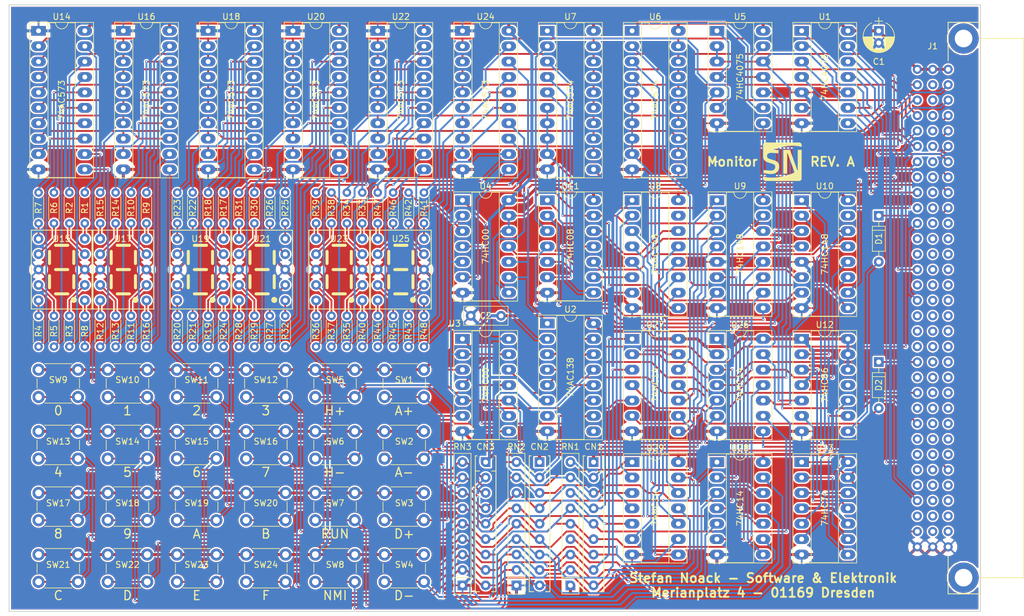
<source format=kicad_pcb>
(kicad_pcb (version 20171130) (host pcbnew 5.0.0+dfsg1-2)
  (layers (0 F.Cu signal) (31 B.Cu signal) (34 B.Paste user) (35 F.Paste user) (36 B.SilkS user) (37 F.SilkS user) (38 B.Mask user) (39 F.Mask user) (44 Edge.Cuts user))
  (net 0 "")
  (net 1 VCC)
  (net 2 ~WAIT)
  (net 3 /buttons/WaitGen/~WAIT)
  (net 4 ~NMI)
  (net 5 /buttons/ButtonsEncode/ButtonsArray/NMI)
  (net 6 "Net-(R1-Pad1)")
  (net 7 "Net-(R1-Pad2)")
  (net 8 "Net-(R2-Pad2)")
  (net 9 "Net-(R2-Pad1)")
  (net 10 "Net-(R3-Pad1)")
  (net 11 "Net-(R3-Pad2)")
  (net 12 "Net-(R4-Pad2)")
  (net 13 "Net-(R4-Pad1)")
  (net 14 "Net-(R5-Pad1)")
  (net 15 "Net-(R5-Pad2)")
  (net 16 "Net-(R6-Pad2)")
  (net 17 "Net-(R6-Pad1)")
  (net 18 "Net-(R7-Pad2)")
  (net 19 "Net-(R7-Pad1)")
  (net 20 "Net-(R8-Pad1)")
  (net 21 "Net-(R8-Pad2)")
  (net 22 "Net-(R9-Pad2)")
  (net 23 "Net-(R9-Pad1)")
  (net 24 "Net-(R10-Pad1)")
  (net 25 "Net-(R10-Pad2)")
  (net 26 "Net-(R11-Pad2)")
  (net 27 "Net-(R11-Pad1)")
  (net 28 "Net-(R12-Pad1)")
  (net 29 "Net-(R12-Pad2)")
  (net 30 "Net-(R13-Pad2)")
  (net 31 "Net-(R13-Pad1)")
  (net 32 "Net-(R14-Pad1)")
  (net 33 "Net-(R14-Pad2)")
  (net 34 "Net-(R15-Pad2)")
  (net 35 "Net-(R15-Pad1)")
  (net 36 "Net-(R16-Pad1)")
  (net 37 "Net-(R16-Pad2)")
  (net 38 "Net-(R17-Pad1)")
  (net 39 "Net-(R17-Pad2)")
  (net 40 "Net-(R18-Pad2)")
  (net 41 "Net-(R18-Pad1)")
  (net 42 "Net-(R19-Pad1)")
  (net 43 "Net-(R19-Pad2)")
  (net 44 "Net-(R20-Pad2)")
  (net 45 "Net-(R20-Pad1)")
  (net 46 "Net-(R21-Pad1)")
  (net 47 "Net-(R21-Pad2)")
  (net 48 "Net-(R22-Pad2)")
  (net 49 "Net-(R22-Pad1)")
  (net 50 "Net-(R23-Pad1)")
  (net 51 "Net-(R23-Pad2)")
  (net 52 "Net-(R24-Pad2)")
  (net 53 "Net-(R24-Pad1)")
  (net 54 "Net-(R25-Pad1)")
  (net 55 "Net-(R25-Pad2)")
  (net 56 "Net-(R26-Pad2)")
  (net 57 "Net-(R26-Pad1)")
  (net 58 "Net-(R27-Pad2)")
  (net 59 "Net-(R27-Pad1)")
  (net 60 "Net-(R28-Pad2)")
  (net 61 "Net-(R28-Pad1)")
  (net 62 "Net-(R29-Pad1)")
  (net 63 "Net-(R29-Pad2)")
  (net 64 "Net-(R30-Pad2)")
  (net 65 "Net-(R30-Pad1)")
  (net 66 "Net-(R31-Pad1)")
  (net 67 "Net-(R31-Pad2)")
  (net 68 "Net-(R32-Pad2)")
  (net 69 "Net-(R32-Pad1)")
  (net 70 "Net-(R33-Pad1)")
  (net 71 "Net-(R33-Pad2)")
  (net 72 "Net-(R34-Pad2)")
  (net 73 "Net-(R34-Pad1)")
  (net 74 "Net-(R35-Pad1)")
  (net 75 "Net-(R35-Pad2)")
  (net 76 "Net-(R36-Pad2)")
  (net 77 "Net-(R36-Pad1)")
  (net 78 "Net-(R37-Pad1)")
  (net 79 "Net-(R37-Pad2)")
  (net 80 "Net-(R38-Pad2)")
  (net 81 "Net-(R38-Pad1)")
  (net 82 "Net-(R39-Pad1)")
  (net 83 "Net-(R39-Pad2)")
  (net 84 "Net-(R40-Pad2)")
  (net 85 "Net-(R40-Pad1)")
  (net 86 "Net-(R41-Pad1)")
  (net 87 "Net-(R41-Pad2)")
  (net 88 "Net-(R42-Pad1)")
  (net 89 "Net-(R42-Pad2)")
  (net 90 "Net-(R43-Pad2)")
  (net 91 "Net-(R43-Pad1)")
  (net 92 "Net-(R44-Pad1)")
  (net 93 "Net-(R44-Pad2)")
  (net 94 "Net-(R45-Pad2)")
  (net 95 "Net-(R45-Pad1)")
  (net 96 "Net-(R46-Pad2)")
  (net 97 "Net-(R46-Pad1)")
  (net 98 "Net-(R47-Pad1)")
  (net 99 "Net-(R47-Pad2)")
  (net 100 "Net-(R48-Pad2)")
  (net 101 "Net-(R48-Pad1)")
  (net 102 GND)
  (net 103 A3)
  (net 104 A5)
  (net 105 A4)
  (net 106 "Net-(U1-Pad11)")
  (net 107 A6)
  (net 108 /buttons/~CS)
  (net 109 A7)
  (net 110 ~IORQ)
  (net 111 "Net-(U1-Pad13)")
  (net 112 A0)
  (net 113 "Net-(U2-Pad9)")
  (net 114 A1)
  (net 115 /7segs/~L5)
  (net 116 A2)
  (net 117 /7segs/~L4)
  (net 118 /7segs/~L3)
  (net 119 ~WR)
  (net 120 /7segs/~L2)
  (net 121 /7segs/~L1)
  (net 122 "Net-(U2-Pad7)")
  (net 123 /7segs/~L0)
  (net 124 ~RESET)
  (net 125 /7segs/7seg1/LOAD)
  (net 126 /7segs/7seg3/LOAD)
  (net 127 /7segs/7seg0/LOAD)
  (net 128 /7segs/7seg2/LOAD)
  (net 129 "Net-(U4-Pad8)")
  (net 130 /7segs/7seg4/LOAD)
  (net 131 "Net-(U4-Pad11)")
  (net 132 /7segs/7seg5/LOAD)
  (net 133 "Net-(U5-Pad6)")
  (net 134 ~RD)
  (net 135 /buttons/WaitGen/~READ)
  (net 136 "Net-(U5-Pad9)")
  (net 137 ~CLK)
  (net 138 /buttons/ButtonsEncode/B0)
  (net 139 D7)
  (net 140 /buttons/ButtonsEncode/B1)
  (net 141 D6)
  (net 142 /buttons/ButtonsEncode/B2)
  (net 143 D5)
  (net 144 /buttons/ButtonsEncode/~BS)
  (net 145 D4)
  (net 146 D3)
  (net 147 D2)
  (net 148 D1)
  (net 149 D0)
  (net 150 /buttons/ButtonsEncode/~HS)
  (net 151 /buttons/ButtonsEncode/H3)
  (net 152 /buttons/ButtonsEncode/H2)
  (net 153 /buttons/ButtonsEncode/H1)
  (net 154 /buttons/ButtonsEncode/H0)
  (net 155 /buttons/ButtonsEncode/ButtonsArray/B)
  (net 156 "Net-(U11-Pad1)")
  (net 157 /buttons/ButtonsEncode/ButtonsArray/A)
  (net 158 /buttons/ButtonsEncode/ButtonsArray/F)
  (net 159 /buttons/ButtonsEncode/ButtonsArray/9)
  (net 160 /buttons/ButtonsEncode/ButtonsArray/E)
  (net 161 /buttons/ButtonsEncode/ButtonsArray/8)
  (net 162 /buttons/ButtonsEncode/ButtonsArray/D)
  (net 163 "Net-(U8-Pad5)")
  (net 164 /buttons/ButtonsEncode/ButtonsArray/C)
  (net 165 "Net-(U11-Pad9)")
  (net 166 "Net-(U11-Pad12)")
  (net 167 "Net-(U11-Pad5)")
  (net 168 "Net-(U8-Pad15)")
  (net 169 "Net-(U11-Pad4)")
  (net 170 "Net-(U11-Pad10)")
  (net 171 /buttons/ButtonsEncode/ButtonsArray/4)
  (net 172 /buttons/ButtonsEncode/ButtonsArray/5)
  (net 173 /buttons/ButtonsEncode/ButtonsArray/0)
  (net 174 /buttons/ButtonsEncode/ButtonsArray/6)
  (net 175 /buttons/ButtonsEncode/ButtonsArray/1)
  (net 176 /buttons/ButtonsEncode/ButtonsArray/7)
  (net 177 /buttons/ButtonsEncode/ButtonsArray/2)
  (net 178 "Net-(U11-Pad2)")
  (net 179 /buttons/ButtonsEncode/ButtonsArray/3)
  (net 180 "Net-(U10-Pad15)")
  (net 181 /buttons/ButtonsEncode/ButtonsArray/H+)
  (net 182 /buttons/ButtonsEncode/ButtonsArray/H-)
  (net 183 /buttons/ButtonsEncode/ButtonsArray/A+)
  (net 184 /buttons/ButtonsEncode/ButtonsArray/RUN)
  (net 185 /buttons/ButtonsEncode/ButtonsArray/A-)
  (net 186 /buttons/ButtonsEncode/ButtonsArray/D+)
  (net 187 /buttons/ButtonsEncode/ButtonsArray/D-)
  (net 188 "Net-(U12-Pad6)")
  (net 189 "Net-(U12-Pad11)")
  (net 190 "Net-(U12-Pad10)")
  (net 191 "Net-(U12-Pad3)")
  (net 192 "Net-(U12-Pad9)")
  (net 193 "Net-(U13-Pad12)")
  (net 194 "Net-(U13-Pad2)")
  (net 195 "Net-(CN1-Pad9)")
  (net 196 "Net-(CN1-Pad8)")
  (net 197 "Net-(CN1-Pad7)")
  (net 198 "Net-(CN1-Pad6)")
  (net 199 "Net-(CN1-Pad5)")
  (net 200 "Net-(CN1-Pad4)")
  (net 201 "Net-(CN1-Pad3)")
  (net 202 "Net-(CN1-Pad2)")
  (net 203 "Net-(CN2-Pad2)")
  (net 204 "Net-(CN2-Pad3)")
  (net 205 "Net-(CN2-Pad4)")
  (net 206 "Net-(CN2-Pad5)")
  (net 207 "Net-(CN2-Pad6)")
  (net 208 "Net-(CN2-Pad7)")
  (net 209 "Net-(CN2-Pad8)")
  (net 210 "Net-(CN2-Pad9)")
  (net 211 "Net-(CN3-Pad9)")
  (net 212 "Net-(CN3-Pad8)")
  (net 213 "Net-(CN3-Pad7)")
  (net 214 "Net-(CN3-Pad6)")
  (net 215 "Net-(CN3-Pad5)")
  (net 216 "Net-(CN3-Pad4)")
  (net 217 "Net-(CN3-Pad3)")
  (net 218 "Net-(CN3-Pad2)")
  (net 219 "Net-(J1-PadC30)")
  (net 220 "Net-(J1-PadC28)")
  (net 221 "Net-(J1-PadC27)")
  (net 222 "Net-(J1-PadC26)")
  (net 223 "Net-(J1-PadC25)")
  (net 224 "Net-(J1-PadC23)")
  (net 225 "Net-(J1-PadC21)")
  (net 226 "Net-(J1-PadC19)")
  (net 227 "Net-(J1-PadC18)")
  (net 228 "Net-(J1-PadC17)")
  (net 229 "Net-(J1-PadC11)")
  (net 230 "Net-(J1-PadC15)")
  (net 231 "Net-(J1-PadC13)")
  (net 232 "Net-(J1-PadC12)")
  (net 233 "Net-(J1-PadC10)")
  (net 234 "Net-(J1-PadC8)")
  (net 235 "Net-(J1-PadB2)")
  (net 236 "Net-(J1-PadB4)")
  (net 237 "Net-(J1-PadB3)")
  (net 238 "Net-(J1-PadB5)")
  (net 239 "Net-(J1-PadB6)")
  (net 240 "Net-(J1-PadB7)")
  (net 241 "Net-(J1-PadB8)")
  (net 242 "Net-(J1-PadB9)")
  (net 243 "Net-(J1-PadB10)")
  (net 244 "Net-(J1-PadB11)")
  (net 245 "Net-(J1-PadB12)")
  (net 246 "Net-(J1-PadB13)")
  (net 247 "Net-(J1-PadB14)")
  (net 248 "Net-(J1-PadB15)")
  (net 249 "Net-(J1-PadB16)")
  (net 250 "Net-(J1-PadB17)")
  (net 251 "Net-(J1-PadB18)")
  (net 252 "Net-(J1-PadB19)")
  (net 253 "Net-(J1-PadB20)")
  (net 254 "Net-(J1-PadB21)")
  (net 255 "Net-(J1-PadB22)")
  (net 256 "Net-(J1-PadB23)")
  (net 257 "Net-(J1-PadB24)")
  (net 258 "Net-(J1-PadB25)")
  (net 259 "Net-(J1-PadB26)")
  (net 260 "Net-(J1-PadB27)")
  (net 261 "Net-(J1-PadB28)")
  (net 262 "Net-(J1-PadB29)")
  (net 263 "Net-(J1-PadB30)")
  (net 264 "Net-(J1-PadB31)")
  (net 265 "Net-(J1-PadA31)")
  (net 266 "Net-(J1-PadA30)")
  (net 267 "Net-(J1-PadA29)")
  (net 268 "Net-(J1-PadA28)")
  (net 269 "Net-(J1-PadA26)")
  (net 270 "Net-(J1-PadA25)")
  (net 271 "Net-(J1-PadA24)")
  (net 272 "Net-(J1-PadA23)")
  (net 273 "Net-(J1-PadA22)")
  (net 274 "Net-(J1-PadA21)")
  (net 275 "Net-(J1-PadA20)")
  (net 276 "Net-(J1-PadA19)")
  (net 277 "Net-(J1-PadA18)")
  (net 278 "Net-(J1-PadA17)")
  (net 279 "Net-(J1-PadA16)")
  (net 280 "Net-(J1-PadA15)")
  (net 281 "Net-(J1-PadA14)")
  (net 282 "Net-(J1-PadA13)")
  (net 283 "Net-(J1-PadA12)")
  (net 284 "Net-(J1-PadA11)")
  (module Resistors_THT:R_Array_SIP9 (layer F.Cu) (at 142.47 145.72 90)
    (fp_text reference RN1 (at 22.86 0 180) (layer F.SilkS))
    (fp_text value 220kΩ)
    (pad 9 thru_hole oval (at 20.32 0 90) (size 1.6 1.6) (drill 0.8) (layers *.Cu *.Mask) (net 202 "Net-(CN1-Pad2)"))
    (pad 8 thru_hole oval (at 17.78 0 90) (size 1.6 1.6) (drill 0.8) (layers *.Cu *.Mask) (net 201 "Net-(CN1-Pad3)"))
    (pad 7 thru_hole oval (at 15.24 0 90) (size 1.6 1.6) (drill 0.8) (layers *.Cu *.Mask) (net 200 "Net-(CN1-Pad4)"))
    (pad 6 thru_hole oval (at 12.7 0 90) (size 1.6 1.6) (drill 0.8) (layers *.Cu *.Mask) (net 199 "Net-(CN1-Pad5)"))
    (pad 5 thru_hole oval (at 10.16 0 90) (size 1.6 1.6) (drill 0.8) (layers *.Cu *.Mask) (net 198 "Net-(CN1-Pad6)"))
    (pad 4 thru_hole oval (at 7.62 0 90) (size 1.6 1.6) (drill 0.8) (layers *.Cu *.Mask) (net 197 "Net-(CN1-Pad7)"))
    (pad 3 thru_hole oval (at 5.08 0 90) (size 1.6 1.6) (drill 0.8) (layers *.Cu *.Mask) (net 196 "Net-(CN1-Pad8)"))
    (pad 2 thru_hole oval (at 2.54 0 90) (size 1.6 1.6) (drill 0.8) (layers *.Cu *.Mask) (net 195 "Net-(CN1-Pad9)"))
    (pad 1 thru_hole custom (at 0 0 180) (size 1.6 1.6) (drill 0.8) (layers *.Cu *.Mask) (net 102 GND) (options (clearance outline) (anchor circle)) (primitives (gr_poly (pts (xy -0.8 -0.8) (xy 0.8 -0.8) (xy 0.8 0.8) (xy 0 0.8) (xy -0.8 0)) (width 0))))
  )
  (module Resistors_THT:R_Array_SIP9 (layer F.Cu) (at 133.58 145.72 90)
    (fp_text reference RN2 (at 22.86 0 180) (layer F.SilkS))
    (fp_text value 220kΩ)
    (pad 1 thru_hole rect (at 0 0 90) (size 1.6 1.6) (drill 0.8) (layers *.Cu *.Mask) (net 102 GND))
    (pad 2 thru_hole oval (at 2.54 0 90) (size 1.6 1.6) (drill 0.8) (layers *.Cu *.Mask) (net 210 "Net-(CN2-Pad9)"))
    (pad 3 thru_hole oval (at 5.08 0 90) (size 1.6 1.6) (drill 0.8) (layers *.Cu *.Mask) (net 209 "Net-(CN2-Pad8)"))
    (pad 4 thru_hole oval (at 7.62 0 90) (size 1.6 1.6) (drill 0.8) (layers *.Cu *.Mask) (net 208 "Net-(CN2-Pad7)"))
    (pad 5 thru_hole oval (at 10.16 0 90) (size 1.6 1.6) (drill 0.8) (layers *.Cu *.Mask) (net 207 "Net-(CN2-Pad6)"))
    (pad 6 thru_hole oval (at 12.7 0 90) (size 1.6 1.6) (drill 0.8) (layers *.Cu *.Mask) (net 206 "Net-(CN2-Pad5)"))
    (pad 7 thru_hole oval (at 15.24 0 90) (size 1.6 1.6) (drill 0.8) (layers *.Cu *.Mask) (net 205 "Net-(CN2-Pad4)"))
    (pad 8 thru_hole oval (at 17.78 0 90) (size 1.6 1.6) (drill 0.8) (layers *.Cu *.Mask) (net 204 "Net-(CN2-Pad3)"))
    (pad 9 thru_hole oval (at 20.32 0 90) (size 1.6 1.6) (drill 0.8) (layers *.Cu *.Mask) (net 203 "Net-(CN2-Pad2)"))
  )
  (module Resistors_THT:R_Array_SIP9 (layer F.Cu) (at 124.69 145.72 90)
    (fp_text reference RN3 (at 22.86 0 180) (layer F.SilkS))
    (fp_text value 220kΩ)
    (pad 9 thru_hole oval (at 20.32 0 90) (size 1.6 1.6) (drill 0.8) (layers *.Cu *.Mask) (net 218 "Net-(CN3-Pad2)"))
    (pad 8 thru_hole oval (at 17.78 0 90) (size 1.6 1.6) (drill 0.8) (layers *.Cu *.Mask) (net 217 "Net-(CN3-Pad3)"))
    (pad 7 thru_hole oval (at 15.24 0 90) (size 1.6 1.6) (drill 0.8) (layers *.Cu *.Mask) (net 216 "Net-(CN3-Pad4)"))
    (pad 6 thru_hole oval (at 12.7 0 90) (size 1.6 1.6) (drill 0.8) (layers *.Cu *.Mask) (net 215 "Net-(CN3-Pad5)"))
    (pad 5 thru_hole oval (at 10.16 0 90) (size 1.6 1.6) (drill 0.8) (layers *.Cu *.Mask) (net 214 "Net-(CN3-Pad6)"))
    (pad 4 thru_hole oval (at 7.62 0 90) (size 1.6 1.6) (drill 0.8) (layers *.Cu *.Mask) (net 213 "Net-(CN3-Pad7)"))
    (pad 3 thru_hole oval (at 5.08 0 90) (size 1.6 1.6) (drill 0.8) (layers *.Cu *.Mask) (net 212 "Net-(CN3-Pad8)"))
    (pad 2 thru_hole oval (at 2.54 0 90) (size 1.6 1.6) (drill 0.8) (layers *.Cu *.Mask) (net 211 "Net-(CN3-Pad9)"))
    (pad 1 thru_hole rect (at 0 0 90) (size 1.6 1.6) (drill 0.8) (layers *.Cu *.Mask) (net 102 GND))
  )
  (module Buttons_Switches_THT:SW_PUSH_6mm_h5mm (layer F.Cu) (at 111.84 110.16)
    (fp_text reference SW1 hide)
    (fp_text value A+ (at 3.25 6.75) (layer F.SilkS) (effects (font (size 1.5 1.5) (thickness 0.2))))
    (fp_text user %R (at 3.25 1.67) (layer F.SilkS))
    (pad 2 thru_hole circle (at 0 4.5 90) (size 2 2) (drill 1.1) (layers *.Cu *.Mask) (net 202 "Net-(CN1-Pad2)"))
    (pad 1 thru_hole circle (at 0 0 90) (size 2 2) (drill 1.1) (layers *.Cu *.Mask) (net 1 VCC))
    (pad 2 thru_hole circle (at 6.5 4.5 90) (size 2 2) (drill 1.1) (layers *.Cu *.Mask) (net 202 "Net-(CN1-Pad2)"))
    (pad 1 thru_hole circle (at 6.5 0 90) (size 2 2) (drill 1.1) (layers *.Cu *.Mask) (net 1 VCC))
  )
  (module Buttons_Switches_THT:SW_PUSH_6mm_h5mm (layer F.Cu) (at 111.84 120.32)
    (fp_text reference SW2 hide)
    (fp_text value A- (at 3.25 6.75) (layer F.SilkS) (effects (font (size 1.5 1.5) (thickness 0.2))))
    (fp_text user %R (at 3.25 1.67) (layer F.SilkS))
    (pad 1 thru_hole circle (at 6.5 0 90) (size 2 2) (drill 1.1) (layers *.Cu *.Mask) (net 1 VCC))
    (pad 2 thru_hole circle (at 6.5 4.5 90) (size 2 2) (drill 1.1) (layers *.Cu *.Mask) (net 201 "Net-(CN1-Pad3)"))
    (pad 1 thru_hole circle (at 0 0 90) (size 2 2) (drill 1.1) (layers *.Cu *.Mask) (net 1 VCC))
    (pad 2 thru_hole circle (at 0 4.5 90) (size 2 2) (drill 1.1) (layers *.Cu *.Mask) (net 201 "Net-(CN1-Pad3)"))
  )
  (module Buttons_Switches_THT:SW_PUSH_6mm_h5mm (layer F.Cu) (at 111.84 130.48)
    (fp_text reference SW3 hide)
    (fp_text value D+ (at 3.25 6.75) (layer F.SilkS) (effects (font (size 1.5 1.5) (thickness 0.2))))
    (fp_text user %R (at 3.25 1.67) (layer F.SilkS))
    (pad 1 thru_hole circle (at 6.5 0 90) (size 2 2) (drill 1.1) (layers *.Cu *.Mask) (net 1 VCC))
    (pad 2 thru_hole circle (at 6.5 4.5 90) (size 2 2) (drill 1.1) (layers *.Cu *.Mask) (net 200 "Net-(CN1-Pad4)"))
    (pad 1 thru_hole circle (at 0 0 90) (size 2 2) (drill 1.1) (layers *.Cu *.Mask) (net 1 VCC))
    (pad 2 thru_hole circle (at 0 4.5 90) (size 2 2) (drill 1.1) (layers *.Cu *.Mask) (net 200 "Net-(CN1-Pad4)"))
  )
  (module Buttons_Switches_THT:SW_PUSH_6mm_h5mm (layer F.Cu) (at 111.84 140.64)
    (fp_text reference SW4 hide)
    (fp_text value D- (at 3.25 6.75) (layer F.SilkS) (effects (font (size 1.5 1.5) (thickness 0.2))))
    (fp_text user %R (at 3.25 1.67) (layer F.SilkS))
    (pad 2 thru_hole circle (at 0 4.5 90) (size 2 2) (drill 1.1) (layers *.Cu *.Mask) (net 199 "Net-(CN1-Pad5)"))
    (pad 1 thru_hole circle (at 0 0 90) (size 2 2) (drill 1.1) (layers *.Cu *.Mask) (net 1 VCC))
    (pad 2 thru_hole circle (at 6.5 4.5 90) (size 2 2) (drill 1.1) (layers *.Cu *.Mask) (net 199 "Net-(CN1-Pad5)"))
    (pad 1 thru_hole circle (at 6.5 0 90) (size 2 2) (drill 1.1) (layers *.Cu *.Mask) (net 1 VCC))
  )
  (module Buttons_Switches_THT:SW_PUSH_6mm_h5mm (layer F.Cu) (at 100.44 110.16)
    (fp_text reference SW5 hide)
    (fp_text value H+ (at 3.25 6.75) (layer F.SilkS) (effects (font (size 1.5 1.5) (thickness 0.2))))
    (fp_text user %R (at 3.25 1.67) (layer F.SilkS))
    (pad 2 thru_hole circle (at 0 4.5 90) (size 2 2) (drill 1.1) (layers *.Cu *.Mask) (net 198 "Net-(CN1-Pad6)"))
    (pad 1 thru_hole circle (at 0 0 90) (size 2 2) (drill 1.1) (layers *.Cu *.Mask) (net 1 VCC))
    (pad 2 thru_hole circle (at 6.5 4.5 90) (size 2 2) (drill 1.1) (layers *.Cu *.Mask) (net 198 "Net-(CN1-Pad6)"))
    (pad 1 thru_hole circle (at 6.5 0 90) (size 2 2) (drill 1.1) (layers *.Cu *.Mask) (net 1 VCC))
  )
  (module Buttons_Switches_THT:SW_PUSH_6mm_h5mm (layer F.Cu) (at 100.44 120.32)
    (fp_text reference SW6 hide)
    (fp_text value H- (at 3.25 6.75) (layer F.SilkS) (effects (font (size 1.5 1.5) (thickness 0.2))))
    (fp_text user %R (at 3.25 1.67) (layer F.SilkS))
    (pad 1 thru_hole circle (at 6.5 0 90) (size 2 2) (drill 1.1) (layers *.Cu *.Mask) (net 1 VCC))
    (pad 2 thru_hole circle (at 6.5 4.5 90) (size 2 2) (drill 1.1) (layers *.Cu *.Mask) (net 197 "Net-(CN1-Pad7)"))
    (pad 1 thru_hole circle (at 0 0 90) (size 2 2) (drill 1.1) (layers *.Cu *.Mask) (net 1 VCC))
    (pad 2 thru_hole circle (at 0 4.5 90) (size 2 2) (drill 1.1) (layers *.Cu *.Mask) (net 197 "Net-(CN1-Pad7)"))
  )
  (module Buttons_Switches_THT:SW_PUSH_6mm_h5mm (layer F.Cu) (at 100.44 130.48)
    (fp_text reference SW7 hide)
    (fp_text value RUN (at 3.25 6.75) (layer F.SilkS) (effects (font (size 1.5 1.5) (thickness 0.2))))
    (fp_text user %R (at 3.25 1.67) (layer F.SilkS))
    (pad 2 thru_hole circle (at 0 4.5 90) (size 2 2) (drill 1.1) (layers *.Cu *.Mask) (net 196 "Net-(CN1-Pad8)"))
    (pad 1 thru_hole circle (at 0 0 90) (size 2 2) (drill 1.1) (layers *.Cu *.Mask) (net 1 VCC))
    (pad 2 thru_hole circle (at 6.5 4.5 90) (size 2 2) (drill 1.1) (layers *.Cu *.Mask) (net 196 "Net-(CN1-Pad8)"))
    (pad 1 thru_hole circle (at 6.5 0 90) (size 2 2) (drill 1.1) (layers *.Cu *.Mask) (net 1 VCC))
  )
  (module Buttons_Switches_THT:SW_PUSH_6mm_h5mm (layer F.Cu) (at 100.44 140.64)
    (fp_text reference SW8 hide)
    (fp_text value NMI (at 3.25 6.75) (layer F.SilkS) (effects (font (size 1.5 1.5) (thickness 0.2))))
    (fp_text user %R (at 3.25 1.67) (layer F.SilkS))
    (pad 1 thru_hole circle (at 6.5 0 90) (size 2 2) (drill 1.1) (layers *.Cu *.Mask) (net 1 VCC))
    (pad 2 thru_hole circle (at 6.5 4.5 90) (size 2 2) (drill 1.1) (layers *.Cu *.Mask) (net 195 "Net-(CN1-Pad9)"))
    (pad 1 thru_hole circle (at 0 0 90) (size 2 2) (drill 1.1) (layers *.Cu *.Mask) (net 1 VCC))
    (pad 2 thru_hole circle (at 0 4.5 90) (size 2 2) (drill 1.1) (layers *.Cu *.Mask) (net 195 "Net-(CN1-Pad9)"))
  )
  (module Buttons_Switches_THT:SW_PUSH_6mm_h5mm (layer F.Cu) (at 54.84 110.16)
    (fp_text reference SW9 hide)
    (fp_text value 0 (at 3.25 6.75) (layer F.SilkS) (effects (font (size 1.5 1.5) (thickness 0.2))))
    (fp_text user %R (at 3.25 1.67) (layer F.SilkS))
    (pad 1 thru_hole circle (at 6.5 0 90) (size 2 2) (drill 1.1) (layers *.Cu *.Mask) (net 1 VCC))
    (pad 2 thru_hole circle (at 6.5 4.5 90) (size 2 2) (drill 1.1) (layers *.Cu *.Mask) (net 203 "Net-(CN2-Pad2)"))
    (pad 1 thru_hole circle (at 0 0 90) (size 2 2) (drill 1.1) (layers *.Cu *.Mask) (net 1 VCC))
    (pad 2 thru_hole circle (at 0 4.5 90) (size 2 2) (drill 1.1) (layers *.Cu *.Mask) (net 203 "Net-(CN2-Pad2)"))
  )
  (module Buttons_Switches_THT:SW_PUSH_6mm_h5mm (layer F.Cu) (at 66.24 110.16)
    (fp_text reference SW10 hide)
    (fp_text value 1 (at 3.25 6.75) (layer F.SilkS) (effects (font (size 1.5 1.5) (thickness 0.2))))
    (fp_text user %R (at 3.25 1.67) (layer F.SilkS))
    (pad 2 thru_hole circle (at 0 4.5 90) (size 2 2) (drill 1.1) (layers *.Cu *.Mask) (net 204 "Net-(CN2-Pad3)"))
    (pad 1 thru_hole circle (at 0 0 90) (size 2 2) (drill 1.1) (layers *.Cu *.Mask) (net 1 VCC))
    (pad 2 thru_hole circle (at 6.5 4.5 90) (size 2 2) (drill 1.1) (layers *.Cu *.Mask) (net 204 "Net-(CN2-Pad3)"))
    (pad 1 thru_hole circle (at 6.5 0 90) (size 2 2) (drill 1.1) (layers *.Cu *.Mask) (net 1 VCC))
  )
  (module Buttons_Switches_THT:SW_PUSH_6mm_h5mm (layer F.Cu) (at 77.64 110.16)
    (fp_text reference SW11 hide)
    (fp_text value 2 (at 3.25 6.75) (layer F.SilkS) (effects (font (size 1.5 1.5) (thickness 0.2))))
    (fp_text user %R (at 3.25 1.67) (layer F.SilkS))
    (pad 1 thru_hole circle (at 6.5 0 90) (size 2 2) (drill 1.1) (layers *.Cu *.Mask) (net 1 VCC))
    (pad 2 thru_hole circle (at 6.5 4.5 90) (size 2 2) (drill 1.1) (layers *.Cu *.Mask) (net 205 "Net-(CN2-Pad4)"))
    (pad 1 thru_hole circle (at 0 0 90) (size 2 2) (drill 1.1) (layers *.Cu *.Mask) (net 1 VCC))
    (pad 2 thru_hole circle (at 0 4.5 90) (size 2 2) (drill 1.1) (layers *.Cu *.Mask) (net 205 "Net-(CN2-Pad4)"))
  )
  (module Buttons_Switches_THT:SW_PUSH_6mm_h5mm (layer F.Cu) (at 89.04 110.16)
    (fp_text reference SW12 hide)
    (fp_text value 3 (at 3.25 6.75) (layer F.SilkS) (effects (font (size 1.5 1.5) (thickness 0.2))))
    (fp_text user %R (at 3.25 1.67) (layer F.SilkS))
    (pad 2 thru_hole circle (at 0 4.5 90) (size 2 2) (drill 1.1) (layers *.Cu *.Mask) (net 206 "Net-(CN2-Pad5)"))
    (pad 1 thru_hole circle (at 0 0 90) (size 2 2) (drill 1.1) (layers *.Cu *.Mask) (net 1 VCC))
    (pad 2 thru_hole circle (at 6.5 4.5 90) (size 2 2) (drill 1.1) (layers *.Cu *.Mask) (net 206 "Net-(CN2-Pad5)"))
    (pad 1 thru_hole circle (at 6.5 0 90) (size 2 2) (drill 1.1) (layers *.Cu *.Mask) (net 1 VCC))
  )
  (module Buttons_Switches_THT:SW_PUSH_6mm_h5mm (layer F.Cu) (at 54.84 120.32)
    (fp_text reference SW13 hide)
    (fp_text value 4 (at 3.25 6.75) (layer F.SilkS) (effects (font (size 1.5 1.5) (thickness 0.2))))
    (fp_text user %R (at 3.25 1.67) (layer F.SilkS))
    (pad 1 thru_hole circle (at 6.5 0 90) (size 2 2) (drill 1.1) (layers *.Cu *.Mask) (net 1 VCC))
    (pad 2 thru_hole circle (at 6.5 4.5 90) (size 2 2) (drill 1.1) (layers *.Cu *.Mask) (net 207 "Net-(CN2-Pad6)"))
    (pad 1 thru_hole circle (at 0 0 90) (size 2 2) (drill 1.1) (layers *.Cu *.Mask) (net 1 VCC))
    (pad 2 thru_hole circle (at 0 4.5 90) (size 2 2) (drill 1.1) (layers *.Cu *.Mask) (net 207 "Net-(CN2-Pad6)"))
  )
  (module Buttons_Switches_THT:SW_PUSH_6mm_h5mm (layer F.Cu) (at 66.24 120.32)
    (fp_text reference SW14 hide)
    (fp_text value 5 (at 3.25 6.75) (layer F.SilkS) (effects (font (size 1.5 1.5) (thickness 0.2))))
    (fp_text user %R (at 3.25 1.67) (layer F.SilkS))
    (pad 2 thru_hole circle (at 0 4.5 90) (size 2 2) (drill 1.1) (layers *.Cu *.Mask) (net 208 "Net-(CN2-Pad7)"))
    (pad 1 thru_hole circle (at 0 0 90) (size 2 2) (drill 1.1) (layers *.Cu *.Mask) (net 1 VCC))
    (pad 2 thru_hole circle (at 6.5 4.5 90) (size 2 2) (drill 1.1) (layers *.Cu *.Mask) (net 208 "Net-(CN2-Pad7)"))
    (pad 1 thru_hole circle (at 6.5 0 90) (size 2 2) (drill 1.1) (layers *.Cu *.Mask) (net 1 VCC))
  )
  (module Buttons_Switches_THT:SW_PUSH_6mm_h5mm (layer F.Cu) (at 77.64 120.32)
    (fp_text reference SW15 hide)
    (fp_text value 6 (at 3.25 6.75) (layer F.SilkS) (effects (font (size 1.5 1.5) (thickness 0.2))))
    (fp_text user %R (at 3.25 1.67) (layer F.SilkS))
    (pad 1 thru_hole circle (at 6.5 0 90) (size 2 2) (drill 1.1) (layers *.Cu *.Mask) (net 1 VCC))
    (pad 2 thru_hole circle (at 6.5 4.5 90) (size 2 2) (drill 1.1) (layers *.Cu *.Mask) (net 209 "Net-(CN2-Pad8)"))
    (pad 1 thru_hole circle (at 0 0 90) (size 2 2) (drill 1.1) (layers *.Cu *.Mask) (net 1 VCC))
    (pad 2 thru_hole circle (at 0 4.5 90) (size 2 2) (drill 1.1) (layers *.Cu *.Mask) (net 209 "Net-(CN2-Pad8)"))
  )
  (module Buttons_Switches_THT:SW_PUSH_6mm_h5mm (layer F.Cu) (at 89.04 120.32)
    (fp_text reference SW16 hide)
    (fp_text value 7 (at 3.25 6.75) (layer F.SilkS) (effects (font (size 1.5 1.5) (thickness 0.2))))
    (fp_text user %R (at 3.25 1.67) (layer F.SilkS))
    (pad 2 thru_hole circle (at 0 4.5 90) (size 2 2) (drill 1.1) (layers *.Cu *.Mask) (net 210 "Net-(CN2-Pad9)"))
    (pad 1 thru_hole circle (at 0 0 90) (size 2 2) (drill 1.1) (layers *.Cu *.Mask) (net 1 VCC))
    (pad 2 thru_hole circle (at 6.5 4.5 90) (size 2 2) (drill 1.1) (layers *.Cu *.Mask) (net 210 "Net-(CN2-Pad9)"))
    (pad 1 thru_hole circle (at 6.5 0 90) (size 2 2) (drill 1.1) (layers *.Cu *.Mask) (net 1 VCC))
  )
  (module Buttons_Switches_THT:SW_PUSH_6mm_h5mm (layer F.Cu) (at 54.84 130.48)
    (fp_text reference SW17 hide)
    (fp_text value 8 (at 3.25 6.75) (layer F.SilkS) (effects (font (size 1.5 1.5) (thickness 0.2))))
    (fp_text user %R (at 3.25 1.67) (layer F.SilkS))
    (pad 2 thru_hole circle (at 0 4.5 90) (size 2 2) (drill 1.1) (layers *.Cu *.Mask) (net 218 "Net-(CN3-Pad2)"))
    (pad 1 thru_hole circle (at 0 0 90) (size 2 2) (drill 1.1) (layers *.Cu *.Mask) (net 1 VCC))
    (pad 2 thru_hole circle (at 6.5 4.5 90) (size 2 2) (drill 1.1) (layers *.Cu *.Mask) (net 218 "Net-(CN3-Pad2)"))
    (pad 1 thru_hole circle (at 6.5 0 90) (size 2 2) (drill 1.1) (layers *.Cu *.Mask) (net 1 VCC))
  )
  (module Buttons_Switches_THT:SW_PUSH_6mm_h5mm (layer F.Cu) (at 66.24 130.48)
    (fp_text reference SW18 hide)
    (fp_text value 9 (at 3.25 6.75) (layer F.SilkS) (effects (font (size 1.5 1.5) (thickness 0.2))))
    (fp_text user %R (at 3.25 1.67) (layer F.SilkS))
    (pad 1 thru_hole circle (at 6.5 0 90) (size 2 2) (drill 1.1) (layers *.Cu *.Mask) (net 1 VCC))
    (pad 2 thru_hole circle (at 6.5 4.5 90) (size 2 2) (drill 1.1) (layers *.Cu *.Mask) (net 217 "Net-(CN3-Pad3)"))
    (pad 1 thru_hole circle (at 0 0 90) (size 2 2) (drill 1.1) (layers *.Cu *.Mask) (net 1 VCC))
    (pad 2 thru_hole circle (at 0 4.5 90) (size 2 2) (drill 1.1) (layers *.Cu *.Mask) (net 217 "Net-(CN3-Pad3)"))
  )
  (module Buttons_Switches_THT:SW_PUSH_6mm_h5mm (layer F.Cu) (at 77.64 130.48)
    (fp_text reference SW19 hide)
    (fp_text value A (at 3.25 6.75) (layer F.SilkS) (effects (font (size 1.5 1.5) (thickness 0.2))))
    (fp_text user %R (at 3.25 1.67) (layer F.SilkS))
    (pad 2 thru_hole circle (at 0 4.5 90) (size 2 2) (drill 1.1) (layers *.Cu *.Mask) (net 216 "Net-(CN3-Pad4)"))
    (pad 1 thru_hole circle (at 0 0 90) (size 2 2) (drill 1.1) (layers *.Cu *.Mask) (net 1 VCC))
    (pad 2 thru_hole circle (at 6.5 4.5 90) (size 2 2) (drill 1.1) (layers *.Cu *.Mask) (net 216 "Net-(CN3-Pad4)"))
    (pad 1 thru_hole circle (at 6.5 0 90) (size 2 2) (drill 1.1) (layers *.Cu *.Mask) (net 1 VCC))
  )
  (module Buttons_Switches_THT:SW_PUSH_6mm_h5mm (layer F.Cu) (at 89.04 130.48)
    (fp_text reference SW20 hide)
    (fp_text value B (at 3.25 6.75) (layer F.SilkS) (effects (font (size 1.5 1.5) (thickness 0.2))))
    (fp_text user %R (at 3.25 1.67) (layer F.SilkS))
    (pad 1 thru_hole circle (at 6.5 0 90) (size 2 2) (drill 1.1) (layers *.Cu *.Mask) (net 1 VCC))
    (pad 2 thru_hole circle (at 6.5 4.5 90) (size 2 2) (drill 1.1) (layers *.Cu *.Mask) (net 215 "Net-(CN3-Pad5)"))
    (pad 1 thru_hole circle (at 0 0 90) (size 2 2) (drill 1.1) (layers *.Cu *.Mask) (net 1 VCC))
    (pad 2 thru_hole circle (at 0 4.5 90) (size 2 2) (drill 1.1) (layers *.Cu *.Mask) (net 215 "Net-(CN3-Pad5)"))
  )
  (module Buttons_Switches_THT:SW_PUSH_6mm_h5mm (layer F.Cu) (at 54.84 140.64)
    (fp_text reference SW21 hide)
    (fp_text value C (at 3.25 6.75) (layer F.SilkS) (effects (font (size 1.5 1.5) (thickness 0.2))))
    (fp_text user %R (at 3.25 1.67) (layer F.SilkS))
    (pad 2 thru_hole circle (at 0 4.5 90) (size 2 2) (drill 1.1) (layers *.Cu *.Mask) (net 214 "Net-(CN3-Pad6)"))
    (pad 1 thru_hole circle (at 0 0 90) (size 2 2) (drill 1.1) (layers *.Cu *.Mask) (net 1 VCC))
    (pad 2 thru_hole circle (at 6.5 4.5 90) (size 2 2) (drill 1.1) (layers *.Cu *.Mask) (net 214 "Net-(CN3-Pad6)"))
    (pad 1 thru_hole circle (at 6.5 0 90) (size 2 2) (drill 1.1) (layers *.Cu *.Mask) (net 1 VCC))
  )
  (module Buttons_Switches_THT:SW_PUSH_6mm_h5mm (layer F.Cu) (at 66.24 140.64)
    (fp_text reference SW22 hide)
    (fp_text value D (at 3.25 6.75) (layer F.SilkS) (effects (font (size 1.5 1.5) (thickness 0.2))))
    (fp_text user %R (at 3.25 1.67) (layer F.SilkS))
    (pad 1 thru_hole circle (at 6.5 0 90) (size 2 2) (drill 1.1) (layers *.Cu *.Mask) (net 1 VCC))
    (pad 2 thru_hole circle (at 6.5 4.5 90) (size 2 2) (drill 1.1) (layers *.Cu *.Mask) (net 213 "Net-(CN3-Pad7)"))
    (pad 1 thru_hole circle (at 0 0 90) (size 2 2) (drill 1.1) (layers *.Cu *.Mask) (net 1 VCC))
    (pad 2 thru_hole circle (at 0 4.5 90) (size 2 2) (drill 1.1) (layers *.Cu *.Mask) (net 213 "Net-(CN3-Pad7)"))
  )
  (module Buttons_Switches_THT:SW_PUSH_6mm_h5mm (layer F.Cu) (at 77.64 140.64)
    (fp_text reference SW23 hide)
    (fp_text value E (at 3.25 6.75) (layer F.SilkS) (effects (font (size 1.5 1.5) (thickness 0.2))))
    (fp_text user %R (at 3.25 1.67) (layer F.SilkS))
    (pad 2 thru_hole circle (at 0 4.5 90) (size 2 2) (drill 1.1) (layers *.Cu *.Mask) (net 212 "Net-(CN3-Pad8)"))
    (pad 1 thru_hole circle (at 0 0 90) (size 2 2) (drill 1.1) (layers *.Cu *.Mask) (net 1 VCC))
    (pad 2 thru_hole circle (at 6.5 4.5 90) (size 2 2) (drill 1.1) (layers *.Cu *.Mask) (net 212 "Net-(CN3-Pad8)"))
    (pad 1 thru_hole circle (at 6.5 0 90) (size 2 2) (drill 1.1) (layers *.Cu *.Mask) (net 1 VCC))
  )
  (module Buttons_Switches_THT:SW_PUSH_6mm_h5mm (layer F.Cu) (at 89.04 140.64)
    (fp_text reference SW24 hide)
    (fp_text value F (at 3.25 6.75) (layer F.SilkS) (effects (font (size 1.5 1.5) (thickness 0.2))))
    (fp_text user %R (at 3.25 1.67) (layer F.SilkS))
    (pad 2 thru_hole circle (at 0 4.5 90) (size 2 2) (drill 1.1) (layers *.Cu *.Mask) (net 211 "Net-(CN3-Pad9)"))
    (pad 1 thru_hole circle (at 0 0 90) (size 2 2) (drill 1.1) (layers *.Cu *.Mask) (net 1 VCC))
    (pad 2 thru_hole circle (at 6.5 4.5 90) (size 2 2) (drill 1.1) (layers *.Cu *.Mask) (net 211 "Net-(CN3-Pad9)"))
    (pad 1 thru_hole circle (at 6.5 0 90) (size 2 2) (drill 1.1) (layers *.Cu *.Mask) (net 1 VCC))
  )
  (module Housings_DIP:DIP-14_W7.62mm_Socket_LongPads (layer F.Cu) (at 180.57 54.28)
    (fp_text reference U1 (at 3.81 -2.33) (layer F.SilkS))
    (fp_text value 74HC4075 (at 3.81 7.62 90) (layer F.SilkS))
    (pad 1 thru_hole rect (at 0 0) (size 2.4 1.6) (drill 0.8) (layers *.Cu *.Mask) (net 103 A3))
    (pad 8 thru_hole oval (at 7.62 15.24) (size 2.4 1.6) (drill 0.8) (layers *.Cu *.Mask) (net 104 A5))
    (pad 2 thru_hole oval (at 0 2.54) (size 2.4 1.6) (drill 0.8) (layers *.Cu *.Mask) (net 105 A4))
    (pad 9 thru_hole oval (at 7.62 12.7) (size 2.4 1.6) (drill 0.8) (layers *.Cu *.Mask) (net 106 "Net-(U1-Pad11)"))
    (pad 3 thru_hole oval (at 0 5.08) (size 2.4 1.6) (drill 0.8) (layers *.Cu *.Mask) (net 107 A6))
    (pad 10 thru_hole oval (at 7.62 10.16) (size 2.4 1.6) (drill 0.8) (layers *.Cu *.Mask) (net 108 /buttons/~CS))
    (pad 4 thru_hole oval (at 0 7.62) (size 2.4 1.6) (drill 0.8) (layers *.Cu *.Mask) (net 109 A7))
    (pad 11 thru_hole oval (at 7.62 7.62) (size 2.4 1.6) (drill 0.8) (layers *.Cu *.Mask) (net 106 "Net-(U1-Pad11)"))
    (pad 5 thru_hole oval (at 0 10.16) (size 2.4 1.6) (drill 0.8) (layers *.Cu *.Mask) (net 102 GND))
    (pad 12 thru_hole oval (at 7.62 5.08) (size 2.4 1.6) (drill 0.8) (layers *.Cu *.Mask) (net 110 ~IORQ))
    (pad 6 thru_hole oval (at 0 12.7) (size 2.4 1.6) (drill 0.8) (layers *.Cu *.Mask) (net 111 "Net-(U1-Pad13)"))
    (pad 13 thru_hole oval (at 7.62 2.54) (size 2.4 1.6) (drill 0.8) (layers *.Cu *.Mask) (net 111 "Net-(U1-Pad13)"))
    (pad 7 thru_hole oval (at 0 15.24) (size 2.4 1.6) (drill 0.8) (layers *.Cu *.Mask) (net 102 GND))
    (pad 14 thru_hole oval (at 7.62 0) (size 2.4 1.6) (drill 0.8) (layers *.Cu *.Mask) (net 1 VCC))
  )
  (module Housings_DIP:DIP-16_W7.62mm_Socket_LongPads (layer F.Cu) (at 138.66 102.54)
    (fp_text reference U2 (at 3.81 -2.33) (layer F.SilkS))
    (fp_text value 74AC138 (at 3.81 8.89 90) (layer F.SilkS))
    (pad 1 thru_hole rect (at 0 0) (size 2.4 1.6) (drill 0.8) (layers *.Cu *.Mask) (net 112 A0))
    (pad 9 thru_hole oval (at 7.62 17.78) (size 2.4 1.6) (drill 0.8) (layers *.Cu *.Mask) (net 113 "Net-(U2-Pad9)"))
    (pad 2 thru_hole oval (at 0 2.54) (size 2.4 1.6) (drill 0.8) (layers *.Cu *.Mask) (net 114 A1))
    (pad 10 thru_hole oval (at 7.62 15.24) (size 2.4 1.6) (drill 0.8) (layers *.Cu *.Mask) (net 115 /7segs/~L5))
    (pad 3 thru_hole oval (at 0 5.08) (size 2.4 1.6) (drill 0.8) (layers *.Cu *.Mask) (net 116 A2))
    (pad 11 thru_hole oval (at 7.62 12.7) (size 2.4 1.6) (drill 0.8) (layers *.Cu *.Mask) (net 117 /7segs/~L4))
    (pad 4 thru_hole oval (at 0 7.62) (size 2.4 1.6) (drill 0.8) (layers *.Cu *.Mask) (net 108 /buttons/~CS))
    (pad 12 thru_hole oval (at 7.62 10.16) (size 2.4 1.6) (drill 0.8) (layers *.Cu *.Mask) (net 118 /7segs/~L3))
    (pad 5 thru_hole oval (at 0 10.16) (size 2.4 1.6) (drill 0.8) (layers *.Cu *.Mask) (net 119 ~WR))
    (pad 13 thru_hole oval (at 7.62 7.62) (size 2.4 1.6) (drill 0.8) (layers *.Cu *.Mask) (net 120 /7segs/~L2))
    (pad 6 thru_hole oval (at 0 12.7) (size 2.4 1.6) (drill 0.8) (layers *.Cu *.Mask) (net 1 VCC))
    (pad 14 thru_hole oval (at 7.62 5.08) (size 2.4 1.6) (drill 0.8) (layers *.Cu *.Mask) (net 121 /7segs/~L1))
    (pad 7 thru_hole oval (at 0 15.24) (size 2.4 1.6) (drill 0.8) (layers *.Cu *.Mask) (net 122 "Net-(U2-Pad7)"))
    (pad 15 thru_hole oval (at 7.62 2.54) (size 2.4 1.6) (drill 0.8) (layers *.Cu *.Mask) (net 123 /7segs/~L0))
    (pad 8 thru_hole oval (at 0 17.78) (size 2.4 1.6) (drill 0.8) (layers *.Cu *.Mask) (net 102 GND))
    (pad 16 thru_hole oval (at 7.62 0) (size 2.4 1.6) (drill 0.8) (layers *.Cu *.Mask) (net 1 VCC))
  )
  (module Housings_DIP:DIP-14_W7.62mm_Socket_LongPads (layer F.Cu) (at 124.69 105.08)
    (fp_text reference U3 (at -1.27 -2.54) (layer F.SilkS))
    (fp_text value 74HC00 (at 3.81 7.62 90) (layer F.SilkS))
    (pad 14 thru_hole oval (at 7.62 0) (size 2.4 1.6) (drill 0.8) (layers *.Cu *.Mask) (net 1 VCC))
    (pad 7 thru_hole oval (at 0 15.24) (size 2.4 1.6) (drill 0.8) (layers *.Cu *.Mask) (net 102 GND))
    (pad 13 thru_hole oval (at 7.62 2.54) (size 2.4 1.6) (drill 0.8) (layers *.Cu *.Mask) (net 124 ~RESET))
    (pad 6 thru_hole oval (at 0 12.7) (size 2.4 1.6) (drill 0.8) (layers *.Cu *.Mask) (net 125 /7segs/7seg1/LOAD))
    (pad 12 thru_hole oval (at 7.62 5.08) (size 2.4 1.6) (drill 0.8) (layers *.Cu *.Mask) (net 118 /7segs/~L3))
    (pad 5 thru_hole oval (at 0 10.16) (size 2.4 1.6) (drill 0.8) (layers *.Cu *.Mask) (net 124 ~RESET))
    (pad 11 thru_hole oval (at 7.62 7.62) (size 2.4 1.6) (drill 0.8) (layers *.Cu *.Mask) (net 126 /7segs/7seg3/LOAD))
    (pad 4 thru_hole oval (at 0 7.62) (size 2.4 1.6) (drill 0.8) (layers *.Cu *.Mask) (net 121 /7segs/~L1))
    (pad 10 thru_hole oval (at 7.62 10.16) (size 2.4 1.6) (drill 0.8) (layers *.Cu *.Mask) (net 124 ~RESET))
    (pad 3 thru_hole oval (at 0 5.08) (size 2.4 1.6) (drill 0.8) (layers *.Cu *.Mask) (net 127 /7segs/7seg0/LOAD))
    (pad 9 thru_hole oval (at 7.62 12.7) (size 2.4 1.6) (drill 0.8) (layers *.Cu *.Mask) (net 120 /7segs/~L2))
    (pad 2 thru_hole oval (at 0 2.54) (size 2.4 1.6) (drill 0.8) (layers *.Cu *.Mask) (net 124 ~RESET))
    (pad 8 thru_hole oval (at 7.62 15.24) (size 2.4 1.6) (drill 0.8) (layers *.Cu *.Mask) (net 128 /7segs/7seg2/LOAD))
    (pad 1 thru_hole rect (at 0 0) (size 2.4 1.6) (drill 0.8) (layers *.Cu *.Mask) (net 123 /7segs/~L0))
  )
  (module Housings_DIP:DIP-14_W7.62mm_Socket_LongPads (layer F.Cu) (at 124.69 82.22)
    (fp_text reference U4 (at 3.81 -2.33) (layer F.SilkS))
    (fp_text value 74HC00 (at 3.81 7.62 90) (layer F.SilkS))
    (pad 1 thru_hole rect (at 0 0) (size 2.4 1.6) (drill 0.8) (layers *.Cu *.Mask) (net 117 /7segs/~L4))
    (pad 8 thru_hole oval (at 7.62 15.24) (size 2.4 1.6) (drill 0.8) (layers *.Cu *.Mask) (net 129 "Net-(U4-Pad8)"))
    (pad 2 thru_hole oval (at 0 2.54) (size 2.4 1.6) (drill 0.8) (layers *.Cu *.Mask) (net 124 ~RESET))
    (pad 9 thru_hole oval (at 7.62 12.7) (size 2.4 1.6) (drill 0.8) (layers *.Cu *.Mask) (net 112 A0))
    (pad 3 thru_hole oval (at 0 5.08) (size 2.4 1.6) (drill 0.8) (layers *.Cu *.Mask) (net 130 /7segs/7seg4/LOAD))
    (pad 10 thru_hole oval (at 7.62 10.16) (size 2.4 1.6) (drill 0.8) (layers *.Cu *.Mask) (net 112 A0))
    (pad 4 thru_hole oval (at 0 7.62) (size 2.4 1.6) (drill 0.8) (layers *.Cu *.Mask) (net 115 /7segs/~L5))
    (pad 11 thru_hole oval (at 7.62 7.62) (size 2.4 1.6) (drill 0.8) (layers *.Cu *.Mask) (net 131 "Net-(U4-Pad11)"))
    (pad 5 thru_hole oval (at 0 10.16) (size 2.4 1.6) (drill 0.8) (layers *.Cu *.Mask) (net 124 ~RESET))
    (pad 12 thru_hole oval (at 7.62 5.08) (size 2.4 1.6) (drill 0.8) (layers *.Cu *.Mask) (net 114 A1))
    (pad 6 thru_hole oval (at 0 12.7) (size 2.4 1.6) (drill 0.8) (layers *.Cu *.Mask) (net 132 /7segs/7seg5/LOAD))
    (pad 13 thru_hole oval (at 7.62 2.54) (size 2.4 1.6) (drill 0.8) (layers *.Cu *.Mask) (net 114 A1))
    (pad 7 thru_hole oval (at 0 15.24) (size 2.4 1.6) (drill 0.8) (layers *.Cu *.Mask) (net 102 GND))
    (pad 14 thru_hole oval (at 7.62 0) (size 2.4 1.6) (drill 0.8) (layers *.Cu *.Mask) (net 1 VCC))
  )
  (module Housings_DIP:DIP-14_W7.62mm_Socket_LongPads (layer F.Cu) (at 166.6 54.28)
    (fp_text reference U5 (at 3.81 -2.33) (layer F.SilkS))
    (fp_text value 74HC4075 (at 3.81 7.62 90) (layer F.SilkS))
    (pad 14 thru_hole oval (at 7.62 0) (size 2.4 1.6) (drill 0.8) (layers *.Cu *.Mask) (net 1 VCC))
    (pad 7 thru_hole oval (at 0 15.24) (size 2.4 1.6) (drill 0.8) (layers *.Cu *.Mask) (net 102 GND))
    (pad 13 thru_hole oval (at 7.62 2.54) (size 2.4 1.6) (drill 0.8) (layers *.Cu *.Mask) (net 131 "Net-(U4-Pad11)"))
    (pad 6 thru_hole oval (at 0 12.7) (size 2.4 1.6) (drill 0.8) (layers *.Cu *.Mask) (net 133 "Net-(U5-Pad6)"))
    (pad 12 thru_hole oval (at 7.62 5.08) (size 2.4 1.6) (drill 0.8) (layers *.Cu *.Mask) (net 108 /buttons/~CS))
    (pad 5 thru_hole oval (at 0 10.16) (size 2.4 1.6) (drill 0.8) (layers *.Cu *.Mask) (net 129 "Net-(U4-Pad8)"))
    (pad 11 thru_hole oval (at 7.62 7.62) (size 2.4 1.6) (drill 0.8) (layers *.Cu *.Mask) (net 134 ~RD))
    (pad 4 thru_hole oval (at 0 7.62) (size 2.4 1.6) (drill 0.8) (layers *.Cu *.Mask) (net 134 ~RD))
    (pad 10 thru_hole oval (at 7.62 10.16) (size 2.4 1.6) (drill 0.8) (layers *.Cu *.Mask) (net 135 /buttons/WaitGen/~READ))
    (pad 3 thru_hole oval (at 0 5.08) (size 2.4 1.6) (drill 0.8) (layers *.Cu *.Mask) (net 108 /buttons/~CS))
    (pad 9 thru_hole oval (at 7.62 12.7) (size 2.4 1.6) (drill 0.8) (layers *.Cu *.Mask) (net 136 "Net-(U5-Pad9)"))
    (pad 2 thru_hole oval (at 0 2.54) (size 2.4 1.6) (drill 0.8) (layers *.Cu *.Mask) (net 108 /buttons/~CS))
    (pad 8 thru_hole oval (at 7.62 15.24) (size 2.4 1.6) (drill 0.8) (layers *.Cu *.Mask) (net 112 A0))
    (pad 1 thru_hole rect (at 0 0) (size 2.4 1.6) (drill 0.8) (layers *.Cu *.Mask) (net 134 ~RD))
  )
  (module Housings_DIP:DIP-20_W7.62mm_Socket_LongPads (layer F.Cu) (at 152.63 54.28)
    (fp_text reference U6 (at 3.81 -2.33) (layer F.SilkS))
    (fp_text value 74AC574 (at 3.81 11.43 90) (layer F.SilkS))
    (pad 1 thru_hole rect (at 0 0) (size 2.4 1.6) (drill 0.8) (layers *.Cu *.Mask) (net 136 "Net-(U5-Pad9)"))
    (pad 11 thru_hole oval (at 7.62 22.86) (size 2.4 1.6) (drill 0.8) (layers *.Cu *.Mask) (net 137 ~CLK))
    (pad 2 thru_hole oval (at 0 2.54) (size 2.4 1.6) (drill 0.8) (layers *.Cu *.Mask) (net 138 /buttons/ButtonsEncode/B0))
    (pad 12 thru_hole oval (at 7.62 20.32) (size 2.4 1.6) (drill 0.8) (layers *.Cu *.Mask) (net 139 D7))
    (pad 3 thru_hole oval (at 0 5.08) (size 2.4 1.6) (drill 0.8) (layers *.Cu *.Mask) (net 140 /buttons/ButtonsEncode/B1))
    (pad 13 thru_hole oval (at 7.62 17.78) (size 2.4 1.6) (drill 0.8) (layers *.Cu *.Mask) (net 141 D6))
    (pad 4 thru_hole oval (at 0 7.62) (size 2.4 1.6) (drill 0.8) (layers *.Cu *.Mask) (net 142 /buttons/ButtonsEncode/B2))
    (pad 14 thru_hole oval (at 7.62 15.24) (size 2.4 1.6) (drill 0.8) (layers *.Cu *.Mask) (net 143 D5))
    (pad 5 thru_hole oval (at 0 10.16) (size 2.4 1.6) (drill 0.8) (layers *.Cu *.Mask) (net 144 /buttons/ButtonsEncode/~BS))
    (pad 15 thru_hole oval (at 7.62 12.7) (size 2.4 1.6) (drill 0.8) (layers *.Cu *.Mask) (net 145 D4))
    (pad 6 thru_hole oval (at 0 12.7) (size 2.4 1.6) (drill 0.8) (layers *.Cu *.Mask) (net 144 /buttons/ButtonsEncode/~BS))
    (pad 16 thru_hole oval (at 7.62 10.16) (size 2.4 1.6) (drill 0.8) (layers *.Cu *.Mask) (net 146 D3))
    (pad 7 thru_hole oval (at 0 15.24) (size 2.4 1.6) (drill 0.8) (layers *.Cu *.Mask) (net 144 /buttons/ButtonsEncode/~BS))
    (pad 17 thru_hole oval (at 7.62 7.62) (size 2.4 1.6) (drill 0.8) (layers *.Cu *.Mask) (net 147 D2))
    (pad 8 thru_hole oval (at 0 17.78) (size 2.4 1.6) (drill 0.8) (layers *.Cu *.Mask) (net 144 /buttons/ButtonsEncode/~BS))
    (pad 18 thru_hole oval (at 7.62 5.08) (size 2.4 1.6) (drill 0.8) (layers *.Cu *.Mask) (net 148 D1))
    (pad 9 thru_hole oval (at 0 20.32) (size 2.4 1.6) (drill 0.8) (layers *.Cu *.Mask) (net 144 /buttons/ButtonsEncode/~BS))
    (pad 19 thru_hole oval (at 7.62 2.54) (size 2.4 1.6) (drill 0.8) (layers *.Cu *.Mask) (net 149 D0))
    (pad 10 thru_hole oval (at 0 22.86) (size 2.4 1.6) (drill 0.8) (layers *.Cu *.Mask) (net 102 GND))
    (pad 20 thru_hole oval (at 7.62 0) (size 2.4 1.6) (drill 0.8) (layers *.Cu *.Mask) (net 1 VCC))
  )
  (module Housings_DIP:DIP-20_W7.62mm_Socket_LongPads (layer F.Cu) (at 138.66 54.28)
    (fp_text reference U7 (at 3.81 -2.33) (layer F.SilkS))
    (fp_text value 74AC574 (at 3.81 11.43 90) (layer F.SilkS))
    (pad 20 thru_hole oval (at 7.62 0) (size 2.4 1.6) (drill 0.8) (layers *.Cu *.Mask) (net 1 VCC))
    (pad 10 thru_hole oval (at 0 22.86) (size 2.4 1.6) (drill 0.8) (layers *.Cu *.Mask) (net 102 GND))
    (pad 19 thru_hole oval (at 7.62 2.54) (size 2.4 1.6) (drill 0.8) (layers *.Cu *.Mask) (net 149 D0))
    (pad 9 thru_hole oval (at 0 20.32) (size 2.4 1.6) (drill 0.8) (layers *.Cu *.Mask) (net 150 /buttons/ButtonsEncode/~HS))
    (pad 18 thru_hole oval (at 7.62 5.08) (size 2.4 1.6) (drill 0.8) (layers *.Cu *.Mask) (net 148 D1))
    (pad 8 thru_hole oval (at 0 17.78) (size 2.4 1.6) (drill 0.8) (layers *.Cu *.Mask) (net 150 /buttons/ButtonsEncode/~HS))
    (pad 17 thru_hole oval (at 7.62 7.62) (size 2.4 1.6) (drill 0.8) (layers *.Cu *.Mask) (net 147 D2))
    (pad 7 thru_hole oval (at 0 15.24) (size 2.4 1.6) (drill 0.8) (layers *.Cu *.Mask) (net 150 /buttons/ButtonsEncode/~HS))
    (pad 16 thru_hole oval (at 7.62 10.16) (size 2.4 1.6) (drill 0.8) (layers *.Cu *.Mask) (net 146 D3))
    (pad 6 thru_hole oval (at 0 12.7) (size 2.4 1.6) (drill 0.8) (layers *.Cu *.Mask) (net 150 /buttons/ButtonsEncode/~HS))
    (pad 15 thru_hole oval (at 7.62 12.7) (size 2.4 1.6) (drill 0.8) (layers *.Cu *.Mask) (net 145 D4))
    (pad 5 thru_hole oval (at 0 10.16) (size 2.4 1.6) (drill 0.8) (layers *.Cu *.Mask) (net 151 /buttons/ButtonsEncode/H3))
    (pad 14 thru_hole oval (at 7.62 15.24) (size 2.4 1.6) (drill 0.8) (layers *.Cu *.Mask) (net 143 D5))
    (pad 4 thru_hole oval (at 0 7.62) (size 2.4 1.6) (drill 0.8) (layers *.Cu *.Mask) (net 152 /buttons/ButtonsEncode/H2))
    (pad 13 thru_hole oval (at 7.62 17.78) (size 2.4 1.6) (drill 0.8) (layers *.Cu *.Mask) (net 141 D6))
    (pad 3 thru_hole oval (at 0 5.08) (size 2.4 1.6) (drill 0.8) (layers *.Cu *.Mask) (net 153 /buttons/ButtonsEncode/H1))
    (pad 12 thru_hole oval (at 7.62 20.32) (size 2.4 1.6) (drill 0.8) (layers *.Cu *.Mask) (net 139 D7))
    (pad 2 thru_hole oval (at 0 2.54) (size 2.4 1.6) (drill 0.8) (layers *.Cu *.Mask) (net 154 /buttons/ButtonsEncode/H0))
    (pad 11 thru_hole oval (at 7.62 22.86) (size 2.4 1.6) (drill 0.8) (layers *.Cu *.Mask) (net 137 ~CLK))
    (pad 1 thru_hole rect (at 0 0) (size 2.4 1.6) (drill 0.8) (layers *.Cu *.Mask) (net 133 "Net-(U5-Pad6)"))
  )
  (module Housings_DIP:DIP-16_W7.62mm_Socket_LongPads (layer F.Cu) (at 152.63 82.22)
    (fp_text reference U8 (at 3.81 -2.33) (layer F.SilkS))
    (fp_text value 74HC148 (at 3.81 8.89 90) (layer F.SilkS))
    (pad 1 thru_hole rect (at 0 0) (size 2.4 1.6) (drill 0.8) (layers *.Cu *.Mask) (net 155 /buttons/ButtonsEncode/ButtonsArray/B))
    (pad 9 thru_hole oval (at 7.62 17.78) (size 2.4 1.6) (drill 0.8) (layers *.Cu *.Mask) (net 156 "Net-(U11-Pad1)"))
    (pad 2 thru_hole oval (at 0 2.54) (size 2.4 1.6) (drill 0.8) (layers *.Cu *.Mask) (net 157 /buttons/ButtonsEncode/ButtonsArray/A))
    (pad 10 thru_hole oval (at 7.62 15.24) (size 2.4 1.6) (drill 0.8) (layers *.Cu *.Mask) (net 158 /buttons/ButtonsEncode/ButtonsArray/F))
    (pad 3 thru_hole oval (at 0 5.08) (size 2.4 1.6) (drill 0.8) (layers *.Cu *.Mask) (net 159 /buttons/ButtonsEncode/ButtonsArray/9))
    (pad 11 thru_hole oval (at 7.62 12.7) (size 2.4 1.6) (drill 0.8) (layers *.Cu *.Mask) (net 160 /buttons/ButtonsEncode/ButtonsArray/E))
    (pad 4 thru_hole oval (at 0 7.62) (size 2.4 1.6) (drill 0.8) (layers *.Cu *.Mask) (net 161 /buttons/ButtonsEncode/ButtonsArray/8))
    (pad 12 thru_hole oval (at 7.62 10.16) (size 2.4 1.6) (drill 0.8) (layers *.Cu *.Mask) (net 162 /buttons/ButtonsEncode/ButtonsArray/D))
    (pad 5 thru_hole oval (at 0 10.16) (size 2.4 1.6) (drill 0.8) (layers *.Cu *.Mask) (net 163 "Net-(U8-Pad5)"))
    (pad 13 thru_hole oval (at 7.62 7.62) (size 2.4 1.6) (drill 0.8) (layers *.Cu *.Mask) (net 164 /buttons/ButtonsEncode/ButtonsArray/C))
    (pad 6 thru_hole oval (at 0 12.7) (size 2.4 1.6) (drill 0.8) (layers *.Cu *.Mask) (net 165 "Net-(U11-Pad9)"))
    (pad 14 thru_hole oval (at 7.62 5.08) (size 2.4 1.6) (drill 0.8) (layers *.Cu *.Mask) (net 166 "Net-(U11-Pad12)"))
    (pad 7 thru_hole oval (at 0 15.24) (size 2.4 1.6) (drill 0.8) (layers *.Cu *.Mask) (net 167 "Net-(U11-Pad5)"))
    (pad 15 thru_hole oval (at 7.62 2.54) (size 2.4 1.6) (drill 0.8) (layers *.Cu *.Mask) (net 168 "Net-(U8-Pad15)"))
    (pad 8 thru_hole oval (at 0 17.78) (size 2.4 1.6) (drill 0.8) (layers *.Cu *.Mask) (net 102 GND))
    (pad 16 thru_hole oval (at 7.62 0) (size 2.4 1.6) (drill 0.8) (layers *.Cu *.Mask) (net 1 VCC))
  )
  (module Housings_DIP:DIP-16_W7.62mm_Socket_LongPads (layer F.Cu) (at 166.6 82.22)
    (fp_text reference U9 (at 3.81 -2.33) (layer F.SilkS))
    (fp_text value 74HC148 (at 3.81 8.89 90) (layer F.SilkS))
    (pad 16 thru_hole oval (at 7.62 0) (size 2.4 1.6) (drill 0.8) (layers *.Cu *.Mask) (net 1 VCC))
    (pad 8 thru_hole oval (at 0 17.78) (size 2.4 1.6) (drill 0.8) (layers *.Cu *.Mask) (net 102 GND))
    (pad 15 thru_hole oval (at 7.62 2.54) (size 2.4 1.6) (drill 0.8) (layers *.Cu *.Mask) (net 163 "Net-(U8-Pad5)"))
    (pad 7 thru_hole oval (at 0 15.24) (size 2.4 1.6) (drill 0.8) (layers *.Cu *.Mask) (net 169 "Net-(U11-Pad4)"))
    (pad 14 thru_hole oval (at 7.62 5.08) (size 2.4 1.6) (drill 0.8) (layers *.Cu *.Mask) (net 151 /buttons/ButtonsEncode/H3))
    (pad 6 thru_hole oval (at 0 12.7) (size 2.4 1.6) (drill 0.8) (layers *.Cu *.Mask) (net 170 "Net-(U11-Pad10)"))
    (pad 13 thru_hole oval (at 7.62 7.62) (size 2.4 1.6) (drill 0.8) (layers *.Cu *.Mask) (net 171 /buttons/ButtonsEncode/ButtonsArray/4))
    (pad 5 thru_hole oval (at 0 10.16) (size 2.4 1.6) (drill 0.8) (layers *.Cu *.Mask) (net 102 GND))
    (pad 12 thru_hole oval (at 7.62 10.16) (size 2.4 1.6) (drill 0.8) (layers *.Cu *.Mask) (net 172 /buttons/ButtonsEncode/ButtonsArray/5))
    (pad 4 thru_hole oval (at 0 7.62) (size 2.4 1.6) (drill 0.8) (layers *.Cu *.Mask) (net 173 /buttons/ButtonsEncode/ButtonsArray/0))
    (pad 11 thru_hole oval (at 7.62 12.7) (size 2.4 1.6) (drill 0.8) (layers *.Cu *.Mask) (net 174 /buttons/ButtonsEncode/ButtonsArray/6))
    (pad 3 thru_hole oval (at 0 5.08) (size 2.4 1.6) (drill 0.8) (layers *.Cu *.Mask) (net 175 /buttons/ButtonsEncode/ButtonsArray/1))
    (pad 10 thru_hole oval (at 7.62 15.24) (size 2.4 1.6) (drill 0.8) (layers *.Cu *.Mask) (net 176 /buttons/ButtonsEncode/ButtonsArray/7))
    (pad 2 thru_hole oval (at 0 2.54) (size 2.4 1.6) (drill 0.8) (layers *.Cu *.Mask) (net 177 /buttons/ButtonsEncode/ButtonsArray/2))
    (pad 9 thru_hole oval (at 7.62 17.78) (size 2.4 1.6) (drill 0.8) (layers *.Cu *.Mask) (net 178 "Net-(U11-Pad2)"))
    (pad 1 thru_hole rect (at 0 0) (size 2.4 1.6) (drill 0.8) (layers *.Cu *.Mask) (net 179 /buttons/ButtonsEncode/ButtonsArray/3))
  )
  (module Housings_DIP:DIP-16_W7.62mm_Socket_LongPads (layer F.Cu) (at 180.57 82.22)
    (fp_text reference U10 (at 3.81 -2.33) (layer F.SilkS))
    (fp_text value 74HC148 (at 3.81 8.89 90) (layer F.SilkS))
    (pad 16 thru_hole oval (at 7.62 0) (size 2.4 1.6) (drill 0.8) (layers *.Cu *.Mask) (net 1 VCC))
    (pad 8 thru_hole oval (at 0 17.78) (size 2.4 1.6) (drill 0.8) (layers *.Cu *.Mask) (net 102 GND))
    (pad 15 thru_hole oval (at 7.62 2.54) (size 2.4 1.6) (drill 0.8) (layers *.Cu *.Mask) (net 180 "Net-(U10-Pad15)"))
    (pad 7 thru_hole oval (at 0 15.24) (size 2.4 1.6) (drill 0.8) (layers *.Cu *.Mask) (net 140 /buttons/ButtonsEncode/B1))
    (pad 14 thru_hole oval (at 7.62 5.08) (size 2.4 1.6) (drill 0.8) (layers *.Cu *.Mask) (net 144 /buttons/ButtonsEncode/~BS))
    (pad 6 thru_hole oval (at 0 12.7) (size 2.4 1.6) (drill 0.8) (layers *.Cu *.Mask) (net 142 /buttons/ButtonsEncode/B2))
    (pad 13 thru_hole oval (at 7.62 7.62) (size 2.4 1.6) (drill 0.8) (layers *.Cu *.Mask) (net 181 /buttons/ButtonsEncode/ButtonsArray/H+))
    (pad 5 thru_hole oval (at 0 10.16) (size 2.4 1.6) (drill 0.8) (layers *.Cu *.Mask) (net 102 GND))
    (pad 12 thru_hole oval (at 7.62 10.16) (size 2.4 1.6) (drill 0.8) (layers *.Cu *.Mask) (net 182 /buttons/ButtonsEncode/ButtonsArray/H-))
    (pad 4 thru_hole oval (at 0 7.62) (size 2.4 1.6) (drill 0.8) (layers *.Cu *.Mask) (net 183 /buttons/ButtonsEncode/ButtonsArray/A+))
    (pad 11 thru_hole oval (at 7.62 12.7) (size 2.4 1.6) (drill 0.8) (layers *.Cu *.Mask) (net 184 /buttons/ButtonsEncode/ButtonsArray/RUN))
    (pad 3 thru_hole oval (at 0 5.08) (size 2.4 1.6) (drill 0.8) (layers *.Cu *.Mask) (net 185 /buttons/ButtonsEncode/ButtonsArray/A-))
    (pad 10 thru_hole oval (at 7.62 15.24) (size 2.4 1.6) (drill 0.8) (layers *.Cu *.Mask) (net 150 /buttons/ButtonsEncode/~HS))
    (pad 2 thru_hole oval (at 0 2.54) (size 2.4 1.6) (drill 0.8) (layers *.Cu *.Mask) (net 186 /buttons/ButtonsEncode/ButtonsArray/D+))
    (pad 9 thru_hole oval (at 7.62 17.78) (size 2.4 1.6) (drill 0.8) (layers *.Cu *.Mask) (net 138 /buttons/ButtonsEncode/B0))
    (pad 1 thru_hole rect (at 0 0) (size 2.4 1.6) (drill 0.8) (layers *.Cu *.Mask) (net 187 /buttons/ButtonsEncode/ButtonsArray/D-))
  )
  (module Housings_DIP:DIP-14_W7.62mm_Socket_LongPads (layer F.Cu) (at 138.66 82.22)
    (fp_text reference U11 (at 3.81 -2.33) (layer F.SilkS))
    (fp_text value 74HC08 (at 3.81 7.62 90) (layer F.SilkS))
    (pad 14 thru_hole oval (at 7.62 0) (size 2.4 1.6) (drill 0.8) (layers *.Cu *.Mask) (net 1 VCC))
    (pad 7 thru_hole oval (at 0 15.24) (size 2.4 1.6) (drill 0.8) (layers *.Cu *.Mask) (net 102 GND))
    (pad 13 thru_hole oval (at 7.62 2.54) (size 2.4 1.6) (drill 0.8) (layers *.Cu *.Mask) (net 151 /buttons/ButtonsEncode/H3))
    (pad 6 thru_hole oval (at 0 12.7) (size 2.4 1.6) (drill 0.8) (layers *.Cu *.Mask) (net 153 /buttons/ButtonsEncode/H1))
    (pad 12 thru_hole oval (at 7.62 5.08) (size 2.4 1.6) (drill 0.8) (layers *.Cu *.Mask) (net 166 "Net-(U11-Pad12)"))
    (pad 5 thru_hole oval (at 0 10.16) (size 2.4 1.6) (drill 0.8) (layers *.Cu *.Mask) (net 167 "Net-(U11-Pad5)"))
    (pad 11 thru_hole oval (at 7.62 7.62) (size 2.4 1.6) (drill 0.8) (layers *.Cu *.Mask) (net 150 /buttons/ButtonsEncode/~HS))
    (pad 4 thru_hole oval (at 0 7.62) (size 2.4 1.6) (drill 0.8) (layers *.Cu *.Mask) (net 169 "Net-(U11-Pad4)"))
    (pad 10 thru_hole oval (at 7.62 10.16) (size 2.4 1.6) (drill 0.8) (layers *.Cu *.Mask) (net 170 "Net-(U11-Pad10)"))
    (pad 3 thru_hole oval (at 0 5.08) (size 2.4 1.6) (drill 0.8) (layers *.Cu *.Mask) (net 154 /buttons/ButtonsEncode/H0))
    (pad 9 thru_hole oval (at 7.62 12.7) (size 2.4 1.6) (drill 0.8) (layers *.Cu *.Mask) (net 165 "Net-(U11-Pad9)"))
    (pad 2 thru_hole oval (at 0 2.54) (size 2.4 1.6) (drill 0.8) (layers *.Cu *.Mask) (net 178 "Net-(U11-Pad2)"))
    (pad 8 thru_hole oval (at 7.62 15.24) (size 2.4 1.6) (drill 0.8) (layers *.Cu *.Mask) (net 152 /buttons/ButtonsEncode/H2))
    (pad 1 thru_hole rect (at 0 0) (size 2.4 1.6) (drill 0.8) (layers *.Cu *.Mask) (net 156 "Net-(U11-Pad1)"))
  )
  (module Housings_DIP:DIP-14_W7.62mm_Socket_LongPads (layer F.Cu) (at 180.57 105.08)
    (fp_text reference U12 (at 3.81 -2.33) (layer F.SilkS))
    (fp_text value 74HC86 (at 3.81 7.62 90) (layer F.SilkS))
    (pad 14 thru_hole oval (at 7.62 0) (size 2.4 1.6) (drill 0.8) (layers *.Cu *.Mask) (net 1 VCC))
    (pad 7 thru_hole oval (at 0 15.24) (size 2.4 1.6) (drill 0.8) (layers *.Cu *.Mask) (net 102 GND))
    (pad 13 thru_hole oval (at 7.62 2.54) (size 2.4 1.6) (drill 0.8) (layers *.Cu *.Mask) (net 1 VCC))
    (pad 6 thru_hole oval (at 0 12.7) (size 2.4 1.6) (drill 0.8) (layers *.Cu *.Mask) (net 188 "Net-(U12-Pad6)"))
    (pad 12 thru_hole oval (at 7.62 5.08) (size 2.4 1.6) (drill 0.8) (layers *.Cu *.Mask) (net 1 VCC))
    (pad 5 thru_hole oval (at 0 10.16) (size 2.4 1.6) (drill 0.8) (layers *.Cu *.Mask) (net 135 /buttons/WaitGen/~READ))
    (pad 11 thru_hole oval (at 7.62 7.62) (size 2.4 1.6) (drill 0.8) (layers *.Cu *.Mask) (net 189 "Net-(U12-Pad11)"))
    (pad 4 thru_hole oval (at 0 7.62) (size 2.4 1.6) (drill 0.8) (layers *.Cu *.Mask) (net 1 VCC))
    (pad 10 thru_hole oval (at 7.62 10.16) (size 2.4 1.6) (drill 0.8) (layers *.Cu *.Mask) (net 190 "Net-(U12-Pad10)"))
    (pad 3 thru_hole oval (at 0 5.08) (size 2.4 1.6) (drill 0.8) (layers *.Cu *.Mask) (net 191 "Net-(U12-Pad3)"))
    (pad 9 thru_hole oval (at 7.62 12.7) (size 2.4 1.6) (drill 0.8) (layers *.Cu *.Mask) (net 192 "Net-(U12-Pad9)"))
    (pad 2 thru_hole oval (at 0 2.54) (size 2.4 1.6) (drill 0.8) (layers *.Cu *.Mask) (net 144 /buttons/ButtonsEncode/~BS))
    (pad 8 thru_hole oval (at 7.62 15.24) (size 2.4 1.6) (drill 0.8) (layers *.Cu *.Mask) (net 3 /buttons/WaitGen/~WAIT))
    (pad 1 thru_hole rect (at 0 0) (size 2.4 1.6) (drill 0.8) (layers *.Cu *.Mask) (net 1 VCC))
  )
  (module Housings_DIP:DIP-14_W7.62mm_Socket_LongPads (layer F.Cu) (at 180.57 125.4)
    (fp_text reference U13 (at 3.81 -2.33) (layer F.SilkS))
    (fp_text value 74HC74 (at 3.81 7.62 90) (layer F.SilkS))
    (pad 14 thru_hole oval (at 7.62 0) (size 2.4 1.6) (drill 0.8) (layers *.Cu *.Mask) (net 1 VCC))
    (pad 7 thru_hole oval (at 0 15.24) (size 2.4 1.6) (drill 0.8) (layers *.Cu *.Mask) (net 102 GND))
    (pad 13 thru_hole oval (at 7.62 2.54) (size 2.4 1.6) (drill 0.8) (layers *.Cu *.Mask) (net 124 ~RESET))
    (pad 6 thru_hole oval (at 0 12.7) (size 2.4 1.6) (drill 0.8) (layers *.Cu *.Mask) (net 193 "Net-(U13-Pad12)"))
    (pad 12 thru_hole oval (at 7.62 5.08) (size 2.4 1.6) (drill 0.8) (layers *.Cu *.Mask) (net 193 "Net-(U13-Pad12)"))
    (pad 5 thru_hole oval (at 0 10.16) (size 2.4 1.6) (drill 0.8) (layers *.Cu *.Mask) (net 192 "Net-(U12-Pad9)"))
    (pad 11 thru_hole oval (at 7.62 7.62) (size 2.4 1.6) (drill 0.8) (layers *.Cu *.Mask) (net 188 "Net-(U12-Pad6)"))
    (pad 4 thru_hole oval (at 0 7.62) (size 2.4 1.6) (drill 0.8) (layers *.Cu *.Mask) (net 1 VCC))
    (pad 10 thru_hole oval (at 7.62 10.16) (size 2.4 1.6) (drill 0.8) (layers *.Cu *.Mask) (net 1 VCC))
    (pad 3 thru_hole oval (at 0 5.08) (size 2.4 1.6) (drill 0.8) (layers *.Cu *.Mask) (net 191 "Net-(U12-Pad3)"))
    (pad 9 thru_hole oval (at 7.62 12.7) (size 2.4 1.6) (drill 0.8) (layers *.Cu *.Mask) (net 194 "Net-(U13-Pad2)"))
    (pad 2 thru_hole oval (at 0 2.54) (size 2.4 1.6) (drill 0.8) (layers *.Cu *.Mask) (net 194 "Net-(U13-Pad2)"))
    (pad 8 thru_hole oval (at 7.62 15.24) (size 2.4 1.6) (drill 0.8) (layers *.Cu *.Mask) (net 190 "Net-(U12-Pad10)"))
    (pad 1 thru_hole rect (at 0 0) (size 2.4 1.6) (drill 0.8) (layers *.Cu *.Mask) (net 124 ~RESET))
  )
  (module Housings_DIP:DIP-20_W7.62mm_Socket_LongPads (layer F.Cu) (at 54.84 54.28)
    (fp_text reference U14 (at 3.81 -2.33) (layer F.SilkS))
    (fp_text value 74AC573 (at 3.81 11.43 90) (layer F.SilkS))
    (pad 1 thru_hole rect (at 0 0) (size 2.4 1.6) (drill 0.8) (layers *.Cu *.Mask) (net 102 GND))
    (pad 11 thru_hole oval (at 7.62 22.86) (size 2.4 1.6) (drill 0.8) (layers *.Cu *.Mask) (net 127 /7segs/7seg0/LOAD))
    (pad 2 thru_hole oval (at 0 2.54) (size 2.4 1.6) (drill 0.8) (layers *.Cu *.Mask) (net 149 D0))
    (pad 12 thru_hole oval (at 7.62 20.32) (size 2.4 1.6) (drill 0.8) (layers *.Cu *.Mask) (net 21 "Net-(R8-Pad2)"))
    (pad 3 thru_hole oval (at 0 5.08) (size 2.4 1.6) (drill 0.8) (layers *.Cu *.Mask) (net 148 D1))
    (pad 13 thru_hole oval (at 7.62 17.78) (size 2.4 1.6) (drill 0.8) (layers *.Cu *.Mask) (net 18 "Net-(R7-Pad2)"))
    (pad 4 thru_hole oval (at 0 7.62) (size 2.4 1.6) (drill 0.8) (layers *.Cu *.Mask) (net 147 D2))
    (pad 14 thru_hole oval (at 7.62 15.24) (size 2.4 1.6) (drill 0.8) (layers *.Cu *.Mask) (net 16 "Net-(R6-Pad2)"))
    (pad 5 thru_hole oval (at 0 10.16) (size 2.4 1.6) (drill 0.8) (layers *.Cu *.Mask) (net 146 D3))
    (pad 15 thru_hole oval (at 7.62 12.7) (size 2.4 1.6) (drill 0.8) (layers *.Cu *.Mask) (net 15 "Net-(R5-Pad2)"))
    (pad 6 thru_hole oval (at 0 12.7) (size 2.4 1.6) (drill 0.8) (layers *.Cu *.Mask) (net 145 D4))
    (pad 16 thru_hole oval (at 7.62 10.16) (size 2.4 1.6) (drill 0.8) (layers *.Cu *.Mask) (net 12 "Net-(R4-Pad2)"))
    (pad 7 thru_hole oval (at 0 15.24) (size 2.4 1.6) (drill 0.8) (layers *.Cu *.Mask) (net 143 D5))
    (pad 17 thru_hole oval (at 7.62 7.62) (size 2.4 1.6) (drill 0.8) (layers *.Cu *.Mask) (net 11 "Net-(R3-Pad2)"))
    (pad 8 thru_hole oval (at 0 17.78) (size 2.4 1.6) (drill 0.8) (layers *.Cu *.Mask) (net 141 D6))
    (pad 18 thru_hole oval (at 7.62 5.08) (size 2.4 1.6) (drill 0.8) (layers *.Cu *.Mask) (net 8 "Net-(R2-Pad2)"))
    (pad 9 thru_hole oval (at 0 20.32) (size 2.4 1.6) (drill 0.8) (layers *.Cu *.Mask) (net 139 D7))
    (pad 19 thru_hole oval (at 7.62 2.54) (size 2.4 1.6) (drill 0.8) (layers *.Cu *.Mask) (net 7 "Net-(R1-Pad2)"))
    (pad 10 thru_hole oval (at 0 22.86) (size 2.4 1.6) (drill 0.8) (layers *.Cu *.Mask) (net 102 GND))
    (pad 20 thru_hole oval (at 7.62 0) (size 2.4 1.6) (drill 0.8) (layers *.Cu *.Mask) (net 1 VCC))
  )
  (module Housings_DIP:DIP-20_W7.62mm_Socket_LongPads (layer F.Cu) (at 68.81 54.28)
    (fp_text reference U16 (at 3.81 -2.33) (layer F.SilkS))
    (fp_text value 74AC573 (at 3.81 11.43 90) (layer F.SilkS))
    (pad 20 thru_hole oval (at 7.62 0) (size 2.4 1.6) (drill 0.8) (layers *.Cu *.Mask) (net 1 VCC))
    (pad 10 thru_hole oval (at 0 22.86) (size 2.4 1.6) (drill 0.8) (layers *.Cu *.Mask) (net 102 GND))
    (pad 19 thru_hole oval (at 7.62 2.54) (size 2.4 1.6) (drill 0.8) (layers *.Cu *.Mask) (net 22 "Net-(R9-Pad2)"))
    (pad 9 thru_hole oval (at 0 20.32) (size 2.4 1.6) (drill 0.8) (layers *.Cu *.Mask) (net 139 D7))
    (pad 18 thru_hole oval (at 7.62 5.08) (size 2.4 1.6) (drill 0.8) (layers *.Cu *.Mask) (net 25 "Net-(R10-Pad2)"))
    (pad 8 thru_hole oval (at 0 17.78) (size 2.4 1.6) (drill 0.8) (layers *.Cu *.Mask) (net 141 D6))
    (pad 17 thru_hole oval (at 7.62 7.62) (size 2.4 1.6) (drill 0.8) (layers *.Cu *.Mask) (net 26 "Net-(R11-Pad2)"))
    (pad 7 thru_hole oval (at 0 15.24) (size 2.4 1.6) (drill 0.8) (layers *.Cu *.Mask) (net 143 D5))
    (pad 16 thru_hole oval (at 7.62 10.16) (size 2.4 1.6) (drill 0.8) (layers *.Cu *.Mask) (net 29 "Net-(R12-Pad2)"))
    (pad 6 thru_hole oval (at 0 12.7) (size 2.4 1.6) (drill 0.8) (layers *.Cu *.Mask) (net 145 D4))
    (pad 15 thru_hole oval (at 7.62 12.7) (size 2.4 1.6) (drill 0.8) (layers *.Cu *.Mask) (net 30 "Net-(R13-Pad2)"))
    (pad 5 thru_hole oval (at 0 10.16) (size 2.4 1.6) (drill 0.8) (layers *.Cu *.Mask) (net 146 D3))
    (pad 14 thru_hole oval (at 7.62 15.24) (size 2.4 1.6) (drill 0.8) (layers *.Cu *.Mask) (net 33 "Net-(R14-Pad2)"))
    (pad 4 thru_hole oval (at 0 7.62) (size 2.4 1.6) (drill 0.8) (layers *.Cu *.Mask) (net 147 D2))
    (pad 13 thru_hole oval (at 7.62 17.78) (size 2.4 1.6) (drill 0.8) (layers *.Cu *.Mask) (net 34 "Net-(R15-Pad2)"))
    (pad 3 thru_hole oval (at 0 5.08) (size 2.4 1.6) (drill 0.8) (layers *.Cu *.Mask) (net 148 D1))
    (pad 12 thru_hole oval (at 7.62 20.32) (size 2.4 1.6) (drill 0.8) (layers *.Cu *.Mask) (net 37 "Net-(R16-Pad2)"))
    (pad 2 thru_hole oval (at 0 2.54) (size 2.4 1.6) (drill 0.8) (layers *.Cu *.Mask) (net 149 D0))
    (pad 11 thru_hole oval (at 7.62 22.86) (size 2.4 1.6) (drill 0.8) (layers *.Cu *.Mask) (net 125 /7segs/7seg1/LOAD))
    (pad 1 thru_hole rect (at 0 0) (size 2.4 1.6) (drill 0.8) (layers *.Cu *.Mask) (net 102 GND))
  )
  (module Housings_DIP:DIP-20_W7.62mm_Socket_LongPads (layer F.Cu) (at 82.78 54.28)
    (fp_text reference U18 (at 3.81 -2.33) (layer F.SilkS))
    (fp_text value 74AC573 (at 3.81 11.43 90) (layer F.SilkS))
    (pad 1 thru_hole rect (at 0 0) (size 2.4 1.6) (drill 0.8) (layers *.Cu *.Mask) (net 102 GND))
    (pad 11 thru_hole oval (at 7.62 22.86) (size 2.4 1.6) (drill 0.8) (layers *.Cu *.Mask) (net 128 /7segs/7seg2/LOAD))
    (pad 2 thru_hole oval (at 0 2.54) (size 2.4 1.6) (drill 0.8) (layers *.Cu *.Mask) (net 149 D0))
    (pad 12 thru_hole oval (at 7.62 20.32) (size 2.4 1.6) (drill 0.8) (layers *.Cu *.Mask) (net 52 "Net-(R24-Pad2)"))
    (pad 3 thru_hole oval (at 0 5.08) (size 2.4 1.6) (drill 0.8) (layers *.Cu *.Mask) (net 148 D1))
    (pad 13 thru_hole oval (at 7.62 17.78) (size 2.4 1.6) (drill 0.8) (layers *.Cu *.Mask) (net 51 "Net-(R23-Pad2)"))
    (pad 4 thru_hole oval (at 0 7.62) (size 2.4 1.6) (drill 0.8) (layers *.Cu *.Mask) (net 147 D2))
    (pad 14 thru_hole oval (at 7.62 15.24) (size 2.4 1.6) (drill 0.8) (layers *.Cu *.Mask) (net 48 "Net-(R22-Pad2)"))
    (pad 5 thru_hole oval (at 0 10.16) (size 2.4 1.6) (drill 0.8) (layers *.Cu *.Mask) (net 146 D3))
    (pad 15 thru_hole oval (at 7.62 12.7) (size 2.4 1.6) (drill 0.8) (layers *.Cu *.Mask) (net 47 "Net-(R21-Pad2)"))
    (pad 6 thru_hole oval (at 0 12.7) (size 2.4 1.6) (drill 0.8) (layers *.Cu *.Mask) (net 145 D4))
    (pad 16 thru_hole oval (at 7.62 10.16) (size 2.4 1.6) (drill 0.8) (layers *.Cu *.Mask) (net 44 "Net-(R20-Pad2)"))
    (pad 7 thru_hole oval (at 0 15.24) (size 2.4 1.6) (drill 0.8) (layers *.Cu *.Mask) (net 143 D5))
    (pad 17 thru_hole oval (at 7.62 7.62) (size 2.4 1.6) (drill 0.8) (layers *.Cu *.Mask) (net 43 "Net-(R19-Pad2)"))
    (pad 8 thru_hole oval (at 0 17.78) (size 2.4 1.6) (drill 0.8) (layers *.Cu *.Mask) (net 141 D6))
    (pad 18 thru_hole oval (at 7.62 5.08) (size 2.4 1.6) (drill 0.8) (layers *.Cu *.Mask) (net 40 "Net-(R18-Pad2)"))
    (pad 9 thru_hole oval (at 0 20.32) (size 2.4 1.6) (drill 0.8) (layers *.Cu *.Mask) (net 139 D7))
    (pad 19 thru_hole oval (at 7.62 2.54) (size 2.4 1.6) (drill 0.8) (layers *.Cu *.Mask) (net 39 "Net-(R17-Pad2)"))
    (pad 10 thru_hole oval (at 0 22.86) (size 2.4 1.6) (drill 0.8) (layers *.Cu *.Mask) (net 102 GND))
    (pad 20 thru_hole oval (at 7.62 0) (size 2.4 1.6) (drill 0.8) (layers *.Cu *.Mask) (net 1 VCC))
  )
  (module Housings_DIP:DIP-20_W7.62mm_Socket_LongPads (layer F.Cu) (at 96.75 54.28)
    (fp_text reference U20 (at 3.81 -2.33) (layer F.SilkS))
    (fp_text value 74AC573 (at 3.81 11.43 90) (layer F.SilkS))
    (pad 20 thru_hole oval (at 7.62 0) (size 2.4 1.6) (drill 0.8) (layers *.Cu *.Mask) (net 1 VCC))
    (pad 10 thru_hole oval (at 0 22.86) (size 2.4 1.6) (drill 0.8) (layers *.Cu *.Mask) (net 102 GND))
    (pad 19 thru_hole oval (at 7.62 2.54) (size 2.4 1.6) (drill 0.8) (layers *.Cu *.Mask) (net 55 "Net-(R25-Pad2)"))
    (pad 9 thru_hole oval (at 0 20.32) (size 2.4 1.6) (drill 0.8) (layers *.Cu *.Mask) (net 139 D7))
    (pad 18 thru_hole oval (at 7.62 5.08) (size 2.4 1.6) (drill 0.8) (layers *.Cu *.Mask) (net 56 "Net-(R26-Pad2)"))
    (pad 8 thru_hole oval (at 0 17.78) (size 2.4 1.6) (drill 0.8) (layers *.Cu *.Mask) (net 141 D6))
    (pad 17 thru_hole oval (at 7.62 7.62) (size 2.4 1.6) (drill 0.8) (layers *.Cu *.Mask) (net 58 "Net-(R27-Pad2)"))
    (pad 7 thru_hole oval (at 0 15.24) (size 2.4 1.6) (drill 0.8) (layers *.Cu *.Mask) (net 143 D5))
    (pad 16 thru_hole oval (at 7.62 10.16) (size 2.4 1.6) (drill 0.8) (layers *.Cu *.Mask) (net 60 "Net-(R28-Pad2)"))
    (pad 6 thru_hole oval (at 0 12.7) (size 2.4 1.6) (drill 0.8) (layers *.Cu *.Mask) (net 145 D4))
    (pad 15 thru_hole oval (at 7.62 12.7) (size 2.4 1.6) (drill 0.8) (layers *.Cu *.Mask) (net 63 "Net-(R29-Pad2)"))
    (pad 5 thru_hole oval (at 0 10.16) (size 2.4 1.6) (drill 0.8) (layers *.Cu *.Mask) (net 146 D3))
    (pad 14 thru_hole oval (at 7.62 15.24) (size 2.4 1.6) (drill 0.8) (layers *.Cu *.Mask) (net 64 "Net-(R30-Pad2)"))
    (pad 4 thru_hole oval (at 0 7.62) (size 2.4 1.6) (drill 0.8) (layers *.Cu *.Mask) (net 147 D2))
    (pad 13 thru_hole oval (at 7.62 17.78) (size 2.4 1.6) (drill 0.8) (layers *.Cu *.Mask) (net 67 "Net-(R31-Pad2)"))
    (pad 3 thru_hole oval (at 0 5.08) (size 2.4 1.6) (drill 0.8) (layers *.Cu *.Mask) (net 148 D1))
    (pad 12 thru_hole oval (at 7.62 20.32) (size 2.4 1.6) (drill 0.8) (layers *.Cu *.Mask) (net 68 "Net-(R32-Pad2)"))
    (pad 2 thru_hole oval (at 0 2.54) (size 2.4 1.6) (drill 0.8) (layers *.Cu *.Mask) (net 149 D0))
    (pad 11 thru_hole oval (at 7.62 22.86) (size 2.4 1.6) (drill 0.8) (layers *.Cu *.Mask) (net 126 /7segs/7seg3/LOAD))
    (pad 1 thru_hole rect (at 0 0) (size 2.4 1.6) (drill 0.8) (layers *.Cu *.Mask) (net 102 GND))
  )
  (module Housings_DIP:DIP-20_W7.62mm_Socket_LongPads (layer F.Cu) (at 110.72 54.28)
    (fp_text reference U22 (at 3.81 -2.33) (layer F.SilkS))
    (fp_text value 74AC573 (at 3.81 11.43 90) (layer F.SilkS))
    (pad 20 thru_hole oval (at 7.62 0) (size 2.4 1.6) (drill 0.8) (layers *.Cu *.Mask) (net 1 VCC))
    (pad 10 thru_hole oval (at 0 22.86) (size 2.4 1.6) (drill 0.8) (layers *.Cu *.Mask) (net 102 GND))
    (pad 19 thru_hole oval (at 7.62 2.54) (size 2.4 1.6) (drill 0.8) (layers *.Cu *.Mask) (net 71 "Net-(R33-Pad2)"))
    (pad 9 thru_hole oval (at 0 20.32) (size 2.4 1.6) (drill 0.8) (layers *.Cu *.Mask) (net 139 D7))
    (pad 18 thru_hole oval (at 7.62 5.08) (size 2.4 1.6) (drill 0.8) (layers *.Cu *.Mask) (net 72 "Net-(R34-Pad2)"))
    (pad 8 thru_hole oval (at 0 17.78) (size 2.4 1.6) (drill 0.8) (layers *.Cu *.Mask) (net 141 D6))
    (pad 17 thru_hole oval (at 7.62 7.62) (size 2.4 1.6) (drill 0.8) (layers *.Cu *.Mask) (net 75 "Net-(R35-Pad2)"))
    (pad 7 thru_hole oval (at 0 15.24) (size 2.4 1.6) (drill 0.8) (layers *.Cu *.Mask) (net 143 D5))
    (pad 16 thru_hole oval (at 7.62 10.16) (size 2.4 1.6) (drill 0.8) (layers *.Cu *.Mask) (net 76 "Net-(R36-Pad2)"))
    (pad 6 thru_hole oval (at 0 12.7) (size 2.4 1.6) (drill 0.8) (layers *.Cu *.Mask) (net 145 D4))
    (pad 15 thru_hole oval (at 7.62 12.7) (size 2.4 1.6) (drill 0.8) (layers *.Cu *.Mask) (net 79 "Net-(R37-Pad2)"))
    (pad 5 thru_hole oval (at 0 10.16) (size 2.4 1.6) (drill 0.8) (layers *.Cu *.Mask) (net 146 D3))
    (pad 14 thru_hole oval (at 7.62 15.24) (size 2.4 1.6) (drill 0.8) (layers *.Cu *.Mask) (net 80 "Net-(R38-Pad2)"))
    (pad 4 thru_hole oval (at 0 7.62) (size 2.4 1.6) (drill 0.8) (layers *.Cu *.Mask) (net 147 D2))
    (pad 13 thru_hole oval (at 7.62 17.78) (size 2.4 1.6) (drill 0.8) (layers *.Cu *.Mask) (net 83 "Net-(R39-Pad2)"))
    (pad 3 thru_hole oval (at 0 5.08) (size 2.4 1.6) (drill 0.8) (layers *.Cu *.Mask) (net 148 D1))
    (pad 12 thru_hole oval (at 7.62 20.32) (size 2.4 1.6) (drill 0.8) (layers *.Cu *.Mask) (net 84 "Net-(R40-Pad2)"))
    (pad 2 thru_hole oval (at 0 2.54) (size 2.4 1.6) (drill 0.8) (layers *.Cu *.Mask) (net 149 D0))
    (pad 11 thru_hole oval (at 7.62 22.86) (size 2.4 1.6) (drill 0.8) (layers *.Cu *.Mask) (net 130 /7segs/7seg4/LOAD))
    (pad 1 thru_hole rect (at 0 0) (size 2.4 1.6) (drill 0.8) (layers *.Cu *.Mask) (net 102 GND))
  )
  (module Housings_DIP:DIP-20_W7.62mm_Socket_LongPads (layer F.Cu) (at 124.69 54.28)
    (fp_text reference U24 (at 3.81 -2.33) (layer F.SilkS))
    (fp_text value 74AC573 (at 3.81 11.43 90) (layer F.SilkS))
    (pad 1 thru_hole rect (at 0 0) (size 2.4 1.6) (drill 0.8) (layers *.Cu *.Mask) (net 102 GND))
    (pad 11 thru_hole oval (at 7.62 22.86) (size 2.4 1.6) (drill 0.8) (layers *.Cu *.Mask) (net 132 /7segs/7seg5/LOAD))
    (pad 2 thru_hole oval (at 0 2.54) (size 2.4 1.6) (drill 0.8) (layers *.Cu *.Mask) (net 149 D0))
    (pad 12 thru_hole oval (at 7.62 20.32) (size 2.4 1.6) (drill 0.8) (layers *.Cu *.Mask) (net 100 "Net-(R48-Pad2)"))
    (pad 3 thru_hole oval (at 0 5.08) (size 2.4 1.6) (drill 0.8) (layers *.Cu *.Mask) (net 148 D1))
    (pad 13 thru_hole oval (at 7.62 17.78) (size 2.4 1.6) (drill 0.8) (layers *.Cu *.Mask) (net 99 "Net-(R47-Pad2)"))
    (pad 4 thru_hole oval (at 0 7.62) (size 2.4 1.6) (drill 0.8) (layers *.Cu *.Mask) (net 147 D2))
    (pad 14 thru_hole oval (at 7.62 15.24) (size 2.4 1.6) (drill 0.8) (layers *.Cu *.Mask) (net 96 "Net-(R46-Pad2)"))
    (pad 5 thru_hole oval (at 0 10.16) (size 2.4 1.6) (drill 0.8) (layers *.Cu *.Mask) (net 146 D3))
    (pad 15 thru_hole oval (at 7.62 12.7) (size 2.4 1.6) (drill 0.8) (layers *.Cu *.Mask) (net 94 "Net-(R45-Pad2)"))
    (pad 6 thru_hole oval (at 0 12.7) (size 2.4 1.6) (drill 0.8) (layers *.Cu *.Mask) (net 145 D4))
    (pad 16 thru_hole oval (at 7.62 10.16) (size 2.4 1.6) (drill 0.8) (layers *.Cu *.Mask) (net 93 "Net-(R44-Pad2)"))
    (pad 7 thru_hole oval (at 0 15.24) (size 2.4 1.6) (drill 0.8) (layers *.Cu *.Mask) (net 143 D5))
    (pad 17 thru_hole oval (at 7.62 7.62) (size 2.4 1.6) (drill 0.8) (layers *.Cu *.Mask) (net 90 "Net-(R43-Pad2)"))
    (pad 8 thru_hole oval (at 0 17.78) (size 2.4 1.6) (drill 0.8) (layers *.Cu *.Mask) (net 141 D6))
    (pad 18 thru_hole oval (at 7.62 5.08) (size 2.4 1.6) (drill 0.8) (layers *.Cu *.Mask) (net 89 "Net-(R42-Pad2)"))
    (pad 9 thru_hole oval (at 0 20.32) (size 2.4 1.6) (drill 0.8) (layers *.Cu *.Mask) (net 139 D7))
    (pad 19 thru_hole oval (at 7.62 2.54) (size 2.4 1.6) (drill 0.8) (layers *.Cu *.Mask) (net 87 "Net-(R41-Pad2)"))
    (pad 10 thru_hole oval (at 0 22.86) (size 2.4 1.6) (drill 0.8) (layers *.Cu *.Mask) (net 102 GND))
    (pad 20 thru_hole oval (at 7.62 0) (size 2.4 1.6) (drill 0.8) (layers *.Cu *.Mask) (net 1 VCC))
  )
  (module Housings_DIP:DIP-14_W7.62mm_Socket_LongPads (layer F.Cu) (at 166.6 105.08)
    (fp_text reference U26 (at 3.81 -2.33) (layer F.SilkS))
    (fp_text value 74HC14 (at 3.81 7.62 90) (layer F.SilkS))
    (pad 1 thru_hole rect (at 0 0) (size 2.4 1.6) (drill 0.8) (layers *.Cu *.Mask) (net 202 "Net-(CN1-Pad2)"))
    (pad 8 thru_hole oval (at 7.62 15.24) (size 2.4 1.6) (drill 0.8) (layers *.Cu *.Mask) (net 187 /buttons/ButtonsEncode/ButtonsArray/D-))
    (pad 2 thru_hole oval (at 0 2.54) (size 2.4 1.6) (drill 0.8) (layers *.Cu *.Mask) (net 183 /buttons/ButtonsEncode/ButtonsArray/A+))
    (pad 9 thru_hole oval (at 7.62 12.7) (size 2.4 1.6) (drill 0.8) (layers *.Cu *.Mask) (net 199 "Net-(CN1-Pad5)"))
    (pad 3 thru_hole oval (at 0 5.08) (size 2.4 1.6) (drill 0.8) (layers *.Cu *.Mask) (net 201 "Net-(CN1-Pad3)"))
    (pad 10 thru_hole oval (at 7.62 10.16) (size 2.4 1.6) (drill 0.8) (layers *.Cu *.Mask) (net 181 /buttons/ButtonsEncode/ButtonsArray/H+))
    (pad 4 thru_hole oval (at 0 7.62) (size 2.4 1.6) (drill 0.8) (layers *.Cu *.Mask) (net 185 /buttons/ButtonsEncode/ButtonsArray/A-))
    (pad 11 thru_hole oval (at 7.62 7.62) (size 2.4 1.6) (drill 0.8) (layers *.Cu *.Mask) (net 198 "Net-(CN1-Pad6)"))
    (pad 5 thru_hole oval (at 0 10.16) (size 2.4 1.6) (drill 0.8) (layers *.Cu *.Mask) (net 200 "Net-(CN1-Pad4)"))
    (pad 12 thru_hole oval (at 7.62 5.08) (size 2.4 1.6) (drill 0.8) (layers *.Cu *.Mask) (net 182 /buttons/ButtonsEncode/ButtonsArray/H-))
    (pad 6 thru_hole oval (at 0 12.7) (size 2.4 1.6) (drill 0.8) (layers *.Cu *.Mask) (net 186 /buttons/ButtonsEncode/ButtonsArray/D+))
    (pad 13 thru_hole oval (at 7.62 2.54) (size 2.4 1.6) (drill 0.8) (layers *.Cu *.Mask) (net 197 "Net-(CN1-Pad7)"))
    (pad 7 thru_hole oval (at 0 15.24) (size 2.4 1.6) (drill 0.8) (layers *.Cu *.Mask) (net 102 GND))
    (pad 14 thru_hole oval (at 7.62 0) (size 2.4 1.6) (drill 0.8) (layers *.Cu *.Mask) (net 1 VCC))
  )
  (module Housings_DIP:DIP-14_W7.62mm_Socket_LongPads (layer F.Cu) (at 152.63 105.08)
    (fp_text reference U27 (at 3.81 -2.33) (layer F.SilkS))
    (fp_text value 74HC14 (at 3.81 7.62 90) (layer F.SilkS))
    (pad 1 thru_hole rect (at 0 0) (size 2.4 1.6) (drill 0.8) (layers *.Cu *.Mask) (net 196 "Net-(CN1-Pad8)"))
    (pad 8 thru_hole oval (at 7.62 15.24) (size 2.4 1.6) (drill 0.8) (layers *.Cu *.Mask) (net 175 /buttons/ButtonsEncode/ButtonsArray/1))
    (pad 2 thru_hole oval (at 0 2.54) (size 2.4 1.6) (drill 0.8) (layers *.Cu *.Mask) (net 184 /buttons/ButtonsEncode/ButtonsArray/RUN))
    (pad 9 thru_hole oval (at 7.62 12.7) (size 2.4 1.6) (drill 0.8) (layers *.Cu *.Mask) (net 204 "Net-(CN2-Pad3)"))
    (pad 3 thru_hole oval (at 0 5.08) (size 2.4 1.6) (drill 0.8) (layers *.Cu *.Mask) (net 195 "Net-(CN1-Pad9)"))
    (pad 10 thru_hole oval (at 7.62 10.16) (size 2.4 1.6) (drill 0.8) (layers *.Cu *.Mask) (net 177 /buttons/ButtonsEncode/ButtonsArray/2))
    (pad 4 thru_hole oval (at 0 7.62) (size 2.4 1.6) (drill 0.8) (layers *.Cu *.Mask) (net 5 /buttons/ButtonsEncode/ButtonsArray/NMI))
    (pad 11 thru_hole oval (at 7.62 7.62) (size 2.4 1.6) (drill 0.8) (layers *.Cu *.Mask) (net 205 "Net-(CN2-Pad4)"))
    (pad 5 thru_hole oval (at 0 10.16) (size 2.4 1.6) (drill 0.8) (layers *.Cu *.Mask) (net 203 "Net-(CN2-Pad2)"))
    (pad 12 thru_hole oval (at 7.62 5.08) (size 2.4 1.6) (drill 0.8) (layers *.Cu *.Mask) (net 179 /buttons/ButtonsEncode/ButtonsArray/3))
    (pad 6 thru_hole oval (at 0 12.7) (size 2.4 1.6) (drill 0.8) (layers *.Cu *.Mask) (net 173 /buttons/ButtonsEncode/ButtonsArray/0))
    (pad 13 thru_hole oval (at 7.62 2.54) (size 2.4 1.6) (drill 0.8) (layers *.Cu *.Mask) (net 206 "Net-(CN2-Pad5)"))
    (pad 7 thru_hole oval (at 0 15.24) (size 2.4 1.6) (drill 0.8) (layers *.Cu *.Mask) (net 102 GND))
    (pad 14 thru_hole oval (at 7.62 0) (size 2.4 1.6) (drill 0.8) (layers *.Cu *.Mask) (net 1 VCC))
  )
  (module Housings_DIP:DIP-14_W7.62mm_Socket_LongPads (layer F.Cu) (at 166.6 125.4)
    (fp_text reference U28 (at 3.81 -2.33) (layer F.SilkS))
    (fp_text value 74HC14 (at 3.81 7.62 90) (layer F.SilkS))
    (pad 14 thru_hole oval (at 7.62 0) (size 2.4 1.6) (drill 0.8) (layers *.Cu *.Mask) (net 1 VCC))
    (pad 7 thru_hole oval (at 0 15.24) (size 2.4 1.6) (drill 0.8) (layers *.Cu *.Mask) (net 102 GND))
    (pad 13 thru_hole oval (at 7.62 2.54) (size 2.4 1.6) (drill 0.8) (layers *.Cu *.Mask) (net 217 "Net-(CN3-Pad3)"))
    (pad 6 thru_hole oval (at 0 12.7) (size 2.4 1.6) (drill 0.8) (layers *.Cu *.Mask) (net 174 /buttons/ButtonsEncode/ButtonsArray/6))
    (pad 12 thru_hole oval (at 7.62 5.08) (size 2.4 1.6) (drill 0.8) (layers *.Cu *.Mask) (net 159 /buttons/ButtonsEncode/ButtonsArray/9))
    (pad 5 thru_hole oval (at 0 10.16) (size 2.4 1.6) (drill 0.8) (layers *.Cu *.Mask) (net 209 "Net-(CN2-Pad8)"))
    (pad 11 thru_hole oval (at 7.62 7.62) (size 2.4 1.6) (drill 0.8) (layers *.Cu *.Mask) (net 218 "Net-(CN3-Pad2)"))
    (pad 4 thru_hole oval (at 0 7.62) (size 2.4 1.6) (drill 0.8) (layers *.Cu *.Mask) (net 172 /buttons/ButtonsEncode/ButtonsArray/5))
    (pad 10 thru_hole oval (at 7.62 10.16) (size 2.4 1.6) (drill 0.8) (layers *.Cu *.Mask) (net 161 /buttons/ButtonsEncode/ButtonsArray/8))
    (pad 3 thru_hole oval (at 0 5.08) (size 2.4 1.6) (drill 0.8) (layers *.Cu *.Mask) (net 208 "Net-(CN2-Pad7)"))
    (pad 9 thru_hole oval (at 7.62 12.7) (size 2.4 1.6) (drill 0.8) (layers *.Cu *.Mask) (net 210 "Net-(CN2-Pad9)"))
    (pad 2 thru_hole oval (at 0 2.54) (size 2.4 1.6) (drill 0.8) (layers *.Cu *.Mask) (net 171 /buttons/ButtonsEncode/ButtonsArray/4))
    (pad 8 thru_hole oval (at 7.62 15.24) (size 2.4 1.6) (drill 0.8) (layers *.Cu *.Mask) (net 176 /buttons/ButtonsEncode/ButtonsArray/7))
    (pad 1 thru_hole rect (at 0 0) (size 2.4 1.6) (drill 0.8) (layers *.Cu *.Mask) (net 207 "Net-(CN2-Pad6)"))
  )
  (module Housings_DIP:DIP-14_W7.62mm_Socket_LongPads (layer F.Cu) (at 152.63 125.4)
    (fp_text reference U29 (at 3.81 -2.33) (layer F.SilkS))
    (fp_text value 74HC14 (at 3.81 7.62 90) (layer F.SilkS))
    (pad 1 thru_hole rect (at 0 0) (size 2.4 1.6) (drill 0.8) (layers *.Cu *.Mask) (net 216 "Net-(CN3-Pad4)"))
    (pad 8 thru_hole oval (at 7.62 15.24) (size 2.4 1.6) (drill 0.8) (layers *.Cu *.Mask) (net 162 /buttons/ButtonsEncode/ButtonsArray/D))
    (pad 2 thru_hole oval (at 0 2.54) (size 2.4 1.6) (drill 0.8) (layers *.Cu *.Mask) (net 157 /buttons/ButtonsEncode/ButtonsArray/A))
    (pad 9 thru_hole oval (at 7.62 12.7) (size 2.4 1.6) (drill 0.8) (layers *.Cu *.Mask) (net 213 "Net-(CN3-Pad7)"))
    (pad 3 thru_hole oval (at 0 5.08) (size 2.4 1.6) (drill 0.8) (layers *.Cu *.Mask) (net 215 "Net-(CN3-Pad5)"))
    (pad 10 thru_hole oval (at 7.62 10.16) (size 2.4 1.6) (drill 0.8) (layers *.Cu *.Mask) (net 160 /buttons/ButtonsEncode/ButtonsArray/E))
    (pad 4 thru_hole oval (at 0 7.62) (size 2.4 1.6) (drill 0.8) (layers *.Cu *.Mask) (net 155 /buttons/ButtonsEncode/ButtonsArray/B))
    (pad 11 thru_hole oval (at 7.62 7.62) (size 2.4 1.6) (drill 0.8) (layers *.Cu *.Mask) (net 212 "Net-(CN3-Pad8)"))
    (pad 5 thru_hole oval (at 0 10.16) (size 2.4 1.6) (drill 0.8) (layers *.Cu *.Mask) (net 214 "Net-(CN3-Pad6)"))
    (pad 12 thru_hole oval (at 7.62 5.08) (size 2.4 1.6) (drill 0.8) (layers *.Cu *.Mask) (net 158 /buttons/ButtonsEncode/ButtonsArray/F))
    (pad 6 thru_hole oval (at 0 12.7) (size 2.4 1.6) (drill 0.8) (layers *.Cu *.Mask) (net 164 /buttons/ButtonsEncode/ButtonsArray/C))
    (pad 13 thru_hole oval (at 7.62 2.54) (size 2.4 1.6) (drill 0.8) (layers *.Cu *.Mask) (net 211 "Net-(CN3-Pad9)"))
    (pad 7 thru_hole oval (at 0 15.24) (size 2.4 1.6) (drill 0.8) (layers *.Cu *.Mask) (net 102 GND))
    (pad 14 thru_hole oval (at 7.62 0) (size 2.4 1.6) (drill 0.8) (layers *.Cu *.Mask) (net 1 VCC))
  )
  (module Mechanical_Sockets:Socket_DIN41612-CaseC1-full-Male-96Pin-3rows (layer F.Cu) (at 202.16 100 90)
    (fp_text reference J1 (at 43.18 0 180) (layer F.SilkS))
    (fp_text value C96ABC)
    (pad 1 thru_hole circle (at 44.45 5.08 90) (size 5 5) (drill 2.90068) (layers *.Cu *.Mask))
    (pad 1 thru_hole circle (at -44.45 5.08 90) (size 5 5) (drill 2.90068) (layers *.Cu *.Mask))
    (pad C32 thru_hole circle (at -39.37 -2.54 270) (size 1.50114 1.50114) (drill 0.8001) (layers *.Cu *.Mask) (net 102 GND))
    (pad C31 thru_hole circle (at -36.83 -2.54 270) (size 1.50114 1.50114) (drill 0.8001) (layers *.Cu *.Mask) (net 124 ~RESET))
    (pad C30 thru_hole circle (at -34.29 -2.54 270) (size 1.50114 1.50114) (drill 0.8001) (layers *.Cu *.Mask) (net 219 "Net-(J1-PadC30)"))
    (pad C29 thru_hole circle (at -31.75 -2.54 270) (size 1.50114 1.50114) (drill 0.8001) (layers *.Cu *.Mask) (net 137 ~CLK))
    (pad C28 thru_hole circle (at -29.21 -2.54 270) (size 1.50114 1.50114) (drill 0.8001) (layers *.Cu *.Mask) (net 220 "Net-(J1-PadC28)"))
    (pad C27 thru_hole circle (at -26.67 -2.54 270) (size 1.50114 1.50114) (drill 0.8001) (layers *.Cu *.Mask) (net 221 "Net-(J1-PadC27)"))
    (pad C26 thru_hole circle (at -24.13 -2.54 270) (size 1.50114 1.50114) (drill 0.8001) (layers *.Cu *.Mask) (net 222 "Net-(J1-PadC26)"))
    (pad C25 thru_hole circle (at -21.59 -2.54 270) (size 1.50114 1.50114) (drill 0.8001) (layers *.Cu *.Mask) (net 223 "Net-(J1-PadC25)"))
    (pad C24 thru_hole circle (at -19.05 -2.54 270) (size 1.50114 1.50114) (drill 0.8001) (layers *.Cu *.Mask) (net 134 ~RD))
    (pad C23 thru_hole circle (at -16.51 -2.54 270) (size 1.50114 1.50114) (drill 0.8001) (layers *.Cu *.Mask) (net 224 "Net-(J1-PadC23)"))
    (pad C22 thru_hole circle (at -13.97 -2.54 270) (size 1.50114 1.50114) (drill 0.8001) (layers *.Cu *.Mask) (net 119 ~WR))
    (pad C21 thru_hole circle (at -11.43 -2.54 270) (size 1.50114 1.50114) (drill 0.8001) (layers *.Cu *.Mask) (net 225 "Net-(J1-PadC21)"))
    (pad C20 thru_hole circle (at -8.89 -2.54 270) (size 1.50114 1.50114) (drill 0.8001) (layers *.Cu *.Mask) (net 4 ~NMI))
    (pad C19 thru_hole circle (at -6.35 -2.54 270) (size 1.50114 1.50114) (drill 0.8001) (layers *.Cu *.Mask) (net 226 "Net-(J1-PadC19)"))
    (pad C18 thru_hole circle (at -3.81 -2.54 270) (size 1.50114 1.50114) (drill 0.8001) (layers *.Cu *.Mask) (net 227 "Net-(J1-PadC18)"))
    (pad C17 thru_hole circle (at -1.27 -2.54 270) (size 1.50114 1.50114) (drill 0.8001) (layers *.Cu *.Mask) (net 228 "Net-(J1-PadC17)"))
    (pad C16 thru_hole circle (at 1.27 -2.54 270) (size 1.50114 1.50114) (drill 0.8001) (layers *.Cu *.Mask) (net 229 "Net-(J1-PadC11)"))
    (pad C15 thru_hole circle (at 3.81 -2.54 270) (size 1.50114 1.50114) (drill 0.8001) (layers *.Cu *.Mask) (net 230 "Net-(J1-PadC15)"))
    (pad C14 thru_hole circle (at 6.35 -2.54 270) (size 1.50114 1.50114) (drill 0.8001) (layers *.Cu *.Mask) (net 148 D1))
    (pad C13 thru_hole circle (at 8.89 -2.54 270) (size 1.50114 1.50114) (drill 0.8001) (layers *.Cu *.Mask) (net 231 "Net-(J1-PadC13)"))
    (pad C12 thru_hole circle (at 11.43 -2.54 270) (size 1.50114 1.50114) (drill 0.8001) (layers *.Cu *.Mask) (net 232 "Net-(J1-PadC12)"))
    (pad C11 thru_hole circle (at 13.97 -2.54 270) (size 1.50114 1.50114) (drill 0.8001) (layers *.Cu *.Mask) (net 229 "Net-(J1-PadC11)"))
    (pad C10 thru_hole circle (at 16.51 -2.54 270) (size 1.50114 1.50114) (drill 0.8001) (layers *.Cu *.Mask) (net 233 "Net-(J1-PadC10)"))
    (pad C9 thru_hole circle (at 19.05 -2.54 270) (size 1.50114 1.50114) (drill 0.8001) (layers *.Cu *.Mask) (net 109 A7))
    (pad C8 thru_hole circle (at 21.59 -2.54 270) (size 1.50114 1.50114) (drill 0.8001) (layers *.Cu *.Mask) (net 234 "Net-(J1-PadC8)"))
    (pad C7 thru_hole circle (at 24.13 -2.54 270) (size 1.50114 1.50114) (drill 0.8001) (layers *.Cu *.Mask) (net 114 A1))
    (pad C6 thru_hole circle (at 26.67 -2.54 270) (size 1.50114 1.50114) (drill 0.8001) (layers *.Cu *.Mask) (net 103 A3))
    (pad C5 thru_hole circle (at 29.21 -2.54 270) (size 1.50114 1.50114) (drill 0.8001) (layers *.Cu *.Mask) (net 112 A0))
    (pad C3 thru_hole circle (at 34.29 -2.54 270) (size 1.50114 1.50114) (drill 0.8001) (layers *.Cu *.Mask) (net 139 D7))
    (pad C4 thru_hole circle (at 31.75 -2.54 270) (size 1.50114 1.50114) (drill 0.8001) (layers *.Cu *.Mask) (net 147 D2))
    (pad C2 thru_hole circle (at 36.83 -2.54 270) (size 1.50114 1.50114) (drill 0.8001) (layers *.Cu *.Mask) (net 149 D0))
    (pad C1 thru_hole circle (at 39.37 -2.54 270) (size 1.50114 1.50114) (drill 0.8001) (layers *.Cu *.Mask) (net 1 VCC))
    (pad B1 thru_hole circle (at 39.37 0 270) (size 1.50114 1.50114) (drill 0.8001) (layers *.Cu *.Mask) (net 1 VCC))
    (pad B2 thru_hole circle (at 36.83 0 270) (size 1.50114 1.50114) (drill 0.8001) (layers *.Cu *.Mask) (net 235 "Net-(J1-PadB2)"))
    (pad B4 thru_hole circle (at 31.75 0 270) (size 1.50114 1.50114) (drill 0.8001) (layers *.Cu *.Mask) (net 236 "Net-(J1-PadB4)"))
    (pad B3 thru_hole circle (at 34.29 0 270) (size 1.50114 1.50114) (drill 0.8001) (layers *.Cu *.Mask) (net 237 "Net-(J1-PadB3)"))
    (pad B5 thru_hole circle (at 29.21 0 270) (size 1.50114 1.50114) (drill 0.8001) (layers *.Cu *.Mask) (net 238 "Net-(J1-PadB5)"))
    (pad B6 thru_hole circle (at 26.67 0 270) (size 1.50114 1.50114) (drill 0.8001) (layers *.Cu *.Mask) (net 239 "Net-(J1-PadB6)"))
    (pad B7 thru_hole circle (at 24.13 0 270) (size 1.50114 1.50114) (drill 0.8001) (layers *.Cu *.Mask) (net 240 "Net-(J1-PadB7)"))
    (pad B8 thru_hole circle (at 21.59 0 270) (size 1.50114 1.50114) (drill 0.8001) (layers *.Cu *.Mask) (net 241 "Net-(J1-PadB8)"))
    (pad B9 thru_hole circle (at 19.05 0 270) (size 1.50114 1.50114) (drill 0.8001) (layers *.Cu *.Mask) (net 242 "Net-(J1-PadB9)"))
    (pad B10 thru_hole circle (at 16.51 0 270) (size 1.50114 1.50114) (drill 0.8001) (layers *.Cu *.Mask) (net 243 "Net-(J1-PadB10)"))
    (pad B11 thru_hole circle (at 13.97 0 270) (size 1.50114 1.50114) (drill 0.8001) (layers *.Cu *.Mask) (net 244 "Net-(J1-PadB11)"))
    (pad B12 thru_hole circle (at 11.43 0 270) (size 1.50114 1.50114) (drill 0.8001) (layers *.Cu *.Mask) (net 245 "Net-(J1-PadB12)"))
    (pad B13 thru_hole circle (at 8.89 0 270) (size 1.50114 1.50114) (drill 0.8001) (layers *.Cu *.Mask) (net 246 "Net-(J1-PadB13)"))
    (pad B14 thru_hole circle (at 6.35 0 270) (size 1.50114 1.50114) (drill 0.8001) (layers *.Cu *.Mask) (net 247 "Net-(J1-PadB14)"))
    (pad B15 thru_hole circle (at 3.81 0 270) (size 1.50114 1.50114) (drill 0.8001) (layers *.Cu *.Mask) (net 248 "Net-(J1-PadB15)"))
    (pad B16 thru_hole circle (at 1.27 0 270) (size 1.50114 1.50114) (drill 0.8001) (layers *.Cu *.Mask) (net 249 "Net-(J1-PadB16)"))
    (pad B17 thru_hole circle (at -1.27 0 270) (size 1.50114 1.50114) (drill 0.8001) (layers *.Cu *.Mask) (net 250 "Net-(J1-PadB17)"))
    (pad B18 thru_hole circle (at -3.81 0 270) (size 1.50114 1.50114) (drill 0.8001) (layers *.Cu *.Mask) (net 251 "Net-(J1-PadB18)"))
    (pad B19 thru_hole circle (at -6.35 0 270) (size 1.50114 1.50114) (drill 0.8001) (layers *.Cu *.Mask) (net 252 "Net-(J1-PadB19)"))
    (pad B20 thru_hole circle (at -8.89 0 270) (size 1.50114 1.50114) (drill 0.8001) (layers *.Cu *.Mask) (net 253 "Net-(J1-PadB20)"))
    (pad B21 thru_hole circle (at -11.43 0 270) (size 1.50114 1.50114) (drill 0.8001) (layers *.Cu *.Mask) (net 254 "Net-(J1-PadB21)"))
    (pad B22 thru_hole circle (at -13.97 0 270) (size 1.50114 1.50114) (drill 0.8001) (layers *.Cu *.Mask) (net 255 "Net-(J1-PadB22)"))
    (pad B23 thru_hole circle (at -16.51 0 270) (size 1.50114 1.50114) (drill 0.8001) (layers *.Cu *.Mask) (net 256 "Net-(J1-PadB23)"))
    (pad B24 thru_hole circle (at -19.05 0 270) (size 1.50114 1.50114) (drill 0.8001) (layers *.Cu *.Mask) (net 257 "Net-(J1-PadB24)"))
    (pad B25 thru_hole circle (at -21.59 0 270) (size 1.50114 1.50114) (drill 0.8001) (layers *.Cu *.Mask) (net 258 "Net-(J1-PadB25)"))
    (pad B26 thru_hole circle (at -24.13 0 270) (size 1.50114 1.50114) (drill 0.8001) (layers *.Cu *.Mask) (net 259 "Net-(J1-PadB26)"))
    (pad B27 thru_hole circle (at -26.67 0 270) (size 1.50114 1.50114) (drill 0.8001) (layers *.Cu *.Mask) (net 260 "Net-(J1-PadB27)"))
    (pad B28 thru_hole circle (at -29.21 0 270) (size 1.50114 1.50114) (drill 0.8001) (layers *.Cu *.Mask) (net 261 "Net-(J1-PadB28)"))
    (pad B29 thru_hole circle (at -31.75 0 270) (size 1.50114 1.50114) (drill 0.8001) (layers *.Cu *.Mask) (net 262 "Net-(J1-PadB29)"))
    (pad B30 thru_hole circle (at -34.29 0 270) (size 1.50114 1.50114) (drill 0.8001) (layers *.Cu *.Mask) (net 263 "Net-(J1-PadB30)"))
    (pad B31 thru_hole circle (at -36.83 0 270) (size 1.50114 1.50114) (drill 0.8001) (layers *.Cu *.Mask) (net 264 "Net-(J1-PadB31)"))
    (pad B32 thru_hole circle (at -39.37 0 270) (size 1.50114 1.50114) (drill 0.8001) (layers *.Cu *.Mask) (net 102 GND))
    (pad A32 thru_hole circle (at -39.37 2.54 270) (size 1.50114 1.50114) (drill 0.8001) (layers *.Cu *.Mask) (net 102 GND))
    (pad A31 thru_hole circle (at -36.83 2.54 270) (size 1.50114 1.50114) (drill 0.8001) (layers *.Cu *.Mask) (net 265 "Net-(J1-PadA31)"))
    (pad A30 thru_hole circle (at -34.29 2.54 270) (size 1.50114 1.50114) (drill 0.8001) (layers *.Cu *.Mask) (net 266 "Net-(J1-PadA30)"))
    (pad A29 thru_hole circle (at -31.75 2.54 270) (size 1.50114 1.50114) (drill 0.8001) (layers *.Cu *.Mask) (net 267 "Net-(J1-PadA29)"))
    (pad A28 thru_hole circle (at -29.21 2.54 270) (size 1.50114 1.50114) (drill 0.8001) (layers *.Cu *.Mask) (net 268 "Net-(J1-PadA28)"))
    (pad A27 thru_hole circle (at -26.67 2.54 270) (size 1.50114 1.50114) (drill 0.8001) (layers *.Cu *.Mask) (net 110 ~IORQ))
    (pad A26 thru_hole circle (at -24.13 2.54 270) (size 1.50114 1.50114) (drill 0.8001) (layers *.Cu *.Mask) (net 269 "Net-(J1-PadA26)"))
    (pad A25 thru_hole circle (at -21.59 2.54 270) (size 1.50114 1.50114) (drill 0.8001) (layers *.Cu *.Mask) (net 270 "Net-(J1-PadA25)"))
    (pad A24 thru_hole circle (at -19.05 2.54 270) (size 1.50114 1.50114) (drill 0.8001) (layers *.Cu *.Mask) (net 271 "Net-(J1-PadA24)"))
    (pad A23 thru_hole circle (at -16.51 2.54 270) (size 1.50114 1.50114) (drill 0.8001) (layers *.Cu *.Mask) (net 272 "Net-(J1-PadA23)"))
    (pad A22 thru_hole circle (at -13.97 2.54 270) (size 1.50114 1.50114) (drill 0.8001) (layers *.Cu *.Mask) (net 273 "Net-(J1-PadA22)"))
    (pad A21 thru_hole circle (at -11.43 2.54 270) (size 1.50114 1.50114) (drill 0.8001) (layers *.Cu *.Mask) (net 274 "Net-(J1-PadA21)"))
    (pad A20 thru_hole circle (at -8.89 2.54 270) (size 1.50114 1.50114) (drill 0.8001) (layers *.Cu *.Mask) (net 275 "Net-(J1-PadA20)"))
    (pad A19 thru_hole circle (at -6.35 2.54 270) (size 1.50114 1.50114) (drill 0.8001) (layers *.Cu *.Mask) (net 276 "Net-(J1-PadA19)"))
    (pad A18 thru_hole circle (at -3.81 2.54 270) (size 1.50114 1.50114) (drill 0.8001) (layers *.Cu *.Mask) (net 277 "Net-(J1-PadA18)"))
    (pad A17 thru_hole circle (at -1.27 2.54 270) (size 1.50114 1.50114) (drill 0.8001) (layers *.Cu *.Mask) (net 278 "Net-(J1-PadA17)"))
    (pad A16 thru_hole circle (at 1.27 2.54 270) (size 1.50114 1.50114) (drill 0.8001) (layers *.Cu *.Mask) (net 279 "Net-(J1-PadA16)"))
    (pad A15 thru_hole circle (at 3.81 2.54 270) (size 1.50114 1.50114) (drill 0.8001) (layers *.Cu *.Mask) (net 280 "Net-(J1-PadA15)"))
    (pad A14 thru_hole circle (at 6.35 2.54 270) (size 1.50114 1.50114) (drill 0.8001) (layers *.Cu *.Mask) (net 281 "Net-(J1-PadA14)"))
    (pad A13 thru_hole circle (at 8.89 2.54 270) (size 1.50114 1.50114) (drill 0.8001) (layers *.Cu *.Mask) (net 282 "Net-(J1-PadA13)"))
    (pad A12 thru_hole circle (at 11.43 2.54 270) (size 1.50114 1.50114) (drill 0.8001) (layers *.Cu *.Mask) (net 283 "Net-(J1-PadA12)"))
    (pad A11 thru_hole circle (at 13.97 2.54 270) (size 1.50114 1.50114) (drill 0.8001) (layers *.Cu *.Mask) (net 284 "Net-(J1-PadA11)"))
    (pad A10 thru_hole circle (at 16.51 2.54 270) (size 1.50114 1.50114) (drill 0.8001) (layers *.Cu *.Mask) (net 2 ~WAIT))
    (pad A9 thru_hole circle (at 19.05 2.54 270) (size 1.50114 1.50114) (drill 0.8001) (layers *.Cu *.Mask) (net 107 A6))
    (pad A8 thru_hole circle (at 21.59 2.54 270) (size 1.50114 1.50114) (drill 0.8001) (layers *.Cu *.Mask) (net 104 A5))
    (pad A7 thru_hole circle (at 24.13 2.54 270) (size 1.50114 1.50114) (drill 0.8001) (layers *.Cu *.Mask) (net 105 A4))
    (pad A6 thru_hole circle (at 26.67 2.54 270) (size 1.50114 1.50114) (drill 0.8001) (layers *.Cu *.Mask) (net 116 A2))
    (pad A5 thru_hole circle (at 29.21 2.54 270) (size 1.50114 1.50114) (drill 0.8001) (layers *.Cu *.Mask) (net 145 D4))
    (pad A3 thru_hole circle (at 34.29 2.54 270) (size 1.50114 1.50114) (drill 0.8001) (layers *.Cu *.Mask) (net 141 D6))
    (pad A4 thru_hole circle (at 31.75 2.54 270) (size 1.50114 1.50114) (drill 0.8001) (layers *.Cu *.Mask) (net 146 D3))
    (pad A2 thru_hole circle (at 36.83 2.54 270) (size 1.50114 1.50114) (drill 0.8001) (layers *.Cu *.Mask) (net 143 D5))
    (pad A1 thru_hole circle (at 39.37 2.54 270) (size 1.50114 1.50114) (drill 0.8001) (layers *.Cu *.Mask) (net 1 VCC))
  )
  (module sc39:SC39-11 (layer F.Cu) (at 54.84 88.57)
    (fp_text reference U15 (at 3.81 0 180) (layer F.SilkS))
    (fp_text value SC39-11)
    (pad 1 thru_hole circle (at 0 0) (size 1.6 1.6) (drill 0.8) (layers *.Cu *.Mask) (net 19 "Net-(R7-Pad1)"))
    (pad 2 thru_hole circle (at 0 2.54) (size 1.6 1.6) (drill 0.8) (layers *.Cu *.Mask) (net 17 "Net-(R6-Pad1)"))
    (pad 3 thru_hole circle (at 0 5.08) (size 1.6 1.6) (drill 0.8) (layers *.Cu *.Mask) (net 102 GND))
    (pad 4 thru_hole circle (at 0 7.62) (size 1.6 1.6) (drill 0.8) (layers *.Cu *.Mask) (net 14 "Net-(R5-Pad1)"))
    (pad 5 thru_hole circle (at 0 10.16) (size 1.6 1.6) (drill 0.8) (layers *.Cu *.Mask) (net 13 "Net-(R4-Pad1)"))
    (pad 6 thru_hole circle (at 7.62 10.16) (size 1.6 1.6) (drill 0.8) (layers *.Cu *.Mask) (net 20 "Net-(R8-Pad1)"))
    (pad 7 thru_hole circle (at 7.62 7.62) (size 1.6 1.6) (drill 0.8) (layers *.Cu *.Mask) (net 10 "Net-(R3-Pad1)"))
    (pad 8 thru_hole circle (at 7.62 5.08) (size 1.6 1.6) (drill 0.8) (layers *.Cu *.Mask) (net 102 GND))
    (pad 9 thru_hole circle (at 7.62 2.54) (size 1.6 1.6) (drill 0.8) (layers *.Cu *.Mask) (net 9 "Net-(R2-Pad1)"))
    (pad 10 thru_hole circle (at 7.62 0) (size 1.6 1.6) (drill 0.8) (layers *.Cu *.Mask) (net 6 "Net-(R1-Pad1)"))
  )
  (module sc39:SC39-11 (layer F.Cu) (at 65 88.57)
    (fp_text reference U17 (at 3.81 0) (layer F.SilkS))
    (fp_text value SC39-11)
    (pad 10 thru_hole circle (at 7.62 0) (size 1.6 1.6) (drill 0.8) (layers *.Cu *.Mask) (net 23 "Net-(R9-Pad1)"))
    (pad 9 thru_hole circle (at 7.62 2.54) (size 1.6 1.6) (drill 0.8) (layers *.Cu *.Mask) (net 24 "Net-(R10-Pad1)"))
    (pad 8 thru_hole circle (at 7.62 5.08) (size 1.6 1.6) (drill 0.8) (layers *.Cu *.Mask) (net 102 GND))
    (pad 7 thru_hole circle (at 7.62 7.62) (size 1.6 1.6) (drill 0.8) (layers *.Cu *.Mask) (net 27 "Net-(R11-Pad1)"))
    (pad 6 thru_hole circle (at 7.62 10.16) (size 1.6 1.6) (drill 0.8) (layers *.Cu *.Mask) (net 36 "Net-(R16-Pad1)"))
    (pad 5 thru_hole circle (at 0 10.16) (size 1.6 1.6) (drill 0.8) (layers *.Cu *.Mask) (net 28 "Net-(R12-Pad1)"))
    (pad 4 thru_hole circle (at 0 7.62) (size 1.6 1.6) (drill 0.8) (layers *.Cu *.Mask) (net 31 "Net-(R13-Pad1)"))
    (pad 3 thru_hole circle (at 0 5.08) (size 1.6 1.6) (drill 0.8) (layers *.Cu *.Mask) (net 102 GND))
    (pad 2 thru_hole circle (at 0 2.54) (size 1.6 1.6) (drill 0.8) (layers *.Cu *.Mask) (net 32 "Net-(R14-Pad1)"))
    (pad 1 thru_hole circle (at 0 0) (size 1.6 1.6) (drill 0.8) (layers *.Cu *.Mask) (net 35 "Net-(R15-Pad1)"))
  )
  (module sc39:SC39-11 (layer F.Cu) (at 77.7 88.57)
    (fp_text reference U19 (at 3.81 0) (layer F.SilkS))
    (fp_text value SC39-11)
    (pad 10 thru_hole circle (at 7.62 0) (size 1.6 1.6) (drill 0.8) (layers *.Cu *.Mask) (net 38 "Net-(R17-Pad1)"))
    (pad 9 thru_hole circle (at 7.62 2.54) (size 1.6 1.6) (drill 0.8) (layers *.Cu *.Mask) (net 41 "Net-(R18-Pad1)"))
    (pad 8 thru_hole circle (at 7.62 5.08) (size 1.6 1.6) (drill 0.8) (layers *.Cu *.Mask) (net 102 GND))
    (pad 7 thru_hole circle (at 7.62 7.62) (size 1.6 1.6) (drill 0.8) (layers *.Cu *.Mask) (net 42 "Net-(R19-Pad1)"))
    (pad 6 thru_hole circle (at 7.62 10.16) (size 1.6 1.6) (drill 0.8) (layers *.Cu *.Mask) (net 53 "Net-(R24-Pad1)"))
    (pad 5 thru_hole circle (at 0 10.16) (size 1.6 1.6) (drill 0.8) (layers *.Cu *.Mask) (net 45 "Net-(R20-Pad1)"))
    (pad 4 thru_hole circle (at 0 7.62) (size 1.6 1.6) (drill 0.8) (layers *.Cu *.Mask) (net 46 "Net-(R21-Pad1)"))
    (pad 3 thru_hole circle (at 0 5.08) (size 1.6 1.6) (drill 0.8) (layers *.Cu *.Mask) (net 102 GND))
    (pad 2 thru_hole circle (at 0 2.54) (size 1.6 1.6) (drill 0.8) (layers *.Cu *.Mask) (net 49 "Net-(R22-Pad1)"))
    (pad 1 thru_hole circle (at 0 0) (size 1.6 1.6) (drill 0.8) (layers *.Cu *.Mask) (net 50 "Net-(R23-Pad1)"))
  )
  (module sc39:SC39-11 (layer F.Cu) (at 87.86 88.57)
    (fp_text reference U21 (at 3.81 0) (layer F.SilkS))
    (fp_text value SC39-11)
    (pad 10 thru_hole circle (at 7.62 0) (size 1.6 1.6) (drill 0.8) (layers *.Cu *.Mask) (net 54 "Net-(R25-Pad1)"))
    (pad 9 thru_hole circle (at 7.62 2.54) (size 1.6 1.6) (drill 0.8) (layers *.Cu *.Mask) (net 57 "Net-(R26-Pad1)"))
    (pad 8 thru_hole circle (at 7.62 5.08) (size 1.6 1.6) (drill 0.8) (layers *.Cu *.Mask) (net 102 GND))
    (pad 7 thru_hole circle (at 7.62 7.62) (size 1.6 1.6) (drill 0.8) (layers *.Cu *.Mask) (net 59 "Net-(R27-Pad1)"))
    (pad 6 thru_hole circle (at 7.62 10.16) (size 1.6 1.6) (drill 0.8) (layers *.Cu *.Mask) (net 69 "Net-(R32-Pad1)"))
    (pad 5 thru_hole circle (at 0 10.16) (size 1.6 1.6) (drill 0.8) (layers *.Cu *.Mask) (net 61 "Net-(R28-Pad1)"))
    (pad 4 thru_hole circle (at 0 7.62) (size 1.6 1.6) (drill 0.8) (layers *.Cu *.Mask) (net 62 "Net-(R29-Pad1)"))
    (pad 3 thru_hole circle (at 0 5.08) (size 1.6 1.6) (drill 0.8) (layers *.Cu *.Mask) (net 102 GND))
    (pad 2 thru_hole circle (at 0 2.54) (size 1.6 1.6) (drill 0.8) (layers *.Cu *.Mask) (net 65 "Net-(R30-Pad1)"))
    (pad 1 thru_hole circle (at 0 0) (size 1.6 1.6) (drill 0.8) (layers *.Cu *.Mask) (net 66 "Net-(R31-Pad1)"))
  )
  (module sc39:SC39-11 (layer F.Cu) (at 100.56 88.57)
    (fp_text reference U23 (at 3.81 0) (layer F.SilkS))
    (fp_text value SC39-11)
    (pad 1 thru_hole circle (at 0 0) (size 1.6 1.6) (drill 0.8) (layers *.Cu *.Mask) (net 82 "Net-(R39-Pad1)"))
    (pad 2 thru_hole circle (at 0 2.54) (size 1.6 1.6) (drill 0.8) (layers *.Cu *.Mask) (net 81 "Net-(R38-Pad1)"))
    (pad 3 thru_hole circle (at 0 5.08) (size 1.6 1.6) (drill 0.8) (layers *.Cu *.Mask) (net 102 GND))
    (pad 4 thru_hole circle (at 0 7.62) (size 1.6 1.6) (drill 0.8) (layers *.Cu *.Mask) (net 78 "Net-(R37-Pad1)"))
    (pad 5 thru_hole circle (at 0 10.16) (size 1.6 1.6) (drill 0.8) (layers *.Cu *.Mask) (net 77 "Net-(R36-Pad1)"))
    (pad 6 thru_hole circle (at 7.62 10.16) (size 1.6 1.6) (drill 0.8) (layers *.Cu *.Mask) (net 85 "Net-(R40-Pad1)"))
    (pad 7 thru_hole circle (at 7.62 7.62) (size 1.6 1.6) (drill 0.8) (layers *.Cu *.Mask) (net 74 "Net-(R35-Pad1)"))
    (pad 8 thru_hole circle (at 7.62 5.08) (size 1.6 1.6) (drill 0.8) (layers *.Cu *.Mask) (net 102 GND))
    (pad 9 thru_hole circle (at 7.62 2.54) (size 1.6 1.6) (drill 0.8) (layers *.Cu *.Mask) (net 73 "Net-(R34-Pad1)"))
    (pad 10 thru_hole circle (at 7.62 0) (size 1.6 1.6) (drill 0.8) (layers *.Cu *.Mask) (net 70 "Net-(R33-Pad1)"))
  )
  (module sc39:SC39-11 (layer F.Cu) (at 110.72 88.57)
    (fp_text reference U25 (at 3.81 0) (layer F.SilkS))
    (fp_text value SC39-11)
    (pad 1 thru_hole circle (at 0 0) (size 1.6 1.6) (drill 0.8) (layers *.Cu *.Mask) (net 98 "Net-(R47-Pad1)"))
    (pad 2 thru_hole circle (at 0 2.54) (size 1.6 1.6) (drill 0.8) (layers *.Cu *.Mask) (net 97 "Net-(R46-Pad1)"))
    (pad 3 thru_hole circle (at 0 5.08) (size 1.6 1.6) (drill 0.8) (layers *.Cu *.Mask) (net 102 GND))
    (pad 4 thru_hole circle (at 0 7.62) (size 1.6 1.6) (drill 0.8) (layers *.Cu *.Mask) (net 95 "Net-(R45-Pad1)"))
    (pad 5 thru_hole circle (at 0 10.16) (size 1.6 1.6) (drill 0.8) (layers *.Cu *.Mask) (net 92 "Net-(R44-Pad1)"))
    (pad 6 thru_hole circle (at 7.62 10.16) (size 1.6 1.6) (drill 0.8) (layers *.Cu *.Mask) (net 101 "Net-(R48-Pad1)"))
    (pad 7 thru_hole circle (at 7.62 7.62) (size 1.6 1.6) (drill 0.8) (layers *.Cu *.Mask) (net 91 "Net-(R43-Pad1)"))
    (pad 8 thru_hole circle (at 7.62 5.08) (size 1.6 1.6) (drill 0.8) (layers *.Cu *.Mask) (net 102 GND))
    (pad 9 thru_hole circle (at 7.62 2.54) (size 1.6 1.6) (drill 0.8) (layers *.Cu *.Mask) (net 88 "Net-(R42-Pad1)"))
    (pad 10 thru_hole circle (at 7.62 0) (size 1.6 1.6) (drill 0.8) (layers *.Cu *.Mask) (net 86 "Net-(R41-Pad1)"))
  )
  (module Housings_SIP:SIP9_Housing (layer F.Cu) (at 146.28 135.56 270)
    (fp_text reference CN1 (at -12.7 0) (layer F.SilkS))
    (fp_text value 0.1µF)
    (pad 9 thru_hole circle (at 10.16 0) (size 1.6 1.6) (drill 0.8) (layers *.Cu *.Mask) (net 195 "Net-(CN1-Pad9)"))
    (pad 8 thru_hole circle (at 7.62 0) (size 1.6 1.6) (drill 0.8) (layers *.Cu *.Mask) (net 196 "Net-(CN1-Pad8)"))
    (pad 7 thru_hole circle (at 5.08 0) (size 1.6 1.6) (drill 0.8) (layers *.Cu *.Mask) (net 197 "Net-(CN1-Pad7)"))
    (pad 6 thru_hole circle (at 2.54 0) (size 1.6 1.6) (drill 0.8) (layers *.Cu *.Mask) (net 198 "Net-(CN1-Pad6)"))
    (pad 5 thru_hole circle (at 0 0) (size 1.6 1.6) (drill 0.8) (layers *.Cu *.Mask) (net 199 "Net-(CN1-Pad5)"))
    (pad 4 thru_hole circle (at -2.54 0) (size 1.6 1.6) (drill 0.8) (layers *.Cu *.Mask) (net 200 "Net-(CN1-Pad4)"))
    (pad 3 thru_hole circle (at -5.08 0) (size 1.6 1.6) (drill 0.8) (layers *.Cu *.Mask) (net 201 "Net-(CN1-Pad3)"))
    (pad 2 thru_hole circle (at -7.62 0) (size 1.6 1.6) (drill 0.8) (layers *.Cu *.Mask) (net 202 "Net-(CN1-Pad2)"))
    (pad 1 thru_hole rect (at -10.16 0) (size 1.6 1.6) (drill 0.8) (layers *.Cu *.Mask) (net 1 VCC))
  )
  (module Housings_SIP:SIP9_Housing (layer F.Cu) (at 137.39 135.56 270)
    (fp_text reference CN2 (at -12.7 0) (layer F.SilkS))
    (fp_text value 0.1µF)
    (pad 1 thru_hole rect (at -10.16 0) (size 1.6 1.6) (drill 0.8) (layers *.Cu *.Mask) (net 1 VCC))
    (pad 2 thru_hole circle (at -7.62 0) (size 1.6 1.6) (drill 0.8) (layers *.Cu *.Mask) (net 203 "Net-(CN2-Pad2)"))
    (pad 3 thru_hole circle (at -5.08 0) (size 1.6 1.6) (drill 0.8) (layers *.Cu *.Mask) (net 204 "Net-(CN2-Pad3)"))
    (pad 4 thru_hole circle (at -2.54 0) (size 1.6 1.6) (drill 0.8) (layers *.Cu *.Mask) (net 205 "Net-(CN2-Pad4)"))
    (pad 5 thru_hole circle (at 0 0) (size 1.6 1.6) (drill 0.8) (layers *.Cu *.Mask) (net 206 "Net-(CN2-Pad5)"))
    (pad 6 thru_hole circle (at 2.54 0) (size 1.6 1.6) (drill 0.8) (layers *.Cu *.Mask) (net 207 "Net-(CN2-Pad6)"))
    (pad 7 thru_hole circle (at 5.08 0) (size 1.6 1.6) (drill 0.8) (layers *.Cu *.Mask) (net 208 "Net-(CN2-Pad7)"))
    (pad 8 thru_hole circle (at 7.62 0) (size 1.6 1.6) (drill 0.8) (layers *.Cu *.Mask) (net 209 "Net-(CN2-Pad8)"))
    (pad 9 thru_hole circle (at 10.16 0) (size 1.6 1.6) (drill 0.8) (layers *.Cu *.Mask) (net 210 "Net-(CN2-Pad9)"))
  )
  (module Housings_SIP:SIP9_Housing (layer F.Cu) (at 128.5 135.56 270)
    (fp_text reference CN3 (at -12.7 0) (layer F.SilkS))
    (fp_text value 0.1µF)
    (pad 9 thru_hole circle (at 10.16 0) (size 1.6 1.6) (drill 0.8) (layers *.Cu *.Mask) (net 211 "Net-(CN3-Pad9)"))
    (pad 8 thru_hole circle (at 7.62 0) (size 1.6 1.6) (drill 0.8) (layers *.Cu *.Mask) (net 212 "Net-(CN3-Pad8)"))
    (pad 7 thru_hole circle (at 5.08 0) (size 1.6 1.6) (drill 0.8) (layers *.Cu *.Mask) (net 213 "Net-(CN3-Pad7)"))
    (pad 6 thru_hole circle (at 2.54 0) (size 1.6 1.6) (drill 0.8) (layers *.Cu *.Mask) (net 214 "Net-(CN3-Pad6)"))
    (pad 5 thru_hole circle (at 0 0) (size 1.6 1.6) (drill 0.8) (layers *.Cu *.Mask) (net 215 "Net-(CN3-Pad5)"))
    (pad 4 thru_hole circle (at -2.54 0) (size 1.6 1.6) (drill 0.8) (layers *.Cu *.Mask) (net 216 "Net-(CN3-Pad4)"))
    (pad 3 thru_hole circle (at -5.08 0) (size 1.6 1.6) (drill 0.8) (layers *.Cu *.Mask) (net 217 "Net-(CN3-Pad3)"))
    (pad 2 thru_hole circle (at -7.62 0) (size 1.6 1.6) (drill 0.8) (layers *.Cu *.Mask) (net 218 "Net-(CN3-Pad2)"))
    (pad 1 thru_hole custom (at -10.16 0) (size 1.6 1.6) (drill 0.8) (layers *.Cu *.Mask) (net 1 VCC) (options (clearance outline) (anchor circle)) (primitives (gr_poly (pts (xy -0.8 -0.8) (xy 0.8 -0.8) (xy 0.8 0.8) (xy 0 0.8) (xy -0.8 0)) (width 0))))
  )
  (module Diodes_THT:D_DO-35_SOD27_P7.62mm_Horizontal (layer F.Cu) (at 193.27 84.76 270)
    (fp_text reference D1 (at 3.81 0 270) (layer F.SilkS))
    (fp_text value DIODE)
    (pad 2 thru_hole oval (at 7.62 0 270) (size 1.6 1.6) (drill 0.8) (layers *.Cu *.Mask) (net 3 /buttons/WaitGen/~WAIT))
    (pad 1 thru_hole rect (at 0 0 270) (size 1.6 1.6) (drill 0.8) (layers *.Cu *.Mask) (net 2 ~WAIT))
  )
  (module Diodes_THT:D_DO-35_SOD27_P7.62mm_Horizontal (layer F.Cu) (at 193.27 108.89 270)
    (fp_text reference D2 (at 3.81 0 270) (layer F.SilkS))
    (fp_text value DIODE)
    (pad 1 thru_hole rect (at 0 0 270) (size 1.6 1.6) (drill 0.8) (layers *.Cu *.Mask) (net 4 ~NMI))
    (pad 2 thru_hole oval (at 7.62 0 270) (size 1.6 1.6) (drill 0.8) (layers *.Cu *.Mask) (net 5 /buttons/ButtonsEncode/ButtonsArray/NMI))
  )
  (module Resistors_THT:R_Axial_DIN0204_L3.6mm_D1.6mm_P5.08mm_Horizontal (layer F.Cu) (at 62.46 86.03 90)
    (fp_text reference R1 (at 2.54 0 90) (layer F.SilkS))
    (fp_text value 220Ω)
    (pad 2 thru_hole oval (at 5.08 0 90) (size 1.4 1.4) (drill 0.7) (layers *.Cu *.Mask) (net 7 "Net-(R1-Pad2)"))
    (pad 1 thru_hole circle (at 0 0 90) (size 1.4 1.4) (drill 0.7) (layers *.Cu *.Mask) (net 6 "Net-(R1-Pad1)"))
  )
  (module Resistors_THT:R_Axial_DIN0204_L3.6mm_D1.6mm_P5.08mm_Horizontal (layer F.Cu) (at 59.92 86.03 90)
    (fp_text reference R2 (at 2.54 0 90) (layer F.SilkS))
    (fp_text value 220Ω)
    (pad 1 thru_hole circle (at 0 0 90) (size 1.4 1.4) (drill 0.7) (layers *.Cu *.Mask) (net 9 "Net-(R2-Pad1)"))
    (pad 2 thru_hole oval (at 5.08 0 90) (size 1.4 1.4) (drill 0.7) (layers *.Cu *.Mask) (net 8 "Net-(R2-Pad2)"))
  )
  (module Resistors_THT:R_Axial_DIN0204_L3.6mm_D1.6mm_P5.08mm_Horizontal (layer F.Cu) (at 59.92 101.27 270)
    (fp_text reference R3 (at 2.54 0 270) (layer F.SilkS))
    (fp_text value 220Ω)
    (pad 2 thru_hole oval (at 5.08 0 270) (size 1.4 1.4) (drill 0.7) (layers *.Cu *.Mask) (net 11 "Net-(R3-Pad2)"))
    (pad 1 thru_hole circle (at 0 0 270) (size 1.4 1.4) (drill 0.7) (layers *.Cu *.Mask) (net 10 "Net-(R3-Pad1)"))
  )
  (module Resistors_THT:R_Axial_DIN0204_L3.6mm_D1.6mm_P5.08mm_Horizontal (layer F.Cu) (at 54.84 101.27 270)
    (fp_text reference R4 (at 2.54 0 270) (layer F.SilkS))
    (fp_text value 220Ω)
    (pad 1 thru_hole circle (at 0 0 270) (size 1.4 1.4) (drill 0.7) (layers *.Cu *.Mask) (net 13 "Net-(R4-Pad1)"))
    (pad 2 thru_hole oval (at 5.08 0 270) (size 1.4 1.4) (drill 0.7) (layers *.Cu *.Mask) (net 12 "Net-(R4-Pad2)"))
  )
  (module Resistors_THT:R_Axial_DIN0204_L3.6mm_D1.6mm_P5.08mm_Horizontal (layer F.Cu) (at 57.38 101.27 270)
    (fp_text reference R5 (at 2.54 0 270) (layer F.SilkS))
    (fp_text value 220Ω)
    (pad 2 thru_hole oval (at 5.08 0 270) (size 1.4 1.4) (drill 0.7) (layers *.Cu *.Mask) (net 15 "Net-(R5-Pad2)"))
    (pad 1 thru_hole circle (at 0 0 270) (size 1.4 1.4) (drill 0.7) (layers *.Cu *.Mask) (net 14 "Net-(R5-Pad1)"))
  )
  (module Resistors_THT:R_Axial_DIN0204_L3.6mm_D1.6mm_P5.08mm_Horizontal (layer F.Cu) (at 57.38 86.03 90)
    (fp_text reference R6 (at 2.54 0 90) (layer F.SilkS))
    (fp_text value 220Ω)
    (pad 1 thru_hole circle (at 0 0 90) (size 1.4 1.4) (drill 0.7) (layers *.Cu *.Mask) (net 17 "Net-(R6-Pad1)"))
    (pad 2 thru_hole oval (at 5.08 0 90) (size 1.4 1.4) (drill 0.7) (layers *.Cu *.Mask) (net 16 "Net-(R6-Pad2)"))
  )
  (module Resistors_THT:R_Axial_DIN0204_L3.6mm_D1.6mm_P5.08mm_Horizontal (layer F.Cu) (at 54.84 86.03 90)
    (fp_text reference R7 (at 2.54 0 90) (layer F.SilkS))
    (fp_text value 220Ω)
    (pad 2 thru_hole oval (at 5.08 0 90) (size 1.4 1.4) (drill 0.7) (layers *.Cu *.Mask) (net 18 "Net-(R7-Pad2)"))
    (pad 1 thru_hole circle (at 0 0 90) (size 1.4 1.4) (drill 0.7) (layers *.Cu *.Mask) (net 19 "Net-(R7-Pad1)"))
  )
  (module Resistors_THT:R_Axial_DIN0204_L3.6mm_D1.6mm_P5.08mm_Horizontal (layer F.Cu) (at 62.46 101.27 270)
    (fp_text reference R8 (at 2.54 0 270) (layer F.SilkS))
    (fp_text value 220Ω)
    (pad 1 thru_hole circle (at 0 0 270) (size 1.4 1.4) (drill 0.7) (layers *.Cu *.Mask) (net 20 "Net-(R8-Pad1)"))
    (pad 2 thru_hole oval (at 5.08 0 270) (size 1.4 1.4) (drill 0.7) (layers *.Cu *.Mask) (net 21 "Net-(R8-Pad2)"))
  )
  (module Resistors_THT:R_Axial_DIN0204_L3.6mm_D1.6mm_P5.08mm_Horizontal (layer F.Cu) (at 72.62 86.03 90)
    (fp_text reference R9 (at 2.54 0 90) (layer F.SilkS))
    (fp_text value 220Ω)
    (pad 2 thru_hole oval (at 5.08 0 90) (size 1.4 1.4) (drill 0.7) (layers *.Cu *.Mask) (net 22 "Net-(R9-Pad2)"))
    (pad 1 thru_hole circle (at 0 0 90) (size 1.4 1.4) (drill 0.7) (layers *.Cu *.Mask) (net 23 "Net-(R9-Pad1)"))
  )
  (module Resistors_THT:R_Axial_DIN0204_L3.6mm_D1.6mm_P5.08mm_Horizontal (layer F.Cu) (at 70.08 86.03 90)
    (fp_text reference R10 (at 2.54 0 90) (layer F.SilkS))
    (fp_text value 220Ω)
    (pad 1 thru_hole circle (at 0 0 90) (size 1.4 1.4) (drill 0.7) (layers *.Cu *.Mask) (net 24 "Net-(R10-Pad1)"))
    (pad 2 thru_hole oval (at 5.08 0 90) (size 1.4 1.4) (drill 0.7) (layers *.Cu *.Mask) (net 25 "Net-(R10-Pad2)"))
  )
  (module Resistors_THT:R_Axial_DIN0204_L3.6mm_D1.6mm_P5.08mm_Horizontal (layer F.Cu) (at 70.08 101.27 270)
    (fp_text reference R11 (at 2.54 0 270) (layer F.SilkS))
    (fp_text value 220Ω)
    (pad 2 thru_hole oval (at 5.08 0 270) (size 1.4 1.4) (drill 0.7) (layers *.Cu *.Mask) (net 26 "Net-(R11-Pad2)"))
    (pad 1 thru_hole circle (at 0 0 270) (size 1.4 1.4) (drill 0.7) (layers *.Cu *.Mask) (net 27 "Net-(R11-Pad1)"))
  )
  (module Resistors_THT:R_Axial_DIN0204_L3.6mm_D1.6mm_P5.08mm_Horizontal (layer F.Cu) (at 65 101.27 270)
    (fp_text reference R12 (at 2.54 0 270) (layer F.SilkS))
    (fp_text value 220Ω)
    (pad 1 thru_hole circle (at 0 0 270) (size 1.4 1.4) (drill 0.7) (layers *.Cu *.Mask) (net 28 "Net-(R12-Pad1)"))
    (pad 2 thru_hole oval (at 5.08 0 270) (size 1.4 1.4) (drill 0.7) (layers *.Cu *.Mask) (net 29 "Net-(R12-Pad2)"))
  )
  (module Resistors_THT:R_Axial_DIN0204_L3.6mm_D1.6mm_P5.08mm_Horizontal (layer F.Cu) (at 67.54 101.27 270)
    (fp_text reference R13 (at 2.54 0 270) (layer F.SilkS))
    (fp_text value 220Ω)
    (pad 2 thru_hole oval (at 5.08 0 270) (size 1.4 1.4) (drill 0.7) (layers *.Cu *.Mask) (net 30 "Net-(R13-Pad2)"))
    (pad 1 thru_hole circle (at 0 0 270) (size 1.4 1.4) (drill 0.7) (layers *.Cu *.Mask) (net 31 "Net-(R13-Pad1)"))
  )
  (module Resistors_THT:R_Axial_DIN0204_L3.6mm_D1.6mm_P5.08mm_Horizontal (layer F.Cu) (at 67.54 86.03 90)
    (fp_text reference R14 (at 2.54 0 90) (layer F.SilkS))
    (fp_text value 220Ω)
    (pad 1 thru_hole circle (at 0 0 90) (size 1.4 1.4) (drill 0.7) (layers *.Cu *.Mask) (net 32 "Net-(R14-Pad1)"))
    (pad 2 thru_hole oval (at 5.08 0 90) (size 1.4 1.4) (drill 0.7) (layers *.Cu *.Mask) (net 33 "Net-(R14-Pad2)"))
  )
  (module Resistors_THT:R_Axial_DIN0204_L3.6mm_D1.6mm_P5.08mm_Horizontal (layer F.Cu) (at 65 86.03 90)
    (fp_text reference R15 (at 2.54 0 90) (layer F.SilkS))
    (fp_text value 220Ω)
    (pad 2 thru_hole oval (at 5.08 0 90) (size 1.4 1.4) (drill 0.7) (layers *.Cu *.Mask) (net 34 "Net-(R15-Pad2)"))
    (pad 1 thru_hole circle (at 0 0 90) (size 1.4 1.4) (drill 0.7) (layers *.Cu *.Mask) (net 35 "Net-(R15-Pad1)"))
  )
  (module Resistors_THT:R_Axial_DIN0204_L3.6mm_D1.6mm_P5.08mm_Horizontal (layer F.Cu) (at 72.62 101.27 270)
    (fp_text reference R16 (at 2.54 0 270) (layer F.SilkS))
    (fp_text value 220Ω)
    (pad 1 thru_hole circle (at 0 0 270) (size 1.4 1.4) (drill 0.7) (layers *.Cu *.Mask) (net 36 "Net-(R16-Pad1)"))
    (pad 2 thru_hole oval (at 5.08 0 270) (size 1.4 1.4) (drill 0.7) (layers *.Cu *.Mask) (net 37 "Net-(R16-Pad2)"))
  )
  (module Resistors_THT:R_Axial_DIN0204_L3.6mm_D1.6mm_P5.08mm_Horizontal (layer F.Cu) (at 85.32 86.03 90)
    (fp_text reference R17 (at 2.54 0 90) (layer F.SilkS))
    (fp_text value 220Ω)
    (pad 2 thru_hole oval (at 5.08 0 90) (size 1.4 1.4) (drill 0.7) (layers *.Cu *.Mask) (net 39 "Net-(R17-Pad2)"))
    (pad 1 thru_hole circle (at 0 0 90) (size 1.4 1.4) (drill 0.7) (layers *.Cu *.Mask) (net 38 "Net-(R17-Pad1)"))
  )
  (module Resistors_THT:R_Axial_DIN0204_L3.6mm_D1.6mm_P5.08mm_Horizontal (layer F.Cu) (at 82.78 86.03 90)
    (fp_text reference R18 (at 2.54 0 90) (layer F.SilkS))
    (fp_text value 220Ω)
    (pad 1 thru_hole circle (at 0 0 90) (size 1.4 1.4) (drill 0.7) (layers *.Cu *.Mask) (net 41 "Net-(R18-Pad1)"))
    (pad 2 thru_hole oval (at 5.08 0 90) (size 1.4 1.4) (drill 0.7) (layers *.Cu *.Mask) (net 40 "Net-(R18-Pad2)"))
  )
  (module Resistors_THT:R_Axial_DIN0204_L3.6mm_D1.6mm_P5.08mm_Horizontal (layer F.Cu) (at 82.78 101.27 270)
    (fp_text reference R19 (at 2.54 0 270) (layer F.SilkS))
    (fp_text value 220Ω)
    (pad 2 thru_hole oval (at 5.08 0 270) (size 1.4 1.4) (drill 0.7) (layers *.Cu *.Mask) (net 43 "Net-(R19-Pad2)"))
    (pad 1 thru_hole circle (at 0 0 270) (size 1.4 1.4) (drill 0.7) (layers *.Cu *.Mask) (net 42 "Net-(R19-Pad1)"))
  )
  (module Resistors_THT:R_Axial_DIN0204_L3.6mm_D1.6mm_P5.08mm_Horizontal (layer F.Cu) (at 77.7 101.27 270)
    (fp_text reference R20 (at 2.54 0 270) (layer F.SilkS))
    (fp_text value 220Ω)
    (pad 1 thru_hole circle (at 0 0 270) (size 1.4 1.4) (drill 0.7) (layers *.Cu *.Mask) (net 45 "Net-(R20-Pad1)"))
    (pad 2 thru_hole oval (at 5.08 0 270) (size 1.4 1.4) (drill 0.7) (layers *.Cu *.Mask) (net 44 "Net-(R20-Pad2)"))
  )
  (module Resistors_THT:R_Axial_DIN0204_L3.6mm_D1.6mm_P5.08mm_Horizontal (layer F.Cu) (at 80.24 101.27 270)
    (fp_text reference R21 (at 2.54 0 270) (layer F.SilkS))
    (fp_text value 220Ω)
    (pad 1 thru_hole circle (at 0 0 270) (size 1.4 1.4) (drill 0.7) (layers *.Cu *.Mask) (net 46 "Net-(R21-Pad1)"))
    (pad 2 thru_hole oval (at 5.08 0 270) (size 1.4 1.4) (drill 0.7) (layers *.Cu *.Mask) (net 47 "Net-(R21-Pad2)"))
  )
  (module Resistors_THT:R_Axial_DIN0204_L3.6mm_D1.6mm_P5.08mm_Horizontal (layer F.Cu) (at 80.24 86.03 90)
    (fp_text reference R22 (at 2.54 0 90) (layer F.SilkS))
    (fp_text value 220Ω)
    (pad 1 thru_hole circle (at 0 0 90) (size 1.4 1.4) (drill 0.7) (layers *.Cu *.Mask) (net 49 "Net-(R22-Pad1)"))
    (pad 2 thru_hole oval (at 5.08 0 90) (size 1.4 1.4) (drill 0.7) (layers *.Cu *.Mask) (net 48 "Net-(R22-Pad2)"))
  )
  (module Resistors_THT:R_Axial_DIN0204_L3.6mm_D1.6mm_P5.08mm_Horizontal (layer F.Cu) (at 77.7 86.03 90)
    (fp_text reference R23 (at 2.54 0 90) (layer F.SilkS))
    (fp_text value 220Ω)
    (pad 1 thru_hole circle (at 0 0 90) (size 1.4 1.4) (drill 0.7) (layers *.Cu *.Mask) (net 50 "Net-(R23-Pad1)"))
    (pad 2 thru_hole oval (at 5.08 0 90) (size 1.4 1.4) (drill 0.7) (layers *.Cu *.Mask) (net 51 "Net-(R23-Pad2)"))
  )
  (module Resistors_THT:R_Axial_DIN0204_L3.6mm_D1.6mm_P5.08mm_Horizontal (layer F.Cu) (at 85.32 101.27 270)
    (fp_text reference R24 (at 2.54 0 270) (layer F.SilkS))
    (fp_text value 220Ω)
    (pad 2 thru_hole oval (at 5.08 0 270) (size 1.4 1.4) (drill 0.7) (layers *.Cu *.Mask) (net 52 "Net-(R24-Pad2)"))
    (pad 1 thru_hole circle (at 0 0 270) (size 1.4 1.4) (drill 0.7) (layers *.Cu *.Mask) (net 53 "Net-(R24-Pad1)"))
  )
  (module Resistors_THT:R_Axial_DIN0204_L3.6mm_D1.6mm_P5.08mm_Horizontal (layer F.Cu) (at 95.48 86.03 90)
    (fp_text reference R25 (at 2.54 0 90) (layer F.SilkS))
    (fp_text value 220Ω)
    (pad 1 thru_hole circle (at 0 0 90) (size 1.4 1.4) (drill 0.7) (layers *.Cu *.Mask) (net 54 "Net-(R25-Pad1)"))
    (pad 2 thru_hole oval (at 5.08 0 90) (size 1.4 1.4) (drill 0.7) (layers *.Cu *.Mask) (net 55 "Net-(R25-Pad2)"))
  )
  (module Resistors_THT:R_Axial_DIN0204_L3.6mm_D1.6mm_P5.08mm_Horizontal (layer F.Cu) (at 92.94 86.03 90)
    (fp_text reference R26 (at 2.54 0 90) (layer F.SilkS))
    (fp_text value 220Ω)
    (pad 2 thru_hole oval (at 5.08 0 90) (size 1.4 1.4) (drill 0.7) (layers *.Cu *.Mask) (net 56 "Net-(R26-Pad2)"))
    (pad 1 thru_hole circle (at 0 0 90) (size 1.4 1.4) (drill 0.7) (layers *.Cu *.Mask) (net 57 "Net-(R26-Pad1)"))
  )
  (module Resistors_THT:R_Axial_DIN0204_L3.6mm_D1.6mm_P5.08mm_Horizontal (layer F.Cu) (at 92.94 101.27 270)
    (fp_text reference R27 (at 2.54 0 270) (layer F.SilkS))
    (fp_text value 220Ω)
    (pad 1 thru_hole circle (at 0 0 270) (size 1.4 1.4) (drill 0.7) (layers *.Cu *.Mask) (net 59 "Net-(R27-Pad1)"))
    (pad 2 thru_hole oval (at 5.08 0 270) (size 1.4 1.4) (drill 0.7) (layers *.Cu *.Mask) (net 58 "Net-(R27-Pad2)"))
  )
  (module Resistors_THT:R_Axial_DIN0204_L3.6mm_D1.6mm_P5.08mm_Horizontal (layer F.Cu) (at 87.86 101.27 270)
    (fp_text reference R28 (at 2.54 0 270) (layer F.SilkS))
    (fp_text value 220Ω)
    (pad 2 thru_hole oval (at 5.08 0 270) (size 1.4 1.4) (drill 0.7) (layers *.Cu *.Mask) (net 60 "Net-(R28-Pad2)"))
    (pad 1 thru_hole circle (at 0 0 270) (size 1.4 1.4) (drill 0.7) (layers *.Cu *.Mask) (net 61 "Net-(R28-Pad1)"))
  )
  (module Resistors_THT:R_Axial_DIN0204_L3.6mm_D1.6mm_P5.08mm_Horizontal (layer F.Cu) (at 90.4 101.27 270)
    (fp_text reference R29 (at 2.54 0 270) (layer F.SilkS))
    (fp_text value 220Ω)
    (pad 1 thru_hole circle (at 0 0 270) (size 1.4 1.4) (drill 0.7) (layers *.Cu *.Mask) (net 62 "Net-(R29-Pad1)"))
    (pad 2 thru_hole oval (at 5.08 0 270) (size 1.4 1.4) (drill 0.7) (layers *.Cu *.Mask) (net 63 "Net-(R29-Pad2)"))
  )
  (module Resistors_THT:R_Axial_DIN0204_L3.6mm_D1.6mm_P5.08mm_Horizontal (layer F.Cu) (at 90.4 86.03 90)
    (fp_text reference R30 (at 2.54 0 90) (layer F.SilkS))
    (fp_text value 220Ω)
    (pad 2 thru_hole oval (at 5.08 0 90) (size 1.4 1.4) (drill 0.7) (layers *.Cu *.Mask) (net 64 "Net-(R30-Pad2)"))
    (pad 1 thru_hole circle (at 0 0 90) (size 1.4 1.4) (drill 0.7) (layers *.Cu *.Mask) (net 65 "Net-(R30-Pad1)"))
  )
  (module Resistors_THT:R_Axial_DIN0204_L3.6mm_D1.6mm_P5.08mm_Horizontal (layer F.Cu) (at 87.86 86.03 90)
    (fp_text reference R31 (at 2.54 0 90) (layer F.SilkS))
    (fp_text value 220Ω)
    (pad 1 thru_hole circle (at 0 0 90) (size 1.4 1.4) (drill 0.7) (layers *.Cu *.Mask) (net 66 "Net-(R31-Pad1)"))
    (pad 2 thru_hole oval (at 5.08 0 90) (size 1.4 1.4) (drill 0.7) (layers *.Cu *.Mask) (net 67 "Net-(R31-Pad2)"))
  )
  (module Resistors_THT:R_Axial_DIN0204_L3.6mm_D1.6mm_P5.08mm_Horizontal (layer F.Cu) (at 95.48 101.27 270)
    (fp_text reference R32 (at 2.54 0 270) (layer F.SilkS))
    (fp_text value 220Ω)
    (pad 2 thru_hole oval (at 5.08 0 270) (size 1.4 1.4) (drill 0.7) (layers *.Cu *.Mask) (net 68 "Net-(R32-Pad2)"))
    (pad 1 thru_hole circle (at 0 0 270) (size 1.4 1.4) (drill 0.7) (layers *.Cu *.Mask) (net 69 "Net-(R32-Pad1)"))
  )
  (module Resistors_THT:R_Axial_DIN0204_L3.6mm_D1.6mm_P5.08mm_Horizontal (layer F.Cu) (at 108.18 86.03 90)
    (fp_text reference R33 (at 2.54 0 90) (layer F.SilkS))
    (fp_text value 220Ω)
    (pad 2 thru_hole oval (at 5.08 0 90) (size 1.4 1.4) (drill 0.7) (layers *.Cu *.Mask) (net 71 "Net-(R33-Pad2)"))
    (pad 1 thru_hole circle (at 0 0 90) (size 1.4 1.4) (drill 0.7) (layers *.Cu *.Mask) (net 70 "Net-(R33-Pad1)"))
  )
  (module Resistors_THT:R_Axial_DIN0204_L3.6mm_D1.6mm_P5.08mm_Horizontal (layer F.Cu) (at 105.64 86.03 90)
    (fp_text reference R34 (at 2.54 0 90) (layer F.SilkS))
    (fp_text value 220Ω)
    (pad 2 thru_hole oval (at 5.08 0 90) (size 1.4 1.4) (drill 0.7) (layers *.Cu *.Mask) (net 72 "Net-(R34-Pad2)"))
    (pad 1 thru_hole circle (at 0 0 90) (size 1.4 1.4) (drill 0.7) (layers *.Cu *.Mask) (net 73 "Net-(R34-Pad1)"))
  )
  (module Resistors_THT:R_Axial_DIN0204_L3.6mm_D1.6mm_P5.08mm_Horizontal (layer F.Cu) (at 105.64 101.27 270)
    (fp_text reference R35 (at 2.54 0 270) (layer F.SilkS))
    (fp_text value 220Ω)
    (pad 1 thru_hole circle (at 0 0 270) (size 1.4 1.4) (drill 0.7) (layers *.Cu *.Mask) (net 74 "Net-(R35-Pad1)"))
    (pad 2 thru_hole oval (at 5.08 0 270) (size 1.4 1.4) (drill 0.7) (layers *.Cu *.Mask) (net 75 "Net-(R35-Pad2)"))
  )
  (module Resistors_THT:R_Axial_DIN0204_L3.6mm_D1.6mm_P5.08mm_Horizontal (layer F.Cu) (at 100.56 101.27 270)
    (fp_text reference R36 (at 2.54 0 270) (layer F.SilkS))
    (fp_text value 220Ω)
    (pad 2 thru_hole oval (at 5.08 0 270) (size 1.4 1.4) (drill 0.7) (layers *.Cu *.Mask) (net 76 "Net-(R36-Pad2)"))
    (pad 1 thru_hole circle (at 0 0 270) (size 1.4 1.4) (drill 0.7) (layers *.Cu *.Mask) (net 77 "Net-(R36-Pad1)"))
  )
  (module Resistors_THT:R_Axial_DIN0204_L3.6mm_D1.6mm_P5.08mm_Horizontal (layer F.Cu) (at 103.1 101.27 270)
    (fp_text reference R37 (at 2.54 0 270) (layer F.SilkS))
    (fp_text value 220Ω)
    (pad 1 thru_hole circle (at 0 0 270) (size 1.4 1.4) (drill 0.7) (layers *.Cu *.Mask) (net 78 "Net-(R37-Pad1)"))
    (pad 2 thru_hole oval (at 5.08 0 270) (size 1.4 1.4) (drill 0.7) (layers *.Cu *.Mask) (net 79 "Net-(R37-Pad2)"))
  )
  (module Resistors_THT:R_Axial_DIN0204_L3.6mm_D1.6mm_P5.08mm_Horizontal (layer F.Cu) (at 103.1 86.03 90)
    (fp_text reference R38 (at 2.54 0 90) (layer F.SilkS))
    (fp_text value 220Ω)
    (pad 2 thru_hole oval (at 5.08 0 90) (size 1.4 1.4) (drill 0.7) (layers *.Cu *.Mask) (net 80 "Net-(R38-Pad2)"))
    (pad 1 thru_hole circle (at 0 0 90) (size 1.4 1.4) (drill 0.7) (layers *.Cu *.Mask) (net 81 "Net-(R38-Pad1)"))
  )
  (module Resistors_THT:R_Axial_DIN0204_L3.6mm_D1.6mm_P5.08mm_Horizontal (layer F.Cu) (at 100.56 86.03 90)
    (fp_text reference R39 (at 2.54 0 90) (layer F.SilkS))
    (fp_text value 220Ω)
    (pad 1 thru_hole circle (at 0 0 90) (size 1.4 1.4) (drill 0.7) (layers *.Cu *.Mask) (net 82 "Net-(R39-Pad1)"))
    (pad 2 thru_hole oval (at 5.08 0 90) (size 1.4 1.4) (drill 0.7) (layers *.Cu *.Mask) (net 83 "Net-(R39-Pad2)"))
  )
  (module Resistors_THT:R_Axial_DIN0204_L3.6mm_D1.6mm_P5.08mm_Horizontal (layer F.Cu) (at 108.18 101.27 270)
    (fp_text reference R40 (at 2.54 0 270) (layer F.SilkS))
    (fp_text value 220Ω)
    (pad 2 thru_hole oval (at 5.08 0 270) (size 1.4 1.4) (drill 0.7) (layers *.Cu *.Mask) (net 84 "Net-(R40-Pad2)"))
    (pad 1 thru_hole circle (at 0 0 270) (size 1.4 1.4) (drill 0.7) (layers *.Cu *.Mask) (net 85 "Net-(R40-Pad1)"))
  )
  (module Resistors_THT:R_Axial_DIN0204_L3.6mm_D1.6mm_P5.08mm_Horizontal (layer F.Cu) (at 118.34 86.03 90)
    (fp_text reference R41 (at 2.54 0 90) (layer F.SilkS))
    (fp_text value 220Ω)
    (pad 2 thru_hole oval (at 5.08 0 90) (size 1.4 1.4) (drill 0.7) (layers *.Cu *.Mask) (net 87 "Net-(R41-Pad2)"))
    (pad 1 thru_hole circle (at 0 0 90) (size 1.4 1.4) (drill 0.7) (layers *.Cu *.Mask) (net 86 "Net-(R41-Pad1)"))
  )
  (module Resistors_THT:R_Axial_DIN0204_L3.6mm_D1.6mm_P5.08mm_Horizontal (layer F.Cu) (at 115.8 86.03 90)
    (fp_text reference R42 (at 2.54 0 90) (layer F.SilkS))
    (fp_text value 220Ω)
    (pad 1 thru_hole circle (at 0 0 90) (size 1.4 1.4) (drill 0.7) (layers *.Cu *.Mask) (net 88 "Net-(R42-Pad1)"))
    (pad 2 thru_hole oval (at 5.08 0 90) (size 1.4 1.4) (drill 0.7) (layers *.Cu *.Mask) (net 89 "Net-(R42-Pad2)"))
  )
  (module Resistors_THT:R_Axial_DIN0204_L3.6mm_D1.6mm_P5.08mm_Horizontal (layer F.Cu) (at 115.8 101.27 270)
    (fp_text reference R43 (at 2.54 0 270) (layer F.SilkS))
    (fp_text value 220Ω)
    (pad 2 thru_hole oval (at 5.08 0 270) (size 1.4 1.4) (drill 0.7) (layers *.Cu *.Mask) (net 90 "Net-(R43-Pad2)"))
    (pad 1 thru_hole circle (at 0 0 270) (size 1.4 1.4) (drill 0.7) (layers *.Cu *.Mask) (net 91 "Net-(R43-Pad1)"))
  )
  (module Resistors_THT:R_Axial_DIN0204_L3.6mm_D1.6mm_P5.08mm_Horizontal (layer F.Cu) (at 110.72 101.27 270)
    (fp_text reference R44 (at 2.54 0 270) (layer F.SilkS))
    (fp_text value 220Ω)
    (pad 1 thru_hole circle (at 0 0 270) (size 1.4 1.4) (drill 0.7) (layers *.Cu *.Mask) (net 92 "Net-(R44-Pad1)"))
    (pad 2 thru_hole oval (at 5.08 0 270) (size 1.4 1.4) (drill 0.7) (layers *.Cu *.Mask) (net 93 "Net-(R44-Pad2)"))
  )
  (module Resistors_THT:R_Axial_DIN0204_L3.6mm_D1.6mm_P5.08mm_Horizontal (layer F.Cu) (at 113.26 101.27 270)
    (fp_text reference R45 (at 2.54 0 270) (layer F.SilkS))
    (fp_text value 220Ω)
    (pad 2 thru_hole oval (at 5.08 0 270) (size 1.4 1.4) (drill 0.7) (layers *.Cu *.Mask) (net 94 "Net-(R45-Pad2)"))
    (pad 1 thru_hole circle (at 0 0 270) (size 1.4 1.4) (drill 0.7) (layers *.Cu *.Mask) (net 95 "Net-(R45-Pad1)"))
  )
  (module Resistors_THT:R_Axial_DIN0204_L3.6mm_D1.6mm_P5.08mm_Horizontal (layer F.Cu) (at 113.26 86.03 90)
    (fp_text reference R46 (at 2.54 0 90) (layer F.SilkS))
    (fp_text value 220Ω)
    (pad 1 thru_hole circle (at 0 0 90) (size 1.4 1.4) (drill 0.7) (layers *.Cu *.Mask) (net 97 "Net-(R46-Pad1)"))
    (pad 2 thru_hole oval (at 5.08 0 90) (size 1.4 1.4) (drill 0.7) (layers *.Cu *.Mask) (net 96 "Net-(R46-Pad2)"))
  )
  (module Resistors_THT:R_Axial_DIN0204_L3.6mm_D1.6mm_P5.08mm_Horizontal (layer F.Cu) (at 110.72 86.03 90)
    (fp_text reference R47 (at 2.54 0 90) (layer F.SilkS))
    (fp_text value 220Ω)
    (pad 2 thru_hole oval (at 5.08 0 90) (size 1.4 1.4) (drill 0.7) (layers *.Cu *.Mask) (net 99 "Net-(R47-Pad2)"))
    (pad 1 thru_hole circle (at 0 0 90) (size 1.4 1.4) (drill 0.7) (layers *.Cu *.Mask) (net 98 "Net-(R47-Pad1)"))
  )
  (module Resistors_THT:R_Axial_DIN0204_L3.6mm_D1.6mm_P5.08mm_Horizontal (layer F.Cu) (at 118.34 101.27 270)
    (fp_text reference R48 (at 2.54 0 270) (layer F.SilkS))
    (fp_text value 220Ω)
    (pad 1 thru_hole circle (at 0 0 270) (size 1.4 1.4) (drill 0.7) (layers *.Cu *.Mask) (net 101 "Net-(R48-Pad1)"))
    (pad 2 thru_hole oval (at 5.08 0 270) (size 1.4 1.4) (drill 0.7) (layers *.Cu *.Mask) (net 100 "Net-(R48-Pad2)"))
  )
  (module Capacitors_THT:CP_Radial_D5.0mm_P2.00mm (layer F.Cu) (at 193.27 54.28 270)
    (fp_text reference C1 (at 5.08 0) (layer F.SilkS))
    (fp_text value CP)
    (pad 2 thru_hole circle (at 2 0 270) (size 1.6 1.6) (drill 0.8) (layers *.Cu *.Mask) (net 102 GND))
    (pad 1 thru_hole rect (at 0 0 270) (size 1.6 1.6) (drill 0.8) (layers *.Cu *.Mask) (net 1 VCC))
  )
  (module Capacitors_THT:C_Rect_L7.2mm_W3.0mm_P5.00mm_FKS2_FKP2_MKS2_MKP2 (layer F.Cu) (at 131.04 101.27 180)
    (fp_text reference C2 (at 2.54 0 180) (layer F.SilkS))
    (fp_text value C)
    (pad 2 thru_hole circle (at 5 0 180) (size 1.6 1.6) (drill 0.8) (layers *.Cu *.Mask) (net 102 GND))
    (pad 1 thru_hole circle (at 0 0 180) (size 1.6 1.6) (drill 0.8) (layers *.Cu *.Mask) (net 1 VCC))
  )
  (module misc:logo (layer F.Cu) (at 177.395 75.87)
    (fp_text reference G*** hide)
    (fp_text value LOGO hide)
  )
  (gr_text Monitor (at 169.14 75.87) (layer F.SilkS) (effects (font (size 1.5 1.5) (thickness 0.3))))
  (gr_text "REV. A" (at 185.65 75.87) (layer F.SilkS) (effects (font (size 1.5 1.5) (thickness 0.3))))
  (gr_text "Stefan Noack - Software & Elektronik\nMerianplatz 4 - 01169 Dresden\n" (at 174.22 145.72) (layer F.SilkS) (effects (font (size 1.5 1.5) (thickness 0.3))))
  (gr_line (start 50 150) (end 50 50) (layer Edge.Cuts) (width 0.15))
  (gr_line (start 210 150) (end 50 150) (layer Edge.Cuts) (width 0.15))
  (gr_line (start 210 50) (end 210 150) (layer Edge.Cuts) (width 0.15))
  (gr_line (start 50 50) (end 210 50) (layer Edge.Cuts) (width 0.15))
  (segment (start 199.62 60.63) (end 193.27 54.28) (width 0.5) (layer F.Cu) (net 1))
  (segment (start 199.62 60.63) (end 202.16 60.63) (width 0.5) (layer F.Cu) (net 1))
  (segment (start 202.16 60.63) (end 204.7 60.63) (width 0.5) (layer F.Cu) (net 1))
  (segment (start 193.27 54.28) (end 188.19 54.28) (width 0.5) (layer F.Cu) (net 1))
  (segment (start 188.19 54.28) (end 186.92 53.01) (width 0.5) (layer F.Cu) (net 1))
  (segment (start 63.73 53.01) (end 62.46 54.28) (width 0.5) (layer F.Cu) (net 1))
  (segment (start 186.92 53.01) (end 174.22 53.01) (width 0.5) (layer F.Cu) (net 1))
  (segment (start 174.22 53.01) (end 160.25 53.01) (width 0.5) (layer F.Cu) (net 1))
  (segment (start 160.25 53.01) (end 146.28 53.01) (width 0.5) (layer F.Cu) (net 1))
  (segment (start 146.28 53.01) (end 132.31 53.01) (width 0.5) (layer F.Cu) (net 1))
  (segment (start 132.31 53.01) (end 118.34 53.01) (width 0.5) (layer F.Cu) (net 1))
  (segment (start 118.34 53.01) (end 104.37 53.01) (width 0.5) (layer F.Cu) (net 1))
  (segment (start 104.37 53.01) (end 90.4 53.01) (width 0.5) (layer F.Cu) (net 1))
  (segment (start 90.4 53.01) (end 76.43 53.01) (width 0.5) (layer F.Cu) (net 1))
  (segment (start 76.43 53.01) (end 63.73 53.01) (width 0.5) (layer F.Cu) (net 1))
  (segment (start 76.43 54.28) (end 76.43 53.01) (width 0.5) (layer F.Cu) (net 1))
  (segment (start 90.4 54.28) (end 90.4 53.01) (width 0.5) (layer F.Cu) (net 1))
  (segment (start 104.37 54.28) (end 104.37 53.01) (width 0.5) (layer F.Cu) (net 1))
  (segment (start 118.34 54.28) (end 118.34 53.01) (width 0.5) (layer F.Cu) (net 1))
  (segment (start 132.31 54.28) (end 132.31 53.01) (width 0.5) (layer F.Cu) (net 1))
  (segment (start 146.28 54.28) (end 146.28 53.01) (width 0.5) (layer F.Cu) (net 1))
  (segment (start 160.25 54.28) (end 160.25 53.01) (width 0.5) (layer F.Cu) (net 1))
  (segment (start 174.22 54.28) (end 174.22 53.01) (width 0.5) (layer F.Cu) (net 1))
  (segment (start 188.19 82.22) (end 186.92 80.95) (width 0.5) (layer F.Cu) (net 1))
  (segment (start 146.28 80.95) (end 141.2 80.95) (width 0.5) (layer F.Cu) (net 1))
  (segment (start 140.565 80.315) (end 136.755 80.315) (width 0.5) (layer F.Cu) (net 1))
  (segment (start 136.755 80.315) (end 136.12 80.95) (width 0.5) (layer F.Cu) (net 1))
  (segment (start 141.2 80.95) (end 140.565 80.315) (width 0.5) (layer F.Cu) (net 1))
  (segment (start 186.92 80.95) (end 174.22 80.95) (width 0.5) (layer F.Cu) (net 1))
  (segment (start 174.22 80.95) (end 160.25 80.95) (width 0.5) (layer F.Cu) (net 1))
  (segment (start 160.25 80.95) (end 146.28 80.95) (width 0.5) (layer F.Cu) (net 1))
  (segment (start 146.28 80.95) (end 146.28 82.22) (width 0.5) (layer F.Cu) (net 1))
  (segment (start 160.25 80.95) (end 160.25 82.22) (width 0.5) (layer F.Cu) (net 1))
  (segment (start 174.22 80.95) (end 174.22 82.22) (width 0.5) (layer F.Cu) (net 1))
  (segment (start 188.19 105.08) (end 180.57 105.08) (width 0.5) (layer F.Cu) (net 1))
  (segment (start 180.57 105.08) (end 174.22 105.08) (width 0.5) (layer F.Cu) (net 1))
  (segment (start 146.28 102.54) (end 147.55 103.81) (width 0.5) (layer F.Cu) (net 1))
  (segment (start 155.17 103.81) (end 147.55 103.81) (width 0.5) (layer F.Cu) (net 1))
  (segment (start 156.44 105.08) (end 160.25 105.08) (width 0.5) (layer F.Cu) (net 1))
  (segment (start 131.04 101.27) (end 145.01 101.27) (width 0.5) (layer F.Cu) (net 1))
  (segment (start 145.01 101.27) (end 146.28 102.54) (width 0.5) (layer F.Cu) (net 1))
  (segment (start 54.84 110.16) (end 61.34 110.16) (width 0.5) (layer F.Cu) (net 1))
  (segment (start 61.34 110.16) (end 66.24 110.16) (width 0.5) (layer F.Cu) (net 1))
  (segment (start 66.24 110.16) (end 72.74 110.16) (width 0.5) (layer F.Cu) (net 1))
  (segment (start 72.74 110.16) (end 77.64 110.16) (width 0.5) (layer F.Cu) (net 1))
  (segment (start 77.64 110.16) (end 84.14 110.16) (width 0.5) (layer F.Cu) (net 1))
  (segment (start 84.14 110.16) (end 89.04 110.16) (width 0.5) (layer F.Cu) (net 1))
  (segment (start 89.04 110.16) (end 95.54 110.16) (width 0.5) (layer F.Cu) (net 1))
  (segment (start 95.54 110.16) (end 100.44 110.16) (width 0.5) (layer F.Cu) (net 1))
  (segment (start 100.44 110.16) (end 106.94 110.16) (width 0.5) (layer F.Cu) (net 1))
  (segment (start 106.94 110.16) (end 111.84 110.16) (width 0.5) (layer F.Cu) (net 1))
  (segment (start 111.84 110.16) (end 118.34 110.16) (width 0.5) (layer F.Cu) (net 1))
  (segment (start 54.84 120.32) (end 61.34 120.32) (width 0.5) (layer F.Cu) (net 1))
  (segment (start 61.34 120.32) (end 66.24 120.32) (width 0.5) (layer F.Cu) (net 1))
  (segment (start 66.24 120.32) (end 72.74 120.32) (width 0.5) (layer F.Cu) (net 1))
  (segment (start 72.74 120.32) (end 77.64 120.32) (width 0.5) (layer F.Cu) (net 1))
  (segment (start 77.64 120.32) (end 84.14 120.32) (width 0.5) (layer F.Cu) (net 1))
  (segment (start 84.14 120.32) (end 89.04 120.32) (width 0.5) (layer F.Cu) (net 1))
  (segment (start 89.04 120.32) (end 95.54 120.32) (width 0.5) (layer F.Cu) (net 1))
  (segment (start 95.54 120.32) (end 100.44 120.32) (width 0.5) (layer F.Cu) (net 1))
  (segment (start 100.44 120.32) (end 106.94 120.32) (width 0.5) (layer F.Cu) (net 1))
  (segment (start 106.94 120.32) (end 111.84 120.32) (width 0.5) (layer F.Cu) (net 1))
  (segment (start 111.84 120.32) (end 118.34 120.32) (width 0.5) (layer F.Cu) (net 1))
  (segment (start 54.84 130.48) (end 61.34 130.48) (width 0.5) (layer F.Cu) (net 1))
  (segment (start 61.34 130.48) (end 66.24 130.48) (width 0.5) (layer F.Cu) (net 1))
  (segment (start 66.24 130.48) (end 72.74 130.48) (width 0.5) (layer F.Cu) (net 1))
  (segment (start 72.74 130.48) (end 77.64 130.48) (width 0.5) (layer F.Cu) (net 1))
  (segment (start 77.64 130.48) (end 84.14 130.48) (width 0.5) (layer F.Cu) (net 1))
  (segment (start 84.14 130.48) (end 89.04 130.48) (width 0.5) (layer F.Cu) (net 1))
  (segment (start 89.04 130.48) (end 95.54 130.48) (width 0.5) (layer F.Cu) (net 1))
  (segment (start 95.54 130.48) (end 100.44 130.48) (width 0.5) (layer F.Cu) (net 1))
  (segment (start 100.44 130.48) (end 106.94 130.48) (width 0.5) (layer F.Cu) (net 1))
  (segment (start 106.94 130.48) (end 111.84 130.48) (width 0.5) (layer F.Cu) (net 1))
  (segment (start 111.84 130.48) (end 118.34 130.48) (width 0.5) (layer F.Cu) (net 1))
  (segment (start 54.84 140.64) (end 61.34 140.64) (width 0.5) (layer F.Cu) (net 1))
  (segment (start 61.34 140.64) (end 66.24 140.64) (width 0.5) (layer F.Cu) (net 1))
  (segment (start 66.24 140.64) (end 72.74 140.64) (width 0.5) (layer F.Cu) (net 1))
  (segment (start 72.74 140.64) (end 77.64 140.64) (width 0.5) (layer F.Cu) (net 1))
  (segment (start 77.64 140.64) (end 84.14 140.64) (width 0.5) (layer F.Cu) (net 1))
  (segment (start 84.14 140.64) (end 89.04 140.64) (width 0.5) (layer F.Cu) (net 1))
  (segment (start 89.04 140.64) (end 95.54 140.64) (width 0.5) (layer F.Cu) (net 1))
  (segment (start 95.54 140.64) (end 100.44 140.64) (width 0.5) (layer F.Cu) (net 1))
  (segment (start 100.44 140.64) (end 106.94 140.64) (width 0.5) (layer F.Cu) (net 1))
  (segment (start 106.94 140.64) (end 111.84 140.64) (width 0.5) (layer F.Cu) (net 1))
  (segment (start 111.84 140.64) (end 118.34 140.64) (width 0.5) (layer F.Cu) (net 1))
  (segment (start 128.5 125.4) (end 129.77 124.13) (width 0.5) (layer F.Cu) (net 1))
  (segment (start 129.77 124.13) (end 137.39 124.13) (width 0.5) (layer F.Cu) (net 1))
  (segment (start 186.92 124.13) (end 188.19 125.4) (width 0.5) (layer F.Cu) (net 1))
  (segment (start 174.22 124.13) (end 186.92 124.13) (width 0.5) (layer F.Cu) (net 1))
  (segment (start 137.39 124.13) (end 146.28 124.13) (width 0.5) (layer F.Cu) (net 1))
  (segment (start 146.28 124.13) (end 160.25 124.13) (width 0.5) (layer F.Cu) (net 1))
  (segment (start 160.25 124.13) (end 174.22 124.13) (width 0.5) (layer F.Cu) (net 1))
  (segment (start 174.22 125.4) (end 174.22 124.13) (width 0.5) (layer F.Cu) (net 1))
  (segment (start 160.25 125.4) (end 160.25 124.13) (width 0.5) (layer F.Cu) (net 1))
  (segment (start 146.28 125.4) (end 146.28 124.13) (width 0.5) (layer F.Cu) (net 1))
  (segment (start 137.39 125.4) (end 137.39 124.13) (width 0.5) (layer F.Cu) (net 1))
  (segment (start 180.57 133.02) (end 183.11 133.02) (width 0.5) (layer F.Cu) (net 1))
  (segment (start 132.31 54.28) (end 136.12 58.09) (width 0.5) (layer B.Cu) (net 1))
  (segment (start 136.12 78.41) (end 136.12 77.14) (width 0.5) (layer B.Cu) (net 1))
  (segment (start 135.485 79.045) (end 136.12 78.41) (width 0.5) (layer B.Cu) (net 1))
  (segment (start 135.485 79.045) (end 132.31 82.22) (width 0.5) (layer B.Cu) (net 1))
  (segment (start 136.12 58.09) (end 136.12 77.14) (width 0.5) (layer B.Cu) (net 1))
  (segment (start 129.77 111.43) (end 133.58 111.43) (width 0.5) (layer B.Cu) (net 1))
  (segment (start 137.39 115.24) (end 138.66 115.24) (width 0.5) (layer B.Cu) (net 1))
  (segment (start 133.58 111.43) (end 137.39 115.24) (width 0.5) (layer B.Cu) (net 1))
  (segment (start 132.31 82.22) (end 129.135 85.395) (width 0.5) (layer B.Cu) (net 1))
  (segment (start 129.135 85.395) (end 129.135 99.365) (width 0.5) (layer B.Cu) (net 1))
  (segment (start 129.135 99.365) (end 129.135 101.27) (width 0.5) (layer B.Cu) (net 1))
  (segment (start 163.425 105.08) (end 160.25 105.08) (width 0.5) (layer F.Cu) (net 1))
  (segment (start 164.695 106.35) (end 169.14 106.35) (width 0.5) (layer F.Cu) (net 1))
  (segment (start 169.14 106.35) (end 170.41 105.08) (width 0.5) (layer F.Cu) (net 1))
  (segment (start 170.41 105.08) (end 174.22 105.08) (width 0.5) (layer F.Cu) (net 1))
  (segment (start 163.425 105.08) (end 164.695 106.35) (width 0.5) (layer F.Cu) (net 1))
  (segment (start 155.17 103.81) (end 156.44 105.08) (width 0.5) (layer F.Cu) (net 1))
  (segment (start 131.04 101.27) (end 129.135 101.27) (width 0.5) (layer F.Cu) (net 1))
  (segment (start 122.15 106.35) (end 118.34 110.16) (width 0.5) (layer F.Cu) (net 1))
  (segment (start 122.15 103.81) (end 122.15 106.35) (width 0.5) (layer F.Cu) (net 1))
  (segment (start 122.785 103.175) (end 122.15 103.81) (width 0.5) (layer F.Cu) (net 1))
  (segment (start 127.23 103.175) (end 122.785 103.175) (width 0.5) (layer F.Cu) (net 1))
  (segment (start 129.135 101.27) (end 127.23 103.175) (width 0.5) (layer F.Cu) (net 1))
  (segment (start 188.19 110.16) (end 188.19 107.62) (width 0.5) (layer B.Cu) (net 1))
  (segment (start 188.19 107.62) (end 188.19 105.08) (width 0.5) (layer B.Cu) (net 1))
  (segment (start 180.57 112.7) (end 182.475 110.795) (width 0.5) (layer B.Cu) (net 1))
  (segment (start 182.475 106.985) (end 180.57 105.08) (width 0.5) (layer B.Cu) (net 1))
  (segment (start 182.475 110.795) (end 182.475 106.985) (width 0.5) (layer B.Cu) (net 1))
  (segment (start 183.11 133.02) (end 184.38 133.02) (width 0.5) (layer F.Cu) (net 1))
  (segment (start 186.285 127.305) (end 188.19 125.4) (width 0.5) (layer B.Cu) (net 1))
  (segment (start 186.285 133.655) (end 186.285 127.305) (width 0.5) (layer B.Cu) (net 1))
  (segment (start 188.19 135.56) (end 186.285 133.655) (width 0.5) (layer B.Cu) (net 1))
  (segment (start 184.38 133.02) (end 185.65 133.02) (width 0.5) (layer F.Cu) (net 1))
  (segment (start 185.65 133.02) (end 188.19 135.56) (width 0.5) (layer F.Cu) (net 1))
  (segment (start 100.44 110.16) (end 100.56 110.16) (width 0.5) (layer B.Cu) (net 1))
  (segment (start 102.465 112.065) (end 102.465 120.32) (width 0.5) (layer B.Cu) (net 1))
  (segment (start 100.56 110.16) (end 102.465 112.065) (width 0.5) (layer B.Cu) (net 1))
  (segment (start 102.465 120.32) (end 102.465 130.48) (width 0.5) (layer B.Cu) (net 1))
  (segment (start 102.465 138.615) (end 100.44 140.64) (width 0.5) (layer B.Cu) (net 1))
  (segment (start 102.465 130.48) (end 102.465 138.615) (width 0.5) (layer B.Cu) (net 1))
  (segment (start 100.44 130.48) (end 102.465 130.48) (width 0.5) (layer B.Cu) (net 1))
  (segment (start 100.44 120.32) (end 102.465 120.32) (width 0.5) (layer B.Cu) (net 1))
  (segment (start 129.135 101.27) (end 129.135 105.08) (width 0.5) (layer B.Cu) (net 1))
  (segment (start 129.135 105.08) (end 129.135 111.43) (width 0.5) (layer B.Cu) (net 1))
  (segment (start 129.135 111.43) (end 129.135 124.765) (width 0.5) (layer B.Cu) (net 1))
  (segment (start 129.135 124.765) (end 128.5 125.4) (width 0.5) (layer B.Cu) (net 1))
  (segment (start 129.77 111.43) (end 129.135 111.43) (width 0.5) (layer B.Cu) (net 1))
  (segment (start 131.04 101.27) (end 129.135 101.27) (width 0.5) (layer B.Cu) (net 1))
  (segment (start 132.31 105.08) (end 129.135 105.08) (width 0.5) (layer B.Cu) (net 1))
  (segment (start 136.12 80.95) (end 134.85 82.22) (width 0.5) (layer F.Cu) (net 1))
  (segment (start 134.85 82.22) (end 132.31 82.22) (width 0.5) (layer F.Cu) (net 1))
  (segment (start 204.7 83.49) (end 203.43 84.76) (width 0.3) (layer F.Cu) (net 2))
  (segment (start 203.43 84.76) (end 193.27 84.76) (width 0.3) (layer F.Cu) (net 2))
  (segment (start 188.19 120.32) (end 191.365 117.145) (width 0.3) (layer B.Cu) (net 3))
  (segment (start 191.365 94.285) (end 193.27 92.38) (width 0.3) (layer B.Cu) (net 3))
  (segment (start 191.365 117.145) (end 191.365 94.285) (width 0.3) (layer B.Cu) (net 3))
  (segment (start 199.62 108.89) (end 193.27 108.89) (width 0.3) (layer F.Cu) (net 4))
  (segment (start 152.63 112.7) (end 156.44 116.51) (width 0.3) (layer F.Cu) (net 5))
  (segment (start 156.44 116.51) (end 164.06 116.51) (width 0.3) (layer F.Cu) (net 5))
  (segment (start 190.73 119.05) (end 193.27 116.51) (width 0.3) (layer F.Cu) (net 5))
  (segment (start 165.33 119.05) (end 190.73 119.05) (width 0.3) (layer F.Cu) (net 5))
  (segment (start 165.33 119.05) (end 164.695 118.415) (width 0.3) (layer F.Cu) (net 5))
  (segment (start 164.06 116.51) (end 164.695 117.145) (width 0.3) (layer F.Cu) (net 5))
  (segment (start 164.695 117.145) (end 164.695 118.415) (width 0.3) (layer F.Cu) (net 5))
  (segment (start 62.46 86.03) (end 62.46 88.57) (width 0.3) (layer F.Cu) (net 6))
  (segment (start 62.46 80.95) (end 62.46 80.315) (width 0.3) (layer B.Cu) (net 7))
  (segment (start 64.365 58.725) (end 62.46 56.82) (width 0.3) (layer B.Cu) (net 7))
  (segment (start 64.365 78.41) (end 64.365 58.725) (width 0.3) (layer B.Cu) (net 7))
  (segment (start 62.46 80.315) (end 64.365 78.41) (width 0.3) (layer B.Cu) (net 7))
  (segment (start 59.92 80.95) (end 59.92 61.9) (width 0.3) (layer B.Cu) (net 8))
  (segment (start 62.46 59.36) (end 59.92 61.9) (width 0.3) (layer B.Cu) (net 8))
  (segment (start 59.92 86.03) (end 59.92 88.57) (width 0.3) (layer F.Cu) (net 9))
  (segment (start 59.92 88.57) (end 62.46 91.11) (width 0.3) (layer F.Cu) (net 9))
  (segment (start 59.92 101.27) (end 59.92 98.73) (width 0.3) (layer F.Cu) (net 10))
  (segment (start 59.92 98.73) (end 62.46 96.19) (width 0.3) (layer F.Cu) (net 10))
  (segment (start 59.92 106.35) (end 61.19 105.08) (width 0.3) (layer B.Cu) (net 11))
  (segment (start 60.555 63.805) (end 62.46 61.9) (width 0.3) (layer B.Cu) (net 11))
  (segment (start 60.555 79.68) (end 60.555 63.805) (width 0.3) (layer B.Cu) (net 11))
  (segment (start 61.19 80.315) (end 60.555 79.68) (width 0.3) (layer B.Cu) (net 11))
  (segment (start 61.19 105.08) (end 61.19 80.315) (width 0.3) (layer B.Cu) (net 11))
  (segment (start 54.84 106.35) (end 56.11 105.08) (width 0.3) (layer B.Cu) (net 12))
  (segment (start 57.38 64.44) (end 62.46 64.44) (width 0.3) (layer F.Cu) (net 12))
  (via (at 57.38 64.44) (size 0.4) (drill 0.2) (layers F.Cu B.Cu) (net 12))
  (segment (start 57.38 79.045) (end 57.38 64.44) (width 0.3) (layer B.Cu) (net 12))
  (segment (start 56.11 105.08) (end 56.11 80.315) (width 0.3) (layer B.Cu) (net 12))
  (segment (start 56.11 80.315) (end 57.38 79.045) (width 0.3) (layer B.Cu) (net 12))
  (segment (start 54.84 101.27) (end 54.84 98.73) (width 0.3) (layer F.Cu) (net 13))
  (segment (start 57.38 101.27) (end 57.38 98.73) (width 0.3) (layer F.Cu) (net 14))
  (segment (start 57.38 98.73) (end 54.84 96.19) (width 0.3) (layer F.Cu) (net 14))
  (segment (start 57.38 106.35) (end 58.65 105.08) (width 0.3) (layer B.Cu) (net 15))
  (segment (start 58.65 66.98) (end 62.46 66.98) (width 0.3) (layer F.Cu) (net 15))
  (via (at 58.65 66.98) (size 0.4) (drill 0.2) (layers F.Cu B.Cu) (net 15))
  (segment (start 58.65 105.08) (end 58.65 66.98) (width 0.3) (layer B.Cu) (net 15))
  (segment (start 57.38 80.95) (end 57.38 80.315) (width 0.3) (layer B.Cu) (net 16))
  (segment (start 58.015 69.52) (end 62.46 69.52) (width 0.3) (layer F.Cu) (net 16))
  (via (at 58.015 69.52) (size 0.4) (drill 0.2) (layers F.Cu B.Cu) (net 16))
  (segment (start 58.015 79.68) (end 58.015 69.52) (width 0.3) (layer B.Cu) (net 16))
  (segment (start 57.38 80.315) (end 58.015 79.68) (width 0.3) (layer B.Cu) (net 16))
  (segment (start 57.38 86.03) (end 57.38 88.57) (width 0.3) (layer F.Cu) (net 17))
  (segment (start 57.38 88.57) (end 54.84 91.11) (width 0.3) (layer F.Cu) (net 17))
  (segment (start 54.84 80.95) (end 54.84 80.315) (width 0.3) (layer B.Cu) (net 18))
  (segment (start 56.745 72.06) (end 62.46 72.06) (width 0.3) (layer F.Cu) (net 18))
  (via (at 56.745 72.06) (size 0.4) (drill 0.2) (layers F.Cu B.Cu) (net 18))
  (segment (start 56.745 78.41) (end 56.745 72.06) (width 0.3) (layer B.Cu) (net 18))
  (segment (start 54.84 80.315) (end 56.745 78.41) (width 0.3) (layer B.Cu) (net 18))
  (segment (start 54.84 86.03) (end 54.84 88.57) (width 0.3) (layer F.Cu) (net 19))
  (segment (start 62.46 101.27) (end 62.46 98.73) (width 0.3) (layer F.Cu) (net 20))
  (segment (start 65 74.6) (end 62.46 74.6) (width 0.3) (layer F.Cu) (net 21))
  (via (at 65 74.6) (size 0.4) (drill 0.2) (layers F.Cu B.Cu) (net 21))
  (segment (start 65 79.045) (end 65 74.6) (width 0.3) (layer B.Cu) (net 21))
  (segment (start 63.73 80.315) (end 65 79.045) (width 0.3) (layer B.Cu) (net 21))
  (segment (start 63.73 103.81) (end 63.73 80.315) (width 0.3) (layer B.Cu) (net 21))
  (segment (start 62.46 106.35) (end 62.46 105.08) (width 0.3) (layer B.Cu) (net 21))
  (segment (start 62.46 105.08) (end 63.73 103.81) (width 0.3) (layer B.Cu) (net 21))
  (segment (start 73.89 59.36) (end 76.43 56.82) (width 0.3) (layer B.Cu) (net 22))
  (segment (start 72.62 80.95) (end 72.62 80.474998) (width 0.3) (layer B.Cu) (net 22))
  (segment (start 72.62 80.474998) (end 73.255 79.839998) (width 0.3) (layer B.Cu) (net 22))
  (segment (start 73.255 79.839998) (end 73.255 75.235) (width 0.3) (layer B.Cu) (net 22))
  (segment (start 73.89 59.36) (end 73.89 74.6) (width 0.3) (layer B.Cu) (net 22))
  (segment (start 73.89 74.6) (end 73.255 75.235) (width 0.3) (layer B.Cu) (net 22))
  (segment (start 72.62 86.03) (end 72.62 88.57) (width 0.3) (layer F.Cu) (net 23))
  (segment (start 70.08 86.03) (end 70.08 88.57) (width 0.3) (layer F.Cu) (net 24))
  (segment (start 70.08 88.57) (end 72.62 91.11) (width 0.3) (layer F.Cu) (net 24))
  (segment (start 70.08 80.95) (end 70.08 80.315) (width 0.3) (layer B.Cu) (net 25))
  (segment (start 72.62 59.36) (end 76.43 59.36) (width 0.3) (layer F.Cu) (net 25))
  (segment (start 71.985 78.41) (end 71.985 73.965) (width 0.3) (layer B.Cu) (net 25))
  (segment (start 70.08 80.315) (end 71.985 78.41) (width 0.3) (layer B.Cu) (net 25))
  (via (at 72.62 59.36) (size 0.4) (drill 0.2) (layers F.Cu B.Cu) (net 25))
  (segment (start 72.62 73.33) (end 71.985 73.965) (width 0.3) (layer B.Cu) (net 25))
  (segment (start 72.62 73.33) (end 72.62 59.36) (width 0.3) (layer B.Cu) (net 25))
  (segment (start 70.08 106.35) (end 73.89 102.54) (width 0.3) (layer B.Cu) (net 26))
  (segment (start 73.89 102.54) (end 73.89 75.87) (width 0.3) (layer B.Cu) (net 26))
  (segment (start 76.43 61.9) (end 74.525 63.805) (width 0.3) (layer B.Cu) (net 26))
  (segment (start 73.89 75.87) (end 74.525 75.235) (width 0.3) (layer B.Cu) (net 26))
  (segment (start 74.525 75.235) (end 74.525 63.805) (width 0.3) (layer B.Cu) (net 26))
  (segment (start 70.08 101.27) (end 70.08 98.73) (width 0.3) (layer F.Cu) (net 27))
  (segment (start 70.08 98.73) (end 72.62 96.19) (width 0.3) (layer F.Cu) (net 27))
  (segment (start 65 101.27) (end 65 98.73) (width 0.3) (layer F.Cu) (net 28))
  (segment (start 65 106.35) (end 68.81 102.54) (width 0.3) (layer B.Cu) (net 29))
  (segment (start 71.985 64.44) (end 76.43 64.44) (width 0.3) (layer F.Cu) (net 29))
  (segment (start 71.35 77.775) (end 71.35 73.33) (width 0.3) (layer B.Cu) (net 29))
  (segment (start 68.81 80.315) (end 71.35 77.775) (width 0.3) (layer B.Cu) (net 29))
  (segment (start 68.81 102.54) (end 68.81 80.315) (width 0.3) (layer B.Cu) (net 29))
  (segment (start 71.35 73.33) (end 71.985 72.695) (width 0.3) (layer B.Cu) (net 29))
  (via (at 71.985 64.44) (size 0.4) (drill 0.2) (layers F.Cu B.Cu) (net 29))
  (segment (start 71.985 72.695) (end 71.985 64.44) (width 0.3) (layer B.Cu) (net 29))
  (segment (start 67.54 106.35) (end 71.35 102.54) (width 0.3) (layer B.Cu) (net 30))
  (segment (start 73.255 66.98) (end 76.43 66.98) (width 0.3) (layer F.Cu) (net 30))
  (segment (start 72.62 79.045) (end 72.62 74.6) (width 0.3) (layer B.Cu) (net 30))
  (segment (start 71.35 80.315) (end 72.62 79.045) (width 0.3) (layer B.Cu) (net 30))
  (segment (start 71.35 102.54) (end 71.35 80.315) (width 0.3) (layer B.Cu) (net 30))
  (via (at 73.255 66.98) (size 0.4) (drill 0.2) (layers F.Cu B.Cu) (net 30))
  (segment (start 73.255 73.965) (end 73.255 66.98) (width 0.3) (layer B.Cu) (net 30))
  (segment (start 72.62 74.6) (end 73.255 73.965) (width 0.3) (layer B.Cu) (net 30))
  (segment (start 67.54 101.27) (end 67.54 98.73) (width 0.3) (layer F.Cu) (net 31))
  (segment (start 67.54 98.73) (end 65 96.19) (width 0.3) (layer F.Cu) (net 31))
  (segment (start 67.54 86.03) (end 67.54 88.57) (width 0.3) (layer F.Cu) (net 32))
  (segment (start 67.54 88.57) (end 65 91.11) (width 0.3) (layer F.Cu) (net 32))
  (segment (start 67.54 80.95) (end 67.54 78.41) (width 0.3) (layer B.Cu) (net 33))
  (segment (start 71.35 69.52) (end 76.43 69.52) (width 0.3) (layer F.Cu) (net 33))
  (segment (start 66.905 77.775) (end 66.905 73.965) (width 0.3) (layer B.Cu) (net 33))
  (segment (start 67.54 78.41) (end 66.905 77.775) (width 0.3) (layer B.Cu) (net 33))
  (segment (start 70.08 73.33) (end 71.35 72.06) (width 0.3) (layer B.Cu) (net 33))
  (via (at 71.35 69.52) (size 0.4) (drill 0.2) (layers F.Cu B.Cu) (net 33))
  (segment (start 71.35 72.06) (end 71.35 69.52) (width 0.3) (layer B.Cu) (net 33))
  (segment (start 67.54 73.33) (end 70.08 73.33) (width 0.3) (layer B.Cu) (net 33))
  (segment (start 66.905 73.965) (end 67.54 73.33) (width 0.3) (layer B.Cu) (net 33))
  (segment (start 65 80.95) (end 65.635 80.315) (width 0.3) (layer B.Cu) (net 34))
  (segment (start 65.635 80.315) (end 65.635 72.695) (width 0.3) (layer B.Cu) (net 34))
  (segment (start 71.35 72.06) (end 76.43 72.06) (width 0.3) (layer F.Cu) (net 34))
  (segment (start 70.715 71.425) (end 71.35 72.06) (width 0.3) (layer F.Cu) (net 34))
  (via (at 70.715 71.425) (size 0.4) (drill 0.2) (layers F.Cu B.Cu) (net 34))
  (segment (start 70.08 70.79) (end 70.715 71.425) (width 0.3) (layer B.Cu) (net 34))
  (segment (start 67.54 70.79) (end 70.08 70.79) (width 0.3) (layer B.Cu) (net 34))
  (segment (start 65.635 72.695) (end 67.54 70.79) (width 0.3) (layer B.Cu) (net 34))
  (segment (start 65 86.03) (end 65 88.57) (width 0.3) (layer F.Cu) (net 35))
  (segment (start 72.62 101.27) (end 72.62 98.73) (width 0.3) (layer F.Cu) (net 36))
  (segment (start 72.62 106.35) (end 74.525 104.445) (width 0.3) (layer B.Cu) (net 37))
  (segment (start 74.525 76.505) (end 76.43 74.6) (width 0.3) (layer B.Cu) (net 37))
  (segment (start 74.525 104.445) (end 74.525 76.505) (width 0.3) (layer B.Cu) (net 37))
  (segment (start 85.32 86.03) (end 85.32 88.57) (width 0.3) (layer F.Cu) (net 38))
  (segment (start 87.86 59.36) (end 90.4 56.82) (width 0.3) (layer B.Cu) (net 39))
  (segment (start 85.32 80.95) (end 85.32 80.315) (width 0.3) (layer B.Cu) (net 39))
  (segment (start 85.32 80.315) (end 87.225 78.41) (width 0.3) (layer B.Cu) (net 39))
  (segment (start 87.225 78.41) (end 87.225 75.235) (width 0.3) (layer B.Cu) (net 39))
  (segment (start 87.86 59.36) (end 87.86 74.6) (width 0.3) (layer B.Cu) (net 39))
  (segment (start 87.86 74.6) (end 87.225 75.235) (width 0.3) (layer B.Cu) (net 39))
  (segment (start 82.78 80.95) (end 82.78 80.315) (width 0.3) (layer B.Cu) (net 40))
  (segment (start 86.59 59.36) (end 90.4 59.36) (width 0.3) (layer F.Cu) (net 40))
  (segment (start 85.955 77.14) (end 85.955 73.965) (width 0.3) (layer B.Cu) (net 40))
  (segment (start 82.78 80.315) (end 85.955 77.14) (width 0.3) (layer B.Cu) (net 40))
  (segment (start 85.955 73.965) (end 86.59 73.33) (width 0.3) (layer B.Cu) (net 40))
  (via (at 86.59 59.36) (size 0.4) (drill 0.2) (layers F.Cu B.Cu) (net 40))
  (segment (start 86.59 73.33) (end 86.59 59.36) (width 0.3) (layer B.Cu) (net 40))
  (segment (start 82.78 86.03) (end 82.78 88.57) (width 0.3) (layer F.Cu) (net 41))
  (segment (start 82.78 88.57) (end 85.32 91.11) (width 0.3) (layer F.Cu) (net 41))
  (segment (start 82.78 101.27) (end 82.78 98.73) (width 0.3) (layer F.Cu) (net 42))
  (segment (start 82.78 98.73) (end 85.32 96.19) (width 0.3) (layer F.Cu) (net 42))
  (segment (start 82.78 106.35) (end 86.59 102.54) (width 0.3) (layer B.Cu) (net 43))
  (segment (start 88.495 63.805) (end 90.4 61.9) (width 0.3) (layer B.Cu) (net 43))
  (segment (start 86.59 102.54) (end 86.59 80.315) (width 0.3) (layer B.Cu) (net 43))
  (segment (start 86.59 80.315) (end 87.86 79.045) (width 0.3) (layer B.Cu) (net 43))
  (segment (start 87.86 79.045) (end 87.86 75.87) (width 0.3) (layer B.Cu) (net 43))
  (segment (start 87.86 75.87) (end 88.495 75.235) (width 0.3) (layer B.Cu) (net 43))
  (segment (start 88.495 75.235) (end 88.495 63.805) (width 0.3) (layer B.Cu) (net 43))
  (segment (start 77.7 106.35) (end 81.51 102.54) (width 0.3) (layer B.Cu) (net 44))
  (segment (start 85.955 64.44) (end 90.4 64.44) (width 0.3) (layer F.Cu) (net 44))
  (segment (start 80.875 78.41) (end 80.875 76.505) (width 0.3) (layer B.Cu) (net 44))
  (segment (start 81.51 79.045) (end 80.875 78.41) (width 0.3) (layer B.Cu) (net 44))
  (segment (start 81.51 102.54) (end 81.51 79.045) (width 0.3) (layer B.Cu) (net 44))
  (segment (start 80.875 76.505) (end 81.51 75.87) (width 0.3) (layer B.Cu) (net 44))
  (segment (start 85.32 75.235) (end 85.32 73.33) (width 0.3) (layer B.Cu) (net 44))
  (segment (start 84.685 75.87) (end 85.32 75.235) (width 0.3) (layer B.Cu) (net 44))
  (segment (start 81.51 75.87) (end 84.685 75.87) (width 0.3) (layer B.Cu) (net 44))
  (segment (start 85.32 73.33) (end 85.955 72.695) (width 0.3) (layer B.Cu) (net 44))
  (via (at 85.955 64.44) (size 0.4) (drill 0.2) (layers F.Cu B.Cu) (net 44))
  (segment (start 85.955 72.695) (end 85.955 64.44) (width 0.3) (layer B.Cu) (net 44))
  (segment (start 77.7 101.27) (end 77.7 98.73) (width 0.3) (layer F.Cu) (net 45))
  (segment (start 80.24 101.27) (end 80.24 98.73) (width 0.3) (layer F.Cu) (net 46))
  (segment (start 80.24 98.73) (end 77.7 96.19) (width 0.3) (layer F.Cu) (net 46))
  (segment (start 80.24 106.35) (end 84.05 102.54) (width 0.3) (layer B.Cu) (net 47))
  (segment (start 87.225 66.98) (end 90.4 66.98) (width 0.3) (layer F.Cu) (net 47))
  (segment (start 86.59 77.775) (end 86.59 74.6) (width 0.3) (layer B.Cu) (net 47))
  (segment (start 84.05 80.315) (end 86.59 77.775) (width 0.3) (layer B.Cu) (net 47))
  (segment (start 84.05 102.54) (end 84.05 80.315) (width 0.3) (layer B.Cu) (net 47))
  (segment (start 86.59 74.6) (end 87.225 73.965) (width 0.3) (layer B.Cu) (net 47))
  (via (at 87.225 66.98) (size 0.4) (drill 0.2) (layers F.Cu B.Cu) (net 47))
  (segment (start 87.225 73.965) (end 87.225 66.98) (width 0.3) (layer B.Cu) (net 47))
  (segment (start 80.24 80.95) (end 80.24 74.6) (width 0.3) (layer B.Cu) (net 48))
  (segment (start 85.32 69.52) (end 90.4 69.52) (width 0.3) (layer F.Cu) (net 48))
  (segment (start 84.05 73.33) (end 85.32 72.06) (width 0.3) (layer B.Cu) (net 48))
  (segment (start 81.51 73.33) (end 84.05 73.33) (width 0.3) (layer B.Cu) (net 48))
  (segment (start 80.24 74.6) (end 81.51 73.33) (width 0.3) (layer B.Cu) (net 48))
  (via (at 85.32 69.52) (size 0.4) (drill 0.2) (layers F.Cu B.Cu) (net 48))
  (segment (start 85.32 72.06) (end 85.32 69.52) (width 0.3) (layer B.Cu) (net 48))
  (segment (start 80.24 86.03) (end 80.24 88.57) (width 0.3) (layer F.Cu) (net 49))
  (segment (start 80.24 88.57) (end 77.7 91.11) (width 0.3) (layer F.Cu) (net 49))
  (segment (start 77.7 86.03) (end 77.7 88.57) (width 0.3) (layer F.Cu) (net 50))
  (segment (start 77.7 80.95) (end 79.605 79.045) (width 0.3) (layer B.Cu) (net 51))
  (segment (start 85.32 72.06) (end 90.4 72.06) (width 0.3) (layer F.Cu) (net 51))
  (segment (start 84.685 71.425) (end 85.32 72.06) (width 0.3) (layer F.Cu) (net 51))
  (via (at 84.685 71.425) (size 0.4) (drill 0.2) (layers F.Cu B.Cu) (net 51))
  (segment (start 84.05 70.79) (end 84.685 71.425) (width 0.3) (layer B.Cu) (net 51))
  (segment (start 81.51 70.79) (end 84.05 70.79) (width 0.3) (layer B.Cu) (net 51))
  (segment (start 79.605 72.695) (end 81.51 70.79) (width 0.3) (layer B.Cu) (net 51))
  (segment (start 79.605 79.045) (end 79.605 72.695) (width 0.3) (layer B.Cu) (net 51))
  (segment (start 88.495 76.505) (end 90.4 74.6) (width 0.3) (layer B.Cu) (net 52))
  (segment (start 85.32 105.715) (end 89.13 101.905) (width 0.3) (layer B.Cu) (net 52))
  (segment (start 89.13 101.905) (end 89.13 79.045) (width 0.3) (layer B.Cu) (net 52))
  (segment (start 89.13 79.045) (end 88.495 78.41) (width 0.3) (layer B.Cu) (net 52))
  (segment (start 88.495 78.41) (end 88.495 76.505) (width 0.3) (layer B.Cu) (net 52))
  (segment (start 85.32 106.35) (end 85.32 105.715) (width 0.3) (layer B.Cu) (net 52))
  (segment (start 85.32 101.27) (end 85.32 98.73) (width 0.3) (layer F.Cu) (net 53))
  (segment (start 95.48 86.03) (end 95.48 88.57) (width 0.3) (layer F.Cu) (net 54))
  (segment (start 95.48 80.95) (end 95.48 78.41) (width 0.3) (layer B.Cu) (net 55))
  (segment (start 100.56 60.63) (end 104.37 56.82) (width 0.3) (layer B.Cu) (net 55))
  (segment (start 100.56 73.33) (end 100.56 60.63) (width 0.3) (layer B.Cu) (net 55))
  (segment (start 98.02 75.87) (end 100.56 73.33) (width 0.3) (layer B.Cu) (net 55))
  (segment (start 95.48 75.87) (end 98.02 75.87) (width 0.3) (layer B.Cu) (net 55))
  (segment (start 94.845 76.505) (end 95.48 75.87) (width 0.3) (layer B.Cu) (net 55))
  (segment (start 94.845 77.775) (end 94.845 76.505) (width 0.3) (layer B.Cu) (net 55))
  (segment (start 95.48 78.41) (end 94.845 77.775) (width 0.3) (layer B.Cu) (net 55))
  (segment (start 99.925 59.36) (end 104.37 59.36) (width 0.3) (layer F.Cu) (net 56))
  (via (at 99.925 59.36) (size 0.4) (drill 0.2) (layers F.Cu B.Cu) (net 56))
  (segment (start 99.925 72.695) (end 99.925 59.36) (width 0.3) (layer B.Cu) (net 56))
  (segment (start 99.29 73.33) (end 99.925 72.695) (width 0.3) (layer B.Cu) (net 56))
  (segment (start 95.48 73.33) (end 99.29 73.33) (width 0.3) (layer B.Cu) (net 56))
  (segment (start 94.21 74.6) (end 95.48 73.33) (width 0.3) (layer B.Cu) (net 56))
  (segment (start 92.94 80.95) (end 94.21 79.68) (width 0.3) (layer B.Cu) (net 56))
  (segment (start 94.21 79.68) (end 94.21 74.6) (width 0.3) (layer B.Cu) (net 56))
  (segment (start 92.94 86.03) (end 92.94 88.57) (width 0.3) (layer F.Cu) (net 57))
  (segment (start 92.94 88.57) (end 95.48 91.11) (width 0.3) (layer F.Cu) (net 57))
  (segment (start 92.94 106.35) (end 94.21 105.08) (width 0.3) (layer B.Cu) (net 58))
  (segment (start 94.21 105.08) (end 96.115 105.08) (width 0.3) (layer B.Cu) (net 58))
  (segment (start 102.465 63.805) (end 104.37 61.9) (width 0.3) (layer B.Cu) (net 58))
  (segment (start 98.655 80.95) (end 98.655 102.54) (width 0.3) (layer B.Cu) (net 58))
  (segment (start 98.655 80.95) (end 101.195 78.41) (width 0.3) (layer B.Cu) (net 58))
  (segment (start 101.195 78.41) (end 101.195 76.505) (width 0.3) (layer B.Cu) (net 58))
  (segment (start 101.195 76.505) (end 102.465 75.235) (width 0.3) (layer B.Cu) (net 58))
  (segment (start 102.465 75.235) (end 102.465 63.805) (width 0.3) (layer B.Cu) (net 58))
  (segment (start 96.115 105.08) (end 98.655 102.54) (width 0.3) (layer B.Cu) (net 58))
  (segment (start 92.94 101.27) (end 92.94 98.73) (width 0.3) (layer F.Cu) (net 59))
  (segment (start 92.94 98.73) (end 95.48 96.19) (width 0.3) (layer F.Cu) (net 59))
  (segment (start 87.86 106.35) (end 90.4 103.81) (width 0.3) (layer B.Cu) (net 60))
  (segment (start 90.4 103.81) (end 94.845 103.81) (width 0.3) (layer B.Cu) (net 60))
  (segment (start 101.195 64.44) (end 104.37 64.44) (width 0.3) (layer F.Cu) (net 60))
  (via (at 101.195 64.44) (size 0.4) (drill 0.2) (layers F.Cu B.Cu) (net 60))
  (segment (start 101.195 73.965) (end 101.195 64.44) (width 0.3) (layer B.Cu) (net 60))
  (segment (start 99.925 75.235) (end 101.195 73.965) (width 0.3) (layer B.Cu) (net 60))
  (segment (start 99.925 77.14) (end 99.925 75.235) (width 0.3) (layer B.Cu) (net 60))
  (segment (start 97.385 79.68) (end 99.925 77.14) (width 0.3) (layer B.Cu) (net 60))
  (segment (start 97.385 79.68) (end 97.385 101.27) (width 0.3) (layer B.Cu) (net 60))
  (segment (start 97.385 101.27) (end 94.845 103.81) (width 0.3) (layer B.Cu) (net 60))
  (segment (start 87.86 101.27) (end 87.86 98.73) (width 0.3) (layer F.Cu) (net 61))
  (segment (start 90.4 101.27) (end 90.4 98.73) (width 0.3) (layer F.Cu) (net 62))
  (segment (start 90.4 98.73) (end 87.86 96.19) (width 0.3) (layer F.Cu) (net 62))
  (segment (start 90.4 106.35) (end 92.305 104.445) (width 0.3) (layer B.Cu) (net 63))
  (segment (start 92.305 104.445) (end 95.48 104.445) (width 0.3) (layer B.Cu) (net 63))
  (segment (start 101.83 66.98) (end 104.37 66.98) (width 0.3) (layer F.Cu) (net 63))
  (segment (start 98.02 80.315) (end 100.56 77.775) (width 0.3) (layer B.Cu) (net 63))
  (segment (start 100.56 77.775) (end 100.56 75.87) (width 0.3) (layer B.Cu) (net 63))
  (segment (start 100.56 75.87) (end 101.83 74.6) (width 0.3) (layer B.Cu) (net 63))
  (segment (start 101.83 74.6) (end 101.83 66.98) (width 0.3) (layer B.Cu) (net 63))
  (via (at 101.83 66.98) (size 0.4) (drill 0.2) (layers F.Cu B.Cu) (net 63))
  (segment (start 98.02 101.905) (end 98.02 80.315) (width 0.3) (layer B.Cu) (net 63))
  (segment (start 95.48 104.445) (end 98.02 101.905) (width 0.3) (layer B.Cu) (net 63))
  (segment (start 99.29 69.52) (end 104.37 69.52) (width 0.3) (layer F.Cu) (net 64))
  (segment (start 92.305 73.965) (end 95.48 70.79) (width 0.3) (layer B.Cu) (net 64))
  (segment (start 95.48 70.79) (end 98.02 70.79) (width 0.3) (layer B.Cu) (net 64))
  (segment (start 98.02 70.79) (end 99.29 69.52) (width 0.3) (layer B.Cu) (net 64))
  (via (at 99.29 69.52) (size 0.4) (drill 0.2) (layers F.Cu B.Cu) (net 64))
  (segment (start 92.305 77.775) (end 92.305 73.965) (width 0.3) (layer B.Cu) (net 64))
  (segment (start 90.4 80.95) (end 90.4 79.68) (width 0.3) (layer B.Cu) (net 64))
  (segment (start 90.4 79.68) (end 92.305 77.775) (width 0.3) (layer B.Cu) (net 64))
  (segment (start 90.4 86.03) (end 90.4 88.57) (width 0.3) (layer F.Cu) (net 65))
  (segment (start 90.4 88.57) (end 87.86 91.11) (width 0.3) (layer F.Cu) (net 65))
  (segment (start 87.86 86.03) (end 87.86 88.57) (width 0.3) (layer F.Cu) (net 66))
  (segment (start 104.37 72.06) (end 106.275 73.965) (width 0.3) (layer B.Cu) (net 67))
  (segment (start 89.765 79.045) (end 87.86 80.95) (width 0.3) (layer F.Cu) (net 67))
  (segment (start 105.005 79.045) (end 89.765 79.045) (width 0.3) (layer F.Cu) (net 67))
  (via (at 105.005 79.045) (size 0.4) (drill 0.2) (layers F.Cu B.Cu) (net 67))
  (segment (start 106.275 77.775) (end 105.005 79.045) (width 0.3) (layer B.Cu) (net 67))
  (segment (start 106.275 73.965) (end 106.275 77.775) (width 0.3) (layer B.Cu) (net 67))
  (segment (start 101.83 77.14) (end 104.37 74.6) (width 0.3) (layer B.Cu) (net 68))
  (segment (start 99.29 84.76) (end 99.29 103.175) (width 0.3) (layer B.Cu) (net 68))
  (segment (start 101.83 82.22) (end 99.29 84.76) (width 0.3) (layer B.Cu) (net 68))
  (segment (start 101.83 82.22) (end 101.83 77.14) (width 0.3) (layer B.Cu) (net 68))
  (segment (start 99.29 103.175) (end 96.115 106.35) (width 0.3) (layer B.Cu) (net 68))
  (segment (start 96.115 106.35) (end 95.48 106.35) (width 0.3) (layer B.Cu) (net 68))
  (segment (start 95.48 101.27) (end 95.48 98.73) (width 0.3) (layer F.Cu) (net 69))
  (segment (start 108.18 86.03) (end 108.18 88.57) (width 0.3) (layer F.Cu) (net 70))
  (segment (start 108.18 80.95) (end 108.18 74.6) (width 0.3) (layer B.Cu) (net 71))
  (segment (start 108.18 74.6) (end 109.45 73.33) (width 0.3) (layer B.Cu) (net 71))
  (segment (start 109.45 73.33) (end 111.99 73.33) (width 0.3) (layer B.Cu) (net 71))
  (segment (start 111.99 73.33) (end 112.625 72.695) (width 0.3) (layer B.Cu) (net 71))
  (segment (start 115.165 59.995) (end 118.34 56.82) (width 0.3) (layer B.Cu) (net 71))
  (segment (start 115.165 68.885) (end 115.165 59.995) (width 0.3) (layer B.Cu) (net 71))
  (segment (start 115.165 68.885) (end 112.625 71.425) (width 0.3) (layer B.Cu) (net 71))
  (segment (start 112.625 71.425) (end 112.625 72.695) (width 0.3) (layer B.Cu) (net 71))
  (segment (start 105.64 80.95) (end 105.64 80.315) (width 0.3) (layer B.Cu) (net 72))
  (segment (start 113.895 59.36) (end 118.34 59.36) (width 0.3) (layer F.Cu) (net 72))
  (segment (start 113.895 66.345) (end 113.895 59.36) (width 0.3) (layer B.Cu) (net 72))
  (via (at 113.895 59.36) (size 0.4) (drill 0.2) (layers F.Cu B.Cu) (net 72))
  (segment (start 105.64 80.315) (end 106.91 79.045) (width 0.3) (layer B.Cu) (net 72))
  (segment (start 106.91 79.045) (end 106.91 70.79) (width 0.3) (layer B.Cu) (net 72))
  (segment (start 111.99 68.25) (end 113.895 66.345) (width 0.3) (layer B.Cu) (net 72))
  (segment (start 109.45 68.25) (end 111.99 68.25) (width 0.3) (layer B.Cu) (net 72))
  (segment (start 106.91 70.79) (end 109.45 68.25) (width 0.3) (layer B.Cu) (net 72))
  (segment (start 105.64 86.03) (end 105.64 88.57) (width 0.3) (layer F.Cu) (net 73))
  (segment (start 105.64 88.57) (end 108.18 91.11) (width 0.3) (layer F.Cu) (net 73))
  (segment (start 105.64 101.27) (end 105.64 98.73) (width 0.3) (layer F.Cu) (net 74))
  (segment (start 105.64 98.73) (end 108.18 96.19) (width 0.3) (layer F.Cu) (net 74))
  (segment (start 105.64 106.35) (end 109.45 102.54) (width 0.3) (layer B.Cu) (net 75))
  (segment (start 116.435 63.805) (end 118.34 61.9) (width 0.3) (layer B.Cu) (net 75))
  (segment (start 116.435 70.155) (end 116.435 63.805) (width 0.3) (layer B.Cu) (net 75))
  (segment (start 111.99 79.68) (end 114.53 77.14) (width 0.3) (layer B.Cu) (net 75))
  (segment (start 111.99 81.585) (end 111.99 79.68) (width 0.3) (layer B.Cu) (net 75))
  (segment (start 109.45 102.54) (end 109.45 84.125) (width 0.3) (layer B.Cu) (net 75))
  (segment (start 109.45 84.125) (end 111.99 81.585) (width 0.3) (layer B.Cu) (net 75))
  (segment (start 114.53 77.14) (end 114.53 72.06) (width 0.3) (layer B.Cu) (net 75))
  (segment (start 114.53 72.06) (end 116.435 70.155) (width 0.3) (layer B.Cu) (net 75))
  (segment (start 100.56 106.35) (end 104.37 102.54) (width 0.3) (layer B.Cu) (net 76))
  (segment (start 114.53 64.44) (end 118.34 64.44) (width 0.3) (layer F.Cu) (net 76))
  (via (at 114.53 64.44) (size 0.4) (drill 0.2) (layers F.Cu B.Cu) (net 76))
  (segment (start 114.53 68.25) (end 114.53 64.44) (width 0.3) (layer B.Cu) (net 76))
  (segment (start 107.545 79.68) (end 107.545 72.695) (width 0.3) (layer B.Cu) (net 76))
  (segment (start 106.91 80.315) (end 107.545 79.68) (width 0.3) (layer B.Cu) (net 76))
  (segment (start 104.37 102.54) (end 104.37 84.125) (width 0.3) (layer B.Cu) (net 76))
  (segment (start 104.37 84.125) (end 106.91 81.585) (width 0.3) (layer B.Cu) (net 76))
  (segment (start 106.91 81.585) (end 106.91 80.315) (width 0.3) (layer B.Cu) (net 76))
  (segment (start 111.99 70.79) (end 114.53 68.25) (width 0.3) (layer B.Cu) (net 76))
  (segment (start 109.45 70.79) (end 111.99 70.79) (width 0.3) (layer B.Cu) (net 76))
  (segment (start 107.545 72.695) (end 109.45 70.79) (width 0.3) (layer B.Cu) (net 76))
  (segment (start 100.56 101.27) (end 100.56 98.73) (width 0.3) (layer F.Cu) (net 77))
  (segment (start 103.1 101.27) (end 103.1 98.73) (width 0.3) (layer F.Cu) (net 78))
  (segment (start 103.1 98.73) (end 100.56 96.19) (width 0.3) (layer F.Cu) (net 78))
  (segment (start 103.1 106.35) (end 106.91 102.54) (width 0.3) (layer B.Cu) (net 79))
  (segment (start 115.8 66.98) (end 118.34 66.98) (width 0.3) (layer F.Cu) (net 79))
  (via (at 115.8 66.98) (size 0.4) (drill 0.2) (layers F.Cu B.Cu) (net 79))
  (segment (start 115.8 69.52) (end 115.8 66.98) (width 0.3) (layer B.Cu) (net 79))
  (segment (start 110.72 79.68) (end 113.895 76.505) (width 0.3) (layer B.Cu) (net 79))
  (segment (start 110.085 79.68) (end 110.72 79.68) (width 0.3) (layer B.Cu) (net 79))
  (segment (start 109.45 80.315) (end 110.085 79.68) (width 0.3) (layer B.Cu) (net 79))
  (segment (start 106.91 102.54) (end 106.91 84.125) (width 0.3) (layer B.Cu) (net 79))
  (segment (start 106.91 84.125) (end 109.45 81.585) (width 0.3) (layer B.Cu) (net 79))
  (segment (start 109.45 81.585) (end 109.45 80.315) (width 0.3) (layer B.Cu) (net 79))
  (segment (start 113.895 76.505) (end 113.895 71.425) (width 0.3) (layer B.Cu) (net 79))
  (segment (start 113.895 71.425) (end 115.8 69.52) (width 0.3) (layer B.Cu) (net 79))
  (segment (start 103.1 80.95) (end 104.37 82.22) (width 0.3) (layer F.Cu) (net 80))
  (segment (start 115.165 77.775) (end 113.26 79.68) (width 0.3) (layer B.Cu) (net 80))
  (segment (start 115.165 72.695) (end 115.165 77.775) (width 0.3) (layer B.Cu) (net 80))
  (segment (start 115.165 72.695) (end 118.34 69.52) (width 0.3) (layer B.Cu) (net 80))
  (segment (start 111.99 81.585) (end 111.99 80.315) (width 0.3) (layer F.Cu) (net 80))
  (segment (start 111.355 82.22) (end 111.99 81.585) (width 0.3) (layer F.Cu) (net 80))
  (segment (start 104.37 82.22) (end 111.355 82.22) (width 0.3) (layer F.Cu) (net 80))
  (segment (start 111.99 80.315) (end 112.625 79.68) (width 0.3) (layer F.Cu) (net 80))
  (segment (start 112.625 79.68) (end 113.26 79.68) (width 0.3) (layer F.Cu) (net 80))
  (via (at 113.26 79.68) (size 0.4) (drill 0.2) (layers F.Cu B.Cu) (net 80))
  (segment (start 103.1 86.03) (end 103.1 88.57) (width 0.3) (layer F.Cu) (net 81))
  (segment (start 103.1 88.57) (end 100.56 91.11) (width 0.3) (layer F.Cu) (net 81))
  (segment (start 100.56 86.03) (end 100.56 88.57) (width 0.3) (layer F.Cu) (net 82))
  (segment (start 118.34 72.06) (end 113.26 72.06) (width 0.3) (layer F.Cu) (net 83))
  (segment (start 101.83 79.68) (end 100.56 80.95) (width 0.3) (layer F.Cu) (net 83))
  (segment (start 108.815 79.68) (end 101.83 79.68) (width 0.3) (layer F.Cu) (net 83))
  (via (at 108.815 79.68) (size 0.4) (drill 0.2) (layers F.Cu B.Cu) (net 83))
  (via (at 113.26 72.06) (size 0.4) (drill 0.2) (layers F.Cu B.Cu) (net 83))
  (segment (start 108.815 76.505) (end 108.815 79.68) (width 0.3) (layer B.Cu) (net 83))
  (segment (start 109.45 75.87) (end 108.815 76.505) (width 0.3) (layer B.Cu) (net 83))
  (segment (start 111.99 75.87) (end 109.45 75.87) (width 0.3) (layer B.Cu) (net 83))
  (segment (start 113.26 72.06) (end 113.26 74.6) (width 0.3) (layer B.Cu) (net 83))
  (segment (start 113.26 74.6) (end 111.99 75.87) (width 0.3) (layer B.Cu) (net 83))
  (segment (start 115.8 77.14) (end 118.34 74.6) (width 0.3) (layer B.Cu) (net 84))
  (segment (start 114.53 79.68) (end 114.53 81.585) (width 0.3) (layer B.Cu) (net 84))
  (segment (start 108.18 106.35) (end 111.99 102.54) (width 0.3) (layer B.Cu) (net 84))
  (segment (start 114.53 81.585) (end 111.99 84.125) (width 0.3) (layer B.Cu) (net 84))
  (segment (start 111.99 84.125) (end 111.99 102.54) (width 0.3) (layer B.Cu) (net 84))
  (segment (start 114.53 79.68) (end 115.8 78.41) (width 0.3) (layer B.Cu) (net 84))
  (segment (start 115.8 78.41) (end 115.8 77.14) (width 0.3) (layer B.Cu) (net 84))
  (segment (start 108.18 101.27) (end 108.18 98.73) (width 0.3) (layer F.Cu) (net 85))
  (segment (start 118.34 86.03) (end 118.34 88.57) (width 0.3) (layer F.Cu) (net 86))
  (segment (start 118.34 80.95) (end 120.245 79.045) (width 0.3) (layer B.Cu) (net 87))
  (segment (start 128.5 60.63) (end 132.31 56.82) (width 0.3) (layer B.Cu) (net 87))
  (segment (start 120.245 68.885) (end 123.42 65.71) (width 0.3) (layer B.Cu) (net 87))
  (segment (start 123.42 65.71) (end 125.96 65.71) (width 0.3) (layer B.Cu) (net 87))
  (segment (start 120.245 79.045) (end 120.245 68.885) (width 0.3) (layer B.Cu) (net 87))
  (segment (start 128.5 63.17) (end 128.5 60.63) (width 0.3) (layer B.Cu) (net 87))
  (segment (start 125.96 65.71) (end 128.5 63.17) (width 0.3) (layer B.Cu) (net 87))
  (segment (start 115.8 86.03) (end 115.8 88.57) (width 0.3) (layer F.Cu) (net 88))
  (segment (start 115.8 88.57) (end 118.34 91.11) (width 0.3) (layer F.Cu) (net 88))
  (segment (start 135.485 62.535) (end 132.31 59.36) (width 0.3) (layer B.Cu) (net 89))
  (segment (start 135.485 76.505) (end 135.485 62.535) (width 0.3) (layer B.Cu) (net 89))
  (via (at 133.58 79.68) (size 0.4) (drill 0.2) (layers F.Cu B.Cu) (net 89))
  (segment (start 133.58 79.68) (end 134.85 78.41) (width 0.3) (layer B.Cu) (net 89))
  (segment (start 115.8 80.95) (end 117.07 82.22) (width 0.3) (layer F.Cu) (net 89))
  (segment (start 132.945 80.315) (end 133.58 79.68) (width 0.3) (layer F.Cu) (net 89))
  (segment (start 120.88 80.315) (end 132.945 80.315) (width 0.3) (layer F.Cu) (net 89))
  (segment (start 118.975 82.22) (end 120.88 80.315) (width 0.3) (layer F.Cu) (net 89))
  (segment (start 117.07 82.22) (end 118.975 82.22) (width 0.3) (layer F.Cu) (net 89))
  (segment (start 134.85 78.41) (end 135.485 77.775) (width 0.3) (layer B.Cu) (net 89))
  (segment (start 135.485 77.775) (end 135.485 76.505) (width 0.3) (layer B.Cu) (net 89))
  (segment (start 115.8 106.35) (end 117.07 105.08) (width 0.3) (layer B.Cu) (net 90))
  (segment (start 117.07 105.08) (end 118.34 105.08) (width 0.3) (layer B.Cu) (net 90))
  (segment (start 130.405 63.805) (end 132.31 61.9) (width 0.3) (layer B.Cu) (net 90))
  (segment (start 123.42 73.33) (end 125.96 73.33) (width 0.3) (layer B.Cu) (net 90))
  (segment (start 130.405 68.885) (end 130.405 63.805) (width 0.3) (layer B.Cu) (net 90))
  (segment (start 125.96 73.33) (end 130.405 68.885) (width 0.3) (layer B.Cu) (net 90))
  (segment (start 122.15 74.6) (end 123.42 73.33) (width 0.3) (layer B.Cu) (net 90))
  (segment (start 122.15 82.855) (end 122.15 74.6) (width 0.3) (layer B.Cu) (net 90))
  (segment (start 118.34 105.08) (end 121.515 101.905) (width 0.3) (layer B.Cu) (net 90))
  (segment (start 121.515 101.905) (end 121.515 83.49) (width 0.3) (layer B.Cu) (net 90))
  (segment (start 121.515 83.49) (end 122.15 82.855) (width 0.3) (layer B.Cu) (net 90))
  (segment (start 115.8 101.27) (end 115.8 98.73) (width 0.3) (layer F.Cu) (net 91))
  (segment (start 115.8 98.73) (end 118.34 96.19) (width 0.3) (layer F.Cu) (net 91))
  (segment (start 110.72 101.27) (end 110.72 98.73) (width 0.3) (layer F.Cu) (net 92))
  (segment (start 110.72 106.35) (end 113.26 103.81) (width 0.3) (layer B.Cu) (net 93))
  (segment (start 129.135 64.44) (end 132.31 64.44) (width 0.3) (layer F.Cu) (net 93))
  (segment (start 120.88 70.79) (end 123.42 68.25) (width 0.3) (layer B.Cu) (net 93))
  (segment (start 123.42 68.25) (end 125.96 68.25) (width 0.3) (layer B.Cu) (net 93))
  (via (at 129.135 64.44) (size 0.4) (drill 0.2) (layers F.Cu B.Cu) (net 93))
  (segment (start 120.88 81.585) (end 120.88 70.79) (width 0.3) (layer B.Cu) (net 93))
  (segment (start 113.26 103.81) (end 115.8 103.81) (width 0.3) (layer B.Cu) (net 93))
  (segment (start 115.8 103.81) (end 117.07 102.54) (width 0.3) (layer B.Cu) (net 93))
  (segment (start 117.07 102.54) (end 117.07 85.395) (width 0.3) (layer B.Cu) (net 93))
  (segment (start 117.07 85.395) (end 120.88 81.585) (width 0.3) (layer B.Cu) (net 93))
  (segment (start 129.135 65.075) (end 129.135 64.44) (width 0.3) (layer B.Cu) (net 93))
  (segment (start 125.96 68.25) (end 129.135 65.075) (width 0.3) (layer B.Cu) (net 93))
  (segment (start 113.26 106.35) (end 115.165 104.445) (width 0.3) (layer B.Cu) (net 94))
  (segment (start 117.705 104.445) (end 120.88 101.27) (width 0.3) (layer B.Cu) (net 94))
  (segment (start 115.165 104.445) (end 117.705 104.445) (width 0.3) (layer B.Cu) (net 94))
  (segment (start 129.77 66.98) (end 132.31 66.98) (width 0.3) (layer F.Cu) (net 94))
  (via (at 129.77 66.98) (size 0.4) (drill 0.2) (layers F.Cu B.Cu) (net 94))
  (segment (start 121.515 72.695) (end 123.42 70.79) (width 0.3) (layer B.Cu) (net 94))
  (segment (start 123.42 70.79) (end 125.96 70.79) (width 0.3) (layer B.Cu) (net 94))
  (segment (start 125.96 70.79) (end 129.77 66.98) (width 0.3) (layer B.Cu) (net 94))
  (segment (start 121.515 82.22) (end 121.515 72.695) (width 0.3) (layer B.Cu) (net 94))
  (segment (start 121.515 82.22) (end 120.88 82.855) (width 0.3) (layer B.Cu) (net 94))
  (segment (start 120.88 82.855) (end 120.88 101.27) (width 0.3) (layer B.Cu) (net 94))
  (segment (start 113.26 101.27) (end 113.26 98.73) (width 0.3) (layer F.Cu) (net 95))
  (segment (start 113.26 98.73) (end 110.72 96.19) (width 0.3) (layer F.Cu) (net 95))
  (segment (start 113.26 80.95) (end 114.53 79.68) (width 0.3) (layer F.Cu) (net 96))
  (segment (start 114.53 79.68) (end 132.31 79.68) (width 0.3) (layer F.Cu) (net 96))
  (via (at 132.31 79.68) (size 0.4) (drill 0.2) (layers F.Cu B.Cu) (net 96))
  (segment (start 132.31 79.68) (end 134.215 77.775) (width 0.3) (layer B.Cu) (net 96))
  (segment (start 134.85 72.06) (end 132.31 69.52) (width 0.3) (layer B.Cu) (net 96))
  (segment (start 134.85 75.87) (end 134.85 72.06) (width 0.3) (layer B.Cu) (net 96))
  (segment (start 134.85 75.87) (end 134.85 77.14) (width 0.3) (layer B.Cu) (net 96))
  (segment (start 134.85 77.14) (end 134.215 77.775) (width 0.3) (layer B.Cu) (net 96))
  (segment (start 113.26 86.03) (end 113.26 88.57) (width 0.3) (layer F.Cu) (net 97))
  (segment (start 113.26 88.57) (end 110.72 91.11) (width 0.3) (layer F.Cu) (net 97))
  (segment (start 110.72 86.03) (end 110.72 88.57) (width 0.3) (layer F.Cu) (net 98))
  (segment (start 134.215 73.965) (end 132.31 72.06) (width 0.3) (layer B.Cu) (net 99))
  (segment (start 134.215 75.235) (end 134.215 73.965) (width 0.3) (layer B.Cu) (net 99))
  (segment (start 133.58 75.87) (end 134.215 75.235) (width 0.3) (layer B.Cu) (net 99))
  (segment (start 131.04 75.87) (end 133.58 75.87) (width 0.3) (layer B.Cu) (net 99))
  (segment (start 127.865 79.045) (end 131.04 75.87) (width 0.3) (layer B.Cu) (net 99))
  (via (at 127.865 79.045) (size 0.4) (drill 0.2) (layers F.Cu B.Cu) (net 99))
  (segment (start 111.355 79.045) (end 127.865 79.045) (width 0.3) (layer F.Cu) (net 99))
  (segment (start 110.72 79.68) (end 110.72 80.95) (width 0.3) (layer F.Cu) (net 99))
  (segment (start 111.355 79.045) (end 110.72 79.68) (width 0.3) (layer F.Cu) (net 99))
  (segment (start 118.34 106.35) (end 122.15 102.54) (width 0.3) (layer B.Cu) (net 100))
  (segment (start 122.785 83.49) (end 122.785 76.505) (width 0.3) (layer B.Cu) (net 100))
  (segment (start 127.23 74.6) (end 125.96 75.87) (width 0.3) (layer B.Cu) (net 100))
  (segment (start 132.31 74.6) (end 127.23 74.6) (width 0.3) (layer B.Cu) (net 100))
  (segment (start 123.42 75.87) (end 125.96 75.87) (width 0.3) (layer B.Cu) (net 100))
  (segment (start 122.785 76.505) (end 123.42 75.87) (width 0.3) (layer B.Cu) (net 100))
  (segment (start 122.15 84.125) (end 122.15 102.54) (width 0.3) (layer B.Cu) (net 100))
  (segment (start 122.15 84.125) (end 122.785 83.49) (width 0.3) (layer B.Cu) (net 100))
  (segment (start 118.34 101.27) (end 118.34 98.73) (width 0.3) (layer F.Cu) (net 101))
  (segment (start 58.65 78.41) (end 66.905 78.41) (width 0.5) (layer F.Cu) (net 102))
  (segment (start 72.62 78.41) (end 78.97 78.41) (width 0.5) (layer F.Cu) (net 102))
  (segment (start 100.56 78.41) (end 106.91 78.41) (width 0.5) (layer F.Cu) (net 102))
  (segment (start 114.53 78.41) (end 120.88 78.41) (width 0.5) (layer F.Cu) (net 102))
  (segment (start 128.5 78.41) (end 134.85 78.41) (width 0.5) (layer F.Cu) (net 102))
  (segment (start 127.23 77.14) (end 128.5 78.41) (width 0.5) (layer F.Cu) (net 102))
  (segment (start 124.69 77.14) (end 127.23 77.14) (width 0.5) (layer F.Cu) (net 102))
  (segment (start 68.81 78.41) (end 68.81 77.14) (width 0.5) (layer F.Cu) (net 102))
  (segment (start 128.5 98.73) (end 134.85 98.73) (width 0.5) (layer F.Cu) (net 102))
  (segment (start 151.36 98.73) (end 152.63 100) (width 0.5) (layer F.Cu) (net 102))
  (segment (start 142.47 98.73) (end 151.36 98.73) (width 0.5) (layer F.Cu) (net 102))
  (segment (start 170.41 101.27) (end 176.76 101.27) (width 0.5) (layer F.Cu) (net 102))
  (segment (start 124.69 120.32) (end 125.96 121.59) (width 0.5) (layer F.Cu) (net 102))
  (segment (start 125.96 121.59) (end 134.85 121.59) (width 0.5) (layer F.Cu) (net 102))
  (segment (start 142.47 121.59) (end 148.82 121.59) (width 0.5) (layer F.Cu) (net 102))
  (segment (start 156.44 121.59) (end 162.79 121.59) (width 0.5) (layer F.Cu) (net 102))
  (segment (start 164.06 120.32) (end 166.6 120.32) (width 0.5) (layer F.Cu) (net 102))
  (segment (start 162.79 121.59) (end 164.06 120.32) (width 0.5) (layer F.Cu) (net 102))
  (segment (start 155.17 120.32) (end 152.63 120.32) (width 0.5) (layer F.Cu) (net 102))
  (segment (start 156.44 121.59) (end 155.17 120.32) (width 0.5) (layer F.Cu) (net 102))
  (segment (start 127.865 146.99) (end 132.31 146.99) (width 0.5) (layer F.Cu) (net 102))
  (segment (start 133.58 145.72) (end 133.58 146.99) (width 0.5) (layer F.Cu) (net 102))
  (segment (start 133.58 146.99) (end 133.58 147.625) (width 0.5) (layer F.Cu) (net 102))
  (segment (start 156.44 141.91) (end 162.79 141.91) (width 0.5) (layer F.Cu) (net 102))
  (segment (start 166.6 141.91) (end 166.6 140.64) (width 0.5) (layer F.Cu) (net 102))
  (segment (start 156.44 148.26) (end 162.155 148.26) (width 0.5) (layer F.Cu) (net 102))
  (segment (start 162.155 148.26) (end 166.6 143.815) (width 0.5) (layer F.Cu) (net 102))
  (segment (start 155.17 146.99) (end 156.44 148.26) (width 0.5) (layer F.Cu) (net 102))
  (segment (start 143.105 147.625) (end 148.185 147.625) (width 0.5) (layer F.Cu) (net 102))
  (segment (start 148.185 147.625) (end 148.82 146.99) (width 0.5) (layer F.Cu) (net 102))
  (segment (start 148.82 146.99) (end 155.17 146.99) (width 0.5) (layer F.Cu) (net 102))
  (segment (start 166.6 141.91) (end 166.6 143.815) (width 0.5) (layer F.Cu) (net 102))
  (segment (start 170.41 141.91) (end 176.76 141.91) (width 0.5) (layer F.Cu) (net 102))
  (segment (start 178.03 140.64) (end 180.57 140.64) (width 0.5) (layer F.Cu) (net 102))
  (segment (start 176.76 141.91) (end 178.03 140.64) (width 0.5) (layer F.Cu) (net 102))
  (segment (start 184.38 141.91) (end 197.08 141.91) (width 0.5) (layer F.Cu) (net 102))
  (segment (start 197.08 141.91) (end 199.62 139.37) (width 0.5) (layer F.Cu) (net 102))
  (segment (start 199.62 139.37) (end 200.89 140.64) (width 0.5) (layer F.Cu) (net 102))
  (segment (start 200.89 140.64) (end 202.16 139.37) (width 0.5) (layer F.Cu) (net 102))
  (segment (start 202.16 139.37) (end 203.43 140.64) (width 0.5) (layer F.Cu) (net 102))
  (segment (start 203.43 140.64) (end 204.7 139.37) (width 0.5) (layer F.Cu) (net 102))
  (segment (start 52.935 75.235) (end 52.935 56.185) (width 0.5) (layer B.Cu) (net 102))
  (segment (start 193.27 56.28) (end 193.365 56.28) (width 0.5) (layer B.Cu) (net 102))
  (segment (start 191.365 71.425) (end 185.015 71.425) (width 0.5) (layer F.Cu) (net 102))
  (via (at 195.175 67.615) (size 0.6) (drill 0.3) (layers F.Cu B.Cu) (net 102))
  (segment (start 195.175 67.615) (end 191.365 71.425) (width 0.5) (layer F.Cu) (net 102))
  (segment (start 195.175 58.09) (end 195.175 67.615) (width 0.5) (layer B.Cu) (net 102))
  (segment (start 193.365 56.28) (end 195.175 58.09) (width 0.5) (layer B.Cu) (net 102))
  (segment (start 170.41 70.79) (end 176.76 70.79) (width 0.5) (layer F.Cu) (net 102))
  (segment (start 169.14 69.52) (end 170.41 70.79) (width 0.5) (layer F.Cu) (net 102))
  (segment (start 166.6 69.52) (end 169.14 69.52) (width 0.5) (layer F.Cu) (net 102))
  (segment (start 178.03 69.52) (end 176.76 70.79) (width 0.5) (layer F.Cu) (net 102))
  (segment (start 180.57 69.52) (end 178.03 69.52) (width 0.5) (layer F.Cu) (net 102))
  (segment (start 124.69 145.72) (end 125.96 144.45) (width 0.5) (layer B.Cu) (net 102))
  (segment (start 125.96 126.035) (end 125.96 144.45) (width 0.5) (layer B.Cu) (net 102))
  (segment (start 126.595 125.4) (end 125.96 126.035) (width 0.5) (layer B.Cu) (net 102))
  (segment (start 126.595 101.825) (end 126.04 101.27) (width 0.5) (layer B.Cu) (net 102))
  (segment (start 126.04 101.27) (end 126.04 101.19) (width 0.5) (layer B.Cu) (net 102))
  (segment (start 126.04 101.19) (end 126.595 100.635) (width 0.5) (layer B.Cu) (net 102))
  (segment (start 126.595 96.19) (end 126.595 80.95) (width 0.5) (layer B.Cu) (net 102))
  (segment (start 124.69 97.46) (end 126.595 97.46) (width 0.5) (layer B.Cu) (net 102))
  (segment (start 126.595 97.46) (end 127.23 97.46) (width 0.5) (layer B.Cu) (net 102))
  (segment (start 124.69 120.32) (end 126.595 120.32) (width 0.5) (layer B.Cu) (net 102))
  (segment (start 126.595 120.32) (end 127.23 120.32) (width 0.5) (layer B.Cu) (net 102))
  (segment (start 142.47 145.72) (end 142.47 146.99) (width 0.5) (layer F.Cu) (net 102))
  (segment (start 142.47 146.99) (end 142.47 147.625) (width 0.5) (layer F.Cu) (net 102))
  (segment (start 138.66 77.14) (end 139.93 75.87) (width 0.5) (layer F.Cu) (net 102))
  (segment (start 156.44 75.87) (end 166.6 75.87) (width 0.5) (layer F.Cu) (net 102))
  (segment (start 139.93 75.87) (end 148.82 75.87) (width 0.5) (layer F.Cu) (net 102))
  (segment (start 168.505 80.315) (end 168.505 92.38) (width 0.5) (layer B.Cu) (net 102))
  (segment (start 168.505 92.38) (end 168.505 100) (width 0.5) (layer B.Cu) (net 102))
  (segment (start 168.505 100) (end 168.505 104.445) (width 0.5) (layer B.Cu) (net 102))
  (segment (start 168.505 109.525) (end 168.505 120.32) (width 0.5) (layer B.Cu) (net 102))
  (segment (start 168.505 104.445) (end 169.14 105.08) (width 0.5) (layer B.Cu) (net 102))
  (segment (start 169.14 108.89) (end 168.505 109.525) (width 0.5) (layer B.Cu) (net 102))
  (segment (start 169.14 105.08) (end 169.14 108.89) (width 0.5) (layer B.Cu) (net 102))
  (segment (start 169.14 140.64) (end 169.14 139.37) (width 0.5) (layer B.Cu) (net 102))
  (segment (start 169.14 139.37) (end 168.505 138.735) (width 0.5) (layer B.Cu) (net 102))
  (segment (start 166.6 140.64) (end 169.14 140.64) (width 0.5) (layer B.Cu) (net 102))
  (segment (start 166.6 100) (end 168.505 100) (width 0.5) (layer B.Cu) (net 102))
  (segment (start 166.6 92.38) (end 168.505 92.38) (width 0.5) (layer B.Cu) (net 102))
  (segment (start 195.175 67.615) (end 195.175 134.925) (width 0.5) (layer B.Cu) (net 102))
  (segment (start 195.175 134.925) (end 199.62 139.37) (width 0.5) (layer B.Cu) (net 102))
  (segment (start 114.53 53.01) (end 120.88 53.01) (width 0.5) (layer B.Cu) (net 102))
  (segment (start 106.91 53.01) (end 100.56 53.01) (width 0.5) (layer B.Cu) (net 102))
  (segment (start 92.94 53.01) (end 86.59 53.01) (width 0.5) (layer B.Cu) (net 102))
  (segment (start 78.97 53.01) (end 72.62 53.01) (width 0.5) (layer B.Cu) (net 102))
  (segment (start 65 53.01) (end 58.65 53.01) (width 0.5) (layer B.Cu) (net 102))
  (segment (start 128.5 53.01) (end 152.63 53.01) (width 0.5) (layer B.Cu) (net 102))
  (segment (start 152.63 53.01) (end 153.265 52.375) (width 0.5) (layer B.Cu) (net 102))
  (segment (start 153.265 52.375) (end 188.825 52.375) (width 0.5) (layer B.Cu) (net 102))
  (segment (start 188.825 52.375) (end 191.365 54.915) (width 0.5) (layer B.Cu) (net 102))
  (segment (start 124.69 54.28) (end 127.23 54.28) (width 0.5) (layer B.Cu) (net 102))
  (segment (start 127.23 54.28) (end 128.5 53.01) (width 0.5) (layer B.Cu) (net 102))
  (segment (start 180.57 100) (end 182.475 98.095) (width 0.5) (layer B.Cu) (net 102))
  (segment (start 182.475 94.285) (end 180.57 92.38) (width 0.5) (layer B.Cu) (net 102))
  (segment (start 182.475 98.095) (end 182.475 94.285) (width 0.5) (layer B.Cu) (net 102))
  (segment (start 162.79 101.27) (end 158.98 101.27) (width 0.5) (layer F.Cu) (net 102))
  (segment (start 157.71 100) (end 152.63 100) (width 0.5) (layer F.Cu) (net 102))
  (segment (start 158.98 101.27) (end 157.71 100) (width 0.5) (layer F.Cu) (net 102))
  (segment (start 127.865 146.99) (end 126.595 145.72) (width 0.5) (layer F.Cu) (net 102))
  (segment (start 126.595 145.72) (end 124.69 145.72) (width 0.5) (layer F.Cu) (net 102))
  (segment (start 54.84 77.14) (end 57.38 77.14) (width 0.5) (layer F.Cu) (net 102))
  (segment (start 54.84 77.14) (end 52.3 77.14) (width 0.5) (layer B.Cu) (net 102))
  (segment (start 52.3 75.87) (end 52.935 75.235) (width 0.5) (layer B.Cu) (net 102))
  (segment (start 52.3 77.14) (end 52.3 75.87) (width 0.5) (layer B.Cu) (net 102))
  (segment (start 66.905 78.41) (end 67.54 79.045) (width 0.5) (layer F.Cu) (net 102))
  (segment (start 67.54 79.045) (end 68.81 79.045) (width 0.5) (layer F.Cu) (net 102))
  (segment (start 68.81 78.41) (end 68.81 79.045) (width 0.5) (layer F.Cu) (net 102))
  (segment (start 94.845 77.14) (end 96.75 77.14) (width 0.5) (layer F.Cu) (net 102))
  (segment (start 96.75 77.14) (end 98.655 77.14) (width 0.5) (layer F.Cu) (net 102))
  (segment (start 108.815 77.14) (end 110.72 77.14) (width 0.5) (layer F.Cu) (net 102))
  (segment (start 110.72 77.14) (end 112.625 77.14) (width 0.5) (layer F.Cu) (net 102))
  (segment (start 86.59 78.41) (end 92.94 78.41) (width 0.5) (layer F.Cu) (net 102))
  (segment (start 92.94 78.41) (end 94.21 77.14) (width 0.5) (layer F.Cu) (net 102))
  (segment (start 94.21 77.14) (end 94.845 77.14) (width 0.5) (layer F.Cu) (net 102))
  (segment (start 98.655 77.14) (end 99.29 77.14) (width 0.5) (layer F.Cu) (net 102))
  (segment (start 99.29 77.14) (end 100.56 78.41) (width 0.5) (layer F.Cu) (net 102))
  (segment (start 106.91 78.41) (end 108.18 77.14) (width 0.5) (layer F.Cu) (net 102))
  (segment (start 108.18 77.14) (end 108.815 77.14) (width 0.5) (layer F.Cu) (net 102))
  (segment (start 112.625 77.14) (end 113.26 77.14) (width 0.5) (layer F.Cu) (net 102))
  (segment (start 113.26 77.14) (end 114.53 78.41) (width 0.5) (layer F.Cu) (net 102))
  (segment (start 120.88 78.41) (end 122.15 77.14) (width 0.5) (layer F.Cu) (net 102))
  (segment (start 122.15 77.14) (end 124.69 77.14) (width 0.5) (layer F.Cu) (net 102))
  (segment (start 124.69 77.14) (end 124.69 79.045) (width 0.5) (layer B.Cu) (net 102))
  (segment (start 124.69 79.045) (end 126.595 80.95) (width 0.5) (layer B.Cu) (net 102))
  (segment (start 138.66 77.14) (end 136.12 77.14) (width 0.5) (layer F.Cu) (net 102))
  (segment (start 136.12 77.14) (end 134.85 78.41) (width 0.5) (layer F.Cu) (net 102))
  (segment (start 148.82 75.87) (end 150.09 77.14) (width 0.5) (layer F.Cu) (net 102))
  (segment (start 150.09 77.14) (end 152.63 77.14) (width 0.5) (layer F.Cu) (net 102))
  (segment (start 152.63 77.14) (end 155.17 77.14) (width 0.5) (layer F.Cu) (net 102))
  (segment (start 155.17 77.14) (end 156.44 75.87) (width 0.5) (layer F.Cu) (net 102))
  (segment (start 54.84 93.65) (end 56.745 91.745) (width 0.5) (layer F.Cu) (net 102))
  (segment (start 60.555 91.745) (end 62.46 93.65) (width 0.5) (layer F.Cu) (net 102))
  (segment (start 56.745 91.745) (end 60.555 91.745) (width 0.5) (layer F.Cu) (net 102))
  (segment (start 62.46 93.65) (end 63.73 94.92) (width 0.5) (layer F.Cu) (net 102))
  (segment (start 63.73 94.92) (end 65 93.65) (width 0.5) (layer F.Cu) (net 102))
  (segment (start 65 93.65) (end 66.905 91.745) (width 0.5) (layer F.Cu) (net 102))
  (segment (start 70.715 91.745) (end 72.62 93.65) (width 0.5) (layer F.Cu) (net 102))
  (segment (start 66.905 91.745) (end 70.715 91.745) (width 0.5) (layer F.Cu) (net 102))
  (segment (start 72.62 93.65) (end 74.525 95.555) (width 0.5) (layer F.Cu) (net 102))
  (segment (start 75.795 95.555) (end 77.7 93.65) (width 0.5) (layer F.Cu) (net 102))
  (segment (start 74.525 95.555) (end 75.795 95.555) (width 0.5) (layer F.Cu) (net 102))
  (segment (start 77.7 93.65) (end 79.605 91.745) (width 0.5) (layer F.Cu) (net 102))
  (segment (start 83.415 91.745) (end 85.32 93.65) (width 0.5) (layer F.Cu) (net 102))
  (segment (start 79.605 91.745) (end 83.415 91.745) (width 0.5) (layer F.Cu) (net 102))
  (segment (start 85.32 93.65) (end 86.59 94.92) (width 0.5) (layer F.Cu) (net 102))
  (segment (start 86.59 94.92) (end 87.86 93.65) (width 0.5) (layer F.Cu) (net 102))
  (segment (start 87.86 93.65) (end 89.765 91.745) (width 0.5) (layer F.Cu) (net 102))
  (segment (start 93.575 91.745) (end 95.48 93.65) (width 0.5) (layer F.Cu) (net 102))
  (segment (start 89.765 91.745) (end 93.575 91.745) (width 0.5) (layer F.Cu) (net 102))
  (segment (start 95.48 93.65) (end 97.385 95.555) (width 0.5) (layer F.Cu) (net 102))
  (segment (start 98.655 95.555) (end 100.56 93.65) (width 0.5) (layer F.Cu) (net 102))
  (segment (start 97.385 95.555) (end 98.655 95.555) (width 0.5) (layer F.Cu) (net 102))
  (segment (start 100.56 93.65) (end 102.465 91.745) (width 0.5) (layer F.Cu) (net 102))
  (segment (start 106.275 91.745) (end 108.18 93.65) (width 0.5) (layer F.Cu) (net 102))
  (segment (start 102.465 91.745) (end 106.275 91.745) (width 0.5) (layer F.Cu) (net 102))
  (segment (start 108.18 93.65) (end 109.45 94.92) (width 0.5) (layer F.Cu) (net 102))
  (segment (start 109.45 94.92) (end 110.72 93.65) (width 0.5) (layer F.Cu) (net 102))
  (segment (start 110.72 93.65) (end 112.625 91.745) (width 0.5) (layer F.Cu) (net 102))
  (segment (start 116.435 91.745) (end 118.34 93.65) (width 0.5) (layer F.Cu) (net 102))
  (segment (start 112.625 91.745) (end 116.435 91.745) (width 0.5) (layer F.Cu) (net 102))
  (segment (start 118.34 93.65) (end 122.15 97.46) (width 0.5) (layer F.Cu) (net 102))
  (segment (start 122.15 97.46) (end 124.69 97.46) (width 0.5) (layer F.Cu) (net 102))
  (segment (start 124.69 97.46) (end 127.23 97.46) (width 0.5) (layer F.Cu) (net 102))
  (segment (start 127.23 97.46) (end 128.5 98.73) (width 0.5) (layer F.Cu) (net 102))
  (segment (start 134.85 98.73) (end 136.12 97.46) (width 0.5) (layer F.Cu) (net 102))
  (segment (start 136.12 97.46) (end 138.66 97.46) (width 0.5) (layer F.Cu) (net 102))
  (segment (start 138.66 97.46) (end 141.2 97.46) (width 0.5) (layer F.Cu) (net 102))
  (segment (start 141.2 97.46) (end 142.47 98.73) (width 0.5) (layer F.Cu) (net 102))
  (segment (start 162.79 101.27) (end 164.06 100) (width 0.5) (layer F.Cu) (net 102))
  (segment (start 164.06 100) (end 166.6 100) (width 0.5) (layer F.Cu) (net 102))
  (segment (start 166.6 100) (end 169.14 100) (width 0.5) (layer F.Cu) (net 102))
  (segment (start 169.14 100) (end 170.41 101.27) (width 0.5) (layer F.Cu) (net 102))
  (segment (start 176.76 101.27) (end 178.03 100) (width 0.5) (layer F.Cu) (net 102))
  (segment (start 178.03 100) (end 180.57 100) (width 0.5) (layer F.Cu) (net 102))
  (segment (start 134.85 121.59) (end 136.12 120.32) (width 0.5) (layer F.Cu) (net 102))
  (segment (start 136.12 120.32) (end 138.66 120.32) (width 0.5) (layer F.Cu) (net 102))
  (segment (start 138.66 120.32) (end 141.2 120.32) (width 0.5) (layer F.Cu) (net 102))
  (segment (start 141.2 120.32) (end 142.47 121.59) (width 0.5) (layer F.Cu) (net 102))
  (segment (start 148.82 121.59) (end 150.09 120.32) (width 0.5) (layer F.Cu) (net 102))
  (segment (start 150.09 120.32) (end 152.63 120.32) (width 0.5) (layer F.Cu) (net 102))
  (segment (start 170.41 121.59) (end 176.125 121.59) (width 0.5) (layer F.Cu) (net 102))
  (segment (start 169.14 120.32) (end 166.6 120.32) (width 0.5) (layer F.Cu) (net 102))
  (segment (start 170.41 121.59) (end 169.14 120.32) (width 0.5) (layer F.Cu) (net 102))
  (segment (start 180.57 120.32) (end 178.089998 120.32) (width 0.5) (layer F.Cu) (net 102))
  (segment (start 178.089998 120.32) (end 176.819998 121.59) (width 0.5) (layer F.Cu) (net 102))
  (segment (start 176.125 121.59) (end 176.819998 121.59) (width 0.5) (layer F.Cu) (net 102))
  (segment (start 176.819998 121.59) (end 178.089998 120.32) (width 0.5) (layer F.Cu) (net 102))
  (segment (start 184.38 141.91) (end 183.11 140.64) (width 0.5) (layer F.Cu) (net 102))
  (segment (start 183.11 140.64) (end 180.57 140.64) (width 0.5) (layer F.Cu) (net 102))
  (segment (start 162.79 141.91) (end 164.06 140.64) (width 0.5) (layer F.Cu) (net 102))
  (segment (start 164.06 140.64) (end 166.6 140.64) (width 0.5) (layer F.Cu) (net 102))
  (segment (start 166.6 140.64) (end 169.14 140.64) (width 0.5) (layer F.Cu) (net 102))
  (segment (start 169.14 140.64) (end 170.41 141.91) (width 0.5) (layer F.Cu) (net 102))
  (segment (start 152.63 140.64) (end 155.17 140.64) (width 0.5) (layer F.Cu) (net 102))
  (segment (start 155.17 140.64) (end 156.44 141.91) (width 0.5) (layer F.Cu) (net 102))
  (segment (start 132.31 146.99) (end 132.945 147.625) (width 0.5) (layer F.Cu) (net 102))
  (segment (start 132.945 147.625) (end 133.58 147.625) (width 0.5) (layer F.Cu) (net 102))
  (segment (start 133.58 147.625) (end 142.47 147.625) (width 0.5) (layer F.Cu) (net 102))
  (segment (start 142.47 147.625) (end 143.105 147.625) (width 0.5) (layer F.Cu) (net 102))
  (segment (start 52.935 56.185) (end 52.3 55.55) (width 0.5) (layer B.Cu) (net 102))
  (segment (start 52.3 54.28) (end 54.84 54.28) (width 0.5) (layer B.Cu) (net 102))
  (segment (start 52.3 55.55) (end 52.3 54.28) (width 0.5) (layer B.Cu) (net 102))
  (segment (start 54.84 54.28) (end 57.38 54.28) (width 0.5) (layer B.Cu) (net 102))
  (segment (start 57.38 54.28) (end 58.65 53.01) (width 0.5) (layer B.Cu) (net 102))
  (segment (start 65 53.01) (end 66.27 54.28) (width 0.5) (layer B.Cu) (net 102))
  (segment (start 66.27 54.28) (end 68.81 54.28) (width 0.5) (layer B.Cu) (net 102))
  (segment (start 68.81 54.28) (end 71.35 54.28) (width 0.5) (layer B.Cu) (net 102))
  (segment (start 71.35 54.28) (end 72.62 53.01) (width 0.5) (layer B.Cu) (net 102))
  (segment (start 68.81 77.14) (end 71.35 77.14) (width 0.5) (layer F.Cu) (net 102))
  (segment (start 71.35 77.14) (end 72.62 78.41) (width 0.5) (layer F.Cu) (net 102))
  (segment (start 57.38 77.14) (end 58.65 78.41) (width 0.5) (layer F.Cu) (net 102))
  (segment (start 78.97 78.41) (end 80.24 77.14) (width 0.5) (layer F.Cu) (net 102))
  (segment (start 80.24 77.14) (end 82.78 77.14) (width 0.5) (layer F.Cu) (net 102))
  (segment (start 82.78 77.14) (end 85.32 77.14) (width 0.5) (layer F.Cu) (net 102))
  (segment (start 85.32 77.14) (end 86.59 78.41) (width 0.5) (layer F.Cu) (net 102))
  (segment (start 78.97 53.01) (end 80.24 54.28) (width 0.5) (layer B.Cu) (net 102))
  (segment (start 80.24 54.28) (end 82.78 54.28) (width 0.5) (layer B.Cu) (net 102))
  (segment (start 82.78 54.28) (end 85.32 54.28) (width 0.5) (layer B.Cu) (net 102))
  (segment (start 85.32 54.28) (end 86.59 53.01) (width 0.5) (layer B.Cu) (net 102))
  (segment (start 92.94 53.01) (end 94.21 54.28) (width 0.5) (layer B.Cu) (net 102))
  (segment (start 94.21 54.28) (end 96.75 54.28) (width 0.5) (layer B.Cu) (net 102))
  (segment (start 96.75 54.28) (end 99.29 54.28) (width 0.5) (layer B.Cu) (net 102))
  (segment (start 99.29 54.28) (end 100.56 53.01) (width 0.5) (layer B.Cu) (net 102))
  (segment (start 106.91 53.01) (end 108.18 54.28) (width 0.5) (layer B.Cu) (net 102))
  (segment (start 108.18 54.28) (end 110.72 54.28) (width 0.5) (layer B.Cu) (net 102))
  (segment (start 110.72 54.28) (end 113.26 54.28) (width 0.5) (layer B.Cu) (net 102))
  (segment (start 113.26 54.28) (end 114.53 53.01) (width 0.5) (layer B.Cu) (net 102))
  (segment (start 120.88 53.01) (end 122.15 54.28) (width 0.5) (layer B.Cu) (net 102))
  (segment (start 122.15 54.28) (end 124.69 54.28) (width 0.5) (layer B.Cu) (net 102))
  (segment (start 166.6 69.52) (end 166.6 73.965) (width 0.5) (layer B.Cu) (net 102))
  (segment (start 166.6 73.965) (end 166.6 75.87) (width 0.5) (layer B.Cu) (net 102))
  (segment (start 166.6 75.87) (end 166.6 78.41) (width 0.5) (layer B.Cu) (net 102))
  (segment (start 166.6 78.41) (end 168.505 80.315) (width 0.5) (layer B.Cu) (net 102))
  (via (at 166.6 75.87) (size 0.6) (drill 0.3) (layers F.Cu B.Cu) (net 102))
  (segment (start 185.015 71.425) (end 183.11 69.52) (width 0.5) (layer F.Cu) (net 102))
  (segment (start 183.11 69.52) (end 180.57 69.52) (width 0.5) (layer F.Cu) (net 102))
  (segment (start 180.57 69.52) (end 183.11 69.52) (width 0.5) (layer B.Cu) (net 102))
  (segment (start 183.11 66.98) (end 180.57 64.44) (width 0.5) (layer B.Cu) (net 102))
  (segment (start 183.11 69.52) (end 183.11 66.98) (width 0.5) (layer B.Cu) (net 102))
  (segment (start 193.27 56.28) (end 193.175 56.28) (width 0.5) (layer B.Cu) (net 102))
  (segment (start 191.365 57.455) (end 191.365 54.915) (width 0.5) (layer B.Cu) (net 102))
  (segment (start 192 57.455) (end 191.365 57.455) (width 0.5) (layer B.Cu) (net 102))
  (segment (start 193.175 56.28) (end 192 57.455) (width 0.5) (layer B.Cu) (net 102))
  (segment (start 126.595 96.19) (end 127.23 96.825) (width 0.5) (layer B.Cu) (net 102))
  (segment (start 127.23 100.08) (end 126.04 101.27) (width 0.5) (layer B.Cu) (net 102))
  (segment (start 127.23 96.825) (end 127.23 97.46) (width 0.5) (layer B.Cu) (net 102))
  (segment (start 127.23 97.46) (end 127.23 100.08) (width 0.5) (layer B.Cu) (net 102))
  (segment (start 126.04 101.27) (end 126.04 101.35) (width 0.5) (layer B.Cu) (net 102))
  (segment (start 127.23 124.765) (end 126.595 125.4) (width 0.5) (layer B.Cu) (net 102))
  (segment (start 127.23 102.54) (end 127.23 120.32) (width 0.5) (layer B.Cu) (net 102))
  (segment (start 127.23 120.32) (end 127.23 124.765) (width 0.5) (layer B.Cu) (net 102))
  (segment (start 126.04 101.35) (end 127.23 102.54) (width 0.5) (layer B.Cu) (net 102))
  (segment (start 166.6 120.32) (end 168.505 120.32) (width 0.5) (layer B.Cu) (net 102))
  (segment (start 168.505 120.32) (end 168.505 138.735) (width 0.5) (layer B.Cu) (net 102))
  (segment (start 180.57 54.28) (end 186.92 60.63) (width 0.3) (layer B.Cu) (net 103))
  (segment (start 193.905 71.425) (end 197.08 71.425) (width 0.3) (layer F.Cu) (net 103))
  (segment (start 197.08 71.425) (end 198.985 73.33) (width 0.3) (layer F.Cu) (net 103))
  (segment (start 198.985 73.33) (end 199.62 73.33) (width 0.3) (layer F.Cu) (net 103))
  (segment (start 186.92 60.63) (end 189.46 60.63) (width 0.3) (layer B.Cu) (net 103))
  (segment (start 189.46 60.63) (end 192.635 63.805) (width 0.3) (layer B.Cu) (net 103))
  (segment (start 192.635 63.805) (end 192.635 67.615) (width 0.3) (layer B.Cu) (net 103))
  (segment (start 192.635 67.615) (end 193.905 68.885) (width 0.3) (layer B.Cu) (net 103))
  (segment (start 193.905 68.885) (end 193.905 71.425) (width 0.3) (layer B.Cu) (net 103))
  (via (at 193.905 71.425) (size 0.4) (drill 0.2) (layers F.Cu B.Cu) (net 103))
  (segment (start 204.7 78.41) (end 203.43 77.14) (width 0.3) (layer F.Cu) (net 104))
  (segment (start 189.46 69.52) (end 188.19 69.52) (width 0.3) (layer B.Cu) (net 104))
  (segment (start 191.365 71.425) (end 189.46 69.52) (width 0.3) (layer B.Cu) (net 104))
  (segment (start 203.43 77.14) (end 191.365 77.14) (width 0.3) (layer F.Cu) (net 104))
  (segment (start 191.365 71.425) (end 191.365 77.14) (width 0.3) (layer B.Cu) (net 104))
  (via (at 191.365 77.14) (size 0.4) (drill 0.2) (layers F.Cu B.Cu) (net 104))
  (segment (start 180.57 56.82) (end 181.84 56.82) (width 0.3) (layer B.Cu) (net 105))
  (segment (start 203.43 74.6) (end 204.7 75.87) (width 0.3) (layer F.Cu) (net 105))
  (segment (start 193.27 74.6) (end 203.43 74.6) (width 0.3) (layer F.Cu) (net 105))
  (segment (start 186.92 63.17) (end 189.46 63.17) (width 0.3) (layer B.Cu) (net 105))
  (segment (start 186.285 62.535) (end 186.92 63.17) (width 0.3) (layer B.Cu) (net 105))
  (segment (start 186.285 61.265) (end 186.285 62.535) (width 0.3) (layer B.Cu) (net 105))
  (segment (start 181.84 56.82) (end 186.285 61.265) (width 0.3) (layer B.Cu) (net 105))
  (segment (start 189.46 63.17) (end 190.73 64.44) (width 0.3) (layer B.Cu) (net 105))
  (segment (start 190.73 66.98) (end 190.73 64.44) (width 0.3) (layer B.Cu) (net 105))
  (segment (start 190.73 66.98) (end 193.27 69.52) (width 0.3) (layer B.Cu) (net 105))
  (segment (start 193.27 69.52) (end 193.27 74.6) (width 0.3) (layer B.Cu) (net 105))
  (via (at 193.27 74.6) (size 0.4) (drill 0.2) (layers F.Cu B.Cu) (net 105))
  (segment (start 188.19 66.98) (end 192 66.98) (width 0.3) (layer F.Cu) (net 106))
  (segment (start 189.46 61.9) (end 188.19 61.9) (width 0.3) (layer B.Cu) (net 106))
  (segment (start 191.365 63.805) (end 189.46 61.9) (width 0.3) (layer B.Cu) (net 106))
  (segment (start 191.365 66.345) (end 191.365 63.805) (width 0.3) (layer B.Cu) (net 106))
  (segment (start 192 66.98) (end 191.365 66.345) (width 0.3) (layer B.Cu) (net 106))
  (via (at 192 66.98) (size 0.4) (drill 0.2) (layers F.Cu B.Cu) (net 106))
  (segment (start 204.7 80.95) (end 203.43 79.68) (width 0.3) (layer F.Cu) (net 107))
  (segment (start 192.635 79.68) (end 203.43 79.68) (width 0.3) (layer F.Cu) (net 107))
  (segment (start 189.46 65.71) (end 190.095 66.345) (width 0.3) (layer B.Cu) (net 107))
  (segment (start 186.92 65.71) (end 189.46 65.71) (width 0.3) (layer B.Cu) (net 107))
  (segment (start 186.92 65.71) (end 180.57 59.36) (width 0.3) (layer B.Cu) (net 107))
  (segment (start 190.095 66.345) (end 190.095 67.615) (width 0.3) (layer B.Cu) (net 107))
  (segment (start 190.095 67.615) (end 192.635 70.155) (width 0.3) (layer B.Cu) (net 107))
  (segment (start 192.635 70.155) (end 192.635 79.68) (width 0.3) (layer B.Cu) (net 107))
  (via (at 192.635 79.68) (size 0.4) (drill 0.2) (layers F.Cu B.Cu) (net 107))
  (segment (start 175.49 58.09) (end 181.84 58.09) (width 0.3) (layer B.Cu) (net 108))
  (segment (start 186.92 64.44) (end 188.19 64.44) (width 0.3) (layer B.Cu) (net 108))
  (segment (start 186.92 64.44) (end 185.65 63.17) (width 0.3) (layer B.Cu) (net 108))
  (segment (start 185.65 63.17) (end 185.65 61.9) (width 0.3) (layer B.Cu) (net 108))
  (segment (start 185.65 61.9) (end 181.84 58.09) (width 0.3) (layer B.Cu) (net 108))
  (segment (start 166.6 59.36) (end 174.22 59.36) (width 0.3) (layer F.Cu) (net 108))
  (segment (start 174.22 59.36) (end 175.49 58.09) (width 0.3) (layer B.Cu) (net 108))
  (segment (start 166.6 56.82) (end 166.6 59.36) (width 0.3) (layer B.Cu) (net 108))
  (segment (start 138.66 110.16) (end 143.74 110.16) (width 0.3) (layer F.Cu) (net 108))
  (segment (start 155.805 108.89) (end 158.345 111.43) (width 0.3) (layer F.Cu) (net 108))
  (segment (start 158.345 111.43) (end 162.79 111.43) (width 0.3) (layer F.Cu) (net 108))
  (segment (start 145.01 108.89) (end 155.805 108.89) (width 0.3) (layer F.Cu) (net 108))
  (segment (start 143.74 110.16) (end 145.01 108.89) (width 0.3) (layer F.Cu) (net 108))
  (segment (start 172.315 111.43) (end 178.03 111.43) (width 0.3) (layer F.Cu) (net 108))
  (segment (start 178.665 63.805) (end 174.22 59.36) (width 0.3) (layer B.Cu) (net 108))
  (segment (start 178.665 103.175) (end 178.665 63.805) (width 0.3) (layer B.Cu) (net 108))
  (via (at 178.03 111.43) (size 0.4) (drill 0.2) (layers F.Cu B.Cu) (net 108))
  (segment (start 178.03 103.81) (end 178.03 111.43) (width 0.3) (layer B.Cu) (net 108))
  (segment (start 178.665 103.175) (end 178.03 103.81) (width 0.3) (layer B.Cu) (net 108))
  (segment (start 165.33 113.97) (end 169.775 113.97) (width 0.3) (layer F.Cu) (net 108))
  (segment (start 165.33 113.97) (end 162.79 111.43) (width 0.3) (layer F.Cu) (net 108))
  (segment (start 169.775 113.97) (end 172.315 111.43) (width 0.3) (layer F.Cu) (net 108))
  (segment (start 180.57 61.9) (end 186.92 68.25) (width 0.3) (layer B.Cu) (net 109))
  (segment (start 192 80.95) (end 199.62 80.95) (width 0.3) (layer F.Cu) (net 109))
  (segment (start 189.46 68.25) (end 192 70.79) (width 0.3) (layer B.Cu) (net 109))
  (segment (start 186.92 68.25) (end 189.46 68.25) (width 0.3) (layer B.Cu) (net 109))
  (segment (start 192 70.79) (end 192 80.95) (width 0.3) (layer B.Cu) (net 109))
  (via (at 192 80.95) (size 0.4) (drill 0.2) (layers F.Cu B.Cu) (net 109))
  (segment (start 189.46 59.36) (end 193.27 63.17) (width 0.3) (layer B.Cu) (net 110))
  (segment (start 194.54 125.4) (end 194.54 68.25) (width 0.3) (layer B.Cu) (net 110))
  (via (at 194.54 125.4) (size 0.4) (drill 0.2) (layers F.Cu B.Cu) (net 110))
  (segment (start 203.43 125.4) (end 194.54 125.4) (width 0.3) (layer F.Cu) (net 110))
  (segment (start 204.7 126.67) (end 203.43 125.4) (width 0.3) (layer F.Cu) (net 110))
  (segment (start 193.27 66.98) (end 194.54 68.25) (width 0.3) (layer B.Cu) (net 110))
  (segment (start 193.27 63.17) (end 193.27 66.98) (width 0.3) (layer B.Cu) (net 110))
  (segment (start 189.46 59.36) (end 188.19 59.36) (width 0.3) (layer B.Cu) (net 110))
  (segment (start 180.57 66.98) (end 183.745 66.98) (width 0.3) (layer F.Cu) (net 111))
  (segment (start 193.905 62.535) (end 188.19 56.82) (width 0.3) (layer B.Cu) (net 111))
  (segment (start 193.905 66.345) (end 193.905 62.535) (width 0.3) (layer B.Cu) (net 111))
  (via (at 193.905 66.345) (size 0.4) (drill 0.2) (layers F.Cu B.Cu) (net 111))
  (segment (start 192 68.25) (end 193.905 66.345) (width 0.3) (layer F.Cu) (net 111))
  (segment (start 185.015 68.25) (end 192 68.25) (width 0.3) (layer F.Cu) (net 111))
  (segment (start 183.745 66.98) (end 185.015 68.25) (width 0.3) (layer F.Cu) (net 111))
  (segment (start 199.62 70.79) (end 197.715 72.695) (width 0.3) (layer B.Cu) (net 112))
  (segment (start 135.485 92.38) (end 132.31 92.38) (width 0.3) (layer B.Cu) (net 112))
  (segment (start 135.485 81.585) (end 135.485 92.38) (width 0.3) (layer B.Cu) (net 112))
  (segment (start 135.485 92.38) (end 135.485 94.92) (width 0.3) (layer B.Cu) (net 112))
  (segment (start 135.485 94.92) (end 135.485 99.365) (width 0.3) (layer B.Cu) (net 112))
  (segment (start 135.485 99.365) (end 138.66 102.54) (width 0.3) (layer B.Cu) (net 112))
  (segment (start 132.31 94.92) (end 135.485 94.92) (width 0.3) (layer B.Cu) (net 112))
  (segment (start 197.715 72.695) (end 197.715 73.33) (width 0.3) (layer B.Cu) (net 112))
  (segment (start 174.22 80.315) (end 141.835 80.315) (width 0.3) (layer F.Cu) (net 112))
  (segment (start 174.22 69.52) (end 174.22 80.315) (width 0.3) (layer B.Cu) (net 112))
  (via (at 174.22 80.315) (size 0.4) (drill 0.2) (layers F.Cu B.Cu) (net 112))
  (segment (start 197.08 80.315) (end 174.22 80.315) (width 0.3) (layer F.Cu) (net 112))
  (segment (start 197.715 73.33) (end 197.08 73.965) (width 0.3) (layer B.Cu) (net 112))
  (via (at 197.08 80.315) (size 0.4) (drill 0.2) (layers F.Cu B.Cu) (net 112))
  (segment (start 197.08 73.965) (end 197.08 80.315) (width 0.3) (layer B.Cu) (net 112))
  (segment (start 141.835 80.315) (end 141.2 79.68) (width 0.3) (layer F.Cu) (net 112))
  (segment (start 136.12 79.68) (end 135.485 80.315) (width 0.3) (layer F.Cu) (net 112))
  (segment (start 141.2 79.68) (end 136.12 79.68) (width 0.3) (layer F.Cu) (net 112))
  (segment (start 135.485 80.95) (end 135.485 81.585) (width 0.3) (layer B.Cu) (net 112))
  (via (at 135.485 80.315) (size 0.4) (drill 0.2) (layers F.Cu B.Cu) (net 112))
  (segment (start 135.485 80.315) (end 135.485 80.95) (width 0.3) (layer B.Cu) (net 112))
  (segment (start 199.62 75.87) (end 198.35 77.14) (width 0.3) (layer B.Cu) (net 114))
  (segment (start 134.85 84.76) (end 132.31 84.76) (width 0.3) (layer F.Cu) (net 114))
  (segment (start 136.755 82.855) (end 134.85 84.76) (width 0.3) (layer F.Cu) (net 114))
  (segment (start 136.755 81.585) (end 136.755 82.855) (width 0.3) (layer F.Cu) (net 114))
  (segment (start 137.39 80.95) (end 136.755 81.585) (width 0.3) (layer F.Cu) (net 114))
  (segment (start 139.93 80.95) (end 137.39 80.95) (width 0.3) (layer F.Cu) (net 114))
  (segment (start 142.47 83.49) (end 139.93 80.95) (width 0.3) (layer F.Cu) (net 114))
  (segment (start 198.35 83.49) (end 142.47 83.49) (width 0.3) (layer F.Cu) (net 114))
  (segment (start 198.35 77.14) (end 198.35 83.49) (width 0.3) (layer B.Cu) (net 114))
  (via (at 198.35 83.49) (size 0.4) (drill 0.2) (layers F.Cu B.Cu) (net 114))
  (segment (start 132.31 84.76) (end 132.31 87.3) (width 0.3) (layer B.Cu) (net 114))
  (segment (start 136.755 105.08) (end 138.66 105.08) (width 0.3) (layer B.Cu) (net 114))
  (segment (start 129.77 98.095) (end 136.755 105.08) (width 0.3) (layer B.Cu) (net 114))
  (segment (start 131.04 87.3) (end 132.31 87.3) (width 0.3) (layer B.Cu) (net 114))
  (segment (start 129.77 88.57) (end 131.04 87.3) (width 0.3) (layer B.Cu) (net 114))
  (segment (start 129.77 98.095) (end 129.77 88.57) (width 0.3) (layer B.Cu) (net 114))
  (segment (start 124.69 89.84) (end 127.865 89.84) (width 0.3) (layer F.Cu) (net 115))
  (segment (start 145.01 117.78) (end 146.28 117.78) (width 0.3) (layer F.Cu) (net 115))
  (segment (start 127.865 89.84) (end 127.865 119.05) (width 0.3) (layer B.Cu) (net 115))
  (via (at 127.865 89.84) (size 0.4) (drill 0.2) (layers F.Cu B.Cu) (net 115))
  (segment (start 143.74 119.05) (end 145.01 117.78) (width 0.3) (layer F.Cu) (net 115))
  (segment (start 127.865 119.05) (end 143.74 119.05) (width 0.3) (layer F.Cu) (net 115))
  (via (at 127.865 119.05) (size 0.4) (drill 0.2) (layers F.Cu B.Cu) (net 115))
  (segment (start 204.7 73.33) (end 203.43 74.6) (width 0.3) (layer B.Cu) (net 116))
  (segment (start 203.43 74.6) (end 198.985 74.6) (width 0.3) (layer B.Cu) (net 116))
  (segment (start 198.985 74.6) (end 197.715 75.87) (width 0.3) (layer B.Cu) (net 116))
  (segment (start 197.715 75.87) (end 197.715 106.35) (width 0.3) (layer B.Cu) (net 116))
  (via (at 197.715 106.35) (size 0.4) (drill 0.2) (layers F.Cu B.Cu) (net 116))
  (segment (start 197.715 106.35) (end 171.045 106.35) (width 0.3) (layer F.Cu) (net 116))
  (segment (start 162.155 106.35) (end 141.2 106.35) (width 0.3) (layer F.Cu) (net 116))
  (segment (start 138.66 107.62) (end 139.93 107.62) (width 0.3) (layer F.Cu) (net 116))
  (segment (start 139.93 107.62) (end 141.2 106.35) (width 0.3) (layer F.Cu) (net 116))
  (segment (start 171.045 106.35) (end 168.505 108.89) (width 0.3) (layer F.Cu) (net 116))
  (segment (start 164.695 108.89) (end 162.155 106.35) (width 0.3) (layer F.Cu) (net 116))
  (segment (start 168.505 108.89) (end 164.695 108.89) (width 0.3) (layer F.Cu) (net 116))
  (segment (start 124.69 82.22) (end 128.5 86.03) (width 0.3) (layer F.Cu) (net 117))
  (segment (start 145.01 115.24) (end 146.28 115.24) (width 0.3) (layer F.Cu) (net 117))
  (segment (start 143.74 116.51) (end 145.01 115.24) (width 0.3) (layer F.Cu) (net 117))
  (segment (start 128.5 116.51) (end 143.74 116.51) (width 0.3) (layer F.Cu) (net 117))
  (via (at 128.5 116.51) (size 0.4) (drill 0.2) (layers F.Cu B.Cu) (net 117))
  (via (at 128.5 86.03) (size 0.4) (drill 0.2) (layers F.Cu B.Cu) (net 117))
  (segment (start 128.5 86.03) (end 128.5 116.51) (width 0.3) (layer B.Cu) (net 117))
  (segment (start 146.28 112.7) (end 141.2 112.7) (width 0.3) (layer F.Cu) (net 118))
  (segment (start 136.12 113.97) (end 132.31 110.16) (width 0.3) (layer F.Cu) (net 118))
  (segment (start 139.93 113.97) (end 136.12 113.97) (width 0.3) (layer F.Cu) (net 118))
  (segment (start 141.2 112.7) (end 139.93 113.97) (width 0.3) (layer F.Cu) (net 118))
  (segment (start 139.93 111.43) (end 138.66 112.7) (width 0.3) (layer F.Cu) (net 119))
  (segment (start 155.17 111.43) (end 139.93 111.43) (width 0.3) (layer F.Cu) (net 119))
  (segment (start 155.17 111.43) (end 157.71 113.97) (width 0.3) (layer F.Cu) (net 119))
  (segment (start 157.71 113.97) (end 161.52 113.97) (width 0.3) (layer F.Cu) (net 119))
  (segment (start 171.045 113.97) (end 199.62 113.97) (width 0.3) (layer F.Cu) (net 119))
  (segment (start 164.695 115.875) (end 164.695 114.605) (width 0.3) (layer F.Cu) (net 119))
  (segment (start 165.33 116.51) (end 164.695 115.875) (width 0.3) (layer F.Cu) (net 119))
  (segment (start 165.33 116.51) (end 168.505 116.51) (width 0.3) (layer F.Cu) (net 119))
  (segment (start 168.505 116.51) (end 171.045 113.97) (width 0.3) (layer F.Cu) (net 119))
  (segment (start 162.155 113.335) (end 161.52 113.97) (width 0.3) (layer F.Cu) (net 119))
  (segment (start 163.425 113.335) (end 162.155 113.335) (width 0.3) (layer F.Cu) (net 119))
  (segment (start 163.425 113.335) (end 164.695 114.605) (width 0.3) (layer F.Cu) (net 119))
  (segment (start 132.31 117.78) (end 130.405 115.875) (width 0.3) (layer B.Cu) (net 120))
  (segment (start 130.405 115.875) (end 130.405 114.605) (width 0.3) (layer B.Cu) (net 120))
  (segment (start 130.405 114.605) (end 131.04 113.97) (width 0.3) (layer B.Cu) (net 120))
  (segment (start 139.93 116.51) (end 146.28 110.16) (width 0.3) (layer B.Cu) (net 120))
  (segment (start 136.12 116.51) (end 139.93 116.51) (width 0.3) (layer B.Cu) (net 120))
  (segment (start 133.58 113.97) (end 136.12 116.51) (width 0.3) (layer B.Cu) (net 120))
  (segment (start 131.04 113.97) (end 133.58 113.97) (width 0.3) (layer B.Cu) (net 120))
  (segment (start 124.69 112.7) (end 128.5 108.89) (width 0.3) (layer F.Cu) (net 121))
  (segment (start 145.01 107.62) (end 146.28 107.62) (width 0.3) (layer F.Cu) (net 121))
  (segment (start 143.74 108.89) (end 145.01 107.62) (width 0.3) (layer F.Cu) (net 121))
  (segment (start 128.5 108.89) (end 143.74 108.89) (width 0.3) (layer F.Cu) (net 121))
  (segment (start 146.28 105.08) (end 141.2 105.08) (width 0.3) (layer F.Cu) (net 123))
  (segment (start 125.96 106.35) (end 124.69 105.08) (width 0.3) (layer F.Cu) (net 123))
  (segment (start 139.93 106.35) (end 125.96 106.35) (width 0.3) (layer F.Cu) (net 123))
  (segment (start 141.2 105.08) (end 139.93 106.35) (width 0.3) (layer F.Cu) (net 123))
  (segment (start 199.62 136.83) (end 197.08 136.83) (width 0.3) (layer F.Cu) (net 124))
  (segment (start 197.08 136.83) (end 188.19 127.94) (width 0.3) (layer F.Cu) (net 124))
  (segment (start 183.11 125.4) (end 180.57 125.4) (width 0.3) (layer F.Cu) (net 124))
  (segment (start 124.69 107.62) (end 132.31 107.62) (width 0.3) (layer F.Cu) (net 124))
  (segment (start 124.69 115.24) (end 132.31 115.24) (width 0.3) (layer F.Cu) (net 124))
  (segment (start 124.69 115.24) (end 122.785 113.335) (width 0.3) (layer B.Cu) (net 124))
  (segment (start 122.785 107.62) (end 122.785 113.335) (width 0.3) (layer B.Cu) (net 124))
  (segment (start 124.69 84.76) (end 122.785 86.665) (width 0.3) (layer B.Cu) (net 124))
  (segment (start 122.785 86.665) (end 122.785 92.38) (width 0.3) (layer B.Cu) (net 124))
  (segment (start 122.785 92.38) (end 122.785 107.62) (width 0.3) (layer B.Cu) (net 124))
  (segment (start 124.69 107.62) (end 122.785 107.62) (width 0.3) (layer B.Cu) (net 124))
  (segment (start 124.69 92.38) (end 122.785 92.38) (width 0.3) (layer B.Cu) (net 124))
  (segment (start 188.19 127.94) (end 190.095 126.035) (width 0.3) (layer F.Cu) (net 124))
  (segment (start 134.215 117.145) (end 132.31 115.24) (width 0.3) (layer B.Cu) (net 124))
  (segment (start 134.215 123.495) (end 134.215 117.145) (width 0.3) (layer B.Cu) (net 124))
  (segment (start 190.095 124.13) (end 189.46 123.495) (width 0.3) (layer F.Cu) (net 124))
  (segment (start 190.095 126.035) (end 190.095 124.13) (width 0.3) (layer F.Cu) (net 124))
  (segment (start 189.46 123.495) (end 134.215 123.495) (width 0.3) (layer F.Cu) (net 124))
  (via (at 134.215 123.495) (size 0.4) (drill 0.2) (layers F.Cu B.Cu) (net 124))
  (segment (start 183.745 125.4) (end 183.11 125.4) (width 0.3) (layer F.Cu) (net 124))
  (segment (start 188.19 127.94) (end 185.65 125.4) (width 0.3) (layer F.Cu) (net 124))
  (segment (start 185.65 125.4) (end 183.745 125.4) (width 0.3) (layer F.Cu) (net 124))
  (segment (start 76.43 77.14) (end 76.43 106.985) (width 0.3) (layer B.Cu) (net 125))
  (segment (start 82.145 117.78) (end 124.69 117.78) (width 0.3) (layer F.Cu) (net 125))
  (via (at 82.145 117.78) (size 0.4) (drill 0.2) (layers F.Cu B.Cu) (net 125))
  (segment (start 82.145 112.7) (end 82.145 117.78) (width 0.3) (layer B.Cu) (net 125))
  (segment (start 76.43 106.985) (end 82.145 112.7) (width 0.3) (layer B.Cu) (net 125))
  (segment (start 104.37 77.14) (end 104.37 82.855) (width 0.3) (layer B.Cu) (net 126))
  (segment (start 99.29 106.985) (end 105.005 112.7) (width 0.3) (layer B.Cu) (net 126))
  (segment (start 99.29 105.715) (end 99.29 106.985) (width 0.3) (layer B.Cu) (net 126))
  (segment (start 101.83 103.175) (end 99.29 105.715) (width 0.3) (layer B.Cu) (net 126))
  (segment (start 101.83 85.395) (end 101.83 103.175) (width 0.3) (layer B.Cu) (net 126))
  (segment (start 104.37 82.855) (end 101.83 85.395) (width 0.3) (layer B.Cu) (net 126))
  (segment (start 132.31 112.7) (end 127.23 112.7) (width 0.3) (layer F.Cu) (net 126))
  (segment (start 127.23 112.7) (end 125.96 113.97) (width 0.3) (layer F.Cu) (net 126))
  (segment (start 123.42 113.97) (end 122.15 112.7) (width 0.3) (layer F.Cu) (net 126))
  (segment (start 125.96 113.97) (end 123.42 113.97) (width 0.3) (layer F.Cu) (net 126))
  (segment (start 122.15 112.7) (end 105.005 112.7) (width 0.3) (layer F.Cu) (net 126))
  (via (at 105.005 112.7) (size 0.4) (drill 0.2) (layers F.Cu B.Cu) (net 126))
  (segment (start 62.46 77.14) (end 66.27 77.14) (width 0.3) (layer F.Cu) (net 127))
  (segment (start 63.73 105.715) (end 63.73 112.065) (width 0.3) (layer B.Cu) (net 127))
  (segment (start 66.27 103.175) (end 63.73 105.715) (width 0.3) (layer B.Cu) (net 127))
  (segment (start 66.27 77.14) (end 66.27 103.175) (width 0.3) (layer B.Cu) (net 127))
  (via (at 66.27 77.14) (size 0.4) (drill 0.2) (layers F.Cu B.Cu) (net 127))
  (segment (start 124.69 110.16) (end 121.515 110.16) (width 0.3) (layer F.Cu) (net 127))
  (segment (start 121.515 110.16) (end 119.61 112.065) (width 0.3) (layer F.Cu) (net 127))
  (segment (start 119.61 112.065) (end 63.73 112.065) (width 0.3) (layer F.Cu) (net 127))
  (via (at 63.73 112.065) (size 0.4) (drill 0.2) (layers F.Cu B.Cu) (net 127))
  (segment (start 90.4 77.14) (end 92.94 77.14) (width 0.3) (layer F.Cu) (net 128))
  (via (at 92.94 77.14) (size 0.4) (drill 0.2) (layers F.Cu B.Cu) (net 128))
  (segment (start 92.94 77.14) (end 92.94 78.41) (width 0.3) (layer B.Cu) (net 128))
  (segment (start 92.94 78.41) (end 91.67 79.68) (width 0.3) (layer B.Cu) (net 128))
  (segment (start 91.67 79.68) (end 91.67 101.905) (width 0.3) (layer B.Cu) (net 128))
  (segment (start 91.67 101.905) (end 91.035 102.54) (width 0.3) (layer B.Cu) (net 128))
  (segment (start 127.23 120.32) (end 132.31 120.32) (width 0.3) (layer F.Cu) (net 128))
  (segment (start 125.96 119.05) (end 127.23 120.32) (width 0.3) (layer F.Cu) (net 128))
  (segment (start 123.42 119.05) (end 125.96 119.05) (width 0.3) (layer F.Cu) (net 128))
  (segment (start 122.785 118.415) (end 123.42 119.05) (width 0.3) (layer F.Cu) (net 128))
  (segment (start 86.59 118.415) (end 122.785 118.415) (width 0.3) (layer F.Cu) (net 128))
  (via (at 86.59 118.415) (size 0.4) (drill 0.2) (layers F.Cu B.Cu) (net 128))
  (segment (start 86.59 105.715) (end 86.59 118.415) (width 0.3) (layer B.Cu) (net 128))
  (segment (start 89.765 102.54) (end 86.59 105.715) (width 0.3) (layer B.Cu) (net 128))
  (segment (start 89.765 102.54) (end 91.035 102.54) (width 0.3) (layer B.Cu) (net 128))
  (segment (start 132.31 97.46) (end 130.405 95.555) (width 0.3) (layer B.Cu) (net 129))
  (segment (start 164.695 66.345) (end 166.6 64.44) (width 0.3) (layer B.Cu) (net 129))
  (segment (start 135.485 79.045) (end 134.85 79.68) (width 0.3) (layer F.Cu) (net 129))
  (segment (start 136.12 79.045) (end 135.485 79.045) (width 0.3) (layer F.Cu) (net 129))
  (segment (start 164.695 79.68) (end 164.695 66.345) (width 0.3) (layer B.Cu) (net 129))
  (via (at 164.695 79.68) (size 0.4) (drill 0.2) (layers F.Cu B.Cu) (net 129))
  (segment (start 142.47 79.68) (end 164.695 79.68) (width 0.3) (layer F.Cu) (net 129))
  (segment (start 142.47 79.68) (end 141.835 79.045) (width 0.3) (layer F.Cu) (net 129))
  (segment (start 141.835 79.045) (end 136.12 79.045) (width 0.3) (layer F.Cu) (net 129))
  (segment (start 130.405 95.555) (end 130.405 89.205) (width 0.3) (layer B.Cu) (net 129))
  (segment (start 130.405 89.205) (end 131.04 88.57) (width 0.3) (layer B.Cu) (net 129))
  (segment (start 131.04 88.57) (end 133.58 88.57) (width 0.3) (layer B.Cu) (net 129))
  (segment (start 133.58 88.57) (end 134.215 87.935) (width 0.3) (layer B.Cu) (net 129))
  (segment (start 134.215 87.935) (end 134.85 87.3) (width 0.3) (layer B.Cu) (net 129))
  (segment (start 134.85 80.95) (end 134.85 79.68) (width 0.3) (layer F.Cu) (net 129))
  (segment (start 134.85 87.3) (end 134.85 81.585) (width 0.3) (layer B.Cu) (net 129))
  (segment (start 134.85 81.585) (end 134.85 80.95) (width 0.3) (layer B.Cu) (net 129))
  (via (at 134.85 80.95) (size 0.4) (drill 0.2) (layers F.Cu B.Cu) (net 129))
  (segment (start 118.34 77.14) (end 117.07 78.41) (width 0.3) (layer B.Cu) (net 130))
  (segment (start 117.07 78.41) (end 117.07 82.855) (width 0.3) (layer B.Cu) (net 130))
  (segment (start 124.69 87.3) (end 120.245 82.855) (width 0.3) (layer F.Cu) (net 130))
  (via (at 117.07 82.855) (size 0.4) (drill 0.2) (layers F.Cu B.Cu) (net 130))
  (segment (start 120.245 82.855) (end 117.07 82.855) (width 0.3) (layer F.Cu) (net 130))
  (segment (start 174.22 56.82) (end 172.315 58.725) (width 0.3) (layer B.Cu) (net 131))
  (segment (start 176.76 66.98) (end 176.76 88.57) (width 0.3) (layer B.Cu) (net 131))
  (segment (start 172.315 58.725) (end 172.315 65.075) (width 0.3) (layer B.Cu) (net 131))
  (segment (start 172.315 65.075) (end 172.95 65.71) (width 0.3) (layer B.Cu) (net 131))
  (segment (start 172.95 65.71) (end 175.49 65.71) (width 0.3) (layer B.Cu) (net 131))
  (segment (start 175.49 65.71) (end 176.76 66.98) (width 0.3) (layer B.Cu) (net 131))
  (segment (start 132.31 89.84) (end 133.58 91.11) (width 0.3) (layer F.Cu) (net 131))
  (segment (start 133.58 91.11) (end 141.2 91.11) (width 0.3) (layer F.Cu) (net 131))
  (segment (start 154.535 91.745) (end 154.535 93.015) (width 0.3) (layer F.Cu) (net 131))
  (segment (start 143.74 93.65) (end 141.2 91.11) (width 0.3) (layer F.Cu) (net 131))
  (segment (start 153.9 93.65) (end 143.74 93.65) (width 0.3) (layer F.Cu) (net 131))
  (segment (start 154.535 93.015) (end 153.9 93.65) (width 0.3) (layer F.Cu) (net 131))
  (segment (start 154.535 91.745) (end 157.71 88.57) (width 0.3) (layer F.Cu) (net 131))
  (via (at 176.76 88.57) (size 0.4) (drill 0.2) (layers F.Cu B.Cu) (net 131))
  (segment (start 176.76 88.57) (end 157.71 88.57) (width 0.3) (layer F.Cu) (net 131))
  (segment (start 132.31 77.14) (end 127.23 82.22) (width 0.3) (layer B.Cu) (net 132))
  (segment (start 127.23 94.92) (end 124.69 94.92) (width 0.3) (layer F.Cu) (net 132))
  (via (at 127.23 94.92) (size 0.4) (drill 0.2) (layers F.Cu B.Cu) (net 132))
  (segment (start 127.23 82.22) (end 127.23 94.92) (width 0.3) (layer B.Cu) (net 132))
  (segment (start 166.6 66.98) (end 168.505 65.075) (width 0.3) (layer B.Cu) (net 133))
  (segment (start 139.93 55.55) (end 138.66 54.28) (width 0.3) (layer B.Cu) (net 133))
  (segment (start 161.52 55.55) (end 139.93 55.55) (width 0.3) (layer B.Cu) (net 133))
  (segment (start 163.425 57.455) (end 161.52 55.55) (width 0.3) (layer B.Cu) (net 133))
  (segment (start 163.425 61.265) (end 163.425 57.455) (width 0.3) (layer B.Cu) (net 133))
  (segment (start 165.33 63.17) (end 163.425 61.265) (width 0.3) (layer B.Cu) (net 133))
  (segment (start 167.87 63.17) (end 165.33 63.17) (width 0.3) (layer B.Cu) (net 133))
  (segment (start 168.505 63.805) (end 167.87 63.17) (width 0.3) (layer B.Cu) (net 133))
  (segment (start 168.505 65.075) (end 168.505 63.805) (width 0.3) (layer B.Cu) (net 133))
  (segment (start 166.6 61.9) (end 174.22 61.9) (width 0.3) (layer F.Cu) (net 134))
  (segment (start 166.6 54.28) (end 168.505 56.185) (width 0.3) (layer B.Cu) (net 134))
  (segment (start 168.505 59.995) (end 166.6 61.9) (width 0.3) (layer B.Cu) (net 134))
  (segment (start 168.505 56.185) (end 168.505 59.995) (width 0.3) (layer B.Cu) (net 134))
  (segment (start 195.81 115.24) (end 199.62 119.05) (width 0.3) (layer F.Cu) (net 134))
  (segment (start 178.03 65.71) (end 178.03 102.54) (width 0.3) (layer B.Cu) (net 134))
  (segment (start 174.22 61.9) (end 178.03 65.71) (width 0.3) (layer B.Cu) (net 134))
  (segment (start 192 115.24) (end 195.81 115.24) (width 0.3) (layer F.Cu) (net 134))
  (segment (start 190.73 116.51) (end 192 115.24) (width 0.3) (layer F.Cu) (net 134))
  (segment (start 177.395 116.51) (end 190.73 116.51) (width 0.3) (layer F.Cu) (net 134))
  (via (at 177.395 116.51) (size 0.4) (drill 0.2) (layers F.Cu B.Cu) (net 134))
  (segment (start 177.395 103.175) (end 177.395 116.51) (width 0.3) (layer B.Cu) (net 134))
  (segment (start 178.03 102.54) (end 177.395 103.175) (width 0.3) (layer B.Cu) (net 134))
  (segment (start 174.22 64.44) (end 175.49 64.44) (width 0.3) (layer B.Cu) (net 135))
  (segment (start 177.395 66.345) (end 177.395 101.905) (width 0.3) (layer B.Cu) (net 135))
  (segment (start 175.49 64.44) (end 177.395 66.345) (width 0.3) (layer B.Cu) (net 135))
  (segment (start 176.76 115.24) (end 180.57 115.24) (width 0.3) (layer F.Cu) (net 135))
  (via (at 176.76 115.24) (size 0.4) (drill 0.2) (layers F.Cu B.Cu) (net 135))
  (segment (start 176.76 102.54) (end 176.76 115.24) (width 0.3) (layer B.Cu) (net 135))
  (segment (start 177.395 101.905) (end 176.76 102.54) (width 0.3) (layer B.Cu) (net 135))
  (segment (start 174.22 66.98) (end 172.95 66.98) (width 0.3) (layer B.Cu) (net 136))
  (segment (start 153.9 53.01) (end 152.63 54.28) (width 0.3) (layer B.Cu) (net 136))
  (segment (start 167.87 53.01) (end 153.9 53.01) (width 0.3) (layer B.Cu) (net 136))
  (segment (start 171.68 56.82) (end 167.87 53.01) (width 0.3) (layer B.Cu) (net 136))
  (segment (start 171.68 65.71) (end 171.68 56.82) (width 0.3) (layer B.Cu) (net 136))
  (segment (start 172.95 66.98) (end 171.68 65.71) (width 0.3) (layer B.Cu) (net 136))
  (segment (start 147.55 78.41) (end 160.25 78.41) (width 0.3) (layer F.Cu) (net 137))
  (segment (start 199.62 131.75) (end 195.81 127.94) (width 0.3) (layer B.Cu) (net 137))
  (segment (start 195.81 78.41) (end 195.81 127.94) (width 0.3) (layer B.Cu) (net 137))
  (via (at 195.81 78.41) (size 0.4) (drill 0.2) (layers F.Cu B.Cu) (net 137))
  (segment (start 147.55 78.41) (end 146.28 77.14) (width 0.3) (layer F.Cu) (net 137))
  (segment (start 160.25 78.41) (end 195.81 78.41) (width 0.3) (layer F.Cu) (net 137))
  (segment (start 160.25 77.14) (end 160.25 78.41) (width 0.3) (layer F.Cu) (net 137))
  (segment (start 157.71 61.9) (end 157.71 77.14) (width 0.3) (layer B.Cu) (net 138))
  (segment (start 152.63 56.82) (end 157.71 61.9) (width 0.3) (layer B.Cu) (net 138))
  (segment (start 157.71 77.14) (end 162.155 81.585) (width 0.3) (layer B.Cu) (net 138))
  (segment (start 184.38 96.19) (end 188.19 100) (width 0.3) (layer F.Cu) (net 138))
  (segment (start 162.79 96.19) (end 184.38 96.19) (width 0.3) (layer F.Cu) (net 138))
  (segment (start 162.155 81.585) (end 162.155 95.555) (width 0.3) (layer B.Cu) (net 138))
  (segment (start 162.155 95.555) (end 162.79 96.19) (width 0.3) (layer F.Cu) (net 138))
  (via (at 162.155 95.555) (size 0.4) (drill 0.2) (layers F.Cu B.Cu) (net 138))
  (segment (start 54.84 74.6) (end 56.11 73.33) (width 0.3) (layer F.Cu) (net 139))
  (segment (start 198.985 65.71) (end 199.62 65.71) (width 0.3) (layer B.Cu) (net 139))
  (segment (start 196.445 68.25) (end 198.985 65.71) (width 0.3) (layer B.Cu) (net 139))
  (segment (start 196.445 73.33) (end 196.445 68.25) (width 0.3) (layer B.Cu) (net 139))
  (segment (start 68.81 73.33) (end 82.78 73.33) (width 0.3) (layer F.Cu) (net 139))
  (segment (start 82.78 73.33) (end 96.75 73.33) (width 0.3) (layer F.Cu) (net 139))
  (segment (start 96.75 73.33) (end 110.72 73.33) (width 0.3) (layer F.Cu) (net 139))
  (segment (start 110.72 73.33) (end 124.69 73.33) (width 0.3) (layer F.Cu) (net 139))
  (segment (start 124.69 73.33) (end 146.28 73.33) (width 0.3) (layer F.Cu) (net 139))
  (segment (start 146.28 73.33) (end 160.25 73.33) (width 0.3) (layer F.Cu) (net 139))
  (segment (start 160.25 74.6) (end 160.25 73.33) (width 0.3) (layer F.Cu) (net 139))
  (segment (start 146.28 74.6) (end 146.28 73.33) (width 0.3) (layer F.Cu) (net 139))
  (segment (start 124.69 74.6) (end 124.69 73.33) (width 0.3) (layer F.Cu) (net 139))
  (segment (start 110.72 74.6) (end 110.72 73.33) (width 0.3) (layer F.Cu) (net 139))
  (segment (start 96.75 74.6) (end 96.75 73.33) (width 0.3) (layer F.Cu) (net 139))
  (segment (start 82.78 74.6) (end 82.78 73.33) (width 0.3) (layer F.Cu) (net 139))
  (segment (start 68.81 74.6) (end 68.81 73.33) (width 0.3) (layer F.Cu) (net 139))
  (segment (start 160.25 73.33) (end 196.445 73.33) (width 0.3) (layer F.Cu) (net 139))
  (via (at 196.445 73.33) (size 0.4) (drill 0.2) (layers F.Cu B.Cu) (net 139))
  (segment (start 56.11 73.33) (end 68.81 73.33) (width 0.3) (layer F.Cu) (net 139))
  (segment (start 157.075 63.805) (end 152.63 59.36) (width 0.3) (layer B.Cu) (net 140))
  (via (at 157.075 94.285) (size 0.4) (drill 0.2) (layers F.Cu B.Cu) (net 140))
  (segment (start 157.075 63.805) (end 157.075 94.285) (width 0.3) (layer B.Cu) (net 140))
  (segment (start 180.57 97.46) (end 179.3 97.46) (width 0.3) (layer F.Cu) (net 140))
  (segment (start 179.3 97.46) (end 178.03 98.73) (width 0.3) (layer F.Cu) (net 140))
  (segment (start 157.075 96.825) (end 157.075 94.285) (width 0.3) (layer F.Cu) (net 140))
  (segment (start 158.98 98.73) (end 157.075 96.825) (width 0.3) (layer F.Cu) (net 140))
  (segment (start 178.03 98.73) (end 158.98 98.73) (width 0.3) (layer F.Cu) (net 140))
  (segment (start 54.84 72.06) (end 56.11 70.79) (width 0.3) (layer F.Cu) (net 141))
  (segment (start 158.98 70.79) (end 160.25 72.06) (width 0.3) (layer F.Cu) (net 141))
  (segment (start 146.28 70.79) (end 158.98 70.79) (width 0.3) (layer F.Cu) (net 141))
  (segment (start 56.11 70.79) (end 68.81 70.79) (width 0.3) (layer F.Cu) (net 141))
  (segment (start 68.81 70.79) (end 82.78 70.79) (width 0.3) (layer F.Cu) (net 141))
  (segment (start 82.78 70.79) (end 96.75 70.79) (width 0.3) (layer F.Cu) (net 141))
  (segment (start 96.75 70.79) (end 110.72 70.79) (width 0.3) (layer F.Cu) (net 141))
  (segment (start 110.72 70.79) (end 124.69 70.79) (width 0.3) (layer F.Cu) (net 141))
  (segment (start 124.69 70.79) (end 146.28 70.79) (width 0.3) (layer F.Cu) (net 141))
  (segment (start 203.43 66.98) (end 204.7 65.71) (width 0.3) (layer B.Cu) (net 141))
  (segment (start 197.08 68.885) (end 197.08 72.695) (width 0.3) (layer B.Cu) (net 141))
  (segment (start 198.985 66.98) (end 197.08 68.885) (width 0.3) (layer B.Cu) (net 141))
  (segment (start 198.985 66.98) (end 203.43 66.98) (width 0.3) (layer B.Cu) (net 141))
  (segment (start 146.28 72.06) (end 146.28 70.79) (width 0.3) (layer F.Cu) (net 141))
  (segment (start 124.69 72.06) (end 124.69 70.79) (width 0.3) (layer F.Cu) (net 141))
  (segment (start 110.72 72.06) (end 110.72 70.79) (width 0.3) (layer F.Cu) (net 141))
  (segment (start 96.75 72.06) (end 96.75 70.79) (width 0.3) (layer F.Cu) (net 141))
  (segment (start 82.78 72.06) (end 82.78 70.79) (width 0.3) (layer F.Cu) (net 141))
  (segment (start 68.81 72.06) (end 68.81 70.79) (width 0.3) (layer F.Cu) (net 141))
  (segment (start 160.25 72.06) (end 196.445 72.06) (width 0.3) (layer F.Cu) (net 141))
  (via (at 197.08 72.695) (size 0.4) (drill 0.2) (layers F.Cu B.Cu) (net 141))
  (segment (start 196.445 72.06) (end 197.08 72.695) (width 0.3) (layer F.Cu) (net 141))
  (segment (start 156.44 65.71) (end 156.44 93.65) (width 0.3) (layer B.Cu) (net 142))
  (segment (start 152.63 61.9) (end 156.44 65.71) (width 0.3) (layer B.Cu) (net 142))
  (via (at 156.44 93.65) (size 0.4) (drill 0.2) (layers F.Cu B.Cu) (net 142))
  (segment (start 156.44 93.65) (end 178.03 93.65) (width 0.3) (layer F.Cu) (net 142))
  (segment (start 179.3 94.92) (end 180.57 94.92) (width 0.3) (layer F.Cu) (net 142))
  (segment (start 178.03 93.65) (end 179.3 94.92) (width 0.3) (layer F.Cu) (net 142))
  (segment (start 198.985 64.44) (end 196.445 66.98) (width 0.3) (layer B.Cu) (net 143))
  (segment (start 204.7 63.17) (end 203.43 64.44) (width 0.3) (layer B.Cu) (net 143))
  (segment (start 203.43 64.44) (end 198.985 64.44) (width 0.3) (layer B.Cu) (net 143))
  (segment (start 56.11 68.25) (end 54.84 69.52) (width 0.3) (layer F.Cu) (net 143))
  (segment (start 56.11 68.25) (end 68.81 68.25) (width 0.3) (layer F.Cu) (net 143))
  (segment (start 68.81 68.25) (end 82.78 68.25) (width 0.3) (layer F.Cu) (net 143))
  (segment (start 82.78 68.25) (end 96.75 68.25) (width 0.3) (layer F.Cu) (net 143))
  (segment (start 96.75 68.25) (end 110.72 68.25) (width 0.3) (layer F.Cu) (net 143))
  (segment (start 110.72 68.25) (end 124.69 68.25) (width 0.3) (layer F.Cu) (net 143))
  (segment (start 124.69 68.25) (end 146.28 68.25) (width 0.3) (layer F.Cu) (net 143))
  (segment (start 146.28 68.25) (end 160.25 68.25) (width 0.3) (layer F.Cu) (net 143))
  (segment (start 160.25 68.25) (end 183.11 68.25) (width 0.3) (layer F.Cu) (net 143))
  (segment (start 160.25 69.52) (end 160.25 68.25) (width 0.3) (layer F.Cu) (net 143))
  (segment (start 146.28 69.52) (end 146.28 68.25) (width 0.3) (layer F.Cu) (net 143))
  (segment (start 124.69 69.52) (end 124.69 68.25) (width 0.3) (layer F.Cu) (net 143))
  (segment (start 110.72 69.52) (end 110.72 68.25) (width 0.3) (layer F.Cu) (net 143))
  (segment (start 96.75 69.52) (end 96.75 68.25) (width 0.3) (layer F.Cu) (net 143))
  (segment (start 82.78 69.52) (end 82.78 68.25) (width 0.3) (layer F.Cu) (net 143))
  (segment (start 68.81 69.52) (end 68.81 68.25) (width 0.3) (layer F.Cu) (net 143))
  (segment (start 190.73 70.79) (end 185.65 70.79) (width 0.3) (layer F.Cu) (net 143))
  (segment (start 185.65 70.79) (end 183.11 68.25) (width 0.3) (layer F.Cu) (net 143))
  (segment (start 194.54 66.98) (end 190.73 70.79) (width 0.3) (layer F.Cu) (net 143))
  (via (at 196.445 66.98) (size 0.4) (drill 0.2) (layers F.Cu B.Cu) (net 143))
  (segment (start 194.54 66.98) (end 196.445 66.98) (width 0.3) (layer F.Cu) (net 143))
  (segment (start 152.63 64.44) (end 152.63 66.98) (width 0.3) (layer B.Cu) (net 144))
  (segment (start 152.63 66.98) (end 152.63 69.52) (width 0.3) (layer B.Cu) (net 144))
  (segment (start 152.63 69.52) (end 152.63 72.06) (width 0.3) (layer B.Cu) (net 144))
  (segment (start 152.63 72.06) (end 152.63 74.6) (width 0.3) (layer B.Cu) (net 144))
  (segment (start 186.285 87.3) (end 188.19 87.3) (width 0.3) (layer F.Cu) (net 144))
  (segment (start 182.475 91.11) (end 186.285 87.3) (width 0.3) (layer F.Cu) (net 144))
  (segment (start 155.805 77.775) (end 155.805 91.745) (width 0.3) (layer B.Cu) (net 144))
  (via (at 155.805 91.745) (size 0.4) (drill 0.2) (layers F.Cu B.Cu) (net 144))
  (segment (start 152.63 74.6) (end 155.805 77.775) (width 0.3) (layer B.Cu) (net 144))
  (segment (start 155.805 91.745) (end 156.44 91.11) (width 0.3) (layer F.Cu) (net 144))
  (segment (start 156.44 91.11) (end 182.475 91.11) (width 0.3) (layer F.Cu) (net 144))
  (segment (start 185.015 107.62) (end 185.015 90.475) (width 0.3) (layer B.Cu) (net 144))
  (segment (start 185.015 107.62) (end 180.57 107.62) (width 0.3) (layer F.Cu) (net 144))
  (via (at 185.015 107.62) (size 0.4) (drill 0.2) (layers F.Cu B.Cu) (net 144))
  (segment (start 185.015 90.475) (end 188.19 87.3) (width 0.3) (layer B.Cu) (net 144))
  (segment (start 54.84 66.98) (end 56.11 65.71) (width 0.3) (layer F.Cu) (net 145))
  (segment (start 203.43 72.06) (end 204.7 70.79) (width 0.3) (layer F.Cu) (net 145))
  (segment (start 197.08 66.345) (end 197.08 70.155) (width 0.3) (layer F.Cu) (net 145))
  (segment (start 198.985 72.06) (end 203.43 72.06) (width 0.3) (layer F.Cu) (net 145))
  (segment (start 56.11 65.71) (end 68.81 65.71) (width 0.3) (layer F.Cu) (net 145))
  (segment (start 68.81 65.71) (end 82.78 65.71) (width 0.3) (layer F.Cu) (net 145))
  (segment (start 82.78 65.71) (end 96.75 65.71) (width 0.3) (layer F.Cu) (net 145))
  (segment (start 96.75 65.71) (end 110.72 65.71) (width 0.3) (layer F.Cu) (net 145))
  (segment (start 110.72 65.71) (end 124.69 65.71) (width 0.3) (layer F.Cu) (net 145))
  (segment (start 124.69 65.71) (end 146.28 65.71) (width 0.3) (layer F.Cu) (net 145))
  (segment (start 146.28 65.71) (end 160.25 65.71) (width 0.3) (layer F.Cu) (net 145))
  (segment (start 160.25 66.98) (end 160.25 65.71) (width 0.3) (layer F.Cu) (net 145))
  (segment (start 146.28 66.98) (end 146.28 65.71) (width 0.3) (layer F.Cu) (net 145))
  (segment (start 124.69 66.98) (end 124.69 65.71) (width 0.3) (layer F.Cu) (net 145))
  (segment (start 110.72 66.98) (end 110.72 65.71) (width 0.3) (layer F.Cu) (net 145))
  (segment (start 96.75 66.98) (end 96.75 65.71) (width 0.3) (layer F.Cu) (net 145))
  (segment (start 82.78 66.98) (end 82.78 65.71) (width 0.3) (layer F.Cu) (net 145))
  (segment (start 68.81 66.98) (end 68.81 65.71) (width 0.3) (layer F.Cu) (net 145))
  (segment (start 160.25 65.71) (end 196.445 65.71) (width 0.3) (layer F.Cu) (net 145))
  (segment (start 196.445 65.71) (end 197.08 66.345) (width 0.3) (layer F.Cu) (net 145))
  (segment (start 197.08 70.155) (end 198.985 72.06) (width 0.3) (layer F.Cu) (net 145))
  (segment (start 54.84 64.44) (end 56.11 63.17) (width 0.3) (layer F.Cu) (net 146))
  (segment (start 204.7 68.25) (end 203.43 69.52) (width 0.3) (layer F.Cu) (net 146))
  (segment (start 197.715 68.25) (end 198.985 69.52) (width 0.3) (layer F.Cu) (net 146))
  (segment (start 198.985 69.52) (end 203.43 69.52) (width 0.3) (layer F.Cu) (net 146))
  (segment (start 195.175 63.17) (end 197.715 65.71) (width 0.3) (layer F.Cu) (net 146))
  (segment (start 160.25 63.17) (end 195.175 63.17) (width 0.3) (layer F.Cu) (net 146))
  (segment (start 56.11 63.17) (end 68.81 63.17) (width 0.3) (layer F.Cu) (net 146))
  (segment (start 68.81 63.17) (end 82.78 63.17) (width 0.3) (layer F.Cu) (net 146))
  (segment (start 82.78 63.17) (end 96.75 63.17) (width 0.3) (layer F.Cu) (net 146))
  (segment (start 96.75 63.17) (end 110.72 63.17) (width 0.3) (layer F.Cu) (net 146))
  (segment (start 110.72 63.17) (end 124.69 63.17) (width 0.3) (layer F.Cu) (net 146))
  (segment (start 124.69 63.17) (end 146.28 63.17) (width 0.3) (layer F.Cu) (net 146))
  (segment (start 146.28 63.17) (end 160.25 63.17) (width 0.3) (layer F.Cu) (net 146))
  (segment (start 160.25 63.17) (end 160.25 64.44) (width 0.3) (layer F.Cu) (net 146))
  (segment (start 146.28 64.44) (end 146.28 63.17) (width 0.3) (layer F.Cu) (net 146))
  (segment (start 124.69 64.44) (end 124.69 63.17) (width 0.3) (layer F.Cu) (net 146))
  (segment (start 110.72 64.44) (end 110.72 63.17) (width 0.3) (layer F.Cu) (net 146))
  (segment (start 96.75 64.44) (end 96.75 63.17) (width 0.3) (layer F.Cu) (net 146))
  (segment (start 82.78 64.44) (end 82.78 63.17) (width 0.3) (layer F.Cu) (net 146))
  (segment (start 68.81 64.44) (end 68.81 63.17) (width 0.3) (layer F.Cu) (net 146))
  (segment (start 197.715 65.71) (end 197.715 68.25) (width 0.3) (layer F.Cu) (net 146))
  (segment (start 193.27 60.63) (end 160.25 60.63) (width 0.3) (layer F.Cu) (net 147))
  (segment (start 193.27 60.63) (end 195.175 62.535) (width 0.3) (layer F.Cu) (net 147))
  (segment (start 199.62 68.25) (end 198.35 66.98) (width 0.3) (layer F.Cu) (net 147))
  (segment (start 68.81 60.63) (end 82.78 60.63) (width 0.3) (layer F.Cu) (net 147))
  (segment (start 82.78 60.63) (end 96.75 60.63) (width 0.3) (layer F.Cu) (net 147))
  (segment (start 96.75 60.63) (end 110.72 60.63) (width 0.3) (layer F.Cu) (net 147))
  (segment (start 110.72 60.63) (end 124.69 60.63) (width 0.3) (layer F.Cu) (net 147))
  (segment (start 124.69 60.63) (end 146.28 60.63) (width 0.3) (layer F.Cu) (net 147))
  (segment (start 146.28 60.63) (end 160.25 60.63) (width 0.3) (layer F.Cu) (net 147))
  (segment (start 160.25 61.9) (end 160.25 60.63) (width 0.3) (layer F.Cu) (net 147))
  (segment (start 146.28 61.9) (end 146.28 60.63) (width 0.3) (layer F.Cu) (net 147))
  (segment (start 124.69 61.9) (end 124.69 60.63) (width 0.3) (layer F.Cu) (net 147))
  (segment (start 110.72 61.9) (end 110.72 60.63) (width 0.3) (layer F.Cu) (net 147))
  (segment (start 96.75 61.9) (end 96.75 60.63) (width 0.3) (layer F.Cu) (net 147))
  (segment (start 82.78 61.9) (end 82.78 60.63) (width 0.3) (layer F.Cu) (net 147))
  (segment (start 68.81 61.9) (end 68.81 60.63) (width 0.3) (layer F.Cu) (net 147))
  (segment (start 54.84 61.9) (end 56.11 60.63) (width 0.3) (layer F.Cu) (net 147))
  (segment (start 56.11 60.63) (end 68.81 60.63) (width 0.3) (layer F.Cu) (net 147))
  (segment (start 198.35 65.075) (end 198.35 66.98) (width 0.3) (layer F.Cu) (net 147))
  (segment (start 195.81 62.535) (end 195.175 62.535) (width 0.3) (layer F.Cu) (net 147))
  (segment (start 198.35 65.075) (end 195.81 62.535) (width 0.3) (layer F.Cu) (net 147))
  (segment (start 54.84 59.36) (end 56.11 58.09) (width 0.3) (layer F.Cu) (net 148))
  (segment (start 195.81 61.9) (end 195.81 73.965) (width 0.3) (layer B.Cu) (net 148))
  (segment (start 56.11 58.09) (end 68.81 58.09) (width 0.3) (layer F.Cu) (net 148))
  (segment (start 68.81 58.09) (end 82.78 58.09) (width 0.3) (layer F.Cu) (net 148))
  (segment (start 82.78 58.09) (end 96.75 58.09) (width 0.3) (layer F.Cu) (net 148))
  (segment (start 96.75 58.09) (end 110.72 58.09) (width 0.3) (layer F.Cu) (net 148))
  (segment (start 110.72 58.09) (end 124.69 58.09) (width 0.3) (layer F.Cu) (net 148))
  (segment (start 124.69 58.09) (end 146.28 58.09) (width 0.3) (layer F.Cu) (net 148))
  (segment (start 146.28 58.09) (end 160.25 58.09) (width 0.3) (layer F.Cu) (net 148))
  (segment (start 160.25 58.09) (end 192 58.09) (width 0.3) (layer F.Cu) (net 148))
  (segment (start 160.25 59.36) (end 160.25 58.09) (width 0.3) (layer F.Cu) (net 148))
  (segment (start 146.28 59.36) (end 146.28 58.09) (width 0.3) (layer F.Cu) (net 148))
  (segment (start 124.69 59.36) (end 124.69 58.09) (width 0.3) (layer F.Cu) (net 148))
  (segment (start 110.72 59.36) (end 110.72 58.09) (width 0.3) (layer F.Cu) (net 148))
  (segment (start 96.75 59.36) (end 96.75 58.09) (width 0.3) (layer F.Cu) (net 148))
  (segment (start 82.78 59.36) (end 82.78 58.09) (width 0.3) (layer F.Cu) (net 148))
  (segment (start 68.81 59.36) (end 68.81 58.09) (width 0.3) (layer F.Cu) (net 148))
  (via (at 195.81 61.9) (size 0.4) (drill 0.2) (layers F.Cu B.Cu) (net 148))
  (segment (start 192 58.09) (end 195.81 61.9) (width 0.3) (layer F.Cu) (net 148))
  (segment (start 195.81 73.965) (end 196.445 74.6) (width 0.3) (layer B.Cu) (net 148))
  (segment (start 196.445 74.6) (end 196.445 93.65) (width 0.3) (layer B.Cu) (net 148))
  (segment (start 196.445 93.65) (end 199.62 93.65) (width 0.3) (layer F.Cu) (net 148))
  (via (at 196.445 93.65) (size 0.4) (drill 0.2) (layers F.Cu B.Cu) (net 148))
  (segment (start 54.84 56.82) (end 56.11 55.55) (width 0.3) (layer F.Cu) (net 149))
  (segment (start 198.35 63.17) (end 199.62 63.17) (width 0.3) (layer F.Cu) (net 149))
  (segment (start 190.73 55.55) (end 198.35 63.17) (width 0.3) (layer F.Cu) (net 149))
  (segment (start 56.11 55.55) (end 68.81 55.55) (width 0.3) (layer F.Cu) (net 149))
  (segment (start 68.81 55.55) (end 82.78 55.55) (width 0.3) (layer F.Cu) (net 149))
  (segment (start 82.78 55.55) (end 96.75 55.55) (width 0.3) (layer F.Cu) (net 149))
  (segment (start 96.75 55.55) (end 110.72 55.55) (width 0.3) (layer F.Cu) (net 149))
  (segment (start 110.72 55.55) (end 124.69 55.55) (width 0.3) (layer F.Cu) (net 149))
  (segment (start 124.69 55.55) (end 146.28 55.55) (width 0.3) (layer F.Cu) (net 149))
  (segment (start 146.28 55.55) (end 160.25 55.55) (width 0.3) (layer F.Cu) (net 149))
  (segment (start 160.25 55.55) (end 190.73 55.55) (width 0.3) (layer F.Cu) (net 149))
  (segment (start 68.81 56.82) (end 68.81 55.55) (width 0.3) (layer F.Cu) (net 149))
  (segment (start 82.78 56.82) (end 82.78 55.55) (width 0.3) (layer F.Cu) (net 149))
  (segment (start 96.75 56.82) (end 96.75 55.55) (width 0.3) (layer F.Cu) (net 149))
  (segment (start 110.72 56.82) (end 110.72 55.55) (width 0.3) (layer F.Cu) (net 149))
  (segment (start 124.69 56.82) (end 124.69 55.55) (width 0.3) (layer F.Cu) (net 149))
  (segment (start 146.28 56.82) (end 146.28 55.55) (width 0.3) (layer F.Cu) (net 149))
  (segment (start 160.25 56.82) (end 160.25 55.55) (width 0.3) (layer F.Cu) (net 149))
  (segment (start 138.66 66.98) (end 138.66 69.52) (width 0.3) (layer B.Cu) (net 150))
  (segment (start 138.66 69.52) (end 138.66 72.06) (width 0.3) (layer B.Cu) (net 150))
  (segment (start 138.66 72.06) (end 138.66 74.6) (width 0.3) (layer B.Cu) (net 150))
  (segment (start 138.66 74.6) (end 140.565 76.505) (width 0.3) (layer B.Cu) (net 150))
  (segment (start 141.2 89.84) (end 146.28 89.84) (width 0.3) (layer F.Cu) (net 150))
  (segment (start 140.565 76.505) (end 140.565 85.395) (width 0.3) (layer B.Cu) (net 150))
  (segment (start 188.19 97.46) (end 190.095 95.555) (width 0.3) (layer B.Cu) (net 150))
  (segment (start 190.095 79.045) (end 143.105 79.045) (width 0.3) (layer F.Cu) (net 150))
  (segment (start 143.105 79.045) (end 140.565 76.505) (width 0.3) (layer F.Cu) (net 150))
  (via (at 140.565 76.505) (size 0.4) (drill 0.2) (layers F.Cu B.Cu) (net 150))
  (segment (start 140.565 85.395) (end 141.2 86.03) (width 0.3) (layer B.Cu) (net 150))
  (via (at 141.2 89.84) (size 0.4) (drill 0.2) (layers F.Cu B.Cu) (net 150))
  (segment (start 141.2 86.03) (end 141.2 89.84) (width 0.3) (layer B.Cu) (net 150))
  (segment (start 190.095 95.555) (end 190.095 79.045) (width 0.3) (layer B.Cu) (net 150))
  (via (at 190.095 79.045) (size 0.4) (drill 0.2) (layers F.Cu B.Cu) (net 150))
  (segment (start 138.66 64.44) (end 141.2 66.98) (width 0.3) (layer B.Cu) (net 151))
  (segment (start 141.2 84.76) (end 146.28 84.76) (width 0.3) (layer F.Cu) (net 151))
  (via (at 141.2 84.76) (size 0.4) (drill 0.2) (layers F.Cu B.Cu) (net 151))
  (segment (start 141.2 66.98) (end 141.2 84.76) (width 0.3) (layer B.Cu) (net 151))
  (segment (start 146.28 84.76) (end 150.09 84.76) (width 0.3) (layer F.Cu) (net 151))
  (segment (start 172.95 87.3) (end 174.22 87.3) (width 0.3) (layer F.Cu) (net 151))
  (segment (start 171.68 86.03) (end 172.95 87.3) (width 0.3) (layer F.Cu) (net 151))
  (segment (start 151.36 86.03) (end 171.68 86.03) (width 0.3) (layer F.Cu) (net 151))
  (segment (start 150.09 84.76) (end 151.36 86.03) (width 0.3) (layer F.Cu) (net 151))
  (segment (start 138.66 61.9) (end 141.835 65.075) (width 0.3) (layer B.Cu) (net 152))
  (segment (start 141.835 65.075) (end 141.835 95.555) (width 0.3) (layer B.Cu) (net 152))
  (segment (start 146.28 97.46) (end 143.74 97.46) (width 0.3) (layer B.Cu) (net 152))
  (segment (start 143.74 97.46) (end 141.835 95.555) (width 0.3) (layer B.Cu) (net 152))
  (segment (start 138.66 59.36) (end 142.47 63.17) (width 0.3) (layer B.Cu) (net 153))
  (segment (start 142.47 94.92) (end 138.66 94.92) (width 0.3) (layer F.Cu) (net 153))
  (via (at 142.47 94.92) (size 0.4) (drill 0.2) (layers F.Cu B.Cu) (net 153))
  (segment (start 142.47 63.17) (end 142.47 94.92) (width 0.3) (layer B.Cu) (net 153))
  (segment (start 138.66 56.82) (end 138.600002 56.82) (width 0.3) (layer B.Cu) (net 154))
  (segment (start 136.755 85.395) (end 138.66 87.3) (width 0.3) (layer B.Cu) (net 154))
  (segment (start 136.755 58.665002) (end 136.755 85.395) (width 0.3) (layer B.Cu) (net 154))
  (segment (start 138.600002 56.82) (end 136.755 58.665002) (width 0.3) (layer B.Cu) (net 154))
  (segment (start 150.09 130.48) (end 152.63 133.02) (width 0.3) (layer B.Cu) (net 155))
  (segment (start 150.09 84.76) (end 152.63 82.22) (width 0.3) (layer B.Cu) (net 155))
  (segment (start 150.09 130.48) (end 150.09 84.76) (width 0.3) (layer B.Cu) (net 155))
  (segment (start 138.66 82.22) (end 140.565 84.125) (width 0.3) (layer F.Cu) (net 156))
  (segment (start 141.2 86.03) (end 148.82 86.03) (width 0.3) (layer F.Cu) (net 156))
  (segment (start 140.565 84.125) (end 140.565 85.395) (width 0.3) (layer F.Cu) (net 156))
  (segment (start 140.565 85.395) (end 141.2 86.03) (width 0.3) (layer F.Cu) (net 156))
  (via (at 148.82 86.03) (size 0.4) (drill 0.2) (layers F.Cu B.Cu) (net 156))
  (segment (start 148.82 96.19) (end 148.82 86.03) (width 0.3) (layer B.Cu) (net 156))
  (via (at 148.82 96.19) (size 0.4) (drill 0.2) (layers F.Cu B.Cu) (net 156))
  (segment (start 155.17 96.19) (end 148.82 96.19) (width 0.3) (layer F.Cu) (net 156))
  (segment (start 160.25 100) (end 158.98 100) (width 0.3) (layer F.Cu) (net 156))
  (segment (start 158.98 100) (end 155.17 96.19) (width 0.3) (layer F.Cu) (net 156))
  (segment (start 152.63 84.76) (end 150.725 86.665) (width 0.3) (layer B.Cu) (net 157))
  (segment (start 150.725 126.035) (end 152.63 127.94) (width 0.3) (layer B.Cu) (net 157))
  (segment (start 150.725 86.665) (end 150.725 126.035) (width 0.3) (layer B.Cu) (net 157))
  (segment (start 160.25 97.46) (end 158.345 99.365) (width 0.3) (layer B.Cu) (net 158))
  (segment (start 158.345 128.575) (end 160.25 130.48) (width 0.3) (layer B.Cu) (net 158))
  (segment (start 158.345 99.365) (end 158.345 128.575) (width 0.3) (layer B.Cu) (net 158))
  (segment (start 152.63 87.3) (end 155.17 89.84) (width 0.3) (layer B.Cu) (net 159))
  (segment (start 155.17 89.84) (end 155.17 92.38) (width 0.3) (layer B.Cu) (net 159))
  (segment (start 155.17 92.38) (end 155.805 93.015) (width 0.3) (layer B.Cu) (net 159))
  (segment (start 155.805 93.015) (end 155.805 128.575) (width 0.3) (layer B.Cu) (net 159))
  (segment (start 172.95 130.48) (end 174.22 130.48) (width 0.3) (layer F.Cu) (net 159))
  (segment (start 171.68 129.21) (end 156.44 129.21) (width 0.3) (layer F.Cu) (net 159))
  (segment (start 171.68 129.21) (end 172.95 130.48) (width 0.3) (layer F.Cu) (net 159))
  (via (at 155.805 128.575) (size 0.4) (drill 0.2) (layers F.Cu B.Cu) (net 159))
  (segment (start 155.805 128.575) (end 156.44 129.21) (width 0.3) (layer F.Cu) (net 159))
  (segment (start 160.25 94.92) (end 157.71 97.46) (width 0.3) (layer B.Cu) (net 160))
  (segment (start 157.075 132.385) (end 160.25 135.56) (width 0.3) (layer B.Cu) (net 160))
  (segment (start 157.71 97.46) (end 157.71 130.48) (width 0.3) (layer B.Cu) (net 160))
  (segment (start 157.075 131.115) (end 157.075 132.385) (width 0.3) (layer B.Cu) (net 160))
  (segment (start 157.71 130.48) (end 157.075 131.115) (width 0.3) (layer B.Cu) (net 160))
  (segment (start 152.63 89.84) (end 154.535 91.745) (width 0.3) (layer B.Cu) (net 161))
  (segment (start 154.535 91.745) (end 154.535 93.015) (width 0.3) (layer B.Cu) (net 161))
  (segment (start 171.68 134.29) (end 172.95 135.56) (width 0.3) (layer F.Cu) (net 161))
  (segment (start 172.95 135.56) (end 174.22 135.56) (width 0.3) (layer F.Cu) (net 161))
  (segment (start 154.535 93.015) (end 155.17 93.65) (width 0.3) (layer B.Cu) (net 161))
  (segment (start 155.17 93.65) (end 155.17 134.29) (width 0.3) (layer B.Cu) (net 161))
  (segment (start 155.17 134.29) (end 171.68 134.29) (width 0.3) (layer F.Cu) (net 161))
  (via (at 155.17 134.29) (size 0.4) (drill 0.2) (layers F.Cu B.Cu) (net 161))
  (segment (start 160.25 92.38) (end 158.345 94.285) (width 0.3) (layer B.Cu) (net 162))
  (segment (start 157.075 96.825) (end 157.075 129.845) (width 0.3) (layer B.Cu) (net 162))
  (segment (start 158.345 95.555) (end 157.075 96.825) (width 0.3) (layer B.Cu) (net 162))
  (segment (start 158.345 94.285) (end 158.345 95.555) (width 0.3) (layer B.Cu) (net 162))
  (segment (start 156.44 130.48) (end 156.44 140.64) (width 0.3) (layer B.Cu) (net 162))
  (segment (start 157.075 129.845) (end 156.44 130.48) (width 0.3) (layer B.Cu) (net 162))
  (segment (start 156.44 140.64) (end 160.25 140.64) (width 0.3) (layer F.Cu) (net 162))
  (via (at 156.44 140.64) (size 0.4) (drill 0.2) (layers F.Cu B.Cu) (net 162))
  (segment (start 174.22 84.76) (end 169.14 89.84) (width 0.3) (layer B.Cu) (net 163))
  (segment (start 169.14 89.84) (end 169.14 103.81) (width 0.3) (layer B.Cu) (net 163))
  (segment (start 154.535 94.285) (end 152.63 92.38) (width 0.3) (layer B.Cu) (net 163))
  (segment (start 154.535 103.175) (end 154.535 94.285) (width 0.3) (layer B.Cu) (net 163))
  (segment (start 169.14 103.81) (end 156.44 103.81) (width 0.3) (layer F.Cu) (net 163))
  (via (at 169.14 103.81) (size 0.4) (drill 0.2) (layers F.Cu B.Cu) (net 163))
  (segment (start 156.44 103.81) (end 155.805 103.175) (width 0.3) (layer F.Cu) (net 163))
  (via (at 154.535 103.175) (size 0.4) (drill 0.2) (layers F.Cu B.Cu) (net 163))
  (segment (start 155.805 103.175) (end 154.535 103.175) (width 0.3) (layer F.Cu) (net 163))
  (segment (start 160.25 89.84) (end 157.71 92.38) (width 0.3) (layer B.Cu) (net 164))
  (segment (start 155.805 134.925) (end 152.63 138.1) (width 0.3) (layer B.Cu) (net 164))
  (segment (start 156.44 96.19) (end 156.44 129.21) (width 0.3) (layer B.Cu) (net 164))
  (segment (start 157.71 92.38) (end 157.71 94.92) (width 0.3) (layer B.Cu) (net 164))
  (segment (start 157.71 94.92) (end 156.44 96.19) (width 0.3) (layer B.Cu) (net 164))
  (segment (start 155.805 129.845) (end 155.805 134.925) (width 0.3) (layer B.Cu) (net 164))
  (segment (start 156.44 129.21) (end 155.805 129.845) (width 0.3) (layer B.Cu) (net 164))
  (segment (start 152.63 94.92) (end 146.28 94.92) (width 0.3) (layer F.Cu) (net 165))
  (segment (start 160.25 87.3) (end 157.71 87.3) (width 0.3) (layer F.Cu) (net 166))
  (segment (start 146.28 87.3) (end 147.55 87.3) (width 0.3) (layer F.Cu) (net 166))
  (segment (start 153.9 91.11) (end 157.71 87.3) (width 0.3) (layer F.Cu) (net 166))
  (segment (start 151.36 91.11) (end 153.9 91.11) (width 0.3) (layer F.Cu) (net 166))
  (segment (start 147.55 87.3) (end 151.36 91.11) (width 0.3) (layer F.Cu) (net 166))
  (segment (start 138.66 92.38) (end 141.2 92.38) (width 0.3) (layer F.Cu) (net 167))
  (segment (start 148.82 97.46) (end 152.63 97.46) (width 0.3) (layer F.Cu) (net 167))
  (segment (start 147.55 96.19) (end 148.82 97.46) (width 0.3) (layer F.Cu) (net 167))
  (segment (start 145.01 96.19) (end 147.55 96.19) (width 0.3) (layer F.Cu) (net 167))
  (segment (start 141.2 92.38) (end 145.01 96.19) (width 0.3) (layer F.Cu) (net 167))
  (segment (start 138.66 89.84) (end 136.755 91.745) (width 0.3) (layer B.Cu) (net 169))
  (segment (start 157.71 102.54) (end 164.695 102.54) (width 0.3) (layer F.Cu) (net 169))
  (segment (start 148.82 100) (end 150.725 101.905) (width 0.3) (layer F.Cu) (net 169))
  (segment (start 139.93 100) (end 148.82 100) (width 0.3) (layer F.Cu) (net 169))
  (segment (start 139.295 99.365) (end 139.93 100) (width 0.3) (layer F.Cu) (net 169))
  (segment (start 136.755 99.365) (end 139.295 99.365) (width 0.3) (layer F.Cu) (net 169))
  (via (at 136.755 99.365) (size 0.4) (drill 0.2) (layers F.Cu B.Cu) (net 169))
  (segment (start 136.755 91.745) (end 136.755 99.365) (width 0.3) (layer B.Cu) (net 169))
  (segment (start 150.725 101.905) (end 157.075 101.905) (width 0.3) (layer F.Cu) (net 169))
  (segment (start 157.075 101.905) (end 157.71 102.54) (width 0.3) (layer F.Cu) (net 169))
  (segment (start 166.6 97.46) (end 164.695 99.365) (width 0.3) (layer B.Cu) (net 169))
  (via (at 164.695 102.54) (size 0.4) (drill 0.2) (layers F.Cu B.Cu) (net 169))
  (segment (start 164.695 99.365) (end 164.695 102.54) (width 0.3) (layer B.Cu) (net 169))
  (segment (start 146.28 92.38) (end 148.185 94.285) (width 0.3) (layer B.Cu) (net 170))
  (segment (start 148.185 94.285) (end 148.185 100.635) (width 0.3) (layer B.Cu) (net 170))
  (via (at 148.185 100.635) (size 0.4) (drill 0.2) (layers F.Cu B.Cu) (net 170))
  (segment (start 148.185 100.635) (end 150.09 102.54) (width 0.3) (layer F.Cu) (net 170))
  (segment (start 166.6 94.92) (end 169.775 94.92) (width 0.3) (layer F.Cu) (net 170))
  (segment (start 169.775 103.175) (end 157.075 103.175) (width 0.3) (layer F.Cu) (net 170))
  (via (at 169.775 103.175) (size 0.4) (drill 0.2) (layers F.Cu B.Cu) (net 170))
  (segment (start 169.775 94.92) (end 169.775 103.175) (width 0.3) (layer B.Cu) (net 170))
  (via (at 169.775 94.92) (size 0.4) (drill 0.2) (layers F.Cu B.Cu) (net 170))
  (segment (start 150.09 102.54) (end 156.44 102.54) (width 0.3) (layer F.Cu) (net 170))
  (segment (start 156.44 102.54) (end 157.075 103.175) (width 0.3) (layer F.Cu) (net 170))
  (segment (start 174.22 89.84) (end 170.41 93.65) (width 0.3) (layer B.Cu) (net 171))
  (segment (start 169.775 127.94) (end 166.6 127.94) (width 0.3) (layer F.Cu) (net 171))
  (segment (start 170.41 93.65) (end 170.41 103.81) (width 0.3) (layer B.Cu) (net 171))
  (segment (start 170.41 103.81) (end 169.775 104.445) (width 0.3) (layer B.Cu) (net 171))
  (via (at 169.775 127.94) (size 0.4) (drill 0.2) (layers F.Cu B.Cu) (net 171))
  (segment (start 169.775 104.445) (end 169.775 127.94) (width 0.3) (layer B.Cu) (net 171))
  (segment (start 174.22 92.38) (end 171.045 95.555) (width 0.3) (layer B.Cu) (net 172))
  (segment (start 170.41 133.02) (end 166.6 133.02) (width 0.3) (layer F.Cu) (net 172))
  (segment (start 171.045 95.555) (end 171.045 104.445) (width 0.3) (layer B.Cu) (net 172))
  (via (at 170.41 133.02) (size 0.4) (drill 0.2) (layers F.Cu B.Cu) (net 172))
  (segment (start 171.045 104.445) (end 170.41 105.08) (width 0.3) (layer B.Cu) (net 172))
  (segment (start 170.41 105.08) (end 170.41 133.02) (width 0.3) (layer B.Cu) (net 172))
  (segment (start 166.6 89.84) (end 164.695 91.745) (width 0.3) (layer B.Cu) (net 173))
  (segment (start 164.06 98.73) (end 164.695 98.095) (width 0.3) (layer B.Cu) (net 173))
  (segment (start 164.06 115.24) (end 164.06 98.73) (width 0.3) (layer B.Cu) (net 173))
  (segment (start 164.695 91.745) (end 164.695 98.095) (width 0.3) (layer B.Cu) (net 173))
  (segment (start 153.9 119.05) (end 152.63 117.78) (width 0.3) (layer F.Cu) (net 173))
  (segment (start 162.155 118.415) (end 162.155 117.145) (width 0.3) (layer F.Cu) (net 173))
  (segment (start 161.52 119.05) (end 162.155 118.415) (width 0.3) (layer F.Cu) (net 173))
  (segment (start 161.52 119.05) (end 153.9 119.05) (width 0.3) (layer F.Cu) (net 173))
  (segment (start 164.06 115.24) (end 163.425 115.875) (width 0.3) (layer B.Cu) (net 173))
  (segment (start 163.425 115.875) (end 163.425 117.145) (width 0.3) (layer B.Cu) (net 173))
  (segment (start 163.425 117.145) (end 162.155 117.145) (width 0.3) (layer F.Cu) (net 173))
  (via (at 163.425 117.145) (size 0.4) (drill 0.2) (layers F.Cu B.Cu) (net 173))
  (segment (start 174.22 94.92) (end 171.68 97.46) (width 0.3) (layer B.Cu) (net 174))
  (segment (start 171.045 138.1) (end 166.6 138.1) (width 0.3) (layer F.Cu) (net 174))
  (segment (start 171.68 97.46) (end 171.68 105.08) (width 0.3) (layer B.Cu) (net 174))
  (segment (start 171.68 105.08) (end 171.045 105.715) (width 0.3) (layer B.Cu) (net 174))
  (via (at 171.045 138.1) (size 0.4) (drill 0.2) (layers F.Cu B.Cu) (net 174))
  (segment (start 171.045 105.715) (end 171.045 138.1) (width 0.3) (layer B.Cu) (net 174))
  (segment (start 166.6 87.3) (end 164.06 89.84) (width 0.3) (layer B.Cu) (net 175))
  (segment (start 163.425 98.095) (end 164.06 97.46) (width 0.3) (layer B.Cu) (net 175))
  (segment (start 163.425 114.605) (end 163.425 98.095) (width 0.3) (layer B.Cu) (net 175))
  (segment (start 164.06 97.46) (end 164.06 89.84) (width 0.3) (layer B.Cu) (net 175))
  (segment (start 161.52 120.32) (end 160.25 120.32) (width 0.3) (layer F.Cu) (net 175))
  (via (at 162.79 117.78) (size 0.4) (drill 0.2) (layers F.Cu B.Cu) (net 175))
  (segment (start 162.79 117.78) (end 162.79 119.05) (width 0.3) (layer F.Cu) (net 175))
  (segment (start 162.79 119.05) (end 161.52 120.32) (width 0.3) (layer F.Cu) (net 175))
  (segment (start 162.79 115.24) (end 162.79 117.78) (width 0.3) (layer B.Cu) (net 175))
  (segment (start 162.79 115.24) (end 163.425 114.605) (width 0.3) (layer B.Cu) (net 175))
  (segment (start 174.22 97.46) (end 172.315 99.365) (width 0.3) (layer B.Cu) (net 176))
  (segment (start 172.315 99.365) (end 172.315 105.715) (width 0.3) (layer B.Cu) (net 176))
  (segment (start 172.315 105.715) (end 171.68 106.35) (width 0.3) (layer B.Cu) (net 176))
  (segment (start 171.68 138.1) (end 174.22 140.64) (width 0.3) (layer B.Cu) (net 176))
  (segment (start 171.68 106.35) (end 171.68 138.1) (width 0.3) (layer B.Cu) (net 176))
  (segment (start 166.6 84.76) (end 163.425 87.935) (width 0.3) (layer B.Cu) (net 177))
  (segment (start 162.79 97.46) (end 163.425 96.825) (width 0.3) (layer B.Cu) (net 177))
  (segment (start 162.79 113.97) (end 162.79 97.46) (width 0.3) (layer B.Cu) (net 177))
  (segment (start 163.425 87.935) (end 163.425 96.825) (width 0.3) (layer B.Cu) (net 177))
  (segment (start 160.25 115.24) (end 161.52 115.24) (width 0.3) (layer F.Cu) (net 177))
  (via (at 162.79 113.97) (size 0.4) (drill 0.2) (layers F.Cu B.Cu) (net 177))
  (segment (start 161.52 115.24) (end 162.79 113.97) (width 0.3) (layer F.Cu) (net 177))
  (segment (start 138.66 84.76) (end 140.565 86.665) (width 0.3) (layer B.Cu) (net 178))
  (segment (start 140.565 86.665) (end 140.565 99.365) (width 0.3) (layer B.Cu) (net 178))
  (via (at 140.565 99.365) (size 0.4) (drill 0.2) (layers F.Cu B.Cu) (net 178))
  (segment (start 140.565 99.365) (end 149.455 99.365) (width 0.3) (layer F.Cu) (net 178))
  (segment (start 149.455 99.365) (end 151.36 101.27) (width 0.3) (layer F.Cu) (net 178))
  (segment (start 174.22 101.905) (end 174.22 100) (width 0.3) (layer B.Cu) (net 178))
  (via (at 174.22 101.905) (size 0.4) (drill 0.2) (layers F.Cu B.Cu) (net 178))
  (segment (start 158.345 101.905) (end 174.22 101.905) (width 0.3) (layer F.Cu) (net 178))
  (segment (start 151.36 101.27) (end 157.71 101.27) (width 0.3) (layer F.Cu) (net 178))
  (segment (start 157.71 101.27) (end 158.345 101.905) (width 0.3) (layer F.Cu) (net 178))
  (segment (start 166.6 82.22) (end 162.79 86.03) (width 0.3) (layer B.Cu) (net 179))
  (segment (start 162.79 86.03) (end 162.79 96.19) (width 0.3) (layer B.Cu) (net 179))
  (segment (start 162.155 108.255) (end 160.25 110.16) (width 0.3) (layer B.Cu) (net 179))
  (segment (start 162.155 96.825) (end 162.155 108.255) (width 0.3) (layer B.Cu) (net 179))
  (segment (start 162.155 96.825) (end 162.79 96.19) (width 0.3) (layer B.Cu) (net 179))
  (segment (start 175.49 115.24) (end 174.22 115.24) (width 0.3) (layer F.Cu) (net 181))
  (segment (start 176.125 115.875) (end 175.49 115.24) (width 0.3) (layer F.Cu) (net 181))
  (segment (start 178.665 115.875) (end 176.125 115.875) (width 0.3) (layer F.Cu) (net 181))
  (via (at 178.665 115.875) (size 0.4) (drill 0.2) (layers F.Cu B.Cu) (net 181))
  (segment (start 178.665 104.445) (end 178.665 115.875) (width 0.3) (layer B.Cu) (net 181))
  (segment (start 185.015 89.84) (end 188.19 89.84) (width 0.3) (layer F.Cu) (net 181))
  (segment (start 183.11 91.745) (end 185.015 89.84) (width 0.3) (layer F.Cu) (net 181))
  (via (at 183.11 91.745) (size 0.4) (drill 0.2) (layers F.Cu B.Cu) (net 181))
  (segment (start 183.11 100) (end 183.11 91.745) (width 0.3) (layer B.Cu) (net 181))
  (segment (start 178.665 104.445) (end 183.11 100) (width 0.3) (layer B.Cu) (net 181))
  (segment (start 188.19 92.38) (end 185.65 94.92) (width 0.3) (layer B.Cu) (net 182))
  (segment (start 185.65 111.43) (end 185.65 94.92) (width 0.3) (layer B.Cu) (net 182))
  (via (at 185.65 111.43) (size 0.4) (drill 0.2) (layers F.Cu B.Cu) (net 182))
  (segment (start 179.3 111.43) (end 185.65 111.43) (width 0.3) (layer F.Cu) (net 182))
  (segment (start 178.03 110.16) (end 179.3 111.43) (width 0.3) (layer F.Cu) (net 182))
  (segment (start 178.03 110.16) (end 174.22 110.16) (width 0.3) (layer F.Cu) (net 182))
  (segment (start 166.6 107.62) (end 165.965 107.62) (width 0.3) (layer B.Cu) (net 183))
  (segment (start 176.125 101.905) (end 176.125 102.54) (width 0.3) (layer B.Cu) (net 183))
  (via (at 176.76 89.84) (size 0.4) (drill 0.2) (layers F.Cu B.Cu) (net 183))
  (segment (start 176.76 89.84) (end 176.76 101.27) (width 0.3) (layer B.Cu) (net 183))
  (segment (start 176.76 89.84) (end 180.57 89.84) (width 0.3) (layer F.Cu) (net 183))
  (segment (start 176.76 101.27) (end 176.125 101.905) (width 0.3) (layer B.Cu) (net 183))
  (via (at 176.125 102.54) (size 0.4) (drill 0.2) (layers F.Cu B.Cu) (net 183))
  (segment (start 176.125 102.54) (end 165.965 102.54) (width 0.3) (layer F.Cu) (net 183))
  (segment (start 165.965 107.62) (end 164.695 106.35) (width 0.3) (layer B.Cu) (net 183))
  (segment (start 164.695 106.35) (end 164.695 103.81) (width 0.3) (layer B.Cu) (net 183))
  (segment (start 164.695 103.81) (end 165.965 102.54) (width 0.3) (layer B.Cu) (net 183))
  (via (at 165.965 102.54) (size 0.4) (drill 0.2) (layers F.Cu B.Cu) (net 183))
  (segment (start 152.63 107.62) (end 157.075 107.62) (width 0.3) (layer F.Cu) (net 184))
  (segment (start 186.285 96.825) (end 188.19 94.92) (width 0.3) (layer B.Cu) (net 184))
  (segment (start 186.285 108.89) (end 186.285 96.825) (width 0.3) (layer B.Cu) (net 184))
  (via (at 186.285 108.89) (size 0.4) (drill 0.2) (layers F.Cu B.Cu) (net 184))
  (segment (start 172.315 108.89) (end 186.285 108.89) (width 0.3) (layer F.Cu) (net 184))
  (segment (start 164.695 111.43) (end 169.775 111.43) (width 0.3) (layer F.Cu) (net 184))
  (segment (start 162.155 108.89) (end 164.695 111.43) (width 0.3) (layer F.Cu) (net 184))
  (segment (start 158.345 108.89) (end 162.155 108.89) (width 0.3) (layer F.Cu) (net 184))
  (segment (start 157.075 107.62) (end 158.345 108.89) (width 0.3) (layer F.Cu) (net 184))
  (segment (start 169.775 111.43) (end 172.315 108.89) (width 0.3) (layer F.Cu) (net 184))
  (segment (start 180.57 87.3) (end 176.125 87.3) (width 0.3) (layer F.Cu) (net 185))
  (segment (start 169.775 112.7) (end 166.6 112.7) (width 0.3) (layer F.Cu) (net 185))
  (via (at 172.315 110.16) (size 0.4) (drill 0.2) (layers F.Cu B.Cu) (net 185))
  (segment (start 172.315 106.985) (end 172.315 110.16) (width 0.3) (layer B.Cu) (net 185))
  (segment (start 172.95 106.35) (end 172.315 106.985) (width 0.3) (layer B.Cu) (net 185))
  (segment (start 175.49 106.35) (end 172.95 106.35) (width 0.3) (layer B.Cu) (net 185))
  (segment (start 176.125 105.715) (end 175.49 106.35) (width 0.3) (layer B.Cu) (net 185))
  (segment (start 176.125 103.81) (end 176.125 105.715) (width 0.3) (layer B.Cu) (net 185))
  (segment (start 175.49 103.175) (end 176.125 103.81) (width 0.3) (layer B.Cu) (net 185))
  (segment (start 175.49 101.27) (end 175.49 103.175) (width 0.3) (layer B.Cu) (net 185))
  (segment (start 176.125 87.3) (end 176.125 100.635) (width 0.3) (layer B.Cu) (net 185))
  (via (at 176.125 87.3) (size 0.4) (drill 0.2) (layers F.Cu B.Cu) (net 185))
  (segment (start 176.125 100.635) (end 175.49 101.27) (width 0.3) (layer B.Cu) (net 185))
  (segment (start 169.775 112.7) (end 172.315 110.16) (width 0.3) (layer F.Cu) (net 185))
  (segment (start 180.57 84.76) (end 183.745 87.935) (width 0.3) (layer B.Cu) (net 186))
  (segment (start 164.695 119.685) (end 166.6 117.78) (width 0.3) (layer B.Cu) (net 186))
  (segment (start 164.695 122.225) (end 164.695 119.685) (width 0.3) (layer B.Cu) (net 186))
  (via (at 164.695 122.225) (size 0.4) (drill 0.2) (layers F.Cu B.Cu) (net 186))
  (segment (start 183.745 122.225) (end 164.695 122.225) (width 0.3) (layer F.Cu) (net 186))
  (via (at 183.745 122.225) (size 0.4) (drill 0.2) (layers F.Cu B.Cu) (net 186))
  (segment (start 183.745 87.935) (end 183.745 122.225) (width 0.3) (layer B.Cu) (net 186))
  (segment (start 180.57 82.22) (end 184.38 86.03) (width 0.3) (layer B.Cu) (net 187))
  (segment (start 174.22 122.86) (end 174.22 120.32) (width 0.3) (layer B.Cu) (net 187))
  (via (at 174.22 122.86) (size 0.4) (drill 0.2) (layers F.Cu B.Cu) (net 187))
  (segment (start 184.38 122.86) (end 174.22 122.86) (width 0.3) (layer F.Cu) (net 187))
  (via (at 184.38 122.86) (size 0.4) (drill 0.2) (layers F.Cu B.Cu) (net 187))
  (segment (start 184.38 86.03) (end 184.38 122.86) (width 0.3) (layer B.Cu) (net 187))
  (segment (start 180.57 117.78) (end 182.475 119.685) (width 0.3) (layer B.Cu) (net 188))
  (segment (start 186.92 131.75) (end 188.19 133.02) (width 0.3) (layer F.Cu) (net 188))
  (segment (start 186.285 131.75) (end 186.92 131.75) (width 0.3) (layer F.Cu) (net 188))
  (segment (start 182.475 131.75) (end 186.285 131.75) (width 0.3) (layer F.Cu) (net 188))
  (via (at 182.475 131.75) (size 0.4) (drill 0.2) (layers F.Cu B.Cu) (net 188))
  (segment (start 182.475 119.685) (end 182.475 131.75) (width 0.3) (layer B.Cu) (net 188))
  (segment (start 188.19 140.64) (end 185.015 137.465) (width 0.3) (layer B.Cu) (net 190))
  (segment (start 186.285 117.145) (end 188.19 115.24) (width 0.3) (layer B.Cu) (net 190))
  (segment (start 186.285 123.495) (end 186.285 117.145) (width 0.3) (layer B.Cu) (net 190))
  (segment (start 185.015 124.765) (end 186.285 123.495) (width 0.3) (layer B.Cu) (net 190))
  (segment (start 185.015 137.465) (end 185.015 124.765) (width 0.3) (layer B.Cu) (net 190))
  (segment (start 180.57 110.16) (end 183.11 110.16) (width 0.3) (layer F.Cu) (net 191))
  (segment (start 183.11 127.305) (end 183.11 127.94) (width 0.3) (layer B.Cu) (net 191))
  (segment (start 183.11 110.16) (end 183.11 127.305) (width 0.3) (layer B.Cu) (net 191))
  (via (at 183.11 110.16) (size 0.4) (drill 0.2) (layers F.Cu B.Cu) (net 191))
  (segment (start 183.11 127.94) (end 183.11 130.48) (width 0.3) (layer B.Cu) (net 191))
  (segment (start 183.11 130.48) (end 180.57 130.48) (width 0.3) (layer F.Cu) (net 191))
  (via (at 183.11 130.48) (size 0.4) (drill 0.2) (layers F.Cu B.Cu) (net 191))
  (segment (start 185.015 123.495) (end 185.015 120.955) (width 0.3) (layer B.Cu) (net 192))
  (segment (start 185.015 120.955) (end 185.015 117.78) (width 0.3) (layer B.Cu) (net 192))
  (segment (start 185.015 117.78) (end 188.19 117.78) (width 0.3) (layer F.Cu) (net 192))
  (via (at 185.015 117.78) (size 0.4) (drill 0.2) (layers F.Cu B.Cu) (net 192))
  (segment (start 180.57 135.56) (end 183.745 132.385) (width 0.3) (layer B.Cu) (net 192))
  (segment (start 183.745 132.385) (end 183.745 124.765) (width 0.3) (layer B.Cu) (net 192))
  (segment (start 183.745 124.765) (end 185.015 123.495) (width 0.3) (layer B.Cu) (net 192))
  (segment (start 180.57 138.1) (end 184.38 134.29) (width 0.3) (layer B.Cu) (net 193))
  (segment (start 184.38 130.48) (end 188.19 130.48) (width 0.3) (layer F.Cu) (net 193))
  (via (at 184.38 130.48) (size 0.4) (drill 0.2) (layers F.Cu B.Cu) (net 193))
  (segment (start 184.38 134.29) (end 184.38 130.48) (width 0.3) (layer B.Cu) (net 193))
  (segment (start 180.57 127.94) (end 184.38 127.94) (width 0.3) (layer F.Cu) (net 194))
  (segment (start 185.65 135.56) (end 188.19 138.1) (width 0.3) (layer B.Cu) (net 194))
  (segment (start 185.015 127.94) (end 184.38 127.94) (width 0.3) (layer F.Cu) (net 194))
  (segment (start 185.015 127.94) (end 185.65 127.94) (width 0.3) (layer F.Cu) (net 194))
  (segment (start 185.65 127.94) (end 185.65 135.56) (width 0.3) (layer B.Cu) (net 194))
  (via (at 185.65 127.94) (size 0.4) (drill 0.2) (layers F.Cu B.Cu) (net 194))
  (segment (start 106.94 145.14) (end 100.44 145.14) (width 0.3) (layer F.Cu) (net 195))
  (segment (start 149.455 110.16) (end 149.455 142.545) (width 0.3) (layer B.Cu) (net 195))
  (segment (start 149.455 142.545) (end 148.82 143.18) (width 0.3) (layer B.Cu) (net 195))
  (segment (start 152.63 110.16) (end 149.455 110.16) (width 0.3) (layer F.Cu) (net 195))
  (via (at 149.455 110.16) (size 0.4) (drill 0.2) (layers F.Cu B.Cu) (net 195))
  (segment (start 142.47 143.18) (end 143.105 143.18) (width 0.3) (layer B.Cu) (net 195))
  (segment (start 145.645 145.72) (end 146.28 145.72) (width 0.3) (layer B.Cu) (net 195))
  (segment (start 134.215 141.91) (end 132.31 141.91) (width 0.3) (layer B.Cu) (net 195))
  (segment (start 136.755 144.45) (end 134.215 141.91) (width 0.3) (layer B.Cu) (net 195))
  (segment (start 138.025 144.45) (end 136.755 144.45) (width 0.3) (layer B.Cu) (net 195))
  (segment (start 138.66 143.815) (end 138.025 144.45) (width 0.3) (layer B.Cu) (net 195))
  (via (at 138.66 143.815) (size 0.4) (drill 0.2) (layers F.Cu B.Cu) (net 195))
  (segment (start 141.2 143.815) (end 138.66 143.815) (width 0.3) (layer F.Cu) (net 195))
  (segment (start 141.835 143.18) (end 141.2 143.815) (width 0.3) (layer F.Cu) (net 195))
  (segment (start 141.835 143.18) (end 142.47 143.18) (width 0.3) (layer F.Cu) (net 195))
  (segment (start 106.94 145.14) (end 106.91 145.17) (width 0.3) (layer B.Cu) (net 195))
  (segment (start 131.04 149.53) (end 106.91 149.53) (width 0.3) (layer F.Cu) (net 195))
  (via (at 106.91 149.53) (size 0.4) (drill 0.2) (layers F.Cu B.Cu) (net 195))
  (segment (start 106.91 149.53) (end 106.91 145.17) (width 0.3) (layer B.Cu) (net 195))
  (segment (start 132.31 141.91) (end 131.675 142.545) (width 0.3) (layer B.Cu) (net 195))
  (segment (start 131.675 142.545) (end 131.675 147.625) (width 0.3) (layer B.Cu) (net 195))
  (segment (start 131.675 147.625) (end 131.675 148.895) (width 0.3) (layer F.Cu) (net 195))
  (segment (start 131.675 148.895) (end 131.04 149.53) (width 0.3) (layer F.Cu) (net 195))
  (via (at 131.675 147.625) (size 0.4) (drill 0.2) (layers F.Cu B.Cu) (net 195))
  (segment (start 146.28 145.72) (end 145.645 145.72) (width 0.3) (layer F.Cu) (net 195))
  (segment (start 143.105 143.18) (end 142.47 143.18) (width 0.3) (layer F.Cu) (net 195))
  (segment (start 143.105 143.18) (end 145.645 145.72) (width 0.3) (layer F.Cu) (net 195))
  (segment (start 146.28 145.72) (end 146.915 145.72) (width 0.3) (layer F.Cu) (net 195))
  (segment (start 148.82 143.815) (end 148.82 143.18) (width 0.3) (layer B.Cu) (net 195))
  (via (at 148.82 143.815) (size 0.4) (drill 0.2) (layers F.Cu B.Cu) (net 195))
  (segment (start 146.915 145.72) (end 148.82 143.815) (width 0.3) (layer F.Cu) (net 195))
  (segment (start 100.44 134.98) (end 106.94 134.98) (width 0.3) (layer F.Cu) (net 196))
  (segment (start 152.63 105.08) (end 148.82 105.08) (width 0.3) (layer F.Cu) (net 196))
  (segment (start 146.28 143.18) (end 148.82 140.64) (width 0.3) (layer B.Cu) (net 196))
  (via (at 148.82 105.08) (size 0.4) (drill 0.2) (layers F.Cu B.Cu) (net 196))
  (segment (start 148.82 140.64) (end 148.82 105.08) (width 0.3) (layer B.Cu) (net 196))
  (segment (start 142.47 140.64) (end 143.105 140.64) (width 0.3) (layer F.Cu) (net 196))
  (segment (start 145.645 143.18) (end 146.28 143.18) (width 0.3) (layer F.Cu) (net 196))
  (segment (start 143.105 140.64) (end 145.645 143.18) (width 0.3) (layer F.Cu) (net 196))
  (segment (start 142.47 140.64) (end 141.835 140.64) (width 0.3) (layer F.Cu) (net 196))
  (segment (start 108.815 136.855) (end 106.94 134.98) (width 0.3) (layer B.Cu) (net 196))
  (segment (start 130.405 148.895) (end 108.815 148.895) (width 0.3) (layer F.Cu) (net 196))
  (via (at 108.815 148.895) (size 0.4) (drill 0.2) (layers F.Cu B.Cu) (net 196))
  (segment (start 108.815 148.895) (end 108.815 136.855) (width 0.3) (layer B.Cu) (net 196))
  (segment (start 132.945 139.37) (end 131.04 141.275) (width 0.3) (layer B.Cu) (net 196))
  (segment (start 134.215 139.37) (end 132.945 139.37) (width 0.3) (layer B.Cu) (net 196))
  (segment (start 136.755 141.91) (end 134.215 139.37) (width 0.3) (layer B.Cu) (net 196))
  (segment (start 138.025 141.91) (end 136.755 141.91) (width 0.3) (layer B.Cu) (net 196))
  (segment (start 138.66 142.545) (end 138.025 141.91) (width 0.3) (layer B.Cu) (net 196))
  (via (at 138.66 142.545) (size 0.4) (drill 0.2) (layers F.Cu B.Cu) (net 196))
  (segment (start 139.93 142.545) (end 138.66 142.545) (width 0.3) (layer F.Cu) (net 196))
  (segment (start 141.835 140.64) (end 139.93 142.545) (width 0.3) (layer F.Cu) (net 196))
  (segment (start 131.04 141.275) (end 131.04 147.625) (width 0.3) (layer B.Cu) (net 196))
  (via (at 131.04 147.625) (size 0.4) (drill 0.2) (layers F.Cu B.Cu) (net 196))
  (segment (start 131.04 147.625) (end 131.04 148.26) (width 0.3) (layer F.Cu) (net 196))
  (segment (start 131.04 148.26) (end 130.405 148.895) (width 0.3) (layer F.Cu) (net 196))
  (segment (start 106.94 124.82) (end 100.44 124.82) (width 0.3) (layer F.Cu) (net 197))
  (segment (start 174.22 107.62) (end 176.125 109.525) (width 0.3) (layer B.Cu) (net 197))
  (segment (start 178.665 142.545) (end 173.585 147.625) (width 0.3) (layer B.Cu) (net 197))
  (segment (start 178.665 142.545) (end 178.665 119.05) (width 0.3) (layer B.Cu) (net 197))
  (segment (start 176.125 109.525) (end 176.125 116.51) (width 0.3) (layer B.Cu) (net 197))
  (segment (start 176.125 116.51) (end 178.665 119.05) (width 0.3) (layer B.Cu) (net 197))
  (segment (start 150.09 140.64) (end 146.28 140.64) (width 0.3) (layer F.Cu) (net 197))
  (segment (start 155.805 146.355) (end 157.075 147.625) (width 0.3) (layer F.Cu) (net 197))
  (segment (start 150.09 140.64) (end 155.805 146.355) (width 0.3) (layer F.Cu) (net 197))
  (segment (start 142.47 138.1) (end 143.105 138.1) (width 0.3) (layer F.Cu) (net 197))
  (segment (start 145.645 140.64) (end 146.28 140.64) (width 0.3) (layer F.Cu) (net 197))
  (segment (start 143.105 138.1) (end 145.645 140.64) (width 0.3) (layer F.Cu) (net 197))
  (segment (start 118.975 123.495) (end 108.265 123.495) (width 0.3) (layer F.Cu) (net 197))
  (via (at 155.805 146.355) (size 0.4) (drill 0.2) (layers F.Cu B.Cu) (net 197))
  (segment (start 155.805 146.355) (end 151.995 146.355) (width 0.3) (layer B.Cu) (net 197))
  (segment (start 150.09 148.26) (end 151.995 146.355) (width 0.3) (layer B.Cu) (net 197))
  (segment (start 150.09 148.26) (end 127.865 148.26) (width 0.3) (layer B.Cu) (net 197))
  (via (at 126.595 146.99) (size 0.4) (drill 0.2) (layers F.Cu B.Cu) (net 197))
  (segment (start 126.595 146.99) (end 121.515 146.99) (width 0.3) (layer F.Cu) (net 197))
  (via (at 121.515 146.99) (size 0.4) (drill 0.2) (layers F.Cu B.Cu) (net 197))
  (segment (start 121.515 126.035) (end 118.975 123.495) (width 0.3) (layer F.Cu) (net 197))
  (segment (start 108.265 123.495) (end 106.94 124.82) (width 0.3) (layer F.Cu) (net 197))
  (via (at 121.515 126.035) (size 0.4) (drill 0.2) (layers F.Cu B.Cu) (net 197))
  (segment (start 121.515 146.99) (end 121.515 126.035) (width 0.3) (layer B.Cu) (net 197))
  (segment (start 126.595 146.99) (end 127.865 148.26) (width 0.3) (layer B.Cu) (net 197))
  (segment (start 157.075 147.625) (end 158.345 147.625) (width 0.3) (layer F.Cu) (net 197))
  (segment (start 158.345 147.625) (end 173.585 147.625) (width 0.3) (layer B.Cu) (net 197))
  (via (at 158.345 147.625) (size 0.4) (drill 0.2) (layers F.Cu B.Cu) (net 197))
  (segment (start 100.44 114.66) (end 106.94 114.66) (width 0.3) (layer F.Cu) (net 198))
  (segment (start 174.22 112.7) (end 172.315 114.605) (width 0.3) (layer B.Cu) (net 198))
  (via (at 172.315 137.465) (size 0.4) (drill 0.2) (layers F.Cu B.Cu) (net 198))
  (segment (start 172.315 137.465) (end 172.315 138.1) (width 0.3) (layer F.Cu) (net 198))
  (segment (start 172.315 138.1) (end 171.045 139.37) (width 0.3) (layer F.Cu) (net 198))
  (segment (start 171.045 139.37) (end 151.36 139.37) (width 0.3) (layer F.Cu) (net 198))
  (segment (start 172.315 114.605) (end 172.315 137.465) (width 0.3) (layer B.Cu) (net 198))
  (segment (start 146.28 138.1) (end 150.09 138.1) (width 0.3) (layer F.Cu) (net 198))
  (segment (start 150.09 138.1) (end 151.36 139.37) (width 0.3) (layer F.Cu) (net 198))
  (segment (start 142.47 135.56) (end 143.105 135.56) (width 0.3) (layer F.Cu) (net 198))
  (segment (start 145.645 138.1) (end 146.28 138.1) (width 0.3) (layer F.Cu) (net 198))
  (segment (start 143.105 135.56) (end 145.645 138.1) (width 0.3) (layer F.Cu) (net 198))
  (segment (start 142.47 135.56) (end 139.93 135.56) (width 0.3) (layer F.Cu) (net 198))
  (segment (start 108.9 112.7) (end 106.94 114.66) (width 0.3) (layer B.Cu) (net 198))
  (segment (start 122.785 116.51) (end 118.975 112.7) (width 0.3) (layer B.Cu) (net 198))
  (segment (start 118.975 112.7) (end 108.9 112.7) (width 0.3) (layer B.Cu) (net 198))
  (via (at 122.785 128.575) (size 0.4) (drill 0.2) (layers F.Cu B.Cu) (net 198))
  (segment (start 123.42 129.21) (end 122.785 128.575) (width 0.3) (layer F.Cu) (net 198))
  (segment (start 125.325 129.21) (end 123.42 129.21) (width 0.3) (layer F.Cu) (net 198))
  (segment (start 127.23 131.115) (end 125.325 129.21) (width 0.3) (layer F.Cu) (net 198))
  (segment (start 129.77 136.83) (end 127.865 136.83) (width 0.3) (layer B.Cu) (net 198))
  (segment (start 131.04 135.56) (end 129.77 136.83) (width 0.3) (layer B.Cu) (net 198))
  (via (at 131.04 135.56) (size 0.4) (drill 0.2) (layers F.Cu B.Cu) (net 198))
  (segment (start 132.31 134.29) (end 131.04 135.56) (width 0.3) (layer F.Cu) (net 198))
  (segment (start 134.215 134.29) (end 132.31 134.29) (width 0.3) (layer F.Cu) (net 198))
  (segment (start 136.755 136.83) (end 134.215 134.29) (width 0.3) (layer F.Cu) (net 198))
  (segment (start 138.66 136.83) (end 136.755 136.83) (width 0.3) (layer F.Cu) (net 198))
  (segment (start 139.93 135.56) (end 138.66 136.83) (width 0.3) (layer F.Cu) (net 198))
  (segment (start 127.865 136.83) (end 127.23 136.195) (width 0.3) (layer B.Cu) (net 198))
  (segment (start 127.23 136.195) (end 127.23 131.115) (width 0.3) (layer B.Cu) (net 198))
  (via (at 127.23 131.115) (size 0.4) (drill 0.2) (layers F.Cu B.Cu) (net 198))
  (segment (start 122.785 128.575) (end 122.785 116.51) (width 0.3) (layer B.Cu) (net 198))
  (segment (start 118.34 145.14) (end 111.84 145.14) (width 0.3) (layer F.Cu) (net 199))
  (segment (start 174.22 117.78) (end 178.03 121.59) (width 0.3) (layer B.Cu) (net 199))
  (segment (start 147.55 136.83) (end 146.28 135.56) (width 0.3) (layer F.Cu) (net 199))
  (segment (start 178.03 136.83) (end 147.55 136.83) (width 0.3) (layer F.Cu) (net 199))
  (via (at 178.03 136.83) (size 0.4) (drill 0.2) (layers F.Cu B.Cu) (net 199))
  (segment (start 178.03 121.59) (end 178.03 136.83) (width 0.3) (layer B.Cu) (net 199))
  (segment (start 142.47 133.02) (end 143.105 133.02) (width 0.3) (layer B.Cu) (net 199))
  (segment (start 145.645 135.56) (end 146.28 135.56) (width 0.3) (layer B.Cu) (net 199))
  (segment (start 143.105 133.02) (end 145.645 135.56) (width 0.3) (layer B.Cu) (net 199))
  (segment (start 142.47 133.02) (end 138.66 136.83) (width 0.3) (layer B.Cu) (net 199))
  (segment (start 129.77 140.005) (end 129.77 146.99) (width 0.3) (layer B.Cu) (net 199))
  (segment (start 132.945 136.83) (end 129.77 140.005) (width 0.3) (layer B.Cu) (net 199))
  (segment (start 138.66 136.83) (end 132.945 136.83) (width 0.3) (layer B.Cu) (net 199))
  (segment (start 129.135 147.625) (end 121.515 147.625) (width 0.3) (layer F.Cu) (net 199))
  (segment (start 120.825 147.625) (end 118.34 145.14) (width 0.3) (layer B.Cu) (net 199))
  (segment (start 121.515 147.625) (end 120.825 147.625) (width 0.3) (layer B.Cu) (net 199))
  (via (at 121.515 147.625) (size 0.4) (drill 0.2) (layers F.Cu B.Cu) (net 199))
  (segment (start 129.77 146.99) (end 129.135 147.625) (width 0.3) (layer B.Cu) (net 199))
  (via (at 129.135 147.625) (size 0.4) (drill 0.2) (layers F.Cu B.Cu) (net 199))
  (segment (start 111.84 134.98) (end 118.34 134.98) (width 0.3) (layer F.Cu) (net 200))
  (segment (start 166.6 115.24) (end 164.695 117.145) (width 0.3) (layer B.Cu) (net 200))
  (segment (start 164.06 119.05) (end 164.06 122.225) (width 0.3) (layer B.Cu) (net 200))
  (segment (start 148.185 122.225) (end 148.185 132.385) (width 0.3) (layer B.Cu) (net 200))
  (via (at 148.185 122.225) (size 0.4) (drill 0.2) (layers F.Cu B.Cu) (net 200))
  (segment (start 164.06 122.225) (end 148.185 122.225) (width 0.3) (layer F.Cu) (net 200))
  (via (at 164.06 122.225) (size 0.4) (drill 0.2) (layers F.Cu B.Cu) (net 200))
  (segment (start 164.695 117.145) (end 164.695 118.415) (width 0.3) (layer B.Cu) (net 200))
  (segment (start 164.695 118.415) (end 164.06 119.05) (width 0.3) (layer B.Cu) (net 200))
  (segment (start 147.55 133.02) (end 146.28 133.02) (width 0.3) (layer B.Cu) (net 200))
  (segment (start 148.185 132.385) (end 147.55 133.02) (width 0.3) (layer B.Cu) (net 200))
  (segment (start 142.47 130.48) (end 143.105 130.48) (width 0.3) (layer B.Cu) (net 200))
  (segment (start 145.645 133.02) (end 146.28 133.02) (width 0.3) (layer B.Cu) (net 200))
  (segment (start 143.105 130.48) (end 145.645 133.02) (width 0.3) (layer B.Cu) (net 200))
  (segment (start 148.185 122.225) (end 122.15 122.225) (width 0.3) (layer F.Cu) (net 200))
  (via (at 122.15 122.225) (size 0.4) (drill 0.2) (layers F.Cu B.Cu) (net 200))
  (segment (start 122.15 134.925) (end 122.15 122.225) (width 0.3) (layer B.Cu) (net 200))
  (segment (start 122.095 134.98) (end 118.34 134.98) (width 0.3) (layer F.Cu) (net 200))
  (segment (start 122.15 134.925) (end 122.095 134.98) (width 0.3) (layer F.Cu) (net 200))
  (via (at 122.15 134.925) (size 0.4) (drill 0.2) (layers F.Cu B.Cu) (net 200))
  (segment (start 118.34 124.82) (end 111.84 124.82) (width 0.3) (layer F.Cu) (net 201))
  (segment (start 166.6 110.16) (end 169.14 110.16) (width 0.3) (layer F.Cu) (net 201))
  (segment (start 169.14 131.75) (end 158.98 131.75) (width 0.3) (layer F.Cu) (net 201))
  (via (at 169.14 131.75) (size 0.4) (drill 0.2) (layers F.Cu B.Cu) (net 201))
  (segment (start 169.14 110.16) (end 169.14 131.75) (width 0.3) (layer B.Cu) (net 201))
  (via (at 169.14 110.16) (size 0.4) (drill 0.2) (layers F.Cu B.Cu) (net 201))
  (segment (start 158.98 131.75) (end 157.71 130.48) (width 0.3) (layer F.Cu) (net 201))
  (segment (start 157.71 130.48) (end 155.17 130.48) (width 0.3) (layer F.Cu) (net 201))
  (segment (start 155.17 130.48) (end 153.9 129.21) (width 0.3) (layer F.Cu) (net 201))
  (segment (start 153.9 129.21) (end 148.185 129.21) (width 0.3) (layer F.Cu) (net 201))
  (segment (start 146.28 130.48) (end 146.915 130.48) (width 0.3) (layer F.Cu) (net 201))
  (segment (start 146.915 130.48) (end 148.185 129.21) (width 0.3) (layer F.Cu) (net 201))
  (segment (start 142.47 127.94) (end 143.105 127.94) (width 0.3) (layer B.Cu) (net 201))
  (segment (start 145.645 130.48) (end 146.28 130.48) (width 0.3) (layer B.Cu) (net 201))
  (segment (start 143.105 127.94) (end 145.645 130.48) (width 0.3) (layer B.Cu) (net 201))
  (segment (start 142.47 127.94) (end 139.295 127.94) (width 0.3) (layer B.Cu) (net 201))
  (segment (start 139.295 127.94) (end 138.025 129.21) (width 0.3) (layer B.Cu) (net 201))
  (segment (start 138.025 129.21) (end 136.755 129.21) (width 0.3) (layer B.Cu) (net 201))
  (segment (start 136.755 129.21) (end 134.215 126.67) (width 0.3) (layer B.Cu) (net 201))
  (segment (start 134.215 126.67) (end 132.945 126.67) (width 0.3) (layer B.Cu) (net 201))
  (segment (start 132.945 126.67) (end 132.31 126.035) (width 0.3) (layer B.Cu) (net 201))
  (segment (start 132.31 126.035) (end 132.31 123.495) (width 0.3) (layer B.Cu) (net 201))
  (via (at 132.31 123.495) (size 0.4) (drill 0.2) (layers F.Cu B.Cu) (net 201))
  (segment (start 132.31 123.495) (end 121.515 123.495) (width 0.3) (layer F.Cu) (net 201))
  (segment (start 119.665 123.495) (end 118.34 124.82) (width 0.3) (layer B.Cu) (net 201))
  (segment (start 121.515 123.495) (end 119.665 123.495) (width 0.3) (layer B.Cu) (net 201))
  (via (at 121.515 123.495) (size 0.4) (drill 0.2) (layers F.Cu B.Cu) (net 201))
  (segment (start 111.84 114.66) (end 118.34 114.66) (width 0.3) (layer F.Cu) (net 202))
  (segment (start 166.6 105.08) (end 168.505 106.985) (width 0.3) (layer B.Cu) (net 202))
  (segment (start 147.55 126.67) (end 146.28 127.94) (width 0.3) (layer B.Cu) (net 202))
  (segment (start 147.55 122.86) (end 147.55 126.67) (width 0.3) (layer B.Cu) (net 202))
  (via (at 147.55 122.86) (size 0.4) (drill 0.2) (layers F.Cu B.Cu) (net 202))
  (segment (start 163.425 122.86) (end 147.55 122.86) (width 0.3) (layer F.Cu) (net 202))
  (via (at 163.425 122.86) (size 0.4) (drill 0.2) (layers F.Cu B.Cu) (net 202))
  (segment (start 163.425 118.415) (end 163.425 122.86) (width 0.3) (layer B.Cu) (net 202))
  (segment (start 164.695 115.875) (end 164.06 116.51) (width 0.3) (layer B.Cu) (net 202))
  (segment (start 168.505 106.985) (end 168.505 108.255) (width 0.3) (layer B.Cu) (net 202))
  (segment (start 168.505 108.255) (end 167.87 108.89) (width 0.3) (layer B.Cu) (net 202))
  (segment (start 167.87 108.89) (end 165.33 108.89) (width 0.3) (layer B.Cu) (net 202))
  (segment (start 165.33 108.89) (end 164.695 109.525) (width 0.3) (layer B.Cu) (net 202))
  (segment (start 164.695 109.525) (end 164.695 115.875) (width 0.3) (layer B.Cu) (net 202))
  (segment (start 164.06 116.51) (end 164.06 117.78) (width 0.3) (layer B.Cu) (net 202))
  (segment (start 164.06 117.78) (end 163.425 118.415) (width 0.3) (layer B.Cu) (net 202))
  (segment (start 142.47 125.4) (end 143.105 125.4) (width 0.3) (layer B.Cu) (net 202))
  (segment (start 145.645 127.94) (end 146.28 127.94) (width 0.3) (layer B.Cu) (net 202))
  (segment (start 143.105 125.4) (end 145.645 127.94) (width 0.3) (layer B.Cu) (net 202))
  (segment (start 147.55 122.86) (end 121.515 122.86) (width 0.3) (layer F.Cu) (net 202))
  (via (at 121.515 122.86) (size 0.4) (drill 0.2) (layers F.Cu B.Cu) (net 202))
  (segment (start 118.34 114.66) (end 121.515 117.835) (width 0.3) (layer B.Cu) (net 202))
  (segment (start 121.515 117.835) (end 121.515 122.86) (width 0.3) (layer B.Cu) (net 202))
  (segment (start 54.84 114.66) (end 61.34 114.66) (width 0.3) (layer F.Cu) (net 203))
  (segment (start 152.63 115.24) (end 150.09 115.24) (width 0.3) (layer F.Cu) (net 203))
  (segment (start 140.565 124.765) (end 137.39 127.94) (width 0.3) (layer B.Cu) (net 203))
  (segment (start 140.565 117.78) (end 140.565 124.765) (width 0.3) (layer B.Cu) (net 203))
  (via (at 140.565 117.78) (size 0.4) (drill 0.2) (layers F.Cu B.Cu) (net 203))
  (segment (start 143.74 117.78) (end 140.565 117.78) (width 0.3) (layer F.Cu) (net 203))
  (segment (start 145.01 116.51) (end 143.74 117.78) (width 0.3) (layer F.Cu) (net 203))
  (segment (start 148.82 116.51) (end 145.01 116.51) (width 0.3) (layer F.Cu) (net 203))
  (segment (start 150.09 115.24) (end 148.82 116.51) (width 0.3) (layer F.Cu) (net 203))
  (segment (start 137.39 127.94) (end 136.755 127.94) (width 0.3) (layer B.Cu) (net 203))
  (segment (start 134.215 125.4) (end 133.58 125.4) (width 0.3) (layer B.Cu) (net 203))
  (segment (start 136.755 127.94) (end 134.215 125.4) (width 0.3) (layer B.Cu) (net 203))
  (segment (start 133.58 125.4) (end 131.675 125.4) (width 0.3) (layer F.Cu) (net 203))
  (segment (start 63.095 116.415) (end 61.34 114.66) (width 0.3) (layer B.Cu) (net 203))
  (segment (start 63.095 122.225) (end 63.095 116.415) (width 0.3) (layer B.Cu) (net 203))
  (segment (start 125.325 124.13) (end 120.88 124.13) (width 0.3) (layer F.Cu) (net 203))
  (segment (start 131.675 125.4) (end 130.405 126.67) (width 0.3) (layer F.Cu) (net 203))
  (segment (start 130.405 126.67) (end 127.865 126.67) (width 0.3) (layer F.Cu) (net 203))
  (segment (start 125.325 124.13) (end 127.865 126.67) (width 0.3) (layer F.Cu) (net 203))
  (segment (start 120.88 124.13) (end 118.975 122.225) (width 0.3) (layer F.Cu) (net 203))
  (via (at 63.095 122.225) (size 0.4) (drill 0.2) (layers F.Cu B.Cu) (net 203))
  (segment (start 118.975 122.225) (end 63.095 122.225) (width 0.3) (layer F.Cu) (net 203))
  (segment (start 66.24 114.66) (end 72.74 114.66) (width 0.3) (layer F.Cu) (net 204))
  (segment (start 160.25 117.78) (end 162.155 119.685) (width 0.3) (layer B.Cu) (net 204))
  (segment (start 151.36 126.67) (end 150.725 127.305) (width 0.3) (layer F.Cu) (net 204))
  (segment (start 162.155 119.685) (end 162.155 126.67) (width 0.3) (layer B.Cu) (net 204))
  (via (at 162.155 126.67) (size 0.4) (drill 0.2) (layers F.Cu B.Cu) (net 204))
  (segment (start 162.155 126.67) (end 151.36 126.67) (width 0.3) (layer F.Cu) (net 204))
  (segment (start 146.915 129.21) (end 141.2 129.21) (width 0.3) (layer F.Cu) (net 204))
  (segment (start 141.2 129.21) (end 139.93 130.48) (width 0.3) (layer F.Cu) (net 204))
  (segment (start 139.93 130.48) (end 137.39 130.48) (width 0.3) (layer F.Cu) (net 204))
  (segment (start 146.915 129.21) (end 148.82 127.305) (width 0.3) (layer F.Cu) (net 204))
  (segment (start 148.82 127.305) (end 150.725 127.305) (width 0.3) (layer F.Cu) (net 204))
  (segment (start 133.58 127.94) (end 131.675 127.94) (width 0.3) (layer F.Cu) (net 204))
  (segment (start 131.675 127.94) (end 130.405 129.21) (width 0.3) (layer F.Cu) (net 204))
  (segment (start 130.405 129.21) (end 127.865 129.21) (width 0.3) (layer F.Cu) (net 204))
  (segment (start 74.525 116.445) (end 72.74 114.66) (width 0.3) (layer B.Cu) (net 204))
  (segment (start 74.525 127.305) (end 74.525 116.445) (width 0.3) (layer B.Cu) (net 204))
  (segment (start 123.42 127.305) (end 74.525 127.305) (width 0.3) (layer F.Cu) (net 204))
  (segment (start 124.055 126.67) (end 123.42 127.305) (width 0.3) (layer F.Cu) (net 204))
  (segment (start 125.325 126.67) (end 124.055 126.67) (width 0.3) (layer F.Cu) (net 204))
  (segment (start 127.865 129.21) (end 125.325 126.67) (width 0.3) (layer F.Cu) (net 204))
  (via (at 74.525 127.305) (size 0.4) (drill 0.2) (layers F.Cu B.Cu) (net 204))
  (segment (start 137.39 130.48) (end 136.755 130.48) (width 0.3) (layer B.Cu) (net 204))
  (segment (start 134.215 127.94) (end 133.58 127.94) (width 0.3) (layer B.Cu) (net 204))
  (segment (start 136.755 130.48) (end 134.215 127.94) (width 0.3) (layer B.Cu) (net 204))
  (segment (start 77.64 114.66) (end 84.14 114.66) (width 0.3) (layer F.Cu) (net 205))
  (segment (start 160.25 112.7) (end 162.155 114.605) (width 0.3) (layer B.Cu) (net 205))
  (segment (start 138.66 131.75) (end 137.39 133.02) (width 0.3) (layer F.Cu) (net 205))
  (segment (start 157.71 131.75) (end 138.66 131.75) (width 0.3) (layer F.Cu) (net 205))
  (segment (start 162.79 119.05) (end 162.79 127.305) (width 0.3) (layer B.Cu) (net 205))
  (segment (start 162.155 114.605) (end 162.155 118.415) (width 0.3) (layer B.Cu) (net 205))
  (segment (start 162.155 118.415) (end 162.79 119.05) (width 0.3) (layer B.Cu) (net 205))
  (segment (start 161.52 131.75) (end 157.71 131.75) (width 0.3) (layer B.Cu) (net 205))
  (segment (start 162.155 131.115) (end 161.52 131.75) (width 0.3) (layer B.Cu) (net 205))
  (via (at 157.71 131.75) (size 0.4) (drill 0.2) (layers F.Cu B.Cu) (net 205))
  (segment (start 162.79 127.305) (end 162.155 127.94) (width 0.3) (layer B.Cu) (net 205))
  (segment (start 162.155 127.94) (end 162.155 131.115) (width 0.3) (layer B.Cu) (net 205))
  (segment (start 137.39 133.02) (end 136.755 133.02) (width 0.3) (layer F.Cu) (net 205))
  (segment (start 134.215 130.48) (end 133.58 130.48) (width 0.3) (layer F.Cu) (net 205))
  (segment (start 136.755 133.02) (end 134.215 130.48) (width 0.3) (layer F.Cu) (net 205))
  (segment (start 133.58 130.48) (end 129.77 134.29) (width 0.3) (layer F.Cu) (net 205))
  (segment (start 85.955 116.475) (end 84.14 114.66) (width 0.3) (layer B.Cu) (net 205))
  (segment (start 85.955 132.385) (end 85.955 116.475) (width 0.3) (layer B.Cu) (net 205))
  (segment (start 123.42 132.385) (end 85.955 132.385) (width 0.3) (layer F.Cu) (net 205))
  (segment (start 124.055 131.75) (end 123.42 132.385) (width 0.3) (layer F.Cu) (net 205))
  (segment (start 125.325 131.75) (end 124.055 131.75) (width 0.3) (layer F.Cu) (net 205))
  (segment (start 129.77 134.29) (end 127.865 134.29) (width 0.3) (layer F.Cu) (net 205))
  (segment (start 127.865 134.29) (end 125.325 131.75) (width 0.3) (layer F.Cu) (net 205))
  (via (at 85.955 132.385) (size 0.4) (drill 0.2) (layers F.Cu B.Cu) (net 205))
  (segment (start 89.04 114.66) (end 95.54 114.66) (width 0.3) (layer F.Cu) (net 206))
  (segment (start 160.25 107.62) (end 158.345 107.62) (width 0.3) (layer F.Cu) (net 206))
  (segment (start 138.66 134.29) (end 137.39 135.56) (width 0.3) (layer F.Cu) (net 206))
  (segment (start 154.535 134.29) (end 138.66 134.29) (width 0.3) (layer F.Cu) (net 206))
  (via (at 154.535 134.29) (size 0.4) (drill 0.2) (layers F.Cu B.Cu) (net 206))
  (segment (start 154.535 106.985) (end 154.535 134.29) (width 0.3) (layer B.Cu) (net 206))
  (via (at 154.535 106.985) (size 0.4) (drill 0.2) (layers F.Cu B.Cu) (net 206))
  (segment (start 157.71 106.985) (end 154.535 106.985) (width 0.3) (layer F.Cu) (net 206))
  (segment (start 158.345 107.62) (end 157.71 106.985) (width 0.3) (layer F.Cu) (net 206))
  (segment (start 137.39 135.56) (end 136.755 135.56) (width 0.3) (layer F.Cu) (net 206))
  (segment (start 134.215 133.02) (end 133.58 133.02) (width 0.3) (layer F.Cu) (net 206))
  (segment (start 136.755 135.56) (end 134.215 133.02) (width 0.3) (layer F.Cu) (net 206))
  (segment (start 121.515 136.83) (end 98.02 136.83) (width 0.3) (layer F.Cu) (net 206))
  (segment (start 129.135 136.83) (end 129.77 136.195) (width 0.3) (layer F.Cu) (net 206))
  (segment (start 98.02 117.14) (end 98.02 136.83) (width 0.3) (layer B.Cu) (net 206))
  (segment (start 95.54 114.66) (end 98.02 117.14) (width 0.3) (layer B.Cu) (net 206))
  (via (at 98.02 136.83) (size 0.4) (drill 0.2) (layers F.Cu B.Cu) (net 206))
  (segment (start 124.055 134.29) (end 121.515 136.83) (width 0.3) (layer F.Cu) (net 206))
  (segment (start 125.325 134.29) (end 124.055 134.29) (width 0.3) (layer F.Cu) (net 206))
  (segment (start 127.865 136.83) (end 125.325 134.29) (width 0.3) (layer F.Cu) (net 206))
  (segment (start 129.135 136.83) (end 127.865 136.83) (width 0.3) (layer F.Cu) (net 206))
  (segment (start 133.58 133.02) (end 132.31 133.02) (width 0.3) (layer F.Cu) (net 206))
  (segment (start 129.77 135.56) (end 129.77 136.195) (width 0.3) (layer F.Cu) (net 206))
  (segment (start 132.31 133.02) (end 129.77 135.56) (width 0.3) (layer F.Cu) (net 206))
  (segment (start 61.34 124.82) (end 54.84 124.82) (width 0.3) (layer F.Cu) (net 207))
  (segment (start 166.6 125.4) (end 163.425 128.575) (width 0.3) (layer B.Cu) (net 207))
  (segment (start 162.155 143.815) (end 150.725 143.815) (width 0.3) (layer B.Cu) (net 207))
  (segment (start 163.425 142.545) (end 162.155 143.815) (width 0.3) (layer B.Cu) (net 207))
  (segment (start 163.425 128.575) (end 163.425 142.545) (width 0.3) (layer B.Cu) (net 207))
  (segment (start 150.725 143.815) (end 150.09 144.45) (width 0.3) (layer B.Cu) (net 207))
  (segment (start 140.565 141.275) (end 137.39 138.1) (width 0.3) (layer B.Cu) (net 207))
  (segment (start 133.58 135.56) (end 134.215 135.56) (width 0.3) (layer F.Cu) (net 207))
  (segment (start 136.755 138.1) (end 137.39 138.1) (width 0.3) (layer F.Cu) (net 207))
  (segment (start 134.215 135.56) (end 136.755 138.1) (width 0.3) (layer F.Cu) (net 207))
  (segment (start 133.58 135.56) (end 129.77 139.37) (width 0.3) (layer F.Cu) (net 207))
  (segment (start 62.515 124.82) (end 61.34 124.82) (width 0.3) (layer B.Cu) (net 207))
  (segment (start 63.73 126.035) (end 62.515 124.82) (width 0.3) (layer B.Cu) (net 207))
  (segment (start 63.73 138.1) (end 63.73 126.035) (width 0.3) (layer B.Cu) (net 207))
  (segment (start 125.325 136.83) (end 124.055 136.83) (width 0.3) (layer F.Cu) (net 207))
  (segment (start 127.865 139.37) (end 125.325 136.83) (width 0.3) (layer F.Cu) (net 207))
  (segment (start 129.77 139.37) (end 127.865 139.37) (width 0.3) (layer F.Cu) (net 207))
  (segment (start 124.055 136.83) (end 122.785 138.1) (width 0.3) (layer F.Cu) (net 207))
  (segment (start 122.785 138.1) (end 63.73 138.1) (width 0.3) (layer F.Cu) (net 207))
  (via (at 63.73 138.1) (size 0.4) (drill 0.2) (layers F.Cu B.Cu) (net 207))
  (segment (start 140.565 141.275) (end 140.565 143.18) (width 0.3) (layer B.Cu) (net 207))
  (segment (start 140.565 143.18) (end 141.835 144.45) (width 0.3) (layer B.Cu) (net 207))
  (segment (start 141.835 144.45) (end 150.09 144.45) (width 0.3) (layer B.Cu) (net 207))
  (segment (start 72.74 124.82) (end 66.24 124.82) (width 0.3) (layer F.Cu) (net 208))
  (segment (start 166.6 130.48) (end 164.06 133.02) (width 0.3) (layer B.Cu) (net 208))
  (segment (start 162.79 144.45) (end 151.36 144.45) (width 0.3) (layer B.Cu) (net 208))
  (segment (start 164.06 143.18) (end 162.79 144.45) (width 0.3) (layer B.Cu) (net 208))
  (segment (start 164.06 133.02) (end 164.06 143.18) (width 0.3) (layer B.Cu) (net 208))
  (segment (start 151.36 144.45) (end 148.82 146.99) (width 0.3) (layer B.Cu) (net 208))
  (segment (start 137.39 140.64) (end 136.755 140.64) (width 0.3) (layer B.Cu) (net 208))
  (segment (start 134.215 138.1) (end 133.58 138.1) (width 0.3) (layer B.Cu) (net 208))
  (segment (start 136.755 140.64) (end 134.215 138.1) (width 0.3) (layer B.Cu) (net 208))
  (segment (start 139.93 141.91) (end 139.93 145.72) (width 0.3) (layer B.Cu) (net 208))
  (segment (start 138.66 140.64) (end 139.93 141.91) (width 0.3) (layer B.Cu) (net 208))
  (segment (start 137.39 140.64) (end 138.66 140.64) (width 0.3) (layer B.Cu) (net 208))
  (segment (start 133.58 138.1) (end 132.945 138.1) (width 0.3) (layer B.Cu) (net 208))
  (segment (start 132.945 138.1) (end 130.405 140.64) (width 0.3) (layer B.Cu) (net 208))
  (segment (start 130.405 140.64) (end 130.405 147.625) (width 0.3) (layer B.Cu) (net 208))
  (segment (start 70.715 126.845) (end 72.74 124.82) (width 0.3) (layer B.Cu) (net 208))
  (segment (start 70.715 148.26) (end 70.715 126.845) (width 0.3) (layer B.Cu) (net 208))
  (segment (start 129.77 148.26) (end 70.715 148.26) (width 0.3) (layer F.Cu) (net 208))
  (via (at 70.715 148.26) (size 0.4) (drill 0.2) (layers F.Cu B.Cu) (net 208))
  (segment (start 129.77 148.26) (end 130.405 147.625) (width 0.3) (layer F.Cu) (net 208))
  (via (at 130.405 147.625) (size 0.4) (drill 0.2) (layers F.Cu B.Cu) (net 208))
  (segment (start 141.2 146.99) (end 139.93 145.72) (width 0.3) (layer B.Cu) (net 208))
  (segment (start 141.2 146.99) (end 148.82 146.99) (width 0.3) (layer B.Cu) (net 208))
  (segment (start 84.14 124.82) (end 77.64 124.82) (width 0.3) (layer F.Cu) (net 209))
  (segment (start 166.6 135.56) (end 164.695 137.465) (width 0.3) (layer B.Cu) (net 209))
  (segment (start 164.695 143.815) (end 163.425 145.085) (width 0.3) (layer B.Cu) (net 209))
  (segment (start 164.695 137.465) (end 164.695 143.815) (width 0.3) (layer B.Cu) (net 209))
  (segment (start 151.995 145.085) (end 150.09 143.18) (width 0.3) (layer F.Cu) (net 209))
  (via (at 151.995 145.085) (size 0.4) (drill 0.2) (layers F.Cu B.Cu) (net 209))
  (segment (start 163.425 145.085) (end 151.995 145.085) (width 0.3) (layer B.Cu) (net 209))
  (segment (start 146.915 144.45) (end 145.645 144.45) (width 0.3) (layer F.Cu) (net 209))
  (segment (start 137.39 143.18) (end 140.565 143.18) (width 0.3) (layer F.Cu) (net 209))
  (segment (start 145.645 144.45) (end 143.105 141.91) (width 0.3) (layer F.Cu) (net 209))
  (segment (start 141.835 141.91) (end 140.565 143.18) (width 0.3) (layer F.Cu) (net 209))
  (segment (start 143.105 141.91) (end 141.835 141.91) (width 0.3) (layer F.Cu) (net 209))
  (segment (start 133.58 140.64) (end 134.215 140.64) (width 0.3) (layer B.Cu) (net 209))
  (segment (start 136.755 143.18) (end 137.39 143.18) (width 0.3) (layer B.Cu) (net 209))
  (segment (start 134.215 140.64) (end 136.755 143.18) (width 0.3) (layer B.Cu) (net 209))
  (segment (start 82.145 126.815) (end 84.14 124.82) (width 0.3) (layer B.Cu) (net 209))
  (segment (start 82.145 142.545) (end 82.145 126.815) (width 0.3) (layer B.Cu) (net 209))
  (segment (start 124.055 139.37) (end 120.88 142.545) (width 0.3) (layer F.Cu) (net 209))
  (segment (start 125.325 139.37) (end 124.055 139.37) (width 0.3) (layer F.Cu) (net 209))
  (segment (start 130.405 141.91) (end 127.865 141.91) (width 0.3) (layer F.Cu) (net 209))
  (segment (start 127.865 141.91) (end 125.325 139.37) (width 0.3) (layer F.Cu) (net 209))
  (segment (start 120.88 142.545) (end 82.145 142.545) (width 0.3) (layer F.Cu) (net 209))
  (via (at 82.145 142.545) (size 0.4) (drill 0.2) (layers F.Cu B.Cu) (net 209))
  (segment (start 130.405 141.91) (end 131.675 140.64) (width 0.3) (layer F.Cu) (net 209))
  (segment (start 131.675 140.64) (end 133.58 140.64) (width 0.3) (layer F.Cu) (net 209))
  (segment (start 146.915 144.45) (end 148.185 143.18) (width 0.3) (layer F.Cu) (net 209))
  (segment (start 148.185 143.18) (end 150.09 143.18) (width 0.3) (layer F.Cu) (net 209))
  (segment (start 95.54 124.82) (end 89.04 124.82) (width 0.3) (layer F.Cu) (net 210))
  (segment (start 174.22 138.1) (end 176.125 140.005) (width 0.3) (layer B.Cu) (net 210))
  (segment (start 176.125 140.005) (end 176.125 141.275) (width 0.3) (layer B.Cu) (net 210))
  (segment (start 151.36 145.72) (end 149.455 147.625) (width 0.3) (layer B.Cu) (net 210))
  (segment (start 176.125 141.275) (end 171.68 145.72) (width 0.3) (layer B.Cu) (net 210))
  (segment (start 171.68 145.72) (end 151.36 145.72) (width 0.3) (layer B.Cu) (net 210))
  (segment (start 137.39 145.72) (end 136.755 145.72) (width 0.3) (layer B.Cu) (net 210))
  (segment (start 134.215 143.18) (end 133.58 143.18) (width 0.3) (layer B.Cu) (net 210))
  (segment (start 136.755 145.72) (end 134.215 143.18) (width 0.3) (layer B.Cu) (net 210))
  (segment (start 133.58 143.18) (end 131.675 143.18) (width 0.3) (layer F.Cu) (net 210))
  (segment (start 124.055 141.91) (end 118.975 146.99) (width 0.3) (layer F.Cu) (net 210))
  (segment (start 125.325 141.91) (end 124.055 141.91) (width 0.3) (layer F.Cu) (net 210))
  (segment (start 131.675 143.18) (end 130.405 144.45) (width 0.3) (layer F.Cu) (net 210))
  (segment (start 130.405 144.45) (end 127.865 144.45) (width 0.3) (layer F.Cu) (net 210))
  (segment (start 127.865 144.45) (end 125.325 141.91) (width 0.3) (layer F.Cu) (net 210))
  (segment (start 118.975 146.99) (end 98.655 146.99) (width 0.3) (layer F.Cu) (net 210))
  (segment (start 98.655 146.99) (end 97.385 145.72) (width 0.3) (layer F.Cu) (net 210))
  (via (at 97.385 145.72) (size 0.4) (drill 0.2) (layers F.Cu B.Cu) (net 210))
  (segment (start 97.385 145.72) (end 97.385 126.665) (width 0.3) (layer B.Cu) (net 210))
  (segment (start 97.385 126.665) (end 95.54 124.82) (width 0.3) (layer B.Cu) (net 210))
  (segment (start 140.565 147.625) (end 138.66 145.72) (width 0.3) (layer B.Cu) (net 210))
  (segment (start 138.66 145.72) (end 137.39 145.72) (width 0.3) (layer B.Cu) (net 210))
  (segment (start 140.565 147.625) (end 149.455 147.625) (width 0.3) (layer B.Cu) (net 210))
  (segment (start 95.54 145.14) (end 89.04 145.14) (width 0.3) (layer F.Cu) (net 211))
  (segment (start 160.25 127.94) (end 162.155 127.94) (width 0.3) (layer F.Cu) (net 211))
  (segment (start 161.52 143.18) (end 150.09 143.18) (width 0.3) (layer B.Cu) (net 211))
  (segment (start 162.79 141.91) (end 161.52 143.18) (width 0.3) (layer B.Cu) (net 211))
  (segment (start 162.155 127.94) (end 162.79 128.575) (width 0.3) (layer F.Cu) (net 211))
  (via (at 162.79 128.575) (size 0.4) (drill 0.2) (layers F.Cu B.Cu) (net 211))
  (segment (start 162.79 128.575) (end 162.79 141.91) (width 0.3) (layer B.Cu) (net 211))
  (segment (start 143.105 144.45) (end 145.704998 147.049998) (width 0.3) (layer F.Cu) (net 211))
  (segment (start 145.704998 147.049998) (end 146.855002 147.049998) (width 0.3) (layer F.Cu) (net 211))
  (segment (start 146.855002 147.049998) (end 149.455 144.45) (width 0.3) (layer F.Cu) (net 211))
  (segment (start 149.455 143.815) (end 150.09 143.18) (width 0.3) (layer B.Cu) (net 211))
  (segment (start 131.675 144.45) (end 143.105 144.45) (width 0.3) (layer F.Cu) (net 211))
  (segment (start 128.5 145.72) (end 127.865 145.72) (width 0.3) (layer F.Cu) (net 211))
  (segment (start 125.325 143.18) (end 124.69 143.18) (width 0.3) (layer F.Cu) (net 211))
  (segment (start 127.865 145.72) (end 125.325 143.18) (width 0.3) (layer F.Cu) (net 211))
  (segment (start 131.675 144.45) (end 130.405 145.72) (width 0.3) (layer F.Cu) (net 211))
  (segment (start 130.405 145.72) (end 128.5 145.72) (width 0.3) (layer F.Cu) (net 211))
  (segment (start 98.025 147.625) (end 95.54 145.14) (width 0.3) (layer F.Cu) (net 211))
  (segment (start 119.61 147.625) (end 98.025 147.625) (width 0.3) (layer F.Cu) (net 211))
  (segment (start 119.61 147.625) (end 124.055 143.18) (width 0.3) (layer F.Cu) (net 211))
  (segment (start 124.055 143.18) (end 124.69 143.18) (width 0.3) (layer F.Cu) (net 211))
  (via (at 149.455 143.815) (size 0.4) (drill 0.2) (layers F.Cu B.Cu) (net 211))
  (segment (start 149.455 144.45) (end 149.455 143.815) (width 0.3) (layer F.Cu) (net 211))
  (segment (start 84.14 145.14) (end 77.64 145.14) (width 0.3) (layer F.Cu) (net 212))
  (segment (start 128.5 143.18) (end 127.865 143.18) (width 0.3) (layer F.Cu) (net 212))
  (segment (start 125.325 140.64) (end 124.69 140.64) (width 0.3) (layer F.Cu) (net 212))
  (segment (start 127.865 143.18) (end 125.325 140.64) (width 0.3) (layer F.Cu) (net 212))
  (segment (start 86.1 143.18) (end 84.14 145.14) (width 0.3) (layer F.Cu) (net 212))
  (segment (start 121.515 143.18) (end 86.1 143.18) (width 0.3) (layer F.Cu) (net 212))
  (segment (start 143.105 139.37) (end 141.835 139.37) (width 0.3) (layer F.Cu) (net 212))
  (segment (start 128.5 143.18) (end 130.405 143.18) (width 0.3) (layer F.Cu) (net 212))
  (segment (start 162.155 134.925) (end 160.25 133.02) (width 0.3) (layer B.Cu) (net 212))
  (segment (start 130.405 143.18) (end 131.675 141.91) (width 0.3) (layer F.Cu) (net 212))
  (segment (start 131.675 141.91) (end 139.295 141.91) (width 0.3) (layer F.Cu) (net 212))
  (segment (start 160.885 142.545) (end 150.725 142.545) (width 0.3) (layer B.Cu) (net 212))
  (via (at 150.725 142.545) (size 0.4) (drill 0.2) (layers F.Cu B.Cu) (net 212))
  (segment (start 145.645 141.91) (end 150.09 141.91) (width 0.3) (layer F.Cu) (net 212))
  (segment (start 150.09 141.91) (end 150.725 142.545) (width 0.3) (layer F.Cu) (net 212))
  (segment (start 162.155 134.925) (end 162.155 141.275) (width 0.3) (layer B.Cu) (net 212))
  (segment (start 162.155 141.275) (end 160.885 142.545) (width 0.3) (layer B.Cu) (net 212))
  (segment (start 145.645 141.91) (end 143.105 139.37) (width 0.3) (layer F.Cu) (net 212))
  (segment (start 141.835 139.37) (end 139.295 141.91) (width 0.3) (layer F.Cu) (net 212))
  (segment (start 121.515 143.18) (end 124.055 140.64) (width 0.3) (layer F.Cu) (net 212))
  (segment (start 124.055 140.64) (end 124.69 140.64) (width 0.3) (layer F.Cu) (net 212))
  (segment (start 72.74 145.14) (end 66.24 145.14) (width 0.3) (layer F.Cu) (net 213))
  (via (at 150.09 139.37) (size 0.4) (drill 0.2) (layers F.Cu B.Cu) (net 213))
  (segment (start 150.09 139.37) (end 145.645 139.37) (width 0.3) (layer F.Cu) (net 213))
  (segment (start 139.295 139.37) (end 131.675 139.37) (width 0.3) (layer F.Cu) (net 213))
  (segment (start 160.25 138.1) (end 156.44 141.91) (width 0.3) (layer B.Cu) (net 213))
  (segment (start 156.44 141.91) (end 151.36 141.91) (width 0.3) (layer B.Cu) (net 213))
  (segment (start 150.09 140.64) (end 150.09 139.37) (width 0.3) (layer B.Cu) (net 213))
  (segment (start 151.36 141.91) (end 150.09 140.64) (width 0.3) (layer B.Cu) (net 213))
  (segment (start 145.645 139.37) (end 143.105 136.83) (width 0.3) (layer F.Cu) (net 213))
  (segment (start 141.835 136.83) (end 139.295 139.37) (width 0.3) (layer F.Cu) (net 213))
  (segment (start 143.105 136.83) (end 141.835 136.83) (width 0.3) (layer F.Cu) (net 213))
  (segment (start 128.5 140.64) (end 127.865 140.64) (width 0.3) (layer F.Cu) (net 213))
  (segment (start 125.325 138.1) (end 124.69 138.1) (width 0.3) (layer F.Cu) (net 213))
  (segment (start 127.865 140.64) (end 125.325 138.1) (width 0.3) (layer F.Cu) (net 213))
  (segment (start 74.525 143.355) (end 72.74 145.14) (width 0.3) (layer B.Cu) (net 213))
  (segment (start 74.525 138.735) (end 74.525 143.355) (width 0.3) (layer B.Cu) (net 213))
  (segment (start 130.405 140.64) (end 128.5 140.64) (width 0.3) (layer F.Cu) (net 213))
  (via (at 74.525 138.735) (size 0.4) (drill 0.2) (layers F.Cu B.Cu) (net 213))
  (segment (start 123.42 138.735) (end 74.525 138.735) (width 0.3) (layer F.Cu) (net 213))
  (segment (start 123.42 138.735) (end 124.055 138.1) (width 0.3) (layer F.Cu) (net 213))
  (segment (start 124.055 138.1) (end 124.69 138.1) (width 0.3) (layer F.Cu) (net 213))
  (segment (start 131.675 139.37) (end 130.405 140.64) (width 0.3) (layer F.Cu) (net 213))
  (segment (start 61.34 145.14) (end 54.84 145.14) (width 0.3) (layer F.Cu) (net 214))
  (segment (start 152.63 135.56) (end 148.185 135.56) (width 0.3) (layer F.Cu) (net 214))
  (via (at 148.185 135.56) (size 0.4) (drill 0.2) (layers F.Cu B.Cu) (net 214))
  (segment (start 128.5 138.1) (end 127.865 138.1) (width 0.3) (layer F.Cu) (net 214))
  (segment (start 125.325 135.56) (end 124.69 135.56) (width 0.3) (layer F.Cu) (net 214))
  (segment (start 127.865 138.1) (end 125.325 135.56) (width 0.3) (layer F.Cu) (net 214))
  (segment (start 63.095 143.385) (end 61.34 145.14) (width 0.3) (layer B.Cu) (net 214))
  (segment (start 63.095 137.465) (end 63.095 143.385) (width 0.3) (layer B.Cu) (net 214))
  (via (at 63.095 137.465) (size 0.4) (drill 0.2) (layers F.Cu B.Cu) (net 214))
  (segment (start 122.15 137.465) (end 63.095 137.465) (width 0.3) (layer F.Cu) (net 214))
  (segment (start 122.15 137.465) (end 124.055 135.56) (width 0.3) (layer F.Cu) (net 214))
  (segment (start 124.055 135.56) (end 124.69 135.56) (width 0.3) (layer F.Cu) (net 214))
  (segment (start 148.185 135.56) (end 146.915 134.29) (width 0.3) (layer B.Cu) (net 214))
  (segment (start 138.66 134.29) (end 132.945 134.29) (width 0.3) (layer B.Cu) (net 214))
  (segment (start 141.2 131.75) (end 138.66 134.29) (width 0.3) (layer B.Cu) (net 214))
  (segment (start 143.105 131.75) (end 141.2 131.75) (width 0.3) (layer B.Cu) (net 214))
  (segment (start 145.645 134.29) (end 143.105 131.75) (width 0.3) (layer B.Cu) (net 214))
  (segment (start 146.915 134.29) (end 145.645 134.29) (width 0.3) (layer B.Cu) (net 214))
  (segment (start 132.945 134.29) (end 132.31 134.925) (width 0.3) (layer B.Cu) (net 214))
  (segment (start 129.135 138.1) (end 128.5 138.1) (width 0.3) (layer B.Cu) (net 214))
  (segment (start 132.31 134.925) (end 132.31 135.56) (width 0.3) (layer B.Cu) (net 214))
  (segment (start 129.77 138.1) (end 128.5 138.1) (width 0.3) (layer B.Cu) (net 214))
  (segment (start 132.31 135.56) (end 129.77 138.1) (width 0.3) (layer B.Cu) (net 214))
  (segment (start 89.04 134.98) (end 95.54 134.98) (width 0.3) (layer F.Cu) (net 215))
  (segment (start 152.63 130.48) (end 148.185 130.48) (width 0.3) (layer F.Cu) (net 215))
  (segment (start 132.31 131.75) (end 128.5 135.56) (width 0.3) (layer B.Cu) (net 215))
  (segment (start 146.915 131.75) (end 145.645 131.75) (width 0.3) (layer B.Cu) (net 215))
  (segment (start 139.295 131.75) (end 132.31 131.75) (width 0.3) (layer B.Cu) (net 215))
  (segment (start 147.55 131.115) (end 146.915 131.75) (width 0.3) (layer B.Cu) (net 215))
  (via (at 147.55 131.115) (size 0.4) (drill 0.2) (layers F.Cu B.Cu) (net 215))
  (segment (start 148.185 130.48) (end 147.55 131.115) (width 0.3) (layer F.Cu) (net 215))
  (segment (start 145.645 131.75) (end 143.105 129.21) (width 0.3) (layer B.Cu) (net 215))
  (segment (start 141.835 129.21) (end 139.295 131.75) (width 0.3) (layer B.Cu) (net 215))
  (segment (start 143.105 129.21) (end 141.835 129.21) (width 0.3) (layer B.Cu) (net 215))
  (segment (start 128.5 135.56) (end 127.865 135.56) (width 0.3) (layer F.Cu) (net 215))
  (segment (start 125.325 133.02) (end 124.69 133.02) (width 0.3) (layer F.Cu) (net 215))
  (segment (start 127.865 135.56) (end 125.325 133.02) (width 0.3) (layer F.Cu) (net 215))
  (segment (start 124.69 133.02) (end 97.5 133.02) (width 0.3) (layer F.Cu) (net 215))
  (segment (start 97.5 133.02) (end 95.54 134.98) (width 0.3) (layer F.Cu) (net 215))
  (segment (start 77.64 134.98) (end 84.14 134.98) (width 0.3) (layer F.Cu) (net 216))
  (segment (start 152.63 125.4) (end 151.36 125.4) (width 0.3) (layer F.Cu) (net 216))
  (segment (start 141.2 126.67) (end 138.66 129.21) (width 0.3) (layer F.Cu) (net 216))
  (segment (start 151.36 125.4) (end 150.09 126.67) (width 0.3) (layer F.Cu) (net 216))
  (segment (start 150.09 126.67) (end 141.2 126.67) (width 0.3) (layer F.Cu) (net 216))
  (segment (start 128.5 133.02) (end 127.865 133.02) (width 0.3) (layer F.Cu) (net 216))
  (segment (start 125.325 130.48) (end 124.69 130.48) (width 0.3) (layer F.Cu) (net 216))
  (segment (start 127.865 133.02) (end 125.325 130.48) (width 0.3) (layer F.Cu) (net 216))
  (segment (start 138.66 129.21) (end 132.31 129.21) (width 0.3) (layer F.Cu) (net 216))
  (segment (start 132.31 129.21) (end 128.5 133.02) (width 0.3) (layer F.Cu) (net 216))
  (segment (start 121.515 128.575) (end 86.59 128.575) (width 0.3) (layer F.Cu) (net 216))
  (segment (start 86.59 132.53) (end 84.14 134.98) (width 0.3) (layer B.Cu) (net 216))
  (via (at 86.59 128.575) (size 0.4) (drill 0.2) (layers F.Cu B.Cu) (net 216))
  (segment (start 86.59 132.53) (end 86.59 128.575) (width 0.3) (layer B.Cu) (net 216))
  (segment (start 124.69 130.48) (end 123.42 130.48) (width 0.3) (layer F.Cu) (net 216))
  (segment (start 123.42 130.48) (end 121.515 128.575) (width 0.3) (layer F.Cu) (net 216))
  (segment (start 66.24 134.98) (end 72.74 134.98) (width 0.3) (layer F.Cu) (net 217))
  (segment (start 174.22 127.94) (end 177.395 131.115) (width 0.3) (layer B.Cu) (net 217))
  (segment (start 177.395 131.115) (end 177.395 142.545) (width 0.3) (layer B.Cu) (net 217))
  (segment (start 177.395 142.545) (end 174.22 145.72) (width 0.3) (layer B.Cu) (net 217))
  (segment (start 174.22 145.72) (end 172.95 146.99) (width 0.3) (layer B.Cu) (net 217))
  (segment (start 125.96 149.53) (end 123.42 146.99) (width 0.3) (layer B.Cu) (net 217))
  (segment (start 123.42 146.99) (end 123.42 129.21) (width 0.3) (layer B.Cu) (net 217))
  (segment (start 123.42 129.21) (end 124.69 127.94) (width 0.3) (layer B.Cu) (net 217))
  (segment (start 74.525 133.195) (end 72.74 134.98) (width 0.3) (layer B.Cu) (net 217))
  (segment (start 74.525 127.94) (end 74.525 133.195) (width 0.3) (layer B.Cu) (net 217))
  (via (at 74.525 127.94) (size 0.4) (drill 0.2) (layers F.Cu B.Cu) (net 217))
  (segment (start 124.69 127.94) (end 74.525 127.94) (width 0.3) (layer F.Cu) (net 217))
  (segment (start 128.5 130.48) (end 127.865 130.48) (width 0.3) (layer F.Cu) (net 217))
  (segment (start 125.325 127.94) (end 124.69 127.94) (width 0.3) (layer F.Cu) (net 217))
  (segment (start 127.865 130.48) (end 125.325 127.94) (width 0.3) (layer F.Cu) (net 217))
  (segment (start 153.265 147.625) (end 157.075 147.625) (width 0.3) (layer B.Cu) (net 217))
  (segment (start 125.96 149.53) (end 151.36 149.53) (width 0.3) (layer B.Cu) (net 217))
  (segment (start 151.36 149.53) (end 153.265 147.625) (width 0.3) (layer B.Cu) (net 217))
  (segment (start 157.075 147.625) (end 157.71 146.99) (width 0.3) (layer B.Cu) (net 217))
  (segment (start 157.71 146.99) (end 172.95 146.99) (width 0.3) (layer B.Cu) (net 217))
  (segment (start 54.84 134.98) (end 61.34 134.98) (width 0.3) (layer F.Cu) (net 218))
  (segment (start 174.22 133.02) (end 176.76 135.56) (width 0.3) (layer B.Cu) (net 218))
  (segment (start 172.315 146.355) (end 173.585 145.085) (width 0.3) (layer B.Cu) (net 218))
  (segment (start 176.76 141.91) (end 173.585 145.085) (width 0.3) (layer B.Cu) (net 218))
  (segment (start 176.76 135.56) (end 176.76 141.91) (width 0.3) (layer B.Cu) (net 218))
  (segment (start 156.44 146.99) (end 152.63 146.99) (width 0.3) (layer B.Cu) (net 218))
  (segment (start 126.595 129.845) (end 126.595 145.085) (width 0.3) (layer B.Cu) (net 218))
  (segment (start 128.5 127.94) (end 126.595 129.845) (width 0.3) (layer B.Cu) (net 218))
  (segment (start 125.325 125.4) (end 124.69 125.4) (width 0.3) (layer F.Cu) (net 218))
  (segment (start 63.095 126.67) (end 63.095 133.225) (width 0.3) (layer B.Cu) (net 218))
  (segment (start 122.785 126.67) (end 63.095 126.67) (width 0.3) (layer F.Cu) (net 218))
  (via (at 63.095 126.67) (size 0.4) (drill 0.2) (layers F.Cu B.Cu) (net 218))
  (segment (start 124.055 125.4) (end 124.69 125.4) (width 0.3) (layer F.Cu) (net 218))
  (segment (start 122.785 126.67) (end 124.055 125.4) (width 0.3) (layer F.Cu) (net 218))
  (segment (start 63.095 133.225) (end 61.34 134.98) (width 0.3) (layer B.Cu) (net 218))
  (segment (start 125.325 125.4) (end 127.865 127.94) (width 0.3) (layer F.Cu) (net 218))
  (segment (start 127.865 127.94) (end 128.5 127.94) (width 0.3) (layer F.Cu) (net 218))
  (segment (start 125.96 147.625) (end 127.23 148.895) (width 0.3) (layer B.Cu) (net 218))
  (segment (start 126.595 145.085) (end 125.96 145.72) (width 0.3) (layer B.Cu) (net 218))
  (segment (start 125.96 145.72) (end 125.96 147.625) (width 0.3) (layer B.Cu) (net 218))
  (segment (start 127.23 148.895) (end 150.725 148.895) (width 0.3) (layer B.Cu) (net 218))
  (segment (start 150.725 148.895) (end 152.63 146.99) (width 0.3) (layer B.Cu) (net 218))
  (segment (start 156.44 146.99) (end 157.075 146.355) (width 0.3) (layer B.Cu) (net 218))
  (segment (start 157.075 146.355) (end 172.315 146.355) (width 0.3) (layer B.Cu) (net 218))
  (segment (start 199.62 86.03) (end 198.35 87.3) (width 0.3) (layer B.Cu) (net 229))
  (segment (start 198.35 97.46) (end 199.62 98.73) (width 0.3) (layer B.Cu) (net 229))
  (segment (start 198.35 87.3) (end 198.35 97.46) (width 0.3) (layer B.Cu) (net 229))
  (zone (net 102) (net_name GND) (layer F.Cu) (connect_pads thru_hole_only (clearance 0.25)) (min_thickness 0.2) (fill yes (arc_segments 16) (thermal_gap 0.762) (thermal_bridge_width 0.254) (smoothing fillet))
    (polygon (pts (xy 48.49 49.2) (xy 211.05 49.2) (xy 211.05 150.8) (xy 48.49 150.8)))
  )
  (zone (net 102) (net_name GND) (layer B.Cu) (connect_pads thru_hole_only (clearance 0.25)) (min_thickness 0.2) (fill yes (arc_segments 16) (thermal_gap 0.762) (thermal_bridge_width 0.254) (smoothing fillet))
    (polygon (pts (xy 48.49 49.2) (xy 211.05 49.2) (xy 211.05 150.8) (xy 48.49 150.8)))
  )
)
</source>
